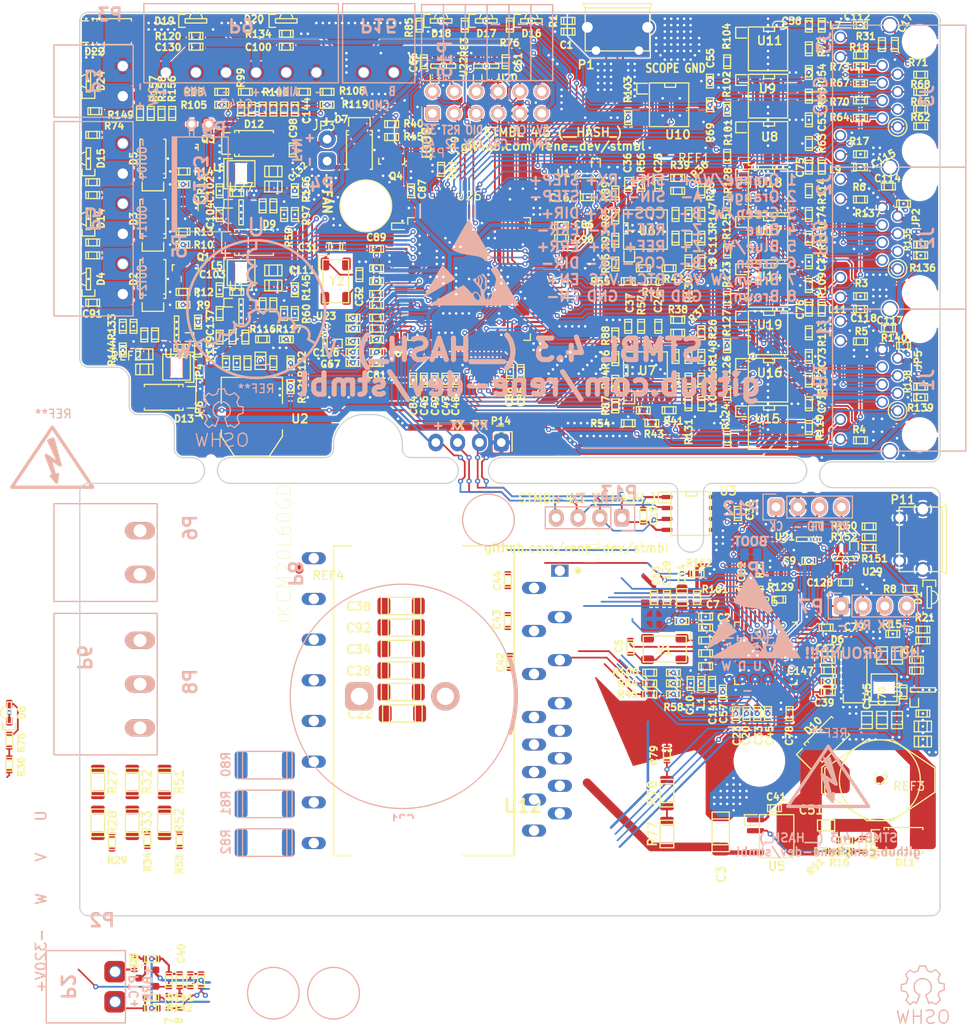
<source format=kicad_pcb>
(kicad_pcb (version 20171130) (host pcbnew "(5.1.5)-3")
  (layers (0 F.Cu signal) (31 B.Cu signal) (34 B.Paste user hide) (35 F.Paste user hide) (36 B.SilkS user) (37 F.SilkS user) (38 B.Mask user) (39 F.Mask user) (44 Edge.Cuts user))
  (net 0 "")
  (net 1 "Net-(C1-Pad1)")
  (net 2 GND)
  (net 3 +3.3VP)
  (net 4 GNDPWR)
  (net 5 "Net-(C5-Pad1)")
  (net 6 "Net-(C6-Pad1)")
  (net 7 +5V)
  (net 8 /hv/f3/A_U)
  (net 9 "Net-(C15-Pad2)")
  (net 10 +3V3)
  (net 11 /hv/f3/A_V)
  (net 12 VPP)
  (net 13 /hv/f3/A_W)
  (net 14 "Net-(C24-Pad1)")
  (net 15 "Net-(C24-Pad2)")
  (net 16 "Net-(C25-Pad1)")
  (net 17 "Net-(C25-Pad2)")
  (net 18 "Net-(C26-Pad1)")
  (net 19 "Net-(C26-Pad2)")
  (net 20 "Net-(C27-Pad1)")
  (net 21 "Net-(C27-Pad2)")
  (net 22 "Net-(C31-Pad1)")
  (net 23 "Net-(C32-Pad1)")
  (net 24 /hv/cur/A_IU)
  (net 25 /hv/f3/A_HV)
  (net 26 "Net-(C41-Pad1)")
  (net 27 /hv/back-emf/W)
  (net 28 "Net-(C42-Pad2)")
  (net 29 /hv/back-emf/V)
  (net 30 "Net-(C43-Pad2)")
  (net 31 /hv/back-emf/U)
  (net 32 "Net-(C44-Pad2)")
  (net 33 /hv/cur/A_IV)
  (net 34 /ctrl/FB1/A12)
  (net 35 /ctrl/FB0/A12)
  (net 36 /ctrl/FB0/A35)
  (net 37 /ctrl/FB1/A35)
  (net 38 /hv/cur/A_IW)
  (net 39 +15V)
  (net 40 "Net-(C88-Pad1)")
  (net 41 "Net-(C90-Pad1)")
  (net 42 "Net-(D1-Pad2)")
  (net 43 "Net-(D1-Pad1)")
  (net 44 +24V)
  (net 45 "Net-(D2-Pad2)")
  (net 46 "Net-(D3-Pad2)")
  (net 47 "Net-(D5-Pad2)")
  (net 48 "Net-(D7-Pad2)")
  (net 49 "Net-(D8-Pad2)")
  (net 50 /ctrl/RX)
  (net 51 "Net-(Q1-Pad1)")
  (net 52 "Net-(Q2-Pad1)")
  (net 53 "Net-(Q3-Pad1)")
  (net 54 "Net-(Q4-Pad1)")
  (net 55 "Net-(JP1-Pad2)")
  (net 56 "Net-(R27-Pad2)")
  (net 57 "Net-(R32-Pad2)")
  (net 58 "Net-(J2-Pad3)")
  (net 59 "Net-(J1-Pad3)")
  (net 60 "Net-(J1-Pad6)")
  (net 61 "Net-(J2-Pad6)")
  (net 62 "Net-(J1-Pad1)")
  (net 63 "Net-(J2-Pad1)")
  (net 64 "Net-(J1-Pad2)")
  (net 65 "Net-(J2-Pad2)")
  (net 66 /hv/driver/CUH)
  (net 67 "Net-(R51-Pad2)")
  (net 68 "Net-(R54-Pad1)")
  (net 69 "Net-(R55-Pad1)")
  (net 70 "Net-(R56-Pad1)")
  (net 71 "Net-(R57-Pad1)")
  (net 72 "Net-(JP9-Pad2)")
  (net 73 "Net-(J3-Pad1)")
  (net 74 "Net-(J3-Pad2)")
  (net 75 "Net-(J3-Pad3)")
  (net 76 "Net-(J3-Pad6)")
  (net 77 "Net-(J3-Pad5)")
  (net 78 "Net-(J3-Pad4)")
  (net 79 "Net-(J3-Pad7)")
  (net 80 "Net-(J3-Pad8)")
  (net 81 /hv/f3/HV_RX)
  (net 82 "Net-(R77-Pad2)")
  (net 83 /hv/driver/CVH)
  (net 84 /hv/driver/CWH)
  (net 85 /ctrl/f4/CMD_12E)
  (net 86 /ctrl/f4/CMD_36E)
  (net 87 /ctrl/f4/CMD_45E)
  (net 88 /ctrl/f4/CMD_78E)
  (net 89 "Net-(J1-Pad5)")
  (net 90 "Net-(J1-Pad4)")
  (net 91 "Net-(J2-Pad5)")
  (net 92 "Net-(J2-Pad4)")
  (net 93 /hv/f3/A_T_HV)
  (net 94 /ctrl/FB0/E12)
  (net 95 /ctrl/FB1/E12)
  (net 96 /ctrl/FB0/E36)
  (net 97 /ctrl/FB1/E36)
  (net 98 /ctrl/FB1/E45)
  (net 99 /ctrl/FB0/E45)
  (net 100 /hv/f3/HV_EN)
  (net 101 "Net-(T1-Pad1)")
  (net 102 /hv/f3/HV_TX)
  (net 103 /ctrl/f4/CMD_12)
  (net 104 /ctrl/f4/CMD_36)
  (net 105 /ctrl/f4/CMD_45)
  (net 106 /ctrl/f4/CMD_78)
  (net 107 /ctrl/FB1/D12)
  (net 108 /ctrl/FB0/D12)
  (net 109 /ctrl/FB1/D36)
  (net 110 /ctrl/FB0/D36)
  (net 111 /ctrl/FB0/D45)
  (net 112 /ctrl/FB1/D45)
  (net 113 "Net-(T44-Pad1)")
  (net 114 "Net-(T45-Pad1)")
  (net 115 "Net-(T46-Pad1)")
  (net 116 "Net-(P1-Pad3)")
  (net 117 "Net-(P1-Pad2)")
  (net 118 "Net-(R129-Pad2)")
  (net 119 "Net-(C15-Pad1)")
  (net 120 "Net-(C53-Pad1)")
  (net 121 "Net-(C119-Pad2)")
  (net 122 "Net-(C71-Pad1)")
  (net 123 "Net-(C72-Pad1)")
  (net 124 "Net-(C105-Pad1)")
  (net 125 "Net-(C105-Pad2)")
  (net 126 "Net-(C106-Pad1)")
  (net 127 "Net-(C106-Pad2)")
  (net 128 +12V)
  (net 129 "Net-(R19-Pad1)")
  (net 130 "Net-(R131-Pad2)")
  (net 131 "Net-(R130-Pad2)")
  (net 132 "Net-(R30-Pad2)")
  (net 133 "Net-(R35-Pad1)")
  (net 134 /ctrl/TX)
  (net 135 /ctrl/IO/NRST)
  (net 136 +5F)
  (net 137 "Net-(C114-Pad1)")
  (net 138 "Net-(C117-Pad1)")
  (net 139 "Net-(C121-Pad1)")
  (net 140 "Net-(C121-Pad2)")
  (net 141 "Net-(R132-Pad1)")
  (net 142 /ctrl/FB0/A78)
  (net 143 /ctrl/FB1/A78)
  (net 144 /ctrl/f4/IO_AIN0)
  (net 145 /ctrl/f4/IO_AIN1)
  (net 146 "Net-(P9-Pad5)")
  (net 147 "Net-(P9-Pad2)")
  (net 148 /hv/f3/NRST)
  (net 149 "Net-(C36-Pad2)")
  (net 150 "Net-(C37-Pad2)")
  (net 151 /hv/f3/A_T_MOT)
  (net 152 "Net-(P2-Pad1)")
  (net 153 /hv/f3/SWCLK)
  (net 154 /hv/f3/SWDIO)
  (net 155 "Net-(R59-Pad1)")
  (net 156 GNDD)
  (net 157 "Net-(R15-Pad1)")
  (net 158 "Net-(R16-Pad1)")
  (net 159 "Net-(D4-Pad1)")
  (net 160 "Net-(D14-Pad1)")
  (net 161 "Net-(D15-Pad1)")
  (net 162 "Net-(D16-Pad1)")
  (net 163 "Net-(D17-Pad1)")
  (net 164 "Net-(D18-Pad1)")
  (net 165 "Net-(D19-Pad1)")
  (net 166 "Net-(D20-Pad1)")
  (net 167 /ctrl/IO/SWDIO)
  (net 168 /ctrl/IO/CAN_TX)
  (net 169 /ctrl/IO/CAN_RX)
  (net 170 /ctrl/IO/SWCK)
  (net 171 "Net-(R147-Pad2)")
  (net 172 "Net-(R148-Pad2)")
  (net 173 "Net-(R145-Pad2)")
  (net 174 "Net-(R143-Pad2)")
  (net 175 "Net-(R146-Pad2)")
  (net 176 "Net-(R133-Pad1)")
  (net 177 "Net-(C12-Pad1)")
  (net 178 "Net-(C13-Pad1)")
  (net 179 "Net-(C98-Pad1)")
  (net 180 /ctrl/IO/IO_RED)
  (net 181 /ctrl/IO/IO_YELLOW)
  (net 182 /ctrl/IO/IO_GREEN)
  (net 183 /ctrl/IO/IO_L0)
  (net 184 /ctrl/IO/IO_L1)
  (net 185 "Net-(D24-Pad1)")
  (net 186 /ctrl/f4/FB0_L1)
  (net 187 /ctrl/f4/FB1_L1)
  (net 188 /ctrl/f4/FB1_L2)
  (net 189 /ctrl/f4/FB0_L2)
  (net 190 /ctrl/IO/IO_OUT0)
  (net 191 /ctrl/IO/IO_OUT1)
  (net 192 /ctrl/f4/CMD_L1)
  (net 193 /ctrl/f4/CMD_L2)
  (net 194 /ctrl/IO/IO_FAN)
  (net 195 /hv/f3/IO_TX)
  (net 196 /hv/f3/IO_RX)
  (net 197 /hv/f3/USB_DM)
  (net 198 /hv/f3/USB_DP)
  (net 199 /ctrl/f4/EN_5V)
  (net 200 /ctrl/f4/A_24V)
  (net 201 /ctrl/f4/A_5V)
  (net 202 "Net-(P11-Pad2)")
  (net 203 "Net-(P11-Pad3)")
  (net 204 "Net-(R118-Pad1)")
  (net 205 "Net-(R153-Pad1)")
  (net 206 /ctrl/IO/IO_OUT2)
  (net 207 "Net-(J1-Pad9)")
  (net 208 "Net-(J1-Pad11)")
  (net 209 "Net-(J2-Pad9)")
  (net 210 "Net-(J2-Pad11)")
  (net 211 "Net-(J3-Pad9)")
  (net 212 "Net-(J3-Pad11)")
  (net 213 +5VA)
  (net 214 "Net-(C139-Pad1)")
  (net 215 "Net-(C101-Pad1)")
  (net 216 /hv/driver/itirp)
  (net 217 /hv/driver/LV)
  (net 218 /hv/driver/HW)
  (net 219 /hv/driver/LW)
  (net 220 /hv/driver/LU)
  (net 221 /hv/driver/HV)
  (net 222 /hv/driver/HU)
  (net 223 "Net-(R143-Pad1)")
  (net 224 "Net-(C41-Pad2)")
  (net 225 "Net-(C51-Pad1)")
  (net 226 "Net-(C141-Pad2)")
  (net 227 "Net-(Q5-Pad1)")
  (net 228 /hv/f3/BRK)
  (net 229 "Net-(P2-Pad2)")
  (net 230 "Net-(Q5-Pad3)")
  (net 231 "Net-(P1-Pad1)")
  (net 232 "Net-(P1-Pad4)")
  (net 233 "Net-(P11-Pad1)")
  (net 234 "Net-(P11-Pad4)")
  (net 235 "Net-(U1-Pad4)")
  (net 236 "Net-(U1-Pad6)")
  (net 237 "Net-(U4-Pad3)")
  (net 238 "Net-(U7-Pad8)")
  (net 239 "Net-(U13-Pad3)")
  (net 240 "Net-(U21-Pad4)")
  (net 241 "Net-(U27-Pad3)")
  (net 242 "Net-(C42-Pad1)")
  (net 243 "Net-(C43-Pad1)")
  (net 244 "Net-(C44-Pad1)")
  (module stmbl:C_Radial_D26_L45_P10 (layer B.Cu) (at 135.5 129.25)
    (fp_text reference C21 (at 0 14.3) (layer B.SilkS) (effects (font (thickness 0.2)) (justify mirror)))
    (fp_text value 270µ)
    (pad 1 thru_hole roundrect (at -5 0) (size 3.3 3.3) (drill 2) (layers *.Cu *.Mask B.SilkS) (net 12 VPP))
    (pad 2 thru_hole circle (at 5 0) (size 3.3 3.3) (drill 2) (layers *.Cu *.Mask B.SilkS) (net 4 GNDPWR))
  )
  (module stmbl:R_2512 (layer B.Cu) (at 119.5 141.75 180)
    (fp_text reference R81 (at 4.518 0.09 -90) (layer B.SilkS) (effects (font (thickness 0.2)) (justify mirror)))
    (fp_text value 0.003)
    (pad 1 smd roundrect (at -2.75 0 180) (size 1.5 3.2) (layers B.Cu B.Paste B.Mask) (net 83 /hv/driver/CVH))
    (pad 2 smd roundrect (at 2.75 0 180) (size 1.5 3.2) (layers B.Cu B.Paste B.Mask) (net 4 GNDPWR))
  )
  (module stmbl:R_2512 (layer B.Cu) (at 119.5 137.25 180)
    (fp_text reference R80 (at 4.518 0.09 -90) (layer B.SilkS) (effects (font (thickness 0.2)) (justify mirror)))
    (fp_text value 0.003)
    (pad 1 smd roundrect (at -2.75 0 180) (size 1.5 3.2) (layers B.Cu B.Paste B.Mask) (net 66 /hv/driver/CUH))
    (pad 2 smd roundrect (at 2.75 0 180) (size 1.5 3.2) (layers B.Cu B.Paste B.Mask) (net 4 GNDPWR))
  )
  (module stmbl:R_2512 (layer B.Cu) (at 119.5 146.25 180)
    (fp_text reference R82 (at 4.518 0.09 -90) (layer B.SilkS) (effects (font (thickness 0.2)) (justify mirror)))
    (fp_text value 0.003)
    (pad 1 smd roundrect (at -2.75 0 180) (size 1.5 3.2) (layers B.Cu B.Paste B.Mask) (net 84 /hv/driver/CWH))
    (pad 2 smd roundrect (at 2.75 0 180) (size 1.5 3.2) (layers B.Cu B.Paste B.Mask) (net 4 GNDPWR))
  )
  (module stmbl:C_0603 (layer F.Cu) (at 147.75 120.5 270)
    (fp_text reference C43 (at -0.182 1.274 270) (layer F.SilkS) (effects (font (size 0.8 0.8) (thickness 0.2))))
    (fp_text value 2.2µ)
    (pad 2 smd roundrect (at 0.75 0 270) (size 0.59 0.8) (layers F.Cu F.Paste F.Mask) (net 30 "Net-(C43-Pad2)"))
    (pad 1 smd roundrect (at -0.75 0 270) (size 0.59 0.8) (layers F.Cu F.Paste F.Mask) (net 243 "Net-(C43-Pad1)"))
  )
  (module stmbl:C_0603 (layer F.Cu) (at 148 125.25 270)
    (fp_text reference C42 (at 0.072 1.1 270) (layer F.SilkS) (effects (font (size 0.8 0.8) (thickness 0.2))))
    (fp_text value 2.2µ)
    (pad 2 smd roundrect (at 0.75 0 270) (size 0.59 0.8) (layers F.Cu F.Paste F.Mask) (net 28 "Net-(C42-Pad2)"))
    (pad 1 smd roundrect (at -0.75 0 270) (size 0.59 0.8) (layers F.Cu F.Paste F.Mask) (net 242 "Net-(C42-Pad1)"))
  )
  (module stmbl:C_0603 (layer F.Cu) (at 147.75 115.75 270)
    (fp_text reference C44 (at 0.072 1.194 270) (layer F.SilkS) (effects (font (size 0.8 0.8) (thickness 0.2))))
    (fp_text value 2.2µ)
    (pad 2 smd roundrect (at 0.75 0 270) (size 0.59 0.8) (layers F.Cu F.Paste F.Mask) (net 32 "Net-(C44-Pad2)"))
    (pad 1 smd roundrect (at -0.75 0 270) (size 0.59 0.8) (layers F.Cu F.Paste F.Mask) (net 244 "Net-(C44-Pad1)"))
  )
  (module stmbl:C_1808 (layer F.Cu) (at 135.35 121.25)
    (fp_text reference C92 (at -4.936 0.05) (layer F.SilkS) (effects (font (thickness 0.2))))
    (fp_text value 150n)
    (pad 1 smd roundrect (at -2 0) (size 1.5 2) (layers F.Cu F.Paste F.Mask) (net 12 VPP))
    (pad 2 smd roundrect (at 2 0) (size 1.5 2) (layers F.Cu F.Paste F.Mask) (net 4 GNDPWR))
  )
  (module stmbl:C_1808 (layer F.Cu) (at 135.35 126.25)
    (fp_text reference C28 (at -4.936 0.05) (layer F.SilkS) (effects (font (thickness 0.2))))
    (fp_text value 150n)
    (pad 1 smd roundrect (at -2 0) (size 1.5 2) (layers F.Cu F.Paste F.Mask) (net 12 VPP))
    (pad 2 smd roundrect (at 2 0) (size 1.5 2) (layers F.Cu F.Paste F.Mask) (net 4 GNDPWR))
  )
  (module stmbl:C_1808 (layer F.Cu) (at 135.35 123.75)
    (fp_text reference C34 (at -4.936 0.05) (layer F.SilkS) (effects (font (thickness 0.2))))
    (fp_text value 150n)
    (pad 1 smd roundrect (at -2 0) (size 1.5 2) (layers F.Cu F.Paste F.Mask) (net 12 VPP))
    (pad 2 smd roundrect (at 2 0) (size 1.5 2) (layers F.Cu F.Paste F.Mask) (net 4 GNDPWR))
  )
  (module stmbl:C_1808 (layer F.Cu) (at 135.35 128.75)
    (fp_text reference C93 (at -4.936 0.05) (layer F.SilkS) (effects (font (thickness 0.2))))
    (fp_text value 150n)
    (pad 1 smd roundrect (at -2 0) (size 1.5 2) (layers F.Cu F.Paste F.Mask) (net 12 VPP))
    (pad 2 smd roundrect (at 2 0) (size 1.5 2) (layers F.Cu F.Paste F.Mask) (net 4 GNDPWR))
  )
  (module stmbl:C_1808 (layer F.Cu) (at 135.35 118.75)
    (fp_text reference C38 (at -4.936 0.05) (layer F.SilkS) (effects (font (thickness 0.2))))
    (fp_text value 150n)
    (pad 1 smd roundrect (at -2 0) (size 1.5 2) (layers F.Cu F.Paste F.Mask) (net 12 VPP))
    (pad 2 smd roundrect (at 2 0) (size 1.5 2) (layers F.Cu F.Paste F.Mask) (net 4 GNDPWR))
  )
  (module stmbl:C_1808 (layer F.Cu) (at 135.5 131.25)
    (fp_text reference C22 (at -4.936 0.05) (layer F.SilkS) (effects (font (thickness 0.2))))
    (fp_text value 150n)
    (pad 1 smd roundrect (at -2 0) (size 1.5 2) (layers F.Cu F.Paste F.Mask) (net 12 VPP))
    (pad 2 smd roundrect (at 2 0) (size 1.5 2) (layers F.Cu F.Paste F.Mask) (net 4 GNDPWR))
  )
  (module stmbl:INF-CIPOS_MINI (layer F.Cu) (at 139.5 129.75 270)
    (fp_text reference U12 (at -18.086 -18.07 90) (layer F.SilkS) (effects (font (size 1.6 1.6) (thickness 0.05))))
    (fp_text value IKCM20L60GD (at -17.07 17.744 90) (layer F.SilkS) (effects (font (size 1.6 1.6) (thickness 0.05))))
    (fp_poly (pts (xy -15.8 -13.6015) (xy -14.4 -13.6015) (xy -14.4 -13.3) (xy -15.8 -13.3)) (layer F.Cu) (width 0))
    (fp_poly (pts (xy -15.8 -13.6015) (xy -14.4 -13.6015) (xy -14.4 -13.3) (xy -15.8 -13.3)) (layer B.Cu) (width 0))
    (fp_poly (pts (xy -15.8 -15.3) (xy -14.4 -15.3) (xy -14.4 -14.9985) (xy -15.8 -14.9985)) (layer F.Cu) (width 0))
    (fp_poly (pts (xy -15.8 -15.3) (xy -14.4 -15.3) (xy -14.4 -14.9985) (xy -15.8 -14.9985)) (layer B.Cu) (width 0))
    (pad "" np_thru_hole circle (at 16.9 3.5 270) (size 6.5 6.5) (drill 6.5) (layers *.Cu *.Mask) (clearance 1.25))
    (pad "" np_thru_hole circle (at -16.9 3.5 270) (size 6.5 6.5) (drill 6.5) (layers *.Cu *.Mask) (clearance 1.25))
    (pad 24 thru_hole oval (at -16.555 14.3) (size 2.794 1.397) (drill 1.2) (layers *.Cu *.Mask))
    (pad 23 thru_hole oval (at -11.825 14.3) (size 2.794 1.397) (drill 1.2) (layers *.Cu *.Mask) (net 12 VPP))
    (pad 22 thru_hole oval (at -7.095 14.3) (size 2.794 1.397) (drill 1.2) (layers *.Cu *.Mask) (net 31 /hv/back-emf/U))
    (pad 21 thru_hole oval (at -2.365 14.3) (size 2.794 1.397) (drill 1.2) (layers *.Cu *.Mask) (net 29 /hv/back-emf/V))
    (pad 20 thru_hole oval (at 2.365 14.3) (size 2.794 1.397) (drill 1.2) (layers *.Cu *.Mask) (net 27 /hv/back-emf/W))
    (pad 19 thru_hole oval (at 7.095 14.3) (size 2.794 1.397) (drill 1.2) (layers *.Cu *.Mask) (net 66 /hv/driver/CUH))
    (pad 18 thru_hole oval (at 11.825 14.3) (size 2.794 1.397) (drill 1.2) (layers *.Cu *.Mask) (net 83 /hv/driver/CVH))
    (pad 17 thru_hole oval (at 16.555 14.3) (size 2.794 1.397) (drill 1.2) (layers *.Cu *.Mask) (net 84 /hv/driver/CWH))
    (pad 16 thru_hole oval (at 15.1 -11.3) (size 2.794 1.397) (drill 1.2) (layers *.Cu *.Mask) (net 4 GNDPWR))
    (pad 15 thru_hole oval (at 13.1 -14.3) (size 2.794 1.397) (drill 1.2) (layers *.Cu *.Mask) (net 216 /hv/driver/itirp))
    (pad 14 thru_hole oval (at 11.5 -11.3) (size 2.794 1.397) (drill 1.2) (layers *.Cu *.Mask) (net 93 /hv/f3/A_T_HV))
    (pad 13 thru_hole oval (at 9.9 -14.3) (size 2.794 1.397) (drill 1.2) (layers *.Cu *.Mask) (net 39 +15V))
    (pad 12 thru_hole oval (at 8.3 -11.3) (size 2.794 1.397) (drill 1.2) (layers *.Cu *.Mask) (net 219 /hv/driver/LW))
    (pad 11 thru_hole oval (at 6.7 -14.3) (size 2.794 1.397) (drill 1.2) (layers *.Cu *.Mask) (net 217 /hv/driver/LV))
    (pad 10 thru_hole oval (at 5.1 -11.3) (size 2.794 1.397) (drill 1.2) (layers *.Cu *.Mask) (net 220 /hv/driver/LU))
    (pad 9 thru_hole oval (at 3.5 -14.3) (size 2.794 1.397) (drill 1.2) (layers *.Cu *.Mask) (net 218 /hv/driver/HW))
    (pad 8 thru_hole oval (at 1.9 -11.3) (size 2.794 1.397) (drill 1.2) (layers *.Cu *.Mask) (net 221 /hv/driver/HV))
    (pad 7 thru_hole oval (at 0.3 -14.3) (size 2.794 1.397) (drill 1.2) (layers *.Cu *.Mask) (net 222 /hv/driver/HU))
    (pad 6 thru_hole oval (at -3.1 -11.3) (size 2.794 1.397) (drill 1.2) (layers *.Cu *.Mask) (net 28 "Net-(C42-Pad2)"))
    (pad 5 thru_hole oval (at -4.7 -14.3) (size 2.794 1.397) (drill 1.2) (layers *.Cu *.Mask) (net 242 "Net-(C42-Pad1)"))
    (pad 4 thru_hole oval (at -8.1 -11.3) (size 2.794 1.397) (drill 1.2) (layers *.Cu *.Mask) (net 30 "Net-(C43-Pad2)"))
    (pad 3 thru_hole oval (at -9.7 -14.3) (size 2.794 1.397) (drill 1.2) (layers *.Cu *.Mask) (net 243 "Net-(C43-Pad1)"))
    (pad 2 thru_hole oval (at -13.1 -11.3) (size 2.794 1.397) (drill 1.2) (layers *.Cu *.Mask) (net 32 "Net-(C44-Pad2)"))
    (pad 1 thru_hole rect (at -15.1 -14.3) (size 1.397 1.397) (drill 1.2) (layers *.Cu *.Mask) (net 244 "Net-(C44-Pad1)"))
  )
  (module stmbl:R_0603 (layer F.Cu) (at 89.8 134.4 90)
    (fp_text reference R75 (at -0.26 1.43 90) (layer F.SilkS) (effects (font (size 0.8 0.8) (thickness 0.2))))
    (fp_text value 1k)
    (pad 2 smd roundrect (at 0.75 0 90) (size 0.59 0.8) (layers F.Cu F.Paste F.Mask) (net 49 "Net-(D8-Pad2)"))
    (pad 1 smd roundrect (at -0.75 0 90) (size 0.59 0.8) (layers F.Cu F.Paste F.Mask) (net 132 "Net-(R30-Pad2)"))
  )
  (module stmbl:R_0603 (layer F.Cu) (at 89.8 137.15 90)
    (fp_text reference R30 (at -0.304 1.43 90) (layer F.SilkS) (effects (font (size 0.8 0.8) (thickness 0.2))))
    (fp_text value 1k)
    (pad 2 smd roundrect (at 0.75 0 90) (size 0.59 0.8) (layers F.Cu F.Paste F.Mask) (net 132 "Net-(R30-Pad2)"))
    (pad 1 smd roundrect (at -0.75 0 90) (size 0.59 0.8) (layers F.Cu F.Paste F.Mask) (net 39 +15V))
  )
  (module stmbl:LED-0805-SIDE (layer F.Cu) (at 89.8 131.15 90)
    (fp_text reference D8 (at 0.012 1.464 90) (layer F.SilkS) (effects (font (size 0.8 0.8) (thickness 0.2))))
    (fp_text value green)
    (pad 2 smd roundrect (at 1 0 270) (size 1 0.75) (layers F.Cu F.Paste F.Mask) (net 49 "Net-(D8-Pad2)"))
    (pad 1 smd roundrect (at -1 0 270) (size 1 0.75) (layers F.Cu F.Paste F.Mask) (net 4 GNDPWR))
  )
  (module stmbl:RM5.08_1x2 (layer B.Cu) (at 105 110 270)
    (fp_text reference P6 (at -0.34 -5.848 270) (layer B.SilkS) (effects (font (size 1.5 1.5) (thickness 0.3)) (justify mirror)))
    (fp_text value CONN_01X02)
    (pad 2 thru_hole oval (at 5.08 0 270) (size 2 3.5) (drill 1.5) (layers *.Cu *.Mask B.SilkS) (net 12 VPP))
    (pad 1 thru_hole oval (at 0 0 270) (size 2 3.5) (drill 1.5) (layers *.Cu *.Mask B.SilkS) (net 4 GNDPWR))
  )
  (module stmbl:esd (layer B.Cu) (at 176 120 180)
    (fp_text reference G*** hide)
    (fp_text value LOGO hide)
  )
  (module stmbl:Symbol_HighVoltage_Type2_Top_VerySmall (layer B.Cu) (at 94.8 102.15 180)
    (fp_text reference REF** (at -0.127 5.715 180) (layer B.SilkS) (effects (justify mirror)))
    (fp_text value Symbol_HighVoltage_Type2_Top_VerySmall)
  )
  (module stmbl:Pin_Header_Angled_1x04 (layer F.Cu) (at 147 99.75 270)
    (fp_text reference P14 (at -2.502 0.054) (layer F.SilkS) (effects (font (size 0.8 0.8) (thickness 0.2))))
    (fp_text value CONN_01X04)
    (pad 4 thru_hole oval (at 0 7.62 270) (size 2.032 1.7272) (drill 1.016) (layers *.Cu *.Mask F.CrtYd) (net 10 +3V3))
    (pad 3 thru_hole oval (at 0 5.08 270) (size 2.032 1.7272) (drill 1.016) (layers *.Cu *.Mask F.CrtYd) (net 134 /ctrl/TX))
    (pad 2 thru_hole oval (at 0 2.54 270) (size 2.032 1.7272) (drill 1.016) (layers *.Cu *.Mask F.CrtYd) (net 50 /ctrl/RX))
    (pad 1 thru_hole roundrect (at 0 0 270) (size 2.032 1.7272) (drill 1.016) (layers *.Cu *.Mask) (net 2 GND))
  )
  (module stmbl:C_Radial_D6.5_L11_P2.5 (layer B.Cu) (at 113 62.75 180)
    (fp_text reference C143 (at -3.212 2.332 180) (layer B.SilkS) (effects (justify mirror)))
    (fp_text value 22µ)
    (pad 2 thru_hole circle (at 2 0 180) (size 1.3 1.3) (drill 0.8) (layers *.Cu *.Mask B.SilkS) (net 2 GND))
    (pad 1 thru_hole roundrect (at 0 0 180) (size 1.3 1.3) (drill 0.8) (layers *.Cu *.Mask B.SilkS) (net 44 +24V))
  )
  (module stmbl:Fiducial_1mm_Outer_CopperTop (layer F.Cu) (at 123.5 114.5)
    (fp_text reference REF4 (at 3.4 0.7) (layer F.SilkS))
    (fp_text value Fiducial_1mm_Dia_2.54mm_Outer_CopperTop)
    (pad ~ smd circle (at 0 0) (size 1 1) (layers F.Cu F.Mask) (clearance 0.65))
  )
  (module stmbl:Fiducial_1mm_Outer_CopperTop (layer F.Cu) (at 166 66)
    (fp_text reference REF1 (at 3.4 0.7) (layer F.SilkS))
    (fp_text value Fiducial_1mm_Dia_2.54mm_Outer_CopperTop)
    (pad ~ smd circle (at 0 0) (size 1 1) (layers F.Cu F.Mask) (clearance 0.65))
  )
  (module stmbl:Fiducial_1mm_Outer_CopperTop (layer F.Cu) (at 100 89)
    (fp_text reference REF2 (at 3.4 0.7) (layer F.SilkS))
    (fp_text value Fiducial_1mm_Dia_2.54mm_Outer_CopperTop)
    (pad ~ smd circle (at 0 0) (size 1 1) (layers F.Cu F.Mask) (clearance 0.65))
  )
  (module stmbl:Fiducial_1mm_Outer_CopperTop (layer F.Cu) (at 191 139)
    (fp_text reference REF3 (at 3.4 0.7) (layer F.SilkS))
    (fp_text value Fiducial_1mm_Dia_2.54mm_Outer_CopperTop)
    (pad ~ smd circle (at 0 0) (size 1 1) (layers F.Cu F.Mask) (clearance 0.65))
  )
  (module stmbl:SOLDER_JUMPER (layer F.Cu) (at 140 65 270)
    (fp_text reference JP9 (at 0.244 -1.612 270) (layer F.SilkS) (effects (font (size 0.8 0.8) (thickness 0.2))))
    (fp_text value Jumper_NO_Small)
    (fp_line (start -0.75 0) (end -0.2 0) (layer F.Cu) (width 0.25))
    (fp_line (start 0.75 0) (end 0.2 0) (layer F.Cu) (width 0.25))
    (pad 1 smd roundrect (at -0.75 0 270) (size 1 1.5) (layers F.Cu F.Paste F.Mask) (net 10 +3V3))
    (pad 2 smd roundrect (at 0.75 0 270) (size 1 1.5) (layers F.Cu F.Paste F.Mask) (net 72 "Net-(JP9-Pad2)"))
  )
  (module stmbl:SOLDER_JUMPER (layer F.Cu) (at 113.25 92 90)
    (fp_text reference JP4 (at 0.34 -1.356 90) (layer F.SilkS) (effects (font (size 0.8 0.8) (thickness 0.2))))
    (fp_text value Jumper_NO_Small)
    (fp_line (start -0.75 0) (end -0.2 0) (layer F.Cu) (width 0.25))
    (fp_line (start 0.75 0) (end 0.2 0) (layer F.Cu) (width 0.25))
    (pad 1 smd roundrect (at -0.75 0 90) (size 1 1.5) (layers F.Cu F.Paste F.Mask) (net 136 +5F))
    (pad 2 smd roundrect (at 0.75 0 90) (size 1 1.5) (layers F.Cu F.Paste F.Mask) (net 7 +5V))
  )
  (module stmbl:SOLDER_JUMPER (layer B.Cu) (at 176 112.75)
    (fp_text reference JP1 (at 0.156 1.77) (layer B.SilkS) (effects (font (size 1.5 1.5) (thickness 0.3)) (justify mirror)))
    (fp_text value Jumper_NO_Small)
    (fp_line (start -0.75 0) (end -0.2 0) (layer B.Cu) (width 0.25))
    (fp_line (start 0.75 0) (end 0.2 0) (layer B.Cu) (width 0.25))
    (pad 1 smd roundrect (at -0.75 0) (size 1 1.5) (layers B.Cu B.Paste B.Mask) (net 3 +3.3VP))
    (pad 2 smd roundrect (at 0.75 0) (size 1 1.5) (layers B.Cu B.Paste B.Mask) (net 55 "Net-(JP1-Pad2)"))
  )
  (module stmbl:SOIC-7 (layer F.Cu) (at 179 145.5)
    (fp_text reference U5 (at 0 3.5) (layer F.SilkS) (effects (font (thickness 0.2))))
    (fp_text value LNK304D)
    (pad 8 smd roundrect (at 2.45 -1.905 270) (size 0.6 2) (layers F.Cu F.Paste F.Mask) (net 224 "Net-(C41-Pad2)"))
    (pad 7 smd roundrect (at 2.45 -0.635 270) (size 0.6 2) (layers F.Cu F.Paste F.Mask) (net 224 "Net-(C41-Pad2)"))
    (pad 6 smd roundrect (at 2.45 0.635 270) (size 0.6 2) (layers F.Cu F.Paste F.Mask) (net 224 "Net-(C41-Pad2)"))
    (pad 5 smd roundrect (at 2.45 1.905 270) (size 0.6 2) (layers F.Cu F.Paste F.Mask) (net 224 "Net-(C41-Pad2)"))
    (pad 4 smd roundrect (at -2.45 1.905 270) (size 0.6 2) (layers F.Cu F.Paste F.Mask) (net 12 VPP))
    (pad 2 smd roundrect (at -2.45 -0.635 270) (size 0.6 2) (layers F.Cu F.Paste F.Mask) (net 223 "Net-(R143-Pad1)"))
    (pad 1 smd roundrect (at -2.45 -1.905 270) (size 0.6 2) (layers F.Cu F.Paste F.Mask) (net 26 "Net-(C41-Pad1)"))
  )
  (module stmbl:AC (layer B.Cu) (at 118.5 84.25 180)
    (fp_text reference REF** (at 0 -9.25 180) (layer B.SilkS) (effects (justify mirror)))
    (fp_text value AC)
    (fp_text user V (at -8.5 -4.75 180) (layer B.SilkS) (effects (font (size 2 2) (thickness 0.3)) (justify mirror)))
    (fp_text user U (at 0 9.5 180) (layer B.SilkS) (effects (font (size 2 2) (thickness 0.3)) (justify mirror)))
    (fp_text user W (at 8.5 -4.75 180) (layer B.SilkS) (effects (font (size 2 2) (thickness 0.3)) (justify mirror)))
  )
  (module stmbl:Symbol_OSHW-Logo_SilkScreen (layer B.Cu) (at 114.5 96 180)
    (fp_text reference LOGO1 hide)
    (fp_text value OPEN_HARDWARE_1)
  )
  (module stmbl:LED-0805-SIDE (layer F.Cu) (at 99 80.75 90)
    (fp_text reference D4 (at 0.012 1.464 90) (layer F.SilkS) (effects (font (size 0.8 0.8) (thickness 0.2))))
    (fp_text value green)
    (pad 2 smd roundrect (at 1 0 270) (size 1 0.75) (layers F.Cu F.Paste F.Mask) (net 44 +24V))
    (pad 1 smd roundrect (at -1 0 270) (size 1 0.75) (layers F.Cu F.Paste F.Mask) (net 159 "Net-(D4-Pad1)"))
  )
  (module stmbl:LED-0805-SIDE (layer F.Cu) (at 99 73.75 90)
    (fp_text reference D14 (at 0.012 1.464 90) (layer F.SilkS) (effects (font (size 0.8 0.8) (thickness 0.2))))
    (fp_text value green)
    (pad 2 smd roundrect (at 1 0 270) (size 1 0.75) (layers F.Cu F.Paste F.Mask) (net 44 +24V))
    (pad 1 smd roundrect (at -1 0 270) (size 1 0.75) (layers F.Cu F.Paste F.Mask) (net 160 "Net-(D14-Pad1)"))
  )
  (module stmbl:LED-0805-SIDE (layer F.Cu) (at 99 66.75 90)
    (fp_text reference D15 (at 0.012 1.464 90) (layer F.SilkS) (effects (font (size 0.8 0.8) (thickness 0.2))))
    (fp_text value green)
    (pad 2 smd roundrect (at 1 0 270) (size 1 0.75) (layers F.Cu F.Paste F.Mask) (net 44 +24V))
    (pad 1 smd roundrect (at -1 0 270) (size 1 0.75) (layers F.Cu F.Paste F.Mask) (net 161 "Net-(D15-Pad1)"))
  )
  (module stmbl:LED-0805-SIDE (layer F.Cu) (at 150.5 50.75)
    (fp_text reference D16 (at 0.012 1.464) (layer F.SilkS) (effects (font (size 0.8 0.8) (thickness 0.2))))
    (fp_text value red)
    (pad 2 smd roundrect (at 1 0 180) (size 1 0.75) (layers F.Cu F.Paste F.Mask) (net 180 /ctrl/IO/IO_RED))
    (pad 1 smd roundrect (at -1 0 180) (size 1 0.75) (layers F.Cu F.Paste F.Mask) (net 162 "Net-(D16-Pad1)"))
  )
  (module stmbl:LED-0805-SIDE (layer F.Cu) (at 145.25 50.75)
    (fp_text reference D17 (at 0.012 1.464) (layer F.SilkS) (effects (font (size 0.8 0.8) (thickness 0.2))))
    (fp_text value yellow)
    (pad 2 smd roundrect (at 1 0 180) (size 1 0.75) (layers F.Cu F.Paste F.Mask) (net 181 /ctrl/IO/IO_YELLOW))
    (pad 1 smd roundrect (at -1 0 180) (size 1 0.75) (layers F.Cu F.Paste F.Mask) (net 163 "Net-(D17-Pad1)"))
  )
  (module stmbl:LED-0805-SIDE (layer F.Cu) (at 140 50.75)
    (fp_text reference D18 (at 0.012 1.464) (layer F.SilkS) (effects (font (size 0.8 0.8) (thickness 0.2))))
    (fp_text value green)
    (pad 2 smd roundrect (at 1 0 180) (size 1 0.75) (layers F.Cu F.Paste F.Mask) (net 182 /ctrl/IO/IO_GREEN))
    (pad 1 smd roundrect (at -1 0 180) (size 1 0.75) (layers F.Cu F.Paste F.Mask) (net 164 "Net-(D18-Pad1)"))
  )
  (module stmbl:LED-0805-SIDE (layer F.Cu) (at 111.5 50.75)
    (fp_text reference D19 (at -3.67 0.016) (layer F.SilkS) (effects (font (size 0.8 0.8) (thickness 0.2))))
    (fp_text value green)
    (pad 2 smd roundrect (at 1 0 180) (size 1 0.75) (layers F.Cu F.Paste F.Mask) (net 183 /ctrl/IO/IO_L0))
    (pad 1 smd roundrect (at -1 0 180) (size 1 0.75) (layers F.Cu F.Paste F.Mask) (net 165 "Net-(D19-Pad1)"))
  )
  (module stmbl:LED-0805-SIDE (layer F.Cu) (at 122 50.75)
    (fp_text reference D20 (at -3.756 -0.238) (layer F.SilkS) (effects (font (size 0.8 0.8) (thickness 0.2))))
    (fp_text value green)
    (pad 2 smd roundrect (at 1 0 180) (size 1 0.75) (layers F.Cu F.Paste F.Mask) (net 184 /ctrl/IO/IO_L1))
    (pad 1 smd roundrect (at -1 0 180) (size 1 0.75) (layers F.Cu F.Paste F.Mask) (net 166 "Net-(D20-Pad1)"))
  )
  (module stmbl:LED-0805-SIDE (layer F.Cu) (at 99 57.75 90)
    (fp_text reference D24 (at 0.012 1.464 90) (layer F.SilkS) (effects (font (size 0.8 0.8) (thickness 0.2))))
    (fp_text value green)
    (pad 2 smd roundrect (at 1 0 270) (size 1 0.75) (layers F.Cu F.Paste F.Mask) (net 44 +24V))
    (pad 1 smd roundrect (at -1 0 270) (size 1 0.75) (layers F.Cu F.Paste F.Mask) (net 185 "Net-(D24-Pad1)"))
  )
  (module stmbl:LED-0805-SIDE (layer F.Cu) (at 196.75 117.75 270)
    (fp_text reference D1 (at 0.072 1.29 270) (layer F.SilkS) (effects (font (size 0.8 0.8) (thickness 0.2))))
    (fp_text value red)
    (pad 2 smd roundrect (at 1 0 90) (size 1 0.75) (layers F.Cu F.Paste F.Mask) (net 42 "Net-(D1-Pad2)"))
    (pad 1 smd roundrect (at -1 0 90) (size 1 0.75) (layers F.Cu F.Paste F.Mask) (net 43 "Net-(D1-Pad1)"))
  )
  (module stmbl:SOT-223 (layer F.Cu) (at 118 96.75 270)
    (fp_text reference U2 (at 0.244 -5.578) (layer F.SilkS) (effects (font (thickness 0.2))))
    (fp_text value zldo1117)
    (pad 2 smd roundrect (at 3.25 0 180) (size 3.5 2) (layers F.Cu F.Paste F.Mask) (net 10 +3V3))
    (pad 2 smd roundrect (at -3.25 0 180) (size 1 2) (layers F.Cu F.Paste F.Mask) (net 10 +3V3))
    (pad 3 smd roundrect (at -3.25 2.25 180) (size 1 2) (layers F.Cu F.Paste F.Mask) (net 7 +5V))
    (pad 1 smd roundrect (at -3.25 -2.25 180) (size 1 2) (layers F.Cu F.Paste F.Mask) (net 2 GND))
  )
  (module stmbl:LQFP-100_14x14mm_Pitch0.5mm (layer F.Cu) (at 143.25 80.75)
    (fp_text reference U26 (at 0 -9.65) (layer F.SilkS))
    (fp_text value STM32F405VG)
    (pad 1 smd roundrect (at -7.9 -6) (size 1.5 0.25) (layers F.Cu F.Paste F.Mask) (net 2 GND))
    (pad 2 smd roundrect (at -7.9 -5.5) (size 1.5 0.25) (layers F.Cu F.Paste F.Mask) (net 194 /ctrl/IO/IO_FAN))
    (pad 3 smd roundrect (at -7.9 -5) (size 1.5 0.25) (layers F.Cu F.Paste F.Mask) (net 190 /ctrl/IO/IO_OUT0))
    (pad 4 smd roundrect (at -7.9 -4.5) (size 1.5 0.25) (layers F.Cu F.Paste F.Mask) (net 191 /ctrl/IO/IO_OUT1))
    (pad 5 smd roundrect (at -7.9 -4) (size 1.5 0.25) (layers F.Cu F.Paste F.Mask) (net 206 /ctrl/IO/IO_OUT2))
    (pad 6 smd roundrect (at -7.9 -3.5) (size 1.5 0.25) (layers F.Cu F.Paste F.Mask) (net 10 +3V3))
    (pad 7 smd roundrect (at -7.9 -3) (size 1.5 0.25) (layers F.Cu F.Paste F.Mask) (net 199 /ctrl/f4/EN_5V))
    (pad 8 smd roundrect (at -7.9 -2.5) (size 1.5 0.25) (layers F.Cu F.Paste F.Mask) (net 2 GND))
    (pad 9 smd roundrect (at -7.9 -2) (size 1.5 0.25) (layers F.Cu F.Paste F.Mask) (net 2 GND))
    (pad 10 smd roundrect (at -7.9 -1.5) (size 1.5 0.25) (layers F.Cu F.Paste F.Mask) (net 2 GND))
    (pad 11 smd roundrect (at -7.9 -1) (size 1.5 0.25) (layers F.Cu F.Paste F.Mask) (net 10 +3V3))
    (pad 12 smd roundrect (at -7.9 -0.5) (size 1.5 0.25) (layers F.Cu F.Paste F.Mask) (net 22 "Net-(C31-Pad1)"))
    (pad 13 smd roundrect (at -7.9 0) (size 1.5 0.25) (layers F.Cu F.Paste F.Mask) (net 205 "Net-(R153-Pad1)"))
    (pad 14 smd roundrect (at -7.9 0.5) (size 1.5 0.25) (layers F.Cu F.Paste F.Mask) (net 135 /ctrl/IO/NRST))
    (pad 15 smd roundrect (at -7.9 1) (size 1.5 0.25) (layers F.Cu F.Paste F.Mask) (net 144 /ctrl/f4/IO_AIN0))
    (pad 16 smd roundrect (at -7.9 1.5) (size 1.5 0.25) (layers F.Cu F.Paste F.Mask) (net 145 /ctrl/f4/IO_AIN1))
    (pad 17 smd roundrect (at -7.9 2) (size 1.5 0.25) (layers F.Cu F.Paste F.Mask) (net 142 /ctrl/FB0/A78))
    (pad 18 smd roundrect (at -7.9 2.5) (size 1.5 0.25) (layers F.Cu F.Paste F.Mask) (net 143 /ctrl/FB1/A78))
    (pad 19 smd roundrect (at -7.9 3) (size 1.5 0.25) (layers F.Cu F.Paste F.Mask) (net 10 +3V3))
    (pad 20 smd roundrect (at -7.9 3.5) (size 1.5 0.25) (layers F.Cu F.Paste F.Mask) (net 2 GND))
    (pad 21 smd roundrect (at -7.9 4) (size 1.5 0.25) (layers F.Cu F.Paste F.Mask) (net 121 "Net-(C119-Pad2)"))
    (pad 22 smd roundrect (at -7.9 4.5) (size 1.5 0.25) (layers F.Cu F.Paste F.Mask) (net 121 "Net-(C119-Pad2)"))
    (pad 23 smd roundrect (at -7.9 5) (size 1.5 0.25) (layers F.Cu F.Paste F.Mask) (net 104 /ctrl/f4/CMD_36))
    (pad 24 smd roundrect (at -7.9 5.5) (size 1.5 0.25) (layers F.Cu F.Paste F.Mask) (net 201 /ctrl/f4/A_5V))
    (pad 25 smd roundrect (at -7.9 6) (size 1.5 0.25) (layers F.Cu F.Paste F.Mask) (net 134 /ctrl/TX))
    (pad 26 smd roundrect (at -6 7.9 90) (size 1.5 0.25) (layers F.Cu F.Paste F.Mask) (net 50 /ctrl/RX))
    (pad 27 smd roundrect (at -5.5 7.9 90) (size 1.5 0.25) (layers F.Cu F.Paste F.Mask) (net 2 GND))
    (pad 28 smd roundrect (at -5 7.9 90) (size 1.5 0.25) (layers F.Cu F.Paste F.Mask) (net 10 +3V3))
    (pad 29 smd roundrect (at -4.5 7.9 90) (size 1.5 0.25) (layers F.Cu F.Paste F.Mask) (net 34 /ctrl/FB1/A12))
    (pad 30 smd roundrect (at -4 7.9 90) (size 1.5 0.25) (layers F.Cu F.Paste F.Mask) (net 37 /ctrl/FB1/A35))
    (pad 31 smd roundrect (at -3.5 7.9 90) (size 1.5 0.25) (layers F.Cu F.Paste F.Mask) (net 35 /ctrl/FB0/A12))
    (pad 32 smd roundrect (at -3 7.9 90) (size 1.5 0.25) (layers F.Cu F.Paste F.Mask) (net 36 /ctrl/FB0/A35))
    (pad 33 smd roundrect (at -2.5 7.9 90) (size 1.5 0.25) (layers F.Cu F.Paste F.Mask) (net 2 GND))
    (pad 34 smd roundrect (at -2 7.9 90) (size 1.5 0.25) (layers F.Cu F.Paste F.Mask) (net 2 GND))
    (pad 35 smd roundrect (at -1.5 7.9 90) (size 1.5 0.25) (layers F.Cu F.Paste F.Mask) (net 2 GND))
    (pad 36 smd roundrect (at -1 7.9 90) (size 1.5 0.25) (layers F.Cu F.Paste F.Mask) (net 200 /ctrl/f4/A_24V))
    (pad 37 smd roundrect (at -0.5 7.9 90) (size 1.5 0.25) (layers F.Cu F.Paste F.Mask) (net 88 /ctrl/f4/CMD_78E))
    (pad 38 smd roundrect (at 0 7.9 90) (size 1.5 0.25) (layers F.Cu F.Paste F.Mask) (net 187 /ctrl/f4/FB1_L1))
    (pad 39 smd roundrect (at 0.5 7.9 90) (size 1.5 0.25) (layers F.Cu F.Paste F.Mask) (net 188 /ctrl/f4/FB1_L2))
    (pad 40 smd roundrect (at 1 7.9 90) (size 1.5 0.25) (layers F.Cu F.Paste F.Mask) (net 107 /ctrl/FB1/D12))
    (pad 41 smd roundrect (at 1.5 7.9 90) (size 1.5 0.25) (layers F.Cu F.Paste F.Mask) (net 95 /ctrl/FB1/E12))
    (pad 42 smd roundrect (at 2 7.9 90) (size 1.5 0.25) (layers F.Cu F.Paste F.Mask) (net 109 /ctrl/FB1/D36))
    (pad 43 smd roundrect (at 2.5 7.9 90) (size 1.5 0.25) (layers F.Cu F.Paste F.Mask) (net 97 /ctrl/FB1/E36))
    (pad 44 smd roundrect (at 3 7.9 90) (size 1.5 0.25) (layers F.Cu F.Paste F.Mask) (net 112 /ctrl/FB1/D45))
    (pad 45 smd roundrect (at 3.5 7.9 90) (size 1.5 0.25) (layers F.Cu F.Paste F.Mask) (net 98 /ctrl/FB1/E45))
    (pad 46 smd roundrect (at 4 7.9 90) (size 1.5 0.25) (layers F.Cu F.Paste F.Mask) (net 2 GND))
    (pad 47 smd roundrect (at 4.5 7.9 90) (size 1.5 0.25) (layers F.Cu F.Paste F.Mask) (net 112 /ctrl/FB1/D45))
    (pad 48 smd roundrect (at 5 7.9 90) (size 1.5 0.25) (layers F.Cu F.Paste F.Mask) (net 107 /ctrl/FB1/D12))
    (pad 49 smd roundrect (at 5.5 7.9 90) (size 1.5 0.25) (layers F.Cu F.Paste F.Mask) (net 40 "Net-(C88-Pad1)"))
    (pad 50 smd roundrect (at 6 7.9 90) (size 1.5 0.25) (layers F.Cu F.Paste F.Mask) (net 10 +3V3))
    (pad 51 smd roundrect (at 7.9 6) (size 1.5 0.25) (layers F.Cu F.Paste F.Mask) (net 109 /ctrl/FB1/D36))
    (pad 52 smd roundrect (at 7.9 5.5) (size 1.5 0.25) (layers F.Cu F.Paste F.Mask) (net 109 /ctrl/FB1/D36))
    (pad 53 smd roundrect (at 7.9 5) (size 1.5 0.25) (layers F.Cu F.Paste F.Mask) (net 107 /ctrl/FB1/D12))
    (pad 54 smd roundrect (at 7.9 4.5) (size 1.5 0.25) (layers F.Cu F.Paste F.Mask) (net 112 /ctrl/FB1/D45))
    (pad 55 smd roundrect (at 7.9 4) (size 1.5 0.25) (layers F.Cu F.Paste F.Mask) (net 186 /ctrl/f4/FB0_L1))
    (pad 56 smd roundrect (at 7.9 3.5) (size 1.5 0.25) (layers F.Cu F.Paste F.Mask) (net 189 /ctrl/f4/FB0_L2))
    (pad 57 smd roundrect (at 7.9 3) (size 1.5 0.25) (layers F.Cu F.Paste F.Mask) (net 96 /ctrl/FB0/E36))
    (pad 58 smd roundrect (at 7.9 2.5) (size 1.5 0.25) (layers F.Cu F.Paste F.Mask) (net 94 /ctrl/FB0/E12))
    (pad 59 smd roundrect (at 7.9 2) (size 1.5 0.25) (layers F.Cu F.Paste F.Mask) (net 108 /ctrl/FB0/D12))
    (pad 60 smd roundrect (at 7.9 1.5) (size 1.5 0.25) (layers F.Cu F.Paste F.Mask) (net 110 /ctrl/FB0/D36))
    (pad 61 smd roundrect (at 7.9 1) (size 1.5 0.25) (layers F.Cu F.Paste F.Mask) (net 111 /ctrl/FB0/D45))
    (pad 62 smd roundrect (at 7.9 0.5) (size 1.5 0.25) (layers F.Cu F.Paste F.Mask) (net 99 /ctrl/FB0/E45))
    (pad 63 smd roundrect (at 7.9 0) (size 1.5 0.25) (layers F.Cu F.Paste F.Mask) (net 111 /ctrl/FB0/D45))
    (pad 64 smd roundrect (at 7.9 -0.5) (size 1.5 0.25) (layers F.Cu F.Paste F.Mask) (net 108 /ctrl/FB0/D12))
    (pad 65 smd roundrect (at 7.9 -1) (size 1.5 0.25) (layers F.Cu F.Paste F.Mask) (net 110 /ctrl/FB0/D36))
    (pad 66 smd roundrect (at 7.9 -1.5) (size 1.5 0.25) (layers F.Cu F.Paste F.Mask) (net 2 GND))
    (pad 67 smd roundrect (at 7.9 -2) (size 1.5 0.25) (layers F.Cu F.Paste F.Mask) (net 104 /ctrl/f4/CMD_36))
    (pad 68 smd roundrect (at 7.9 -2.5) (size 1.5 0.25) (layers F.Cu F.Paste F.Mask) (net 105 /ctrl/f4/CMD_45))
    (pad 69 smd roundrect (at 7.9 -3) (size 1.5 0.25) (layers F.Cu F.Paste F.Mask) (net 103 /ctrl/f4/CMD_12))
    (pad 70 smd roundrect (at 7.9 -3.5) (size 1.5 0.25) (layers F.Cu F.Paste F.Mask) (net 117 "Net-(P1-Pad2)"))
    (pad 71 smd roundrect (at 7.9 -4) (size 1.5 0.25) (layers F.Cu F.Paste F.Mask) (net 116 "Net-(P1-Pad3)"))
    (pad 72 smd roundrect (at 7.9 -4.5) (size 1.5 0.25) (layers F.Cu F.Paste F.Mask) (net 167 /ctrl/IO/SWDIO))
    (pad 73 smd roundrect (at 7.9 -5) (size 1.5 0.25) (layers F.Cu F.Paste F.Mask) (net 41 "Net-(C90-Pad1)"))
    (pad 74 smd roundrect (at 7.9 -5.5) (size 1.5 0.25) (layers F.Cu F.Paste F.Mask) (net 2 GND))
    (pad 75 smd roundrect (at 7.9 -6) (size 1.5 0.25) (layers F.Cu F.Paste F.Mask) (net 10 +3V3))
    (pad 76 smd roundrect (at 6 -7.9 90) (size 1.5 0.25) (layers F.Cu F.Paste F.Mask) (net 170 /ctrl/IO/SWCK))
    (pad 77 smd roundrect (at 5.5 -7.9 90) (size 1.5 0.25) (layers F.Cu F.Paste F.Mask) (net 103 /ctrl/f4/CMD_12))
    (pad 78 smd roundrect (at 5 -7.9 90) (size 1.5 0.25) (layers F.Cu F.Paste F.Mask) (net 110 /ctrl/FB0/D36))
    (pad 79 smd roundrect (at 4.5 -7.9 90) (size 1.5 0.25) (layers F.Cu F.Paste F.Mask) (net 108 /ctrl/FB0/D12))
    (pad 80 smd roundrect (at 4 -7.9 90) (size 1.5 0.25) (layers F.Cu F.Paste F.Mask) (net 111 /ctrl/FB0/D45))
    (pad 81 smd roundrect (at 3.5 -7.9 90) (size 1.5 0.25) (layers F.Cu F.Paste F.Mask) (net 169 /ctrl/IO/CAN_RX))
    (pad 82 smd roundrect (at 3 -7.9 90) (size 1.5 0.25) (layers F.Cu F.Paste F.Mask) (net 168 /ctrl/IO/CAN_TX))
    (pad 83 smd roundrect (at 2.5 -7.9 90) (size 1.5 0.25) (layers F.Cu F.Paste F.Mask) (net 2 GND))
    (pad 84 smd roundrect (at 2 -7.9 90) (size 1.5 0.25) (layers F.Cu F.Paste F.Mask) (net 180 /ctrl/IO/IO_RED))
    (pad 85 smd roundrect (at 1.5 -7.9 90) (size 1.5 0.25) (layers F.Cu F.Paste F.Mask) (net 181 /ctrl/IO/IO_YELLOW))
    (pad 86 smd roundrect (at 1 -7.9 90) (size 1.5 0.25) (layers F.Cu F.Paste F.Mask) (net 182 /ctrl/IO/IO_GREEN))
    (pad 87 smd roundrect (at 0.5 -7.9 90) (size 1.5 0.25) (layers F.Cu F.Paste F.Mask) (net 193 /ctrl/f4/CMD_L2))
    (pad 88 smd roundrect (at 0 -7.9 90) (size 1.5 0.25) (layers F.Cu F.Paste F.Mask) (net 192 /ctrl/f4/CMD_L1))
    (pad 89 smd roundrect (at -0.5 -7.9 90) (size 1.5 0.25) (layers F.Cu F.Paste F.Mask) (net 104 /ctrl/f4/CMD_36))
    (pad 90 smd roundrect (at -1 -7.9 90) (size 1.5 0.25) (layers F.Cu F.Paste F.Mask) (net 103 /ctrl/f4/CMD_12))
    (pad 91 smd roundrect (at -1.5 -7.9 90) (size 1.5 0.25) (layers F.Cu F.Paste F.Mask) (net 105 /ctrl/f4/CMD_45))
    (pad 92 smd roundrect (at -2 -7.9 90) (size 1.5 0.25) (layers F.Cu F.Paste F.Mask) (net 85 /ctrl/f4/CMD_12E))
    (pad 93 smd roundrect (at -2.5 -7.9 90) (size 1.5 0.25) (layers F.Cu F.Paste F.Mask) (net 86 /ctrl/f4/CMD_36E))
    (pad 94 smd roundrect (at -3 -7.9 90) (size 1.5 0.25) (layers F.Cu F.Paste F.Mask) (net 72 "Net-(JP9-Pad2)"))
    (pad 95 smd roundrect (at -3.5 -7.9 90) (size 1.5 0.25) (layers F.Cu F.Paste F.Mask) (net 106 /ctrl/f4/CMD_78))
    (pad 96 smd roundrect (at -4 -7.9 90) (size 1.5 0.25) (layers F.Cu F.Paste F.Mask) (net 87 /ctrl/f4/CMD_45E))
    (pad 97 smd roundrect (at -4.5 -7.9 90) (size 1.5 0.25) (layers F.Cu F.Paste F.Mask) (net 184 /ctrl/IO/IO_L1))
    (pad 98 smd roundrect (at -5 -7.9 90) (size 1.5 0.25) (layers F.Cu F.Paste F.Mask) (net 183 /ctrl/IO/IO_L0))
    (pad 99 smd roundrect (at -5.5 -7.9 90) (size 1.5 0.25) (layers F.Cu F.Paste F.Mask) (net 2 GND))
    (pad 100 smd roundrect (at -6 -7.9 90) (size 1.5 0.25) (layers F.Cu F.Paste F.Mask) (net 10 +3V3))
  )
  (module stmbl:SOT-23-6 (layer F.Cu) (at 187 113.25 270)
    (fp_text reference U29 (at 1.524 -3.126) (layer F.SilkS) (effects (font (size 0.8 0.8) (thickness 0.2))))
    (fp_text value USBLC6-4SC6)
    (pad 1 smd roundrect (at -1.2 -0.95 270) (size 1 0.475) (layers F.Cu F.Paste F.Mask) (net 197 /hv/f3/USB_DM))
    (pad 2 smd roundrect (at -1.2 0 270) (size 1 0.475) (layers F.Cu F.Paste F.Mask) (net 4 GNDPWR))
    (pad 3 smd roundrect (at -1.2 0.95 270) (size 1 0.475) (layers F.Cu F.Paste F.Mask) (net 198 /hv/f3/USB_DP))
    (pad 4 smd roundrect (at 1.2 0.95 270) (size 1 0.475) (layers F.Cu F.Paste F.Mask) (net 196 /hv/f3/IO_RX))
    (pad 6 smd roundrect (at 1.2 -0.95 270) (size 1 0.475) (layers F.Cu F.Paste F.Mask) (net 195 /hv/f3/IO_TX))
    (pad 5 smd roundrect (at 1.2 0 270) (size 1 0.475) (layers F.Cu F.Paste F.Mask) (net 3 +3.3VP))
  )
  (module stmbl:SOT-23-6 (layer F.Cu) (at 126.5 87.25 180)
    (fp_text reference U23 (at -0.126 2.194 180) (layer F.SilkS) (effects (font (size 0.8 0.8) (thickness 0.2))))
    (fp_text value USBLC6-4SC6)
    (pad 1 smd roundrect (at -1.2 -0.95 180) (size 1 0.475) (layers F.Cu F.Paste F.Mask) (net 142 /ctrl/FB0/A78))
    (pad 2 smd roundrect (at -1.2 0 180) (size 1 0.475) (layers F.Cu F.Paste F.Mask) (net 2 GND))
    (pad 3 smd roundrect (at -1.2 0.95 180) (size 1 0.475) (layers F.Cu F.Paste F.Mask) (net 145 /ctrl/f4/IO_AIN1))
    (pad 4 smd roundrect (at 1.2 0.95 180) (size 1 0.475) (layers F.Cu F.Paste F.Mask) (net 144 /ctrl/f4/IO_AIN0))
    (pad 6 smd roundrect (at 1.2 -0.95 180) (size 1 0.475) (layers F.Cu F.Paste F.Mask) (net 143 /ctrl/FB1/A78))
    (pad 5 smd roundrect (at 1.2 0 180) (size 1 0.475) (layers F.Cu F.Paste F.Mask) (net 10 +3V3))
  )
  (module stmbl:SOT-23-6 (layer F.Cu) (at 140.25 56 90)
    (fp_text reference U22 (at -0.1 2.378 90) (layer F.SilkS) (effects (font (size 0.8 0.8) (thickness 0.2))))
    (fp_text value USBLC6-4SC6)
    (pad 1 smd roundrect (at -1.2 -0.95 90) (size 1 0.475) (layers F.Cu F.Paste F.Mask) (net 104 /ctrl/f4/CMD_36))
    (pad 2 smd roundrect (at -1.2 0 90) (size 1 0.475) (layers F.Cu F.Paste F.Mask) (net 2 GND))
    (pad 3 smd roundrect (at -1.2 0.95 90) (size 1 0.475) (layers F.Cu F.Paste F.Mask) (net 135 /ctrl/IO/NRST))
    (pad 4 smd roundrect (at 1.2 0.95 90) (size 1 0.475) (layers F.Cu F.Paste F.Mask) (net 103 /ctrl/f4/CMD_12))
    (pad 6 smd roundrect (at 1.2 -0.95 90) (size 1 0.475) (layers F.Cu F.Paste F.Mask) (net 105 /ctrl/f4/CMD_45))
    (pad 5 smd roundrect (at 1.2 0 90) (size 1 0.475) (layers F.Cu F.Paste F.Mask) (net 7 +5V))
  )
  (module stmbl:SOT-23-6 (layer F.Cu) (at 182.75 111 270)
    (fp_text reference U21 (at -0.29 2.784) (layer F.SilkS) (effects (font (size 0.8 0.8) (thickness 0.2))))
    (fp_text value USBLC6-4SC6)
    (pad 1 smd roundrect (at -1.2 -0.95 270) (size 1 0.475) (layers F.Cu F.Paste F.Mask) (net 154 /hv/f3/SWDIO))
    (pad 2 smd roundrect (at -1.2 0 270) (size 1 0.475) (layers F.Cu F.Paste F.Mask) (net 4 GNDPWR))
    (pad 3 smd roundrect (at -1.2 0.95 270) (size 1 0.475) (layers F.Cu F.Paste F.Mask) (net 153 /hv/f3/SWCLK))
    (pad 4 smd roundrect (at 1.2 0.95 270) (size 1 0.475) (layers F.Cu F.Paste F.Mask) (net 240 "Net-(U21-Pad4)"))
    (pad 6 smd roundrect (at 1.2 -0.95 270) (size 1 0.475) (layers F.Cu F.Paste F.Mask) (net 148 /hv/f3/NRST))
    (pad 5 smd roundrect (at 1.2 0 270) (size 1 0.475) (layers F.Cu F.Paste F.Mask) (net 3 +3.3VP))
  )
  (module stmbl:SOT-23-6 (layer F.Cu) (at 145.25 56 90)
    (fp_text reference U20 (at -1.37 2.458 -180) (layer F.SilkS) (effects (font (size 0.8 0.8) (thickness 0.2))))
    (fp_text value USBLC6-4SC6)
    (pad 1 smd roundrect (at -1.2 -0.95 90) (size 1 0.475) (layers F.Cu F.Paste F.Mask) (net 167 /ctrl/IO/SWDIO))
    (pad 2 smd roundrect (at -1.2 0 90) (size 1 0.475) (layers F.Cu F.Paste F.Mask) (net 2 GND))
    (pad 3 smd roundrect (at -1.2 0.95 90) (size 1 0.475) (layers F.Cu F.Paste F.Mask) (net 169 /ctrl/IO/CAN_RX))
    (pad 4 smd roundrect (at 1.2 0.95 90) (size 1 0.475) (layers F.Cu F.Paste F.Mask) (net 170 /ctrl/IO/SWCK))
    (pad 6 smd roundrect (at 1.2 -0.95 90) (size 1 0.475) (layers F.Cu F.Paste F.Mask) (net 168 /ctrl/IO/CAN_TX))
    (pad 5 smd roundrect (at 1.2 0 90) (size 1 0.475) (layers F.Cu F.Paste F.Mask) (net 7 +5V))
  )
  (module stmbl:SOT-23-6 (layer F.Cu) (at 157 68.75 270)
    (fp_text reference U1 (at -0.29 2.784) (layer F.SilkS) (effects (font (size 0.8 0.8) (thickness 0.2))))
    (fp_text value USBLC6-4SC6)
    (pad 1 smd roundrect (at -1.2 -0.95 270) (size 1 0.475) (layers F.Cu F.Paste F.Mask) (net 117 "Net-(P1-Pad2)"))
    (pad 2 smd roundrect (at -1.2 0 270) (size 1 0.475) (layers F.Cu F.Paste F.Mask) (net 2 GND))
    (pad 3 smd roundrect (at -1.2 0.95 270) (size 1 0.475) (layers F.Cu F.Paste F.Mask) (net 116 "Net-(P1-Pad3)"))
    (pad 4 smd roundrect (at 1.2 0.95 270) (size 1 0.475) (layers F.Cu F.Paste F.Mask) (net 235 "Net-(U1-Pad4)"))
    (pad 6 smd roundrect (at 1.2 -0.95 270) (size 1 0.475) (layers F.Cu F.Paste F.Mask) (net 236 "Net-(U1-Pad6)"))
    (pad 5 smd roundrect (at 1.2 0 270) (size 1 0.475) (layers F.Cu F.Paste F.Mask) (net 10 +3V3))
  )
  (module stmbl:SOT-23-6 (layer F.Cu) (at 196 128.5 90)
    (fp_text reference U4 (at 0 -2.9 90) (layer F.SilkS))
    (fp_text value ACT4088)
    (pad 1 smd roundrect (at -1.2 -0.95 90) (size 1 0.475) (layers F.Cu F.Paste F.Mask) (net 9 "Net-(C15-Pad2)"))
    (pad 2 smd roundrect (at -1.2 0 90) (size 1 0.475) (layers F.Cu F.Paste F.Mask) (net 39 +15V))
    (pad 3 smd roundrect (at -1.2 0.95 90) (size 1 0.475) (layers F.Cu F.Paste F.Mask) (net 237 "Net-(U4-Pad3)"))
    (pad 4 smd roundrect (at 1.2 0.95 90) (size 1 0.475) (layers F.Cu F.Paste F.Mask) (net 129 "Net-(R19-Pad1)"))
    (pad 6 smd roundrect (at 1.2 -0.95 90) (size 1 0.475) (layers F.Cu F.Paste F.Mask) (net 119 "Net-(C15-Pad1)"))
    (pad 5 smd roundrect (at 1.2 0 90) (size 1 0.475) (layers F.Cu F.Paste F.Mask) (net 4 GNDPWR))
  )
  (module stmbl:SOT-23-6 (layer F.Cu) (at 116.75 84.5)
    (fp_text reference U13 (at 0 -2.9) (layer F.SilkS))
    (fp_text value ACT4088)
    (pad 1 smd roundrect (at -1.2 -0.95) (size 1 0.475) (layers F.Cu F.Paste F.Mask) (net 125 "Net-(C105-Pad2)"))
    (pad 2 smd roundrect (at -1.2 0) (size 1 0.475) (layers F.Cu F.Paste F.Mask) (net 44 +24V))
    (pad 3 smd roundrect (at -1.2 0.95) (size 1 0.475) (layers F.Cu F.Paste F.Mask) (net 239 "Net-(U13-Pad3)"))
    (pad 4 smd roundrect (at 1.2 0.95) (size 1 0.475) (layers F.Cu F.Paste F.Mask) (net 133 "Net-(R35-Pad1)"))
    (pad 6 smd roundrect (at 1.2 -0.95) (size 1 0.475) (layers F.Cu F.Paste F.Mask) (net 124 "Net-(C105-Pad1)"))
    (pad 5 smd roundrect (at 1.2 0) (size 1 0.475) (layers F.Cu F.Paste F.Mask) (net 2 GND))
  )
  (module stmbl:SOT-23-6 (layer F.Cu) (at 116.75 73)
    (fp_text reference U27 (at 0 -2.9) (layer F.SilkS))
    (fp_text value ACT4088)
    (pad 1 smd roundrect (at -1.2 -0.95) (size 1 0.475) (layers F.Cu F.Paste F.Mask) (net 127 "Net-(C106-Pad2)"))
    (pad 2 smd roundrect (at -1.2 0) (size 1 0.475) (layers F.Cu F.Paste F.Mask) (net 44 +24V))
    (pad 3 smd roundrect (at -1.2 0.95) (size 1 0.475) (layers F.Cu F.Paste F.Mask) (net 241 "Net-(U27-Pad3)"))
    (pad 4 smd roundrect (at 1.2 0.95) (size 1 0.475) (layers F.Cu F.Paste F.Mask) (net 155 "Net-(R59-Pad1)"))
    (pad 6 smd roundrect (at 1.2 -0.95) (size 1 0.475) (layers F.Cu F.Paste F.Mask) (net 126 "Net-(C106-Pad1)"))
    (pad 5 smd roundrect (at 1.2 0) (size 1 0.475) (layers F.Cu F.Paste F.Mask) (net 2 GND))
  )
  (module stmbl:SOT-23-6 (layer F.Cu) (at 109.25 86.5 180)
    (fp_text reference U28 (at 0 -2.9 180) (layer F.SilkS))
    (fp_text value ACT4088)
    (pad 1 smd roundrect (at -1.2 -0.95 180) (size 1 0.475) (layers F.Cu F.Paste F.Mask) (net 140 "Net-(C121-Pad2)"))
    (pad 2 smd roundrect (at -1.2 0 180) (size 1 0.475) (layers F.Cu F.Paste F.Mask) (net 44 +24V))
    (pad 3 smd roundrect (at -1.2 0.95 180) (size 1 0.475) (layers F.Cu F.Paste F.Mask) (net 199 /ctrl/f4/EN_5V))
    (pad 4 smd roundrect (at 1.2 0.95 180) (size 1 0.475) (layers F.Cu F.Paste F.Mask) (net 141 "Net-(R132-Pad1)"))
    (pad 6 smd roundrect (at 1.2 -0.95 180) (size 1 0.475) (layers F.Cu F.Paste F.Mask) (net 139 "Net-(C121-Pad1)"))
    (pad 5 smd roundrect (at 1.2 0 180) (size 1 0.475) (layers F.Cu F.Paste F.Mask) (net 2 GND))
  )
  (module stmbl:NPI31W (layer F.Cu) (at 191 139)
    (fp_text reference L2 (at 0.142 -0.096) (layer F.SilkS) (effects (font (thickness 0.2))))
    (fp_text value "1m 250mA")
    (pad 2 smd roundrect (at 5 0) (size 3 2.8) (layers F.Cu F.Paste F.Mask) (net 39 +15V))
    (pad 1 smd roundrect (at -5 0) (size 3 2.8) (layers F.Cu F.Paste F.Mask) (net 224 "Net-(C41-Pad2)"))
  )
  (module stmbl:SMD_INDUCTOR_32x25 (layer F.Cu) (at 116.75 80)
    (fp_text reference L5 (at -2.824 -0.786) (layer F.SilkS) (effects (font (size 0.8 0.8) (thickness 0.2))))
    (fp_text value "4.7µH 1.5A")
    (pad 1 smd roundrect (at -1.2 0 90) (size 2.5 1) (layers F.Cu F.Paste F.Mask) (net 125 "Net-(C105-Pad2)"))
    (pad 2 smd roundrect (at 1.2 0 90) (size 2.5 1) (layers F.Cu F.Paste F.Mask) (net 7 +5V))
  )
  (module stmbl:SMD_INDUCTOR_32x25 (layer F.Cu) (at 116.75 68.5)
    (fp_text reference L6 (at -2.57 -0.712) (layer F.SilkS) (effects (font (size 0.8 0.8) (thickness 0.2))))
    (fp_text value "10µH 1A")
    (pad 1 smd roundrect (at -1.2 0 90) (size 2.5 1) (layers F.Cu F.Paste F.Mask) (net 127 "Net-(C106-Pad2)"))
    (pad 2 smd roundrect (at 1.2 0 90) (size 2.5 1) (layers F.Cu F.Paste F.Mask) (net 128 +12V))
  )
  (module stmbl:SMD_INDUCTOR_32x25 (layer F.Cu) (at 109.25 91 180)
    (fp_text reference L12 hide)
    (fp_text value "4.7µH 1.5A")
    (pad 1 smd roundrect (at -1.2 0 270) (size 2.5 1) (layers F.Cu F.Paste F.Mask) (net 140 "Net-(C121-Pad2)"))
    (pad 2 smd roundrect (at 1.2 0 270) (size 2.5 1) (layers F.Cu F.Paste F.Mask) (net 136 +5F))
  )
  (module stmbl:SMD_INDUCTOR_32x25 (layer F.Cu) (at 191.5 128.25 90)
    (fp_text reference L4 hide)
    (fp_text value "10µH 1A")
    (pad 1 smd roundrect (at -1.2 0 180) (size 2.5 1) (layers F.Cu F.Paste F.Mask) (net 9 "Net-(C15-Pad2)"))
    (pad 2 smd roundrect (at 1.2 0 180) (size 2.5 1) (layers F.Cu F.Paste F.Mask) (net 3 +3.3VP))
  )
  (module stmbl:SOLDER_JUMPER_3_NC (layer F.Cu) (at 113.25 96 270)
    (fp_text reference JP6 (at -0.022 1.356 270) (layer F.SilkS) (effects (font (size 0.8 0.8) (thickness 0.2))))
    (fp_text value JUMPER3_NC)
    (fp_line (start 1.5 0) (end 0.95 0) (layer F.Cu) (width 0.25))
    (fp_line (start 0 0) (end 0.55 0) (layer F.Cu) (width 0.25))
    (fp_line (start -1.5 0) (end 0 0) (layer F.Cu) (width 0.25))
    (pad 3 smd roundrect (at 1.5 0 270) (size 1 1.5) (layers F.Cu F.Mask) (net 10 +3V3))
    (pad 2 smd roundrect (at 0 0 270) (size 1 1.5) (layers F.Cu F.Mask) (net 213 +5VA))
    (pad 1 smd roundrect (at -1.5 0 270) (size 1 1.5) (layers F.Cu F.Mask) (net 7 +5V))
  )
  (module stmbl:SOLDER_JUMPER_3_NC (layer F.Cu) (at 196.75 90.25 270)
    (fp_text reference JP5 (at -0.114 1.29 270) (layer F.SilkS) (effects (font (size 0.8 0.8) (thickness 0.2))))
    (fp_text value JUMPER3_NC)
    (fp_line (start 1.5 0) (end 0.95 0) (layer F.Cu) (width 0.25))
    (fp_line (start 0 0) (end 0.55 0) (layer F.Cu) (width 0.25))
    (fp_line (start -1.5 0) (end 0 0) (layer F.Cu) (width 0.25))
    (pad 3 smd roundrect (at 1.5 0 270) (size 1 1.5) (layers F.Cu F.Mask) (net 128 +12V))
    (pad 2 smd roundrect (at 0 0 270) (size 1 1.5) (layers F.Cu F.Mask) (net 138 "Net-(C117-Pad1)"))
    (pad 1 smd roundrect (at -1.5 0 270) (size 1 1.5) (layers F.Cu F.Mask) (net 136 +5F))
  )
  (module stmbl:SOLDER_JUMPER_3_NC (layer F.Cu) (at 124.25 65 90)
    (fp_text reference JP3 (at 2.042 2.122 180) (layer F.SilkS))
    (fp_text value JUMPER3_NC)
    (fp_line (start 1.5 0) (end 0.95 0) (layer F.Cu) (width 0.25))
    (fp_line (start 0 0) (end 0.55 0) (layer F.Cu) (width 0.25))
    (fp_line (start -1.5 0) (end 0 0) (layer F.Cu) (width 0.25))
    (pad 3 smd roundrect (at 1.5 0 90) (size 1 1.5) (layers F.Cu F.Mask) (net 44 +24V))
    (pad 2 smd roundrect (at 0 0 90) (size 1 1.5) (layers F.Cu F.Mask) (net 179 "Net-(C98-Pad1)"))
    (pad 1 smd roundrect (at -1.5 0 90) (size 1 1.5) (layers F.Cu F.Mask) (net 128 +12V))
  )
  (module stmbl:SOLDER_JUMPER_3_NC (layer F.Cu) (at 196.75 73.75 270)
    (fp_text reference JP2 (at -0.124 1.544 270) (layer F.SilkS) (effects (font (size 0.8 0.8) (thickness 0.2))))
    (fp_text value JUMPER3_NC)
    (fp_line (start 1.5 0) (end 0.95 0) (layer F.Cu) (width 0.25))
    (fp_line (start 0 0) (end 0.55 0) (layer F.Cu) (width 0.25))
    (fp_line (start -1.5 0) (end 0 0) (layer F.Cu) (width 0.25))
    (pad 3 smd roundrect (at 1.5 0 270) (size 1 1.5) (layers F.Cu F.Mask) (net 128 +12V))
    (pad 2 smd roundrect (at 0 0 270) (size 1 1.5) (layers F.Cu F.Mask) (net 137 "Net-(C114-Pad1)"))
    (pad 1 smd roundrect (at -1.5 0 270) (size 1 1.5) (layers F.Cu F.Mask) (net 136 +5F))
  )
  (module stmbl:Crystal_SMD_0503_4Pads (layer F.Cu) (at 127.75 81)
    (fp_text reference Y2 (at 0.146 0) (layer F.SilkS) (effects (font (thickness 0.2))))
    (fp_text value 8M)
    (pad 1 smd roundrect (at -1.25 -2 270) (size 1.5 1) (layers F.Cu F.Paste F.Mask) (net 22 "Net-(C31-Pad1)"))
    (pad 3 smd roundrect (at -1.25 2 270) (size 1.5 1) (layers F.Cu F.Paste F.Mask))
    (pad 2 smd roundrect (at 1.25 2 270) (size 1.5 1) (layers F.Cu F.Paste F.Mask) (net 23 "Net-(C32-Pad1)"))
    (pad 3 smd roundrect (at 1.25 -2 270) (size 1.5 1) (layers F.Cu F.Paste F.Mask))
  )
  (module stmbl:Crystal_SMD_0503_4Pads (layer F.Cu) (at 166 123.75 270)
    (fp_text reference Y1 (at 0.168 0) (layer F.SilkS) (effects (font (thickness 0.2))))
    (fp_text value 8M)
    (pad 1 smd roundrect (at -1.25 -2 180) (size 1.5 1) (layers F.Cu F.Paste F.Mask) (net 5 "Net-(C5-Pad1)"))
    (pad 3 smd roundrect (at -1.25 2 180) (size 1.5 1) (layers F.Cu F.Paste F.Mask))
    (pad 2 smd roundrect (at 1.25 2 180) (size 1.5 1) (layers F.Cu F.Paste F.Mask) (net 6 "Net-(C6-Pad1)"))
    (pad 3 smd roundrect (at 1.25 -2 180) (size 1.5 1) (layers F.Cu F.Paste F.Mask))
  )
  (module stmbl:SOT-23 (layer F.Cu) (at 110.25 65.75 90)
    (fp_text reference Q3 (at 1.268 2.66 180) (layer F.SilkS) (effects (font (size 0.8 0.8) (thickness 0.2))))
    (fp_text value IRLML6344)
    (pad 3 smd roundrect (at 0.99822 0) (size 0.8001 0.8001) (layers F.Cu F.Paste F.Mask) (net 47 "Net-(D5-Pad2)"))
    (pad 2 smd roundrect (at -1.00076 0.95) (size 0.8001 0.8001) (layers F.Cu F.Paste F.Mask) (net 2 GND))
    (pad 1 smd roundrect (at -1.00076 -0.95) (size 0.8001 0.8001) (layers F.Cu F.Paste F.Mask) (net 53 "Net-(Q3-Pad1)"))
  )
  (module stmbl:SOT-23 (layer F.Cu) (at 110.25 79.75 90)
    (fp_text reference Q1 (at 1.552 2.152 180) (layer F.SilkS) (effects (font (size 0.8 0.8) (thickness 0.2))))
    (fp_text value IRLML6344)
    (pad 3 smd roundrect (at 0.99822 0) (size 0.8001 0.8001) (layers F.Cu F.Paste F.Mask) (net 45 "Net-(D2-Pad2)"))
    (pad 2 smd roundrect (at -1.00076 0.95) (size 0.8001 0.8001) (layers F.Cu F.Paste F.Mask) (net 2 GND))
    (pad 1 smd roundrect (at -1.00076 -0.95) (size 0.8001 0.8001) (layers F.Cu F.Paste F.Mask) (net 51 "Net-(Q1-Pad1)"))
  )
  (module stmbl:SOT-23 (layer F.Cu) (at 110.25 72.75 90)
    (fp_text reference Q2 (at 1.156 1.644 180) (layer F.SilkS) (effects (font (size 0.8 0.8) (thickness 0.2))))
    (fp_text value IRLML6344)
    (pad 3 smd roundrect (at 0.99822 0) (size 0.8001 0.8001) (layers F.Cu F.Paste F.Mask) (net 46 "Net-(D3-Pad2)"))
    (pad 2 smd roundrect (at -1.00076 0.95) (size 0.8001 0.8001) (layers F.Cu F.Paste F.Mask) (net 2 GND))
    (pad 1 smd roundrect (at -1.00076 -0.95) (size 0.8001 0.8001) (layers F.Cu F.Paste F.Mask) (net 52 "Net-(Q2-Pad1)"))
  )
  (module stmbl:SOT-23 (layer F.Cu) (at 134.25 66.75 270)
    (fp_text reference Q4 (at 2.05 -0.504) (layer F.SilkS) (effects (font (size 0.8 0.8) (thickness 0.2))))
    (fp_text value IRLML6344)
    (pad 3 smd roundrect (at 0.99822 0 180) (size 0.8001 0.8001) (layers F.Cu F.Paste F.Mask) (net 48 "Net-(D7-Pad2)"))
    (pad 2 smd roundrect (at -1.00076 0.95 180) (size 0.8001 0.8001) (layers F.Cu F.Paste F.Mask) (net 2 GND))
    (pad 1 smd roundrect (at -1.00076 -0.95 180) (size 0.8001 0.8001) (layers F.Cu F.Paste F.Mask) (net 54 "Net-(Q4-Pad1)"))
  )
  (module stmbl:SMA_Standard (layer F.Cu) (at 184.836508 134.25 45)
    (fp_text reference D10 (at 0 -2.25 45) (layer F.SilkS) (effects (font (size 0.8 0.8) (thickness 0.2))))
    (fp_text value "ES1J R2")
    (pad 1 smd roundrect (at -2.000001 0 45) (size 2.5 1.75) (layers F.Cu F.Paste F.Mask) (net 224 "Net-(C41-Pad2)"))
    (pad 2 smd roundrect (at 2.000001 0 45) (size 2.5 1.75) (layers F.Cu F.Paste F.Mask) (net 4 GNDPWR))
  )
  (module stmbl:SMA_Standard (layer F.Cu) (at 193.75 146)
    (fp_text reference D11 (at 0.186 2.556) (layer F.SilkS) (effects (font (size 0.8 0.8) (thickness 0.2))))
    (fp_text value "ES1J R2")
    (pad 1 smd roundrect (at -2 0) (size 2.5 1.75) (layers F.Cu F.Paste F.Mask) (net 225 "Net-(C51-Pad1)"))
    (pad 2 smd roundrect (at 2 0) (size 2.5 1.75) (layers F.Cu F.Paste F.Mask) (net 39 +15V))
  )
  (module stmbl:SMA_Standard (layer F.Cu) (at 188 126.25 90)
    (fp_text reference D6 (at 3.602 -1.938 180) (layer F.SilkS) (effects (font (size 0.8 0.8) (thickness 0.2))))
    (fp_text value SS34A)
    (pad 1 smd roundrect (at -2 0 90) (size 2.5 1.75) (layers F.Cu F.Paste F.Mask) (net 9 "Net-(C15-Pad2)"))
    (pad 2 smd roundrect (at 2 0 90) (size 2.5 1.75) (layers F.Cu F.Paste F.Mask) (net 4 GNDPWR))
  )
  (module stmbl:SMA_Standard (layer F.Cu) (at 118.25 76.5)
    (fp_text reference D9 (at 1.772 -2.112) (layer F.SilkS) (effects (font (size 0.8 0.8) (thickness 0.2))))
    (fp_text value SS34A)
    (pad 1 smd roundrect (at -2 0) (size 2.5 1.75) (layers F.Cu F.Paste F.Mask) (net 125 "Net-(C105-Pad2)"))
    (pad 2 smd roundrect (at 2 0) (size 2.5 1.75) (layers F.Cu F.Paste F.Mask) (net 2 GND))
  )
  (module stmbl:SMA_Standard (layer F.Cu) (at 118.25 65)
    (fp_text reference D12 (at 0 -2.25) (layer F.SilkS) (effects (font (size 0.8 0.8) (thickness 0.2))))
    (fp_text value SS34A)
    (pad 1 smd roundrect (at -2 0) (size 2.5 1.75) (layers F.Cu F.Paste F.Mask) (net 127 "Net-(C106-Pad2)"))
    (pad 2 smd roundrect (at 2 0) (size 2.5 1.75) (layers F.Cu F.Paste F.Mask) (net 2 GND))
  )
  (module stmbl:SMA_Standard (layer F.Cu) (at 107.75 94.5 180)
    (fp_text reference D13 (at -2.366 -2.494 180) (layer F.SilkS) (effects (font (size 0.8 0.8) (thickness 0.2))))
    (fp_text value SS34A)
    (pad 1 smd roundrect (at -2 0 180) (size 2.5 1.75) (layers F.Cu F.Paste F.Mask) (net 140 "Net-(C121-Pad2)"))
    (pad 2 smd roundrect (at 2 0 180) (size 2.5 1.75) (layers F.Cu F.Paste F.Mask) (net 2 GND))
  )
  (module stmbl:SMA_Standard (layer F.Cu) (at 106.5 80.75 90)
    (fp_text reference D2 (at 0 -2.25 90) (layer F.SilkS) (effects (font (size 0.8 0.8) (thickness 0.2))))
    (fp_text value "ES1J R2")
    (pad 1 smd roundrect (at -2 0 90) (size 2.5 1.75) (layers F.Cu F.Paste F.Mask) (net 44 +24V))
    (pad 2 smd roundrect (at 2 0 90) (size 2.5 1.75) (layers F.Cu F.Paste F.Mask) (net 45 "Net-(D2-Pad2)"))
  )
  (module stmbl:SMA_Standard (layer F.Cu) (at 106.5 73.75 90)
    (fp_text reference D3 (at 0 -2.25 90) (layer F.SilkS) (effects (font (size 0.8 0.8) (thickness 0.2))))
    (fp_text value "ES1J R2")
    (pad 1 smd roundrect (at -2 0 90) (size 2.5 1.75) (layers F.Cu F.Paste F.Mask) (net 44 +24V))
    (pad 2 smd roundrect (at 2 0 90) (size 2.5 1.75) (layers F.Cu F.Paste F.Mask) (net 46 "Net-(D3-Pad2)"))
  )
  (module stmbl:SMA_Standard (layer F.Cu) (at 106.5 66.75 90)
    (fp_text reference D5 (at 0 -2.25 90) (layer F.SilkS) (effects (font (size 0.8 0.8) (thickness 0.2))))
    (fp_text value "ES1J R2")
    (pad 1 smd roundrect (at -2 0 90) (size 2.5 1.75) (layers F.Cu F.Paste F.Mask) (net 44 +24V))
    (pad 2 smd roundrect (at 2 0 90) (size 2.5 1.75) (layers F.Cu F.Paste F.Mask) (net 47 "Net-(D5-Pad2)"))
  )
  (module stmbl:SMA_Standard (layer F.Cu) (at 130.5 65.75 270)
    (fp_text reference D7 (at -3.554 2.096) (layer F.SilkS) (effects (font (size 0.8 0.8) (thickness 0.2))))
    (fp_text value "ES1J R2")
    (pad 1 smd roundrect (at -2 0 270) (size 2.5 1.75) (layers F.Cu F.Paste F.Mask) (net 179 "Net-(C98-Pad1)"))
    (pad 2 smd roundrect (at 2 0 270) (size 2.5 1.75) (layers F.Cu F.Paste F.Mask) (net 48 "Net-(D7-Pad2)"))
  )
  (module stmbl:SMA_Standard (layer F.Cu) (at 101.75 52)
    (fp_text reference D22 (at -2.048 2.322) (layer F.SilkS) (effects (font (size 0.8 0.8) (thickness 0.2))))
    (fp_text value "SMAJ24A TVS 24V")
    (pad 1 smd roundrect (at -2 0) (size 2.5 1.75) (layers F.Cu F.Paste F.Mask) (net 44 +24V))
    (pad 2 smd roundrect (at 2 0) (size 2.5 1.75) (layers F.Cu F.Paste F.Mask) (net 2 GND))
  )
  (module stmbl:SOIC-8-N (layer F.Cu) (at 178 59.5)
    (fp_text reference U9 (at -0.066 -0.86) (layer F.SilkS) (effects (font (thickness 0.2))))
    (fp_text value SN65176B)
    (pad 8 smd roundrect (at 2.75 -1.905 270) (size 0.5 1.25) (layers F.Cu F.Paste F.Mask) (net 120 "Net-(C53-Pad1)"))
    (pad 7 smd roundrect (at 2.75 -0.635 270) (size 0.5 1.25) (layers F.Cu F.Paste F.Mask) (net 76 "Net-(J3-Pad6)"))
    (pad 6 smd roundrect (at 2.75 0.635 270) (size 0.5 1.25) (layers F.Cu F.Paste F.Mask) (net 75 "Net-(J3-Pad3)"))
    (pad 5 smd roundrect (at 2.75 1.905 270) (size 0.5 1.25) (layers F.Cu F.Paste F.Mask) (net 2 GND))
    (pad 4 smd roundrect (at -2.75 1.905 270) (size 0.5 1.25) (layers F.Cu F.Paste F.Mask) (net 104 /ctrl/f4/CMD_36))
    (pad 3 smd roundrect (at -2.75 0.635 270) (size 0.5 1.25) (layers F.Cu F.Paste F.Mask) (net 86 /ctrl/f4/CMD_36E))
    (pad 2 smd roundrect (at -2.75 -0.635 270) (size 0.5 1.25) (layers F.Cu F.Paste F.Mask) (net 86 /ctrl/f4/CMD_36E))
    (pad 1 smd roundrect (at -2.75 -1.905 270) (size 0.5 1.25) (layers F.Cu F.Paste F.Mask) (net 104 /ctrl/f4/CMD_36))
  )
  (module stmbl:SOIC-8-N (layer F.Cu) (at 178 76)
    (fp_text reference U17 (at 0.188 -0.85) (layer F.SilkS) (effects (font (thickness 0.2))))
    (fp_text value SN65176B)
    (pad 8 smd roundrect (at 2.75 -1.905 270) (size 0.5 1.25) (layers F.Cu F.Paste F.Mask) (net 123 "Net-(C72-Pad1)"))
    (pad 7 smd roundrect (at 2.75 -0.635 270) (size 0.5 1.25) (layers F.Cu F.Paste F.Mask) (net 61 "Net-(J2-Pad6)"))
    (pad 6 smd roundrect (at 2.75 0.635 270) (size 0.5 1.25) (layers F.Cu F.Paste F.Mask) (net 58 "Net-(J2-Pad3)"))
    (pad 5 smd roundrect (at 2.75 1.905 270) (size 0.5 1.25) (layers F.Cu F.Paste F.Mask) (net 2 GND))
    (pad 4 smd roundrect (at -2.75 1.905 270) (size 0.5 1.25) (layers F.Cu F.Paste F.Mask) (net 110 /ctrl/FB0/D36))
    (pad 3 smd roundrect (at -2.75 0.635 270) (size 0.5 1.25) (layers F.Cu F.Paste F.Mask) (net 96 /ctrl/FB0/E36))
    (pad 2 smd roundrect (at -2.75 -0.635 270) (size 0.5 1.25) (layers F.Cu F.Paste F.Mask) (net 96 /ctrl/FB0/E36))
    (pad 1 smd roundrect (at -2.75 -1.905 270) (size 0.5 1.25) (layers F.Cu F.Paste F.Mask) (net 110 /ctrl/FB0/D36))
  )
  (module stmbl:SOIC-8-N (layer F.Cu) (at 169 108)
    (fp_text reference U3 (at 4.362 -2.624) (layer F.SilkS) (effects (font (thickness 0.2))))
    (fp_text value SI8621)
    (pad 8 smd roundrect (at 2.75 -1.905 270) (size 0.5 1.25) (layers F.Cu F.Paste F.Mask) (net 3 +3.3VP))
    (pad 7 smd roundrect (at 2.75 -0.635 270) (size 0.5 1.25) (layers F.Cu F.Paste F.Mask) (net 81 /hv/f3/HV_RX))
    (pad 6 smd roundrect (at 2.75 0.635 270) (size 0.5 1.25) (layers F.Cu F.Paste F.Mask) (net 102 /hv/f3/HV_TX))
    (pad 5 smd roundrect (at 2.75 1.905 270) (size 0.5 1.25) (layers F.Cu F.Paste F.Mask) (net 4 GNDPWR))
    (pad 4 smd roundrect (at -2.75 1.905 270) (size 0.5 1.25) (layers F.Cu F.Paste F.Mask) (net 2 GND))
    (pad 3 smd roundrect (at -2.75 0.635 270) (size 0.5 1.25) (layers F.Cu F.Paste F.Mask) (net 50 /ctrl/RX))
    (pad 2 smd roundrect (at -2.75 -0.635 270) (size 0.5 1.25) (layers F.Cu F.Paste F.Mask) (net 134 /ctrl/TX))
    (pad 1 smd roundrect (at -2.75 -1.905 270) (size 0.5 1.25) (layers F.Cu F.Paste F.Mask) (net 10 +3V3))
  )
  (module stmbl:SOIC-8-N (layer F.Cu) (at 163.75 75 90)
    (fp_text reference U6 (at -0.15 0.214 180) (layer F.SilkS) (effects (font (thickness 0.2))))
    (fp_text value LM358)
    (pad 8 smd roundrect (at 2.75 -1.905) (size 0.5 1.25) (layers F.Cu F.Paste F.Mask) (net 149 "Net-(C36-Pad2)"))
    (pad 7 smd roundrect (at 2.75 -0.635) (size 0.5 1.25) (layers F.Cu F.Paste F.Mask) (net 70 "Net-(R56-Pad1)"))
    (pad 6 smd roundrect (at 2.75 0.635) (size 0.5 1.25) (layers F.Cu F.Paste F.Mask) (net 17 "Net-(C25-Pad2)"))
    (pad 5 smd roundrect (at 2.75 1.905) (size 0.5 1.25) (layers F.Cu F.Paste F.Mask) (net 16 "Net-(C25-Pad1)"))
    (pad 4 smd roundrect (at -2.75 1.905) (size 0.5 1.25) (layers F.Cu F.Paste F.Mask) (net 2 GND))
    (pad 3 smd roundrect (at -2.75 0.635) (size 0.5 1.25) (layers F.Cu F.Paste F.Mask) (net 20 "Net-(C27-Pad1)"))
    (pad 2 smd roundrect (at -2.75 -0.635) (size 0.5 1.25) (layers F.Cu F.Paste F.Mask) (net 21 "Net-(C27-Pad2)"))
    (pad 1 smd roundrect (at -2.75 -1.905) (size 0.5 1.25) (layers F.Cu F.Paste F.Mask) (net 69 "Net-(R55-Pad1)"))
  )
  (module stmbl:SOIC-8-N (layer F.Cu) (at 163.75 91.5 90)
    (fp_text reference U7 (at 0.094 0.214 180) (layer F.SilkS) (effects (font (thickness 0.2))))
    (fp_text value LM358)
    (pad 8 smd roundrect (at 2.75 -1.905) (size 0.5 1.25) (layers F.Cu F.Paste F.Mask) (net 238 "Net-(U7-Pad8)"))
    (pad 7 smd roundrect (at 2.75 -0.635) (size 0.5 1.25) (layers F.Cu F.Paste F.Mask) (net 71 "Net-(R57-Pad1)"))
    (pad 6 smd roundrect (at 2.75 0.635) (size 0.5 1.25) (layers F.Cu F.Paste F.Mask) (net 15 "Net-(C24-Pad2)"))
    (pad 5 smd roundrect (at 2.75 1.905) (size 0.5 1.25) (layers F.Cu F.Paste F.Mask) (net 14 "Net-(C24-Pad1)"))
    (pad 4 smd roundrect (at -2.75 1.905) (size 0.5 1.25) (layers F.Cu F.Paste F.Mask) (net 2 GND))
    (pad 3 smd roundrect (at -2.75 0.635) (size 0.5 1.25) (layers F.Cu F.Paste F.Mask) (net 18 "Net-(C26-Pad1)"))
    (pad 2 smd roundrect (at -2.75 -0.635) (size 0.5 1.25) (layers F.Cu F.Paste F.Mask) (net 19 "Net-(C26-Pad2)"))
    (pad 1 smd roundrect (at -2.75 -1.905) (size 0.5 1.25) (layers F.Cu F.Paste F.Mask) (net 68 "Net-(R54-Pad1)"))
  )
  (module stmbl:SOIC-8-N (layer F.Cu) (at 178 65)
    (fp_text reference U8 (at 0.188 -0.772) (layer F.SilkS) (effects (font (thickness 0.2))))
    (fp_text value SN65176B)
    (pad 8 smd roundrect (at 2.75 -1.905 270) (size 0.5 1.25) (layers F.Cu F.Paste F.Mask) (net 120 "Net-(C53-Pad1)"))
    (pad 7 smd roundrect (at 2.75 -0.635 270) (size 0.5 1.25) (layers F.Cu F.Paste F.Mask) (net 74 "Net-(J3-Pad2)"))
    (pad 6 smd roundrect (at 2.75 0.635 270) (size 0.5 1.25) (layers F.Cu F.Paste F.Mask) (net 73 "Net-(J3-Pad1)"))
    (pad 5 smd roundrect (at 2.75 1.905 270) (size 0.5 1.25) (layers F.Cu F.Paste F.Mask) (net 2 GND))
    (pad 4 smd roundrect (at -2.75 1.905 270) (size 0.5 1.25) (layers F.Cu F.Paste F.Mask) (net 103 /ctrl/f4/CMD_12))
    (pad 3 smd roundrect (at -2.75 0.635 270) (size 0.5 1.25) (layers F.Cu F.Paste F.Mask) (net 85 /ctrl/f4/CMD_12E))
    (pad 2 smd roundrect (at -2.75 -0.635 270) (size 0.5 1.25) (layers F.Cu F.Paste F.Mask) (net 85 /ctrl/f4/CMD_12E))
    (pad 1 smd roundrect (at -2.75 -1.905 270) (size 0.5 1.25) (layers F.Cu F.Paste F.Mask) (net 103 /ctrl/f4/CMD_12))
  )
  (module stmbl:SOIC-8-N (layer F.Cu) (at 166.5 60.5)
    (fp_text reference U10 (at 1.02 3.474) (layer F.SilkS) (effects (font (thickness 0.2))))
    (fp_text value SN65176B)
    (pad 8 smd roundrect (at 2.75 -1.905 270) (size 0.5 1.25) (layers F.Cu F.Paste F.Mask) (net 120 "Net-(C53-Pad1)"))
    (pad 7 smd roundrect (at 2.75 -0.635 270) (size 0.5 1.25) (layers F.Cu F.Paste F.Mask) (net 78 "Net-(J3-Pad4)"))
    (pad 6 smd roundrect (at 2.75 0.635 270) (size 0.5 1.25) (layers F.Cu F.Paste F.Mask) (net 77 "Net-(J3-Pad5)"))
    (pad 5 smd roundrect (at 2.75 1.905 270) (size 0.5 1.25) (layers F.Cu F.Paste F.Mask) (net 2 GND))
    (pad 4 smd roundrect (at -2.75 1.905 270) (size 0.5 1.25) (layers F.Cu F.Paste F.Mask) (net 105 /ctrl/f4/CMD_45))
    (pad 3 smd roundrect (at -2.75 0.635 270) (size 0.5 1.25) (layers F.Cu F.Paste F.Mask) (net 87 /ctrl/f4/CMD_45E))
    (pad 2 smd roundrect (at -2.75 -0.635 270) (size 0.5 1.25) (layers F.Cu F.Paste F.Mask) (net 87 /ctrl/f4/CMD_45E))
    (pad 1 smd roundrect (at -2.75 -1.905 270) (size 0.5 1.25) (layers F.Cu F.Paste F.Mask) (net 105 /ctrl/f4/CMD_45))
  )
  (module stmbl:SOIC-8-N (layer F.Cu) (at 178 54)
    (fp_text reference U11 (at 0.188 -0.948) (layer F.SilkS) (effects (font (thickness 0.2))))
    (fp_text value SN65176B)
    (pad 8 smd roundrect (at 2.75 -1.905 270) (size 0.5 1.25) (layers F.Cu F.Paste F.Mask) (net 120 "Net-(C53-Pad1)"))
    (pad 7 smd roundrect (at 2.75 -0.635 270) (size 0.5 1.25) (layers F.Cu F.Paste F.Mask) (net 80 "Net-(J3-Pad8)"))
    (pad 6 smd roundrect (at 2.75 0.635 270) (size 0.5 1.25) (layers F.Cu F.Paste F.Mask) (net 79 "Net-(J3-Pad7)"))
    (pad 5 smd roundrect (at 2.75 1.905 270) (size 0.5 1.25) (layers F.Cu F.Paste F.Mask) (net 2 GND))
    (pad 4 smd roundrect (at -2.75 1.905 270) (size 0.5 1.25) (layers F.Cu F.Paste F.Mask) (net 106 /ctrl/f4/CMD_78))
    (pad 3 smd roundrect (at -2.75 0.635 270) (size 0.5 1.25) (layers F.Cu F.Paste F.Mask) (net 88 /ctrl/f4/CMD_78E))
    (pad 2 smd roundrect (at -2.75 -0.635 270) (size 0.5 1.25) (layers F.Cu F.Paste F.Mask) (net 88 /ctrl/f4/CMD_78E))
    (pad 1 smd roundrect (at -2.75 -1.905 270) (size 0.5 1.25) (layers F.Cu F.Paste F.Mask) (net 106 /ctrl/f4/CMD_78))
  )
  (module stmbl:SOIC-8-N (layer F.Cu) (at 178 81.5)
    (fp_text reference U14 (at 0.188 -1.016) (layer F.SilkS) (effects (font (thickness 0.2))))
    (fp_text value SN65176B)
    (pad 8 smd roundrect (at 2.75 -1.905 270) (size 0.5 1.25) (layers F.Cu F.Paste F.Mask) (net 123 "Net-(C72-Pad1)"))
    (pad 7 smd roundrect (at 2.75 -0.635 270) (size 0.5 1.25) (layers F.Cu F.Paste F.Mask) (net 65 "Net-(J2-Pad2)"))
    (pad 6 smd roundrect (at 2.75 0.635 270) (size 0.5 1.25) (layers F.Cu F.Paste F.Mask) (net 63 "Net-(J2-Pad1)"))
    (pad 5 smd roundrect (at 2.75 1.905 270) (size 0.5 1.25) (layers F.Cu F.Paste F.Mask) (net 2 GND))
    (pad 4 smd roundrect (at -2.75 1.905 270) (size 0.5 1.25) (layers F.Cu F.Paste F.Mask) (net 108 /ctrl/FB0/D12))
    (pad 3 smd roundrect (at -2.75 0.635 270) (size 0.5 1.25) (layers F.Cu F.Paste F.Mask) (net 94 /ctrl/FB0/E12))
    (pad 2 smd roundrect (at -2.75 -0.635 270) (size 0.5 1.25) (layers F.Cu F.Paste F.Mask) (net 94 /ctrl/FB0/E12))
    (pad 1 smd roundrect (at -2.75 -1.905 270) (size 0.5 1.25) (layers F.Cu F.Paste F.Mask) (net 108 /ctrl/FB0/D12))
  )
  (module stmbl:SOIC-8-N (layer F.Cu) (at 178 98)
    (fp_text reference U15 (at -0.066 -1.006) (layer F.SilkS) (effects (font (thickness 0.2))))
    (fp_text value SN65176B)
    (pad 8 smd roundrect (at 2.75 -1.905 270) (size 0.5 1.25) (layers F.Cu F.Paste F.Mask) (net 122 "Net-(C71-Pad1)"))
    (pad 7 smd roundrect (at 2.75 -0.635 270) (size 0.5 1.25) (layers F.Cu F.Paste F.Mask) (net 64 "Net-(J1-Pad2)"))
    (pad 6 smd roundrect (at 2.75 0.635 270) (size 0.5 1.25) (layers F.Cu F.Paste F.Mask) (net 62 "Net-(J1-Pad1)"))
    (pad 5 smd roundrect (at 2.75 1.905 270) (size 0.5 1.25) (layers F.Cu F.Paste F.Mask) (net 2 GND))
    (pad 4 smd roundrect (at -2.75 1.905 270) (size 0.5 1.25) (layers F.Cu F.Paste F.Mask) (net 107 /ctrl/FB1/D12))
    (pad 3 smd roundrect (at -2.75 0.635 270) (size 0.5 1.25) (layers F.Cu F.Paste F.Mask) (net 95 /ctrl/FB1/E12))
    (pad 2 smd roundrect (at -2.75 -0.635 270) (size 0.5 1.25) (layers F.Cu F.Paste F.Mask) (net 95 /ctrl/FB1/E12))
    (pad 1 smd roundrect (at -2.75 -1.905 270) (size 0.5 1.25) (layers F.Cu F.Paste F.Mask) (net 107 /ctrl/FB1/D12))
  )
  (module stmbl:SOIC-8-N (layer F.Cu) (at 178 92.5)
    (fp_text reference U16 (at 0.188 -0.84) (layer F.SilkS) (effects (font (thickness 0.2))))
    (fp_text value SN65176B)
    (pad 8 smd roundrect (at 2.75 -1.905 270) (size 0.5 1.25) (layers F.Cu F.Paste F.Mask) (net 122 "Net-(C71-Pad1)"))
    (pad 7 smd roundrect (at 2.75 -0.635 270) (size 0.5 1.25) (layers F.Cu F.Paste F.Mask) (net 60 "Net-(J1-Pad6)"))
    (pad 6 smd roundrect (at 2.75 0.635 270) (size 0.5 1.25) (layers F.Cu F.Paste F.Mask) (net 59 "Net-(J1-Pad3)"))
    (pad 5 smd roundrect (at 2.75 1.905 270) (size 0.5 1.25) (layers F.Cu F.Paste F.Mask) (net 2 GND))
    (pad 4 smd roundrect (at -2.75 1.905 270) (size 0.5 1.25) (layers F.Cu F.Paste F.Mask) (net 109 /ctrl/FB1/D36))
    (pad 3 smd roundrect (at -2.75 0.635 270) (size 0.5 1.25) (layers F.Cu F.Paste F.Mask) (net 97 /ctrl/FB1/E36))
    (pad 2 smd roundrect (at -2.75 -0.635 270) (size 0.5 1.25) (layers F.Cu F.Paste F.Mask) (net 97 /ctrl/FB1/E36))
    (pad 1 smd roundrect (at -2.75 -1.905 270) (size 0.5 1.25) (layers F.Cu F.Paste F.Mask) (net 109 /ctrl/FB1/D36))
  )
  (module stmbl:SOIC-8-N (layer F.Cu) (at 178 70.5)
    (fp_text reference U18 (at 0.188 -0.938) (layer F.SilkS) (effects (font (thickness 0.2))))
    (fp_text value SN65176B)
    (pad 8 smd roundrect (at 2.75 -1.905 270) (size 0.5 1.25) (layers F.Cu F.Paste F.Mask) (net 123 "Net-(C72-Pad1)"))
    (pad 7 smd roundrect (at 2.75 -0.635 270) (size 0.5 1.25) (layers F.Cu F.Paste F.Mask) (net 92 "Net-(J2-Pad4)"))
    (pad 6 smd roundrect (at 2.75 0.635 270) (size 0.5 1.25) (layers F.Cu F.Paste F.Mask) (net 91 "Net-(J2-Pad5)"))
    (pad 5 smd roundrect (at 2.75 1.905 270) (size 0.5 1.25) (layers F.Cu F.Paste F.Mask) (net 2 GND))
    (pad 4 smd roundrect (at -2.75 1.905 270) (size 0.5 1.25) (layers F.Cu F.Paste F.Mask) (net 111 /ctrl/FB0/D45))
    (pad 3 smd roundrect (at -2.75 0.635 270) (size 0.5 1.25) (layers F.Cu F.Paste F.Mask) (net 99 /ctrl/FB0/E45))
    (pad 2 smd roundrect (at -2.75 -0.635 270) (size 0.5 1.25) (layers F.Cu F.Paste F.Mask) (net 99 /ctrl/FB0/E45))
    (pad 1 smd roundrect (at -2.75 -1.905 270) (size 0.5 1.25) (layers F.Cu F.Paste F.Mask) (net 111 /ctrl/FB0/D45))
  )
  (module stmbl:SOIC-8-N (layer F.Cu) (at 178 87)
    (fp_text reference U19 (at 0.188 -0.928) (layer F.SilkS) (effects (font (thickness 0.2))))
    (fp_text value SN65176B)
    (pad 8 smd roundrect (at 2.75 -1.905 270) (size 0.5 1.25) (layers F.Cu F.Paste F.Mask) (net 122 "Net-(C71-Pad1)"))
    (pad 7 smd roundrect (at 2.75 -0.635 270) (size 0.5 1.25) (layers F.Cu F.Paste F.Mask) (net 90 "Net-(J1-Pad4)"))
    (pad 6 smd roundrect (at 2.75 0.635 270) (size 0.5 1.25) (layers F.Cu F.Paste F.Mask) (net 89 "Net-(J1-Pad5)"))
    (pad 5 smd roundrect (at 2.75 1.905 270) (size 0.5 1.25) (layers F.Cu F.Paste F.Mask) (net 2 GND))
    (pad 4 smd roundrect (at -2.75 1.905 270) (size 0.5 1.25) (layers F.Cu F.Paste F.Mask) (net 112 /ctrl/FB1/D45))
    (pad 3 smd roundrect (at -2.75 0.635 270) (size 0.5 1.25) (layers F.Cu F.Paste F.Mask) (net 98 /ctrl/FB1/E45))
    (pad 2 smd roundrect (at -2.75 -0.635 270) (size 0.5 1.25) (layers F.Cu F.Paste F.Mask) (net 98 /ctrl/FB1/E45))
    (pad 1 smd roundrect (at -2.75 -1.905 270) (size 0.5 1.25) (layers F.Cu F.Paste F.Mask) (net 112 /ctrl/FB1/D45))
  )
  (module stmbl:USB_Micro-B (layer F.Cu) (at 196 111 270)
    (fp_text reference P11 (at -4.608 2.318 180) (layer F.SilkS) (effects (font (thickness 0.2))))
    (fp_text value USB_OTG)
    (pad 1 smd roundrect (at 1.3 2.75 180) (size 1.35 0.4) (layers F.Cu F.Paste F.Mask) (net 233 "Net-(P11-Pad1)"))
    (pad 2 smd roundrect (at 0.65 2.75 180) (size 1.35 0.4) (layers F.Cu F.Paste F.Mask) (net 202 "Net-(P11-Pad2)"))
    (pad 3 smd roundrect (at 0 2.75 180) (size 1.35 0.4) (layers F.Cu F.Paste F.Mask) (net 203 "Net-(P11-Pad3)"))
    (pad 4 smd roundrect (at -0.65 2.75 180) (size 1.35 0.4) (layers F.Cu F.Paste F.Mask) (net 234 "Net-(P11-Pad4)"))
    (pad 5 smd roundrect (at -1.3 2.75 180) (size 1.35 0.4) (layers F.Cu F.Paste F.Mask) (net 4 GNDPWR))
    (pad 6 thru_hole circle (at 2.5 2.7 180) (size 1.5 1.5) (drill 1) (layers *.Cu *.Mask F.Paste) (net 4 GNDPWR))
    (pad 6 thru_hole circle (at -2.5 2.7 180) (size 1.5 1.5) (drill 1) (layers *.Cu *.Mask F.Paste) (net 4 GNDPWR))
    (pad 6 thru_hole circle (at 3.5 0 180) (size 1.75 1.75) (drill 1.25) (layers *.Cu *.Mask F.Paste) (net 4 GNDPWR))
    (pad 6 thru_hole circle (at -3.5 0 180) (size 1.75 1.75) (drill 1.25) (layers *.Cu *.Mask F.Paste) (net 4 GNDPWR))
    (pad 6 smd roundrect (at 0 0 270) (size 2.75 2.25) (layers F.Cu F.Paste F.Mask) (net 4 GNDPWR))
  )
  (module stmbl:USB_Micro-B (layer F.Cu) (at 160.5 51.5)
    (fp_text reference P1 (at -3.648 4.346) (layer F.SilkS) (effects (font (thickness 0.2))))
    (fp_text value USB_OTG)
    (pad 1 smd roundrect (at 1.3 2.75 270) (size 1.35 0.4) (layers F.Cu F.Paste F.Mask) (net 231 "Net-(P1-Pad1)"))
    (pad 2 smd roundrect (at 0.65 2.75 270) (size 1.35 0.4) (layers F.Cu F.Paste F.Mask) (net 117 "Net-(P1-Pad2)"))
    (pad 3 smd roundrect (at 0 2.75 270) (size 1.35 0.4) (layers F.Cu F.Paste F.Mask) (net 116 "Net-(P1-Pad3)"))
    (pad 4 smd roundrect (at -0.65 2.75 270) (size 1.35 0.4) (layers F.Cu F.Paste F.Mask) (net 232 "Net-(P1-Pad4)"))
    (pad 5 smd roundrect (at -1.3 2.75 270) (size 1.35 0.4) (layers F.Cu F.Paste F.Mask) (net 2 GND))
    (pad 6 thru_hole circle (at 2.5 2.7 270) (size 1.5 1.5) (drill 1) (layers *.Cu *.Mask F.Paste) (net 1 "Net-(C1-Pad1)"))
    (pad 6 thru_hole circle (at -2.5 2.7 270) (size 1.5 1.5) (drill 1) (layers *.Cu *.Mask F.Paste) (net 1 "Net-(C1-Pad1)"))
    (pad 6 thru_hole circle (at 3.5 0 270) (size 1.75 1.75) (drill 1.25) (layers *.Cu *.Mask F.Paste) (net 1 "Net-(C1-Pad1)"))
    (pad 6 thru_hole circle (at -3.5 0 270) (size 1.75 1.75) (drill 1.25) (layers *.Cu *.Mask F.Paste) (net 1 "Net-(C1-Pad1)"))
    (pad 6 smd roundrect (at 0 0) (size 2.75 2.25) (layers F.Cu F.Paste F.Mask) (net 1 "Net-(C1-Pad1)"))
  )
  (module stmbl:R_1206 (layer F.Cu) (at 100.1 139.2 270)
    (fp_text reference R27 (at 0 -1.7 270) (layer F.SilkS) (effects (font (thickness 0.2))))
    (fp_text value 249k)
    (pad 1 smd roundrect (at -1.5 0 270) (size 1 1.6) (layers F.Cu F.Paste F.Mask) (net 31 /hv/back-emf/U))
    (pad 2 smd roundrect (at 1.5 0 270) (size 1 1.6) (layers F.Cu F.Paste F.Mask) (net 56 "Net-(R27-Pad2)"))
  )
  (module stmbl:R_1206 (layer F.Cu) (at 100.1 143.95 270)
    (fp_text reference R28 (at 0 -1.7 270) (layer F.SilkS) (effects (font (thickness 0.2))))
    (fp_text value 249k)
    (pad 1 smd roundrect (at -1.5 0 270) (size 1 1.6) (layers F.Cu F.Paste F.Mask) (net 56 "Net-(R27-Pad2)"))
    (pad 2 smd roundrect (at 1.5 0 270) (size 1 1.6) (layers F.Cu F.Paste F.Mask) (net 8 /hv/f3/A_U))
  )
  (module stmbl:R_1206 (layer F.Cu) (at 104.1 139.2 270)
    (fp_text reference R32 (at 0 -1.7 270) (layer F.SilkS) (effects (font (thickness 0.2))))
    (fp_text value 249k)
    (pad 1 smd roundrect (at -1.5 0 270) (size 1 1.6) (layers F.Cu F.Paste F.Mask) (net 29 /hv/back-emf/V))
    (pad 2 smd roundrect (at 1.5 0 270) (size 1 1.6) (layers F.Cu F.Paste F.Mask) (net 57 "Net-(R32-Pad2)"))
  )
  (module stmbl:R_1206 (layer F.Cu) (at 104.1 143.95 270)
    (fp_text reference R33 (at 0 -1.7 270) (layer F.SilkS) (effects (font (thickness 0.2))))
    (fp_text value 249k)
    (pad 1 smd roundrect (at -1.5 0 270) (size 1 1.6) (layers F.Cu F.Paste F.Mask) (net 57 "Net-(R32-Pad2)"))
    (pad 2 smd roundrect (at 1.5 0 270) (size 1 1.6) (layers F.Cu F.Paste F.Mask) (net 11 /hv/f3/A_V))
  )
  (module stmbl:R_1206 (layer F.Cu) (at 107.85 139.2 270)
    (fp_text reference R51 (at 0 -1.7 270) (layer F.SilkS) (effects (font (thickness 0.2))))
    (fp_text value 249k)
    (pad 1 smd roundrect (at -1.5 0 270) (size 1 1.6) (layers F.Cu F.Paste F.Mask) (net 27 /hv/back-emf/W))
    (pad 2 smd roundrect (at 1.5 0 270) (size 1 1.6) (layers F.Cu F.Paste F.Mask) (net 67 "Net-(R51-Pad2)"))
  )
  (module stmbl:R_1206 (layer F.Cu) (at 107.85 143.95 270)
    (fp_text reference R52 (at -0.276 -1.726 270) (layer F.SilkS) (effects (font (thickness 0.2))))
    (fp_text value 249k)
    (pad 1 smd roundrect (at -1.5 0 270) (size 1 1.6) (layers F.Cu F.Paste F.Mask) (net 67 "Net-(R51-Pad2)"))
    (pad 2 smd roundrect (at 1.5 0 270) (size 1 1.6) (layers F.Cu F.Paste F.Mask) (net 13 /hv/f3/A_W))
  )
  (module stmbl:R_1206 (layer F.Cu) (at 166.25 145.25 90)
    (fp_text reference R77 (at 0 -1.7 90) (layer F.SilkS) (effects (font (thickness 0.2))))
    (fp_text value 249k)
    (pad 1 smd roundrect (at -1.5 0 90) (size 1 1.6) (layers F.Cu F.Paste F.Mask) (net 12 VPP))
    (pad 2 smd roundrect (at 1.5 0 90) (size 1 1.6) (layers F.Cu F.Paste F.Mask) (net 82 "Net-(R77-Pad2)"))
  )
  (module stmbl:R_1206 (layer F.Cu) (at 166.25 140.5 90)
    (fp_text reference R78 (at 0 -1.7 90) (layer F.SilkS) (effects (font (thickness 0.2))))
    (fp_text value 249k)
    (pad 1 smd roundrect (at -1.5 0 90) (size 1 1.6) (layers F.Cu F.Paste F.Mask) (net 82 "Net-(R77-Pad2)"))
    (pad 2 smd roundrect (at 1.5 0 90) (size 1 1.6) (layers F.Cu F.Paste F.Mask) (net 25 /hv/f3/A_HV))
  )
  (module stmbl:C_1808 (layer F.Cu) (at 172.5 145 90)
    (fp_text reference C3 (at -4.936 0.05 90) (layer F.SilkS) (effects (font (thickness 0.2))))
    (fp_text value 150n)
    (pad 1 smd roundrect (at -2 0 90) (size 1.5 2) (layers F.Cu F.Paste F.Mask) (net 12 VPP))
    (pad 2 smd roundrect (at 2 0 90) (size 1.5 2) (layers F.Cu F.Paste F.Mask) (net 4 GNDPWR))
  )
  (module stmbl:C_0805 (layer F.Cu) (at 193 124.5 90)
    (fp_text reference C4 (at 0.582 1.444 180) (layer F.SilkS) (effects (font (size 0.8 0.8) (thickness 0.2))))
    (fp_text value 10µ)
    (pad 1 smd roundrect (at -1 0 90) (size 1 1.25) (layers F.Cu F.Paste F.Mask) (net 3 +3.3VP))
    (pad 2 smd roundrect (at 1 0 90) (size 1 1.25) (layers F.Cu F.Paste F.Mask) (net 4 GNDPWR))
  )
  (module stmbl:C_0805 (layer F.Cu) (at 191.25 124.5 90)
    (fp_text reference C35 hide)
    (fp_text value 10µ)
    (pad 1 smd roundrect (at -1 0 90) (size 1 1.25) (layers F.Cu F.Paste F.Mask) (net 3 +3.3VP))
    (pad 2 smd roundrect (at 1 0 90) (size 1 1.25) (layers F.Cu F.Paste F.Mask) (net 4 GNDPWR))
  )
  (module stmbl:C_0805 (layer F.Cu) (at 184.75 144.25 180)
    (fp_text reference C51 (at 1.736 1.798 180) (layer F.SilkS) (effects (font (thickness 0.2))))
    (fp_text value 10µ)
    (pad 1 smd roundrect (at -1 0 180) (size 1 1.25) (layers F.Cu F.Paste F.Mask) (net 225 "Net-(C51-Pad1)"))
    (pad 2 smd roundrect (at 1 0 180) (size 1 1.25) (layers F.Cu F.Paste F.Mask) (net 224 "Net-(C41-Pad2)"))
  )
  (module stmbl:C_0805 (layer F.Cu) (at 196 132.75)
    (fp_text reference C68 hide)
    (fp_text value 10µ)
    (pad 1 smd roundrect (at -1 0) (size 1 1.25) (layers F.Cu F.Paste F.Mask) (net 39 +15V))
    (pad 2 smd roundrect (at 1 0) (size 1 1.25) (layers F.Cu F.Paste F.Mask) (net 4 GNDPWR))
  )
  (module stmbl:C_0805 (layer F.Cu) (at 193 132 90)
    (fp_text reference C69 hide)
    (fp_text value 10µ)
    (pad 1 smd roundrect (at -1 0 90) (size 1 1.25) (layers F.Cu F.Paste F.Mask) (net 39 +15V))
    (pad 2 smd roundrect (at 1 0 90) (size 1 1.25) (layers F.Cu F.Paste F.Mask) (net 4 GNDPWR))
  )
  (module stmbl:C_0805 (layer F.Cu) (at 120.5 81.5)
    (fp_text reference C109 hide)
    (fp_text value 10µ)
    (pad 1 smd roundrect (at -1 0) (size 1 1.25) (layers F.Cu F.Paste F.Mask) (net 7 +5V))
    (pad 2 smd roundrect (at 1 0) (size 1 1.25) (layers F.Cu F.Paste F.Mask) (net 2 GND))
  )
  (module stmbl:C_0805 (layer F.Cu) (at 120.5 68.25)
    (fp_text reference C110 hide)
    (fp_text value 10µ)
    (pad 1 smd roundrect (at -1 0) (size 1 1.25) (layers F.Cu F.Paste F.Mask) (net 128 +12V))
    (pad 2 smd roundrect (at 1 0) (size 1 1.25) (layers F.Cu F.Paste F.Mask) (net 2 GND))
  )
  (module stmbl:C_0805 (layer F.Cu) (at 120.5 79.75)
    (fp_text reference C111 (at 3.332 -0.028) (layer F.SilkS) (effects (font (size 0.8 0.8) (thickness 0.2))))
    (fp_text value 10µ)
    (pad 1 smd roundrect (at -1 0) (size 1 1.25) (layers F.Cu F.Paste F.Mask) (net 7 +5V))
    (pad 2 smd roundrect (at 1 0) (size 1 1.25) (layers F.Cu F.Paste F.Mask) (net 2 GND))
  )
  (module stmbl:C_0805 (layer F.Cu) (at 105.5 89.5 180)
    (fp_text reference C123 hide)
    (fp_text value 10µ)
    (pad 1 smd roundrect (at -1 0 180) (size 1 1.25) (layers F.Cu F.Paste F.Mask) (net 136 +5F))
    (pad 2 smd roundrect (at 1 0 180) (size 1 1.25) (layers F.Cu F.Paste F.Mask) (net 2 GND))
  )
  (module stmbl:C_0805 (layer F.Cu) (at 105.5 91.25 180)
    (fp_text reference C124 hide)
    (fp_text value 10µ)
    (pad 1 smd roundrect (at -1 0 180) (size 1 1.25) (layers F.Cu F.Paste F.Mask) (net 136 +5F))
    (pad 2 smd roundrect (at 1 0 180) (size 1 1.25) (layers F.Cu F.Paste F.Mask) (net 2 GND))
  )
  (module stmbl:C_0805 (layer F.Cu) (at 119 90.25 90)
    (fp_text reference C131 hide)
    (fp_text value 10µ)
    (pad 1 smd roundrect (at -1 0 90) (size 1 1.25) (layers F.Cu F.Paste F.Mask) (net 10 +3V3))
    (pad 2 smd roundrect (at 1 0 90) (size 1 1.25) (layers F.Cu F.Paste F.Mask) (net 2 GND))
  )
  (module stmbl:C_0805 (layer F.Cu) (at 120.5 70)
    (fp_text reference C132 (at 2.824 -1.708 45) (layer F.SilkS) (effects (font (size 0.7 0.7) (thickness 0.175))))
    (fp_text value 10µ)
    (pad 1 smd roundrect (at -1 0) (size 1 1.25) (layers F.Cu F.Paste F.Mask) (net 128 +12V))
    (pad 2 smd roundrect (at 1 0) (size 1 1.25) (layers F.Cu F.Paste F.Mask) (net 2 GND))
  )
  (module stmbl:C_0805 (layer F.Cu) (at 168 117.75 90)
    (fp_text reference C14 (at 2.75 0 90) (layer F.SilkS) (effects (font (size 0.8 0.8) (thickness 0.2))))
    (fp_text value 10µ)
    (pad 1 smd roundrect (at -1 0 90) (size 1 1.25) (layers F.Cu F.Paste F.Mask) (net 4 GNDPWR))
    (pad 2 smd roundrect (at 1 0 90) (size 1 1.25) (layers F.Cu F.Paste F.Mask) (net 39 +15V))
  )
  (module stmbl:C_0805 (layer F.Cu) (at 196 134.5)
    (fp_text reference C97 hide)
    (fp_text value 10µ)
    (pad 1 smd roundrect (at -1 0) (size 1 1.25) (layers F.Cu F.Paste F.Mask) (net 39 +15V))
    (pad 2 smd roundrect (at 1 0) (size 1 1.25) (layers F.Cu F.Paste F.Mask) (net 4 GNDPWR))
  )
  (module stmbl:C_0603 (layer F.Cu) (at 174.25 131.25 270)
    (fp_text reference C23 (at 2.574 -0.128 270) (layer F.SilkS) (effects (font (size 0.8 0.8) (thickness 0.2))))
    (fp_text value 18p)
    (pad 2 smd roundrect (at 0.75 0 270) (size 0.59 0.8) (layers F.Cu F.Paste F.Mask) (net 4 GNDPWR))
    (pad 1 smd roundrect (at -0.75 0 270) (size 0.59 0.8) (layers F.Cu F.Paste F.Mask) (net 13 /hv/f3/A_W))
  )
  (module stmbl:C_0603 (layer F.Cu) (at 182.75 51.25 90)
    (fp_text reference C56 (at 0.484 -2.022 180) (layer F.SilkS) (effects (font (size 0.8 0.8) (thickness 0.2))))
    (fp_text value 100n)
    (pad 2 smd roundrect (at 0.75 0 90) (size 0.59 0.8) (layers F.Cu F.Paste F.Mask) (net 2 GND))
    (pad 1 smd roundrect (at -0.75 0 90) (size 0.59 0.8) (layers F.Cu F.Paste F.Mask) (net 120 "Net-(C53-Pad1)"))
  )
  (module stmbl:C_0603 (layer F.Cu) (at 123 61 90)
    (fp_text reference C144 (at -0.18 1.34 90) (layer F.SilkS) (effects (font (size 0.8 0.8) (thickness 0.2))))
    (fp_text value 2.2µ)
    (pad 2 smd roundrect (at 0.75 0 90) (size 0.59 0.8) (layers F.Cu F.Paste F.Mask) (net 2 GND))
    (pad 1 smd roundrect (at -0.75 0 90) (size 0.59 0.8) (layers F.Cu F.Paste F.Mask) (net 214 "Net-(C139-Pad1)"))
  )
  (module stmbl:C_0603 (layer F.Cu) (at 119.25 61 90)
    (fp_text reference C142 hide)
    (fp_text value 2.2µ)
    (pad 2 smd roundrect (at 0.75 0 90) (size 0.59 0.8) (layers F.Cu F.Paste F.Mask) (net 2 GND))
    (pad 1 smd roundrect (at -0.75 0 90) (size 0.59 0.8) (layers F.Cu F.Paste F.Mask) (net 214 "Net-(C139-Pad1)"))
  )
  (module stmbl:C_0603 (layer F.Cu) (at 120.5 61 90)
    (fp_text reference C140 hide)
    (fp_text value 2.2µ)
    (pad 2 smd roundrect (at 0.75 0 90) (size 0.59 0.8) (layers F.Cu F.Paste F.Mask) (net 2 GND))
    (pad 1 smd roundrect (at -0.75 0 90) (size 0.59 0.8) (layers F.Cu F.Paste F.Mask) (net 214 "Net-(C139-Pad1)"))
  )
  (module stmbl:C_0603 (layer F.Cu) (at 121.75 61 90)
    (fp_text reference C139 hide)
    (fp_text value 2.2µ)
    (pad 2 smd roundrect (at 0.75 0 90) (size 0.59 0.8) (layers F.Cu F.Paste F.Mask) (net 2 GND))
    (pad 1 smd roundrect (at -0.75 0 90) (size 0.59 0.8) (layers F.Cu F.Paste F.Mask) (net 214 "Net-(C139-Pad1)"))
  )
  (module stmbl:C_0603 (layer F.Cu) (at 115.75 87.5 90)
    (fp_text reference C62 hide)
    (fp_text value 2.2µ)
    (pad 2 smd roundrect (at 0.75 0 90) (size 0.59 0.8) (layers F.Cu F.Paste F.Mask) (net 2 GND))
    (pad 1 smd roundrect (at -0.75 0 90) (size 0.59 0.8) (layers F.Cu F.Paste F.Mask) (net 215 "Net-(C101-Pad1)"))
  )
  (module stmbl:C_0603 (layer F.Cu) (at 109.6 164.75 270)
    (fp_text reference C138 (at 3.336 0.064 270) (layer F.SilkS) (effects (font (size 0.8 0.8) (thickness 0.2))))
    (fp_text value 100n)
    (pad 2 smd roundrect (at 0.75 0 270) (size 0.59 0.8) (layers F.Cu F.Paste F.Mask) (net 151 /hv/f3/A_T_MOT))
    (pad 1 smd roundrect (at -0.75 0 270) (size 0.59 0.8) (layers F.Cu F.Paste F.Mask) (net 4 GNDPWR))
  )
  (module stmbl:C_0603 (layer F.Cu) (at 114.25 84.75 270)
    (fp_text reference C137 (at 1.068 1.086 270) (layer F.SilkS) (effects (font (size 0.8 0.8) (thickness 0.2))))
    (fp_text value 2.2µ)
    (pad 2 smd roundrect (at 0.75 0 270) (size 0.59 0.8) (layers F.Cu F.Paste F.Mask) (net 2 GND))
    (pad 1 smd roundrect (at -0.75 0 270) (size 0.59 0.8) (layers F.Cu F.Paste F.Mask) (net 44 +24V))
  )
  (module stmbl:C_0603 (layer F.Cu) (at 120.5 72.25 270)
    (fp_text reference C136 hide)
    (fp_text value 2.2µ)
    (pad 2 smd roundrect (at 0.75 0 270) (size 0.59 0.8) (layers F.Cu F.Paste F.Mask) (net 2 GND))
    (pad 1 smd roundrect (at -0.75 0 270) (size 0.59 0.8) (layers F.Cu F.Paste F.Mask) (net 128 +12V))
  )
  (module stmbl:C_0603 (layer F.Cu) (at 120.5 83.75 270)
    (fp_text reference C135 hide)
    (fp_text value 2.2µ)
    (pad 2 smd roundrect (at 0.75 0 270) (size 0.59 0.8) (layers F.Cu F.Paste F.Mask) (net 2 GND))
    (pad 1 smd roundrect (at -0.75 0 270) (size 0.59 0.8) (layers F.Cu F.Paste F.Mask) (net 7 +5V))
  )
  (module stmbl:C_0603 (layer F.Cu) (at 105.5 87.25 90)
    (fp_text reference C134 hide)
    (fp_text value 2.2µ)
    (pad 2 smd roundrect (at 0.75 0 90) (size 0.59 0.8) (layers F.Cu F.Paste F.Mask) (net 2 GND))
    (pad 1 smd roundrect (at -0.75 0 90) (size 0.59 0.8) (layers F.Cu F.Paste F.Mask) (net 136 +5F))
  )
  (module stmbl:C_0603 (layer F.Cu) (at 111.75 85.75 90)
    (fp_text reference C133 hide)
    (fp_text value 2.2µ)
    (pad 2 smd roundrect (at 0.75 0 90) (size 0.59 0.8) (layers F.Cu F.Paste F.Mask) (net 2 GND))
    (pad 1 smd roundrect (at -0.75 0 90) (size 0.59 0.8) (layers F.Cu F.Paste F.Mask) (net 44 +24V))
  )
  (module stmbl:C_0603 (layer F.Cu) (at 195.25 125)
    (fp_text reference C50 hide)
    (fp_text value 2.2µ)
    (pad 2 smd roundrect (at 0.75 0) (size 0.59 0.8) (layers F.Cu F.Paste F.Mask) (net 4 GNDPWR))
    (pad 1 smd roundrect (at -0.75 0) (size 0.59 0.8) (layers F.Cu F.Paste F.Mask) (net 3 +3.3VP))
  )
  (module stmbl:C_0603 (layer F.Cu) (at 120.5 90.5 90)
    (fp_text reference C18 hide)
    (fp_text value 2.2µ)
    (pad 2 smd roundrect (at 0.75 0 90) (size 0.59 0.8) (layers F.Cu F.Paste F.Mask) (net 2 GND))
    (pad 1 smd roundrect (at -0.75 0 90) (size 0.59 0.8) (layers F.Cu F.Paste F.Mask) (net 10 +3V3))
  )
  (module stmbl:C_0603 (layer F.Cu) (at 116.25 90.5 90)
    (fp_text reference C8 hide)
    (fp_text value 2.2µ)
    (pad 2 smd roundrect (at 0.75 0 90) (size 0.59 0.8) (layers F.Cu F.Paste F.Mask) (net 2 GND))
    (pad 1 smd roundrect (at -0.75 0 90) (size 0.59 0.8) (layers F.Cu F.Paste F.Mask) (net 7 +5V))
  )
  (module stmbl:C_0603 (layer F.Cu) (at 111.5 53.75)
    (fp_text reference C130 (at -3.248 0.064) (layer F.SilkS) (effects (font (size 0.8 0.8) (thickness 0.2))))
    (fp_text value 100n)
    (pad 2 smd roundrect (at 0.75 0) (size 0.59 0.8) (layers F.Cu F.Paste F.Mask) (net 2 GND))
    (pad 1 smd roundrect (at -0.75 0) (size 0.59 0.8) (layers F.Cu F.Paste F.Mask) (net 44 +24V))
  )
  (module stmbl:C_0603 (layer F.Cu) (at 99.5 69.5 180)
    (fp_text reference C95 hide)
    (fp_text value 100n)
    (pad 2 smd roundrect (at 0.75 0 180) (size 0.59 0.8) (layers F.Cu F.Paste F.Mask) (net 2 GND))
    (pad 1 smd roundrect (at -0.75 0 180) (size 0.59 0.8) (layers F.Cu F.Paste F.Mask) (net 44 +24V))
  )
  (module stmbl:C_0603 (layer F.Cu) (at 99.5 76.5 180)
    (fp_text reference C94 hide)
    (fp_text value 100n)
    (pad 2 smd roundrect (at 0.75 0 180) (size 0.59 0.8) (layers F.Cu F.Paste F.Mask) (net 2 GND))
    (pad 1 smd roundrect (at -0.75 0 180) (size 0.59 0.8) (layers F.Cu F.Paste F.Mask) (net 44 +24V))
  )
  (module stmbl:C_0603 (layer F.Cu) (at 99.5 83.5 180)
    (fp_text reference C91 (at 0.052 -1.302 180) (layer F.SilkS) (effects (font (size 0.8 0.8) (thickness 0.2))))
    (fp_text value 100n)
    (pad 2 smd roundrect (at 0.75 0 180) (size 0.59 0.8) (layers F.Cu F.Paste F.Mask) (net 2 GND))
    (pad 1 smd roundrect (at -0.75 0 180) (size 0.59 0.8) (layers F.Cu F.Paste F.Mask) (net 44 +24V))
  )
  (module stmbl:C_0603 (layer F.Cu) (at 147.5 55.5 270)
    (fp_text reference C61 (at 0.092 -1.478 270) (layer F.SilkS) (effects (font (size 0.8 0.8) (thickness 0.2))))
    (fp_text value 100n)
    (pad 2 smd roundrect (at 0.75 0 270) (size 0.59 0.8) (layers F.Cu F.Paste F.Mask) (net 2 GND))
    (pad 1 smd roundrect (at -0.75 0 270) (size 0.59 0.8) (layers F.Cu F.Paste F.Mask) (net 7 +5V))
  )
  (module stmbl:C_0603 (layer F.Cu) (at 109.6 162.25 90)
    (fp_text reference C40 (at 3.082 0.186 90) (layer F.SilkS) (effects (font (size 0.8 0.8) (thickness 0.2))))
    (fp_text value 100n)
    (pad 2 smd roundrect (at 0.75 0 90) (size 0.59 0.8) (layers F.Cu F.Paste F.Mask) (net 39 +15V))
    (pad 1 smd roundrect (at -0.75 0 90) (size 0.59 0.8) (layers F.Cu F.Paste F.Mask) (net 4 GNDPWR))
  )
  (module stmbl:C_0603 (layer F.Cu) (at 166.25 117.75 270)
    (fp_text reference C129 (at -2.75 0 270) (layer F.SilkS) (effects (font (size 0.8 0.8) (thickness 0.2))))
    (fp_text value 2.2µ)
    (pad 2 smd roundrect (at 0.75 0 270) (size 0.59 0.8) (layers F.Cu F.Paste F.Mask) (net 4 GNDPWR))
    (pad 1 smd roundrect (at -0.75 0 270) (size 0.59 0.8) (layers F.Cu F.Paste F.Mask) (net 39 +15V))
  )
  (module stmbl:C_0603 (layer F.Cu) (at 187 116)
    (fp_text reference C128 (at -2.97 0.044) (layer F.SilkS) (effects (font (size 0.8 0.8) (thickness 0.2))))
    (fp_text value 100n)
    (pad 2 smd roundrect (at 0.75 0) (size 0.59 0.8) (layers F.Cu F.Paste F.Mask) (net 4 GNDPWR))
    (pad 1 smd roundrect (at -0.75 0) (size 0.59 0.8) (layers F.Cu F.Paste F.Mask) (net 3 +3.3VP))
  )
  (module stmbl:C_0603 (layer F.Cu) (at 185 125 180)
    (fp_text reference C127 (at -0.042 1.328 180) (layer F.SilkS) (effects (font (size 0.8 0.8) (thickness 0.2))))
    (fp_text value 100n)
    (pad 2 smd roundrect (at 0.75 0 180) (size 0.59 0.8) (layers F.Cu F.Paste F.Mask) (net 151 /hv/f3/A_T_MOT))
    (pad 1 smd roundrect (at -0.75 0 180) (size 0.59 0.8) (layers F.Cu F.Paste F.Mask) (net 4 GNDPWR))
  )
  (module stmbl:C_0603 (layer F.Cu) (at 106.75 87.25 90)
    (fp_text reference C122 hide)
    (fp_text value 100n)
    (pad 2 smd roundrect (at 0.75 0 90) (size 0.59 0.8) (layers F.Cu F.Paste F.Mask) (net 2 GND))
    (pad 1 smd roundrect (at -0.75 0 90) (size 0.59 0.8) (layers F.Cu F.Paste F.Mask) (net 136 +5F))
  )
  (module stmbl:C_0603 (layer F.Cu) (at 109.75 88.75)
    (fp_text reference C121 hide)
    (fp_text value 100n)
    (pad 2 smd roundrect (at 0.75 0) (size 0.59 0.8) (layers F.Cu F.Paste F.Mask) (net 140 "Net-(C121-Pad2)"))
    (pad 1 smd roundrect (at -0.75 0) (size 0.59 0.8) (layers F.Cu F.Paste F.Mask) (net 139 "Net-(C121-Pad1)"))
  )
  (module stmbl:C_0603 (layer F.Cu) (at 111.75 89 270)
    (fp_text reference C120 hide)
    (fp_text value 100n)
    (pad 2 smd roundrect (at 0.75 0 270) (size 0.59 0.8) (layers F.Cu F.Paste F.Mask) (net 2 GND))
    (pad 1 smd roundrect (at -0.75 0 270) (size 0.59 0.8) (layers F.Cu F.Paste F.Mask) (net 44 +24V))
  )
  (module stmbl:C_0603 (layer F.Cu) (at 132.5 85.25)
    (fp_text reference C119 hide)
    (fp_text value 100n)
    (pad 2 smd roundrect (at 0.75 0) (size 0.59 0.8) (layers F.Cu F.Paste F.Mask) (net 121 "Net-(C119-Pad2)"))
    (pad 1 smd roundrect (at -0.75 0) (size 0.59 0.8) (layers F.Cu F.Paste F.Mask) (net 2 GND))
  )
  (module stmbl:C_0603 (layer F.Cu) (at 188.75 51.25)
    (fp_text reference C112 (at -0.402 -0.992) (layer F.SilkS) (effects (font (size 0.8 0.8) (thickness 0.2))))
    (fp_text value 100n)
    (pad 2 smd roundrect (at 0.75 0) (size 0.59 0.8) (layers F.Cu F.Paste F.Mask) (net 2 GND))
    (pad 1 smd roundrect (at -0.75 0) (size 0.59 0.8) (layers F.Cu F.Paste F.Mask) (net 136 +5F))
  )
  (module stmbl:C_0603 (layer F.Cu) (at 119.25 72.25 270)
    (fp_text reference C108 hide)
    (fp_text value 100n)
    (pad 2 smd roundrect (at 0.75 0 270) (size 0.59 0.8) (layers F.Cu F.Paste F.Mask) (net 2 GND))
    (pad 1 smd roundrect (at -0.75 0 270) (size 0.59 0.8) (layers F.Cu F.Paste F.Mask) (net 128 +12V))
  )
  (module stmbl:C_0603 (layer F.Cu) (at 119.25 83.75 270)
    (fp_text reference C107 hide)
    (fp_text value 100n)
    (pad 2 smd roundrect (at 0.75 0 270) (size 0.59 0.8) (layers F.Cu F.Paste F.Mask) (net 2 GND))
    (pad 1 smd roundrect (at -0.75 0 270) (size 0.59 0.8) (layers F.Cu F.Paste F.Mask) (net 7 +5V))
  )
  (module stmbl:C_0603 (layer F.Cu) (at 116.25 70.75 180)
    (fp_text reference C106 hide)
    (fp_text value 100n)
    (pad 2 smd roundrect (at 0.75 0 180) (size 0.59 0.8) (layers F.Cu F.Paste F.Mask) (net 127 "Net-(C106-Pad2)"))
    (pad 1 smd roundrect (at -0.75 0 180) (size 0.59 0.8) (layers F.Cu F.Paste F.Mask) (net 126 "Net-(C106-Pad1)"))
  )
  (module stmbl:C_0603 (layer F.Cu) (at 116.25 82.25 180)
    (fp_text reference C105 hide)
    (fp_text value 100n)
    (pad 2 smd roundrect (at 0.75 0 180) (size 0.59 0.8) (layers F.Cu F.Paste F.Mask) (net 125 "Net-(C105-Pad2)"))
    (pad 1 smd roundrect (at -0.75 0 180) (size 0.59 0.8) (layers F.Cu F.Paste F.Mask) (net 124 "Net-(C105-Pad1)"))
  )
  (module stmbl:C_0603 (layer F.Cu) (at 114.25 73.25 270)
    (fp_text reference C104 (at 0.122 1.086 270) (layer F.SilkS) (effects (font (size 0.8 0.8) (thickness 0.2))))
    (fp_text value 100n)
    (pad 2 smd roundrect (at 0.75 0 270) (size 0.59 0.8) (layers F.Cu F.Paste F.Mask) (net 2 GND))
    (pad 1 smd roundrect (at -0.75 0 270) (size 0.59 0.8) (layers F.Cu F.Paste F.Mask) (net 44 +24V))
  )
  (module stmbl:C_0603 (layer F.Cu) (at 114.25 82 90)
    (fp_text reference C103 (at 1.77 -0.832 180) (layer F.SilkS) (effects (font (size 0.8 0.8) (thickness 0.2))))
    (fp_text value 100n)
    (pad 2 smd roundrect (at 0.75 0 90) (size 0.59 0.8) (layers F.Cu F.Paste F.Mask) (net 2 GND))
    (pad 1 smd roundrect (at -0.75 0 90) (size 0.59 0.8) (layers F.Cu F.Paste F.Mask) (net 44 +24V))
  )
  (module stmbl:C_0603 (layer F.Cu) (at 114.25 70.5 90)
    (fp_text reference C102 (at 0.176 -1.086 90) (layer F.SilkS) (effects (font (size 0.8 0.8) (thickness 0.2))))
    (fp_text value 2.2µ)
    (pad 2 smd roundrect (at 0.75 0 90) (size 0.59 0.8) (layers F.Cu F.Paste F.Mask) (net 2 GND))
    (pad 1 smd roundrect (at -0.75 0 90) (size 0.59 0.8) (layers F.Cu F.Paste F.Mask) (net 44 +24V))
  )
  (module stmbl:C_0603 (layer F.Cu) (at 117.25 87.5 90)
    (fp_text reference C101 hide)
    (fp_text value 2.2µ)
    (pad 2 smd roundrect (at 0.75 0 90) (size 0.59 0.8) (layers F.Cu F.Paste F.Mask) (net 2 GND))
    (pad 1 smd roundrect (at -0.75 0 90) (size 0.59 0.8) (layers F.Cu F.Paste F.Mask) (net 215 "Net-(C101-Pad1)"))
  )
  (module stmbl:C_0603 (layer F.Cu) (at 122 53.75)
    (fp_text reference C100 (at -3.248 0.064) (layer F.SilkS) (effects (font (size 0.8 0.8) (thickness 0.2))))
    (fp_text value 100n)
    (pad 2 smd roundrect (at 0.75 0) (size 0.59 0.8) (layers F.Cu F.Paste F.Mask) (net 2 GND))
    (pad 1 smd roundrect (at -0.75 0) (size 0.59 0.8) (layers F.Cu F.Paste F.Mask) (net 44 +24V))
  )
  (module stmbl:C_0603 (layer F.Cu) (at 117.5 90.5 90)
    (fp_text reference C99 hide)
    (fp_text value 100n)
    (pad 2 smd roundrect (at 0.75 0 90) (size 0.59 0.8) (layers F.Cu F.Paste F.Mask) (net 2 GND))
    (pad 1 smd roundrect (at -0.75 0 90) (size 0.59 0.8) (layers F.Cu F.Paste F.Mask) (net 10 +3V3))
  )
  (module stmbl:C_0603 (layer F.Cu) (at 122.75 65.75 270)
    (fp_text reference C98 (at -2.538 -0.066 270) (layer F.SilkS) (effects (font (size 0.8 0.8) (thickness 0.2))))
    (fp_text value 100n)
    (pad 2 smd roundrect (at 0.75 0 270) (size 0.59 0.8) (layers F.Cu F.Paste F.Mask) (net 2 GND))
    (pad 1 smd roundrect (at -0.75 0 270) (size 0.59 0.8) (layers F.Cu F.Paste F.Mask) (net 179 "Net-(C98-Pad1)"))
  )
  (module stmbl:C_0603 (layer F.Cu) (at 115 90.5 90)
    (fp_text reference C96 hide)
    (fp_text value 100n)
    (pad 2 smd roundrect (at 0.75 0 90) (size 0.59 0.8) (layers F.Cu F.Paste F.Mask) (net 2 GND))
    (pad 1 smd roundrect (at -0.75 0 90) (size 0.59 0.8) (layers F.Cu F.Paste F.Mask) (net 7 +5V))
  )
  (module stmbl:C_0603 (layer F.Cu) (at 154 76)
    (fp_text reference C90 (at 2.598 0.166) (layer F.SilkS) (effects (font (size 0.8 0.8) (thickness 0.2))))
    (fp_text value 2.2µ)
    (pad 2 smd roundrect (at 0.75 0) (size 0.59 0.8) (layers F.Cu F.Paste F.Mask) (net 2 GND))
    (pad 1 smd roundrect (at -0.75 0) (size 0.59 0.8) (layers F.Cu F.Paste F.Mask) (net 41 "Net-(C90-Pad1)"))
  )
  (module stmbl:C_0603 (layer F.Cu) (at 132.5 77.25)
    (fp_text reference C89 (at -0.032 -1.338) (layer F.SilkS) (effects (font (size 0.8 0.8) (thickness 0.2))))
    (fp_text value 100n)
    (pad 2 smd roundrect (at 0.75 0) (size 0.59 0.8) (layers F.Cu F.Paste F.Mask) (net 10 +3V3))
    (pad 1 smd roundrect (at -0.75 0) (size 0.59 0.8) (layers F.Cu F.Paste F.Mask) (net 2 GND))
  )
  (module stmbl:C_0603 (layer F.Cu) (at 148 91.5 270)
    (fp_text reference C88 (at 2.954 0.064 270) (layer F.SilkS) (effects (font (size 0.8 0.8) (thickness 0.2))))
    (fp_text value 2.2µ)
    (pad 2 smd roundrect (at 0.75 0 270) (size 0.59 0.8) (layers F.Cu F.Paste F.Mask) (net 2 GND))
    (pad 1 smd roundrect (at -0.75 0 270) (size 0.59 0.8) (layers F.Cu F.Paste F.Mask) (net 40 "Net-(C88-Pad1)"))
  )
  (module stmbl:C_0603 (layer F.Cu) (at 136.5 70.5 270)
    (fp_text reference C87 (at -0.176 -1.302 270) (layer F.SilkS) (effects (font (size 0.8 0.8) (thickness 0.2))))
    (fp_text value 100n)
    (pad 2 smd roundrect (at 0.75 0 270) (size 0.59 0.8) (layers F.Cu F.Paste F.Mask) (net 10 +3V3))
    (pad 1 smd roundrect (at -0.75 0 270) (size 0.59 0.8) (layers F.Cu F.Paste F.Mask) (net 2 GND))
  )
  (module stmbl:C_0603 (layer F.Cu) (at 154 74.5 180)
    (fp_text reference C86 (at -2.598 0.064 180) (layer F.SilkS) (effects (font (size 0.8 0.8) (thickness 0.2))))
    (fp_text value 100n)
    (pad 2 smd roundrect (at 0.75 0 180) (size 0.59 0.8) (layers F.Cu F.Paste F.Mask) (net 10 +3V3))
    (pad 1 smd roundrect (at -0.75 0 180) (size 0.59 0.8) (layers F.Cu F.Paste F.Mask) (net 2 GND))
  )
  (module stmbl:C_0603 (layer F.Cu) (at 149.25 91.5 90)
    (fp_text reference C85 (at -2.954 0.064 90) (layer F.SilkS) (effects (font (size 0.8 0.8) (thickness 0.2))))
    (fp_text value 100n)
    (pad 2 smd roundrect (at 0.75 0 90) (size 0.59 0.8) (layers F.Cu F.Paste F.Mask) (net 10 +3V3))
    (pad 1 smd roundrect (at -0.75 0 90) (size 0.59 0.8) (layers F.Cu F.Paste F.Mask) (net 2 GND))
  )
  (module stmbl:C_0603 (layer F.Cu) (at 136.75 92.5 90)
    (fp_text reference C84 (at -2.97 0.036 90) (layer F.SilkS) (effects (font (size 0.8 0.8) (thickness 0.2))))
    (fp_text value 100n)
    (pad 2 smd roundrect (at 0.75 0 90) (size 0.59 0.8) (layers F.Cu F.Paste F.Mask) (net 10 +3V3))
    (pad 1 smd roundrect (at -0.75 0 90) (size 0.59 0.8) (layers F.Cu F.Paste F.Mask) (net 2 GND))
  )
  (module stmbl:C_0603 (layer F.Cu) (at 170.75 125.75)
    (fp_text reference C83 hide)
    (fp_text value 100n)
    (pad 2 smd roundrect (at 0.75 0) (size 0.59 0.8) (layers F.Cu F.Paste F.Mask) (net 226 "Net-(C141-Pad2)"))
    (pad 1 smd roundrect (at -0.75 0) (size 0.59 0.8) (layers F.Cu F.Paste F.Mask) (net 4 GNDPWR))
  )
  (module stmbl:C_0603 (layer F.Cu) (at 175 117.25 270)
    (fp_text reference C82 (at -2.476 0.064 270) (layer F.SilkS) (effects (font (size 0.8 0.8) (thickness 0.2))))
    (fp_text value 100n)
    (pad 2 smd roundrect (at 0.75 0 270) (size 0.59 0.8) (layers F.Cu F.Paste F.Mask) (net 3 +3.3VP))
    (pad 1 smd roundrect (at -0.75 0 270) (size 0.59 0.8) (layers F.Cu F.Paste F.Mask) (net 4 GNDPWR))
  )
  (module stmbl:C_0603 (layer F.Cu) (at 132.5 90.5 180)
    (fp_text reference C81 (at 0.032 -1.414 180) (layer F.SilkS) (effects (font (size 0.8 0.8) (thickness 0.2))))
    (fp_text value 1n)
    (pad 2 smd roundrect (at 0.75 0 180) (size 0.59 0.8) (layers F.Cu F.Paste F.Mask) (net 2 GND))
    (pad 1 smd roundrect (at -0.75 0 180) (size 0.59 0.8) (layers F.Cu F.Paste F.Mask) (net 201 /ctrl/f4/A_5V))
  )
  (module stmbl:C_0603 (layer F.Cu) (at 132.5 83.75)
    (fp_text reference C80 hide)
    (fp_text value 100n)
    (pad 2 smd roundrect (at 0.75 0) (size 0.59 0.8) (layers F.Cu F.Paste F.Mask) (net 10 +3V3))
    (pad 1 smd roundrect (at -0.75 0) (size 0.59 0.8) (layers F.Cu F.Paste F.Mask) (net 2 GND))
  )
  (module stmbl:C_0603 (layer F.Cu) (at 184.75 121.25 180)
    (fp_text reference C79 (at -3.248 0.064 180) (layer F.SilkS) (effects (font (size 0.8 0.8) (thickness 0.2))))
    (fp_text value 100n)
    (pad 2 smd roundrect (at 0.75 0 180) (size 0.59 0.8) (layers F.Cu F.Paste F.Mask) (net 3 +3.3VP))
    (pad 1 smd roundrect (at -0.75 0 180) (size 0.59 0.8) (layers F.Cu F.Paste F.Mask) (net 4 GNDPWR))
  )
  (module stmbl:C_0603 (layer F.Cu) (at 180.5 131.25 90)
    (fp_text reference C78 (at -2.578 -0.026 90) (layer F.SilkS) (effects (font (size 0.8 0.8) (thickness 0.2))))
    (fp_text value 100n)
    (pad 2 smd roundrect (at 0.75 0 90) (size 0.59 0.8) (layers F.Cu F.Paste F.Mask) (net 3 +3.3VP))
    (pad 1 smd roundrect (at -0.75 0 90) (size 0.59 0.8) (layers F.Cu F.Paste F.Mask) (net 4 GNDPWR))
  )
  (module stmbl:C_0603 (layer F.Cu) (at 132.5 79.5)
    (fp_text reference C77 hide)
    (fp_text value 100n)
    (pad 2 smd roundrect (at 0.75 0) (size 0.59 0.8) (layers F.Cu F.Paste F.Mask) (net 10 +3V3))
    (pad 1 smd roundrect (at -0.75 0) (size 0.59 0.8) (layers F.Cu F.Paste F.Mask) (net 2 GND))
  )
  (module stmbl:C_0603 (layer F.Cu) (at 129.75 90.5)
    (fp_text reference C67 (at -2.616 0.144) (layer F.SilkS) (effects (font (size 0.8 0.8) (thickness 0.2))))
    (fp_text value 100n)
    (pad 2 smd roundrect (at 0.75 0) (size 0.59 0.8) (layers F.Cu F.Paste F.Mask) (net 2 GND))
    (pad 1 smd roundrect (at -0.75 0) (size 0.59 0.8) (layers F.Cu F.Paste F.Mask) (net 10 +3V3))
  )
  (module stmbl:C_0603 (layer F.Cu) (at 138 55.5 270)
    (fp_text reference C66 (at 0.092 1.214 270) (layer F.SilkS) (effects (font (size 0.8 0.8) (thickness 0.2))))
    (fp_text value 100n)
    (pad 2 smd roundrect (at 0.75 0 270) (size 0.59 0.8) (layers F.Cu F.Paste F.Mask) (net 2 GND))
    (pad 1 smd roundrect (at -0.75 0 270) (size 0.59 0.8) (layers F.Cu F.Paste F.Mask) (net 7 +5V))
  )
  (module stmbl:C_0603 (layer F.Cu) (at 132.5 86.5)
    (fp_text reference C65 hide)
    (fp_text value 2.2µ)
    (pad 2 smd roundrect (at 0.75 0) (size 0.59 0.8) (layers F.Cu F.Paste F.Mask) (net 121 "Net-(C119-Pad2)"))
    (pad 1 smd roundrect (at -0.75 0) (size 0.59 0.8) (layers F.Cu F.Paste F.Mask) (net 2 GND))
  )
  (module stmbl:C_0603 (layer F.Cu) (at 132.5 89.25 180)
    (fp_text reference C64 (at -2.508 -0.124 180) (layer F.SilkS) (effects (font (size 0.8 0.8) (thickness 0.2))))
    (fp_text value 1n)
    (pad 2 smd roundrect (at 0.75 0 180) (size 0.59 0.8) (layers F.Cu F.Paste F.Mask) (net 2 GND))
    (pad 1 smd roundrect (at -0.75 0 180) (size 0.59 0.8) (layers F.Cu F.Paste F.Mask) (net 200 /ctrl/f4/A_24V))
  )
  (module stmbl:C_0603 (layer F.Cu) (at 164.75 117.75 270)
    (fp_text reference C63 (at -2.5 -0.25 270) (layer F.SilkS) (effects (font (size 0.8 0.8) (thickness 0.2))))
    (fp_text value 100n)
    (pad 2 smd roundrect (at 0.75 0 270) (size 0.59 0.8) (layers F.Cu F.Paste F.Mask) (net 4 GNDPWR))
    (pad 1 smd roundrect (at -0.75 0 270) (size 0.59 0.8) (layers F.Cu F.Paste F.Mask) (net 39 +15V))
  )
  (module stmbl:C_0603 (layer F.Cu) (at 195.25 126.25)
    (fp_text reference C60 hide)
    (fp_text value 100n)
    (pad 2 smd roundrect (at 0.75 0) (size 0.59 0.8) (layers F.Cu F.Paste F.Mask) (net 4 GNDPWR))
    (pad 1 smd roundrect (at -0.75 0) (size 0.59 0.8) (layers F.Cu F.Paste F.Mask) (net 3 +3.3VP))
  )
  (module stmbl:C_0603 (layer F.Cu) (at 129.75 86.5)
    (fp_text reference C59 hide)
    (fp_text value 1n)
    (pad 2 smd roundrect (at 0.75 0) (size 0.59 0.8) (layers F.Cu F.Paste F.Mask) (net 2 GND))
    (pad 1 smd roundrect (at -0.75 0) (size 0.59 0.8) (layers F.Cu F.Paste F.Mask) (net 145 /ctrl/f4/IO_AIN1))
  )
  (module stmbl:C_0603 (layer F.Cu) (at 196 131.25)
    (fp_text reference C58 hide)
    (fp_text value 100n)
    (pad 2 smd roundrect (at 0.75 0) (size 0.59 0.8) (layers F.Cu F.Paste F.Mask) (net 4 GNDPWR))
    (pad 1 smd roundrect (at -0.75 0) (size 0.59 0.8) (layers F.Cu F.Paste F.Mask) (net 39 +15V))
  )
  (module stmbl:C_0603 (layer F.Cu) (at 172.75 128.75 270)
    (fp_text reference C57 (at 2.518 -0.084 270) (layer F.SilkS) (effects (font (size 0.8 0.8) (thickness 0.2))))
    (fp_text value 18p)
    (pad 2 smd roundrect (at 0.75 0 270) (size 0.59 0.8) (layers F.Cu F.Paste F.Mask) (net 4 GNDPWR))
    (pad 1 smd roundrect (at -0.75 0 270) (size 0.59 0.8) (layers F.Cu F.Paste F.Mask) (net 38 /hv/cur/A_IW))
  )
  (module stmbl:C_0603 (layer F.Cu) (at 171.25 57.75 90)
    (fp_text reference C55 (at 2.666 0.064 90) (layer F.SilkS) (effects (font (size 0.8 0.8) (thickness 0.2))))
    (fp_text value 100n)
    (pad 2 smd roundrect (at 0.75 0 90) (size 0.59 0.8) (layers F.Cu F.Paste F.Mask) (net 2 GND))
    (pad 1 smd roundrect (at -0.75 0 90) (size 0.59 0.8) (layers F.Cu F.Paste F.Mask) (net 120 "Net-(C53-Pad1)"))
  )
  (module stmbl:C_0603 (layer F.Cu) (at 182.75 56.75 90)
    (fp_text reference C54 (at -0.112 1.534 90) (layer F.SilkS) (effects (font (size 0.8 0.8) (thickness 0.2))))
    (fp_text value 100n)
    (pad 2 smd roundrect (at 0.75 0 90) (size 0.59 0.8) (layers F.Cu F.Paste F.Mask) (net 2 GND))
    (pad 1 smd roundrect (at -0.75 0 90) (size 0.59 0.8) (layers F.Cu F.Paste F.Mask) (net 120 "Net-(C53-Pad1)"))
  )
  (module stmbl:C_0603 (layer F.Cu) (at 182.75 62.25 90)
    (fp_text reference C53 (at -0.2 1.534 90) (layer F.SilkS) (effects (font (size 0.8 0.8) (thickness 0.2))))
    (fp_text value 100n)
    (pad 2 smd roundrect (at 0.75 0 90) (size 0.59 0.8) (layers F.Cu F.Paste F.Mask) (net 2 GND))
    (pad 1 smd roundrect (at -0.75 0 90) (size 0.59 0.8) (layers F.Cu F.Paste F.Mask) (net 120 "Net-(C53-Pad1)"))
  )
  (module stmbl:C_0603 (layer F.Cu) (at 178 131.25 270)
    (fp_text reference C45 (at 2.574 -0.188 270) (layer F.SilkS) (effects (font (size 0.8 0.8) (thickness 0.2))))
    (fp_text value 18p)
    (pad 2 smd roundrect (at 0.75 0 270) (size 0.59 0.8) (layers F.Cu F.Paste F.Mask) (net 4 GNDPWR))
    (pad 1 smd roundrect (at -0.75 0 270) (size 0.59 0.8) (layers F.Cu F.Paste F.Mask) (net 33 /hv/cur/A_IV))
  )
  (module stmbl:C_0603 (layer F.Cu) (at 178.75 142.25)
    (fp_text reference C41 (at 0.2 -1.314) (layer F.SilkS) (effects (font (size 0.8 0.8) (thickness 0.2))))
    (fp_text value 100n)
    (pad 2 smd roundrect (at 0.75 0) (size 0.59 0.8) (layers F.Cu F.Paste F.Mask) (net 224 "Net-(C41-Pad2)"))
    (pad 1 smd roundrect (at -0.75 0) (size 0.59 0.8) (layers F.Cu F.Paste F.Mask) (net 26 "Net-(C41-Pad1)"))
  )
  (module stmbl:C_0603 (layer F.Cu) (at 185 128.75)
    (fp_text reference C39 (at -0.466 1.252) (layer F.SilkS) (effects (font (size 0.8 0.8) (thickness 0.2))))
    (fp_text value 18p)
    (pad 2 smd roundrect (at 0.75 0) (size 0.59 0.8) (layers F.Cu F.Paste F.Mask) (net 4 GNDPWR))
    (pad 1 smd roundrect (at -0.75 0) (size 0.59 0.8) (layers F.Cu F.Paste F.Mask) (net 25 /hv/f3/A_HV))
  )
  (module stmbl:C_0603 (layer F.Cu) (at 176.75 131.25 270)
    (fp_text reference C33 (at 2.574 -0.168 270) (layer F.SilkS) (effects (font (size 0.8 0.8) (thickness 0.2))))
    (fp_text value 18p)
    (pad 2 smd roundrect (at 0.75 0 270) (size 0.59 0.8) (layers F.Cu F.Paste F.Mask) (net 4 GNDPWR))
    (pad 1 smd roundrect (at -0.75 0 270) (size 0.59 0.8) (layers F.Cu F.Paste F.Mask) (net 24 /hv/cur/A_IU))
  )
  (module stmbl:C_0603 (layer F.Cu) (at 130.5 80.25 90)
    (fp_text reference C32 (at -2.528 0 90) (layer F.SilkS) (effects (font (size 0.8 0.8) (thickness 0.2))))
    (fp_text value 18p)
    (pad 2 smd roundrect (at 0.75 0 90) (size 0.59 0.8) (layers F.Cu F.Paste F.Mask) (net 2 GND))
    (pad 1 smd roundrect (at -0.75 0 90) (size 0.59 0.8) (layers F.Cu F.Paste F.Mask) (net 23 "Net-(C32-Pad1)"))
  )
  (module stmbl:C_0603 (layer F.Cu) (at 127.75 77)
    (fp_text reference C31 (at -3.248 0.064) (layer F.SilkS) (effects (font (size 0.8 0.8) (thickness 0.2))))
    (fp_text value 18p)
    (pad 2 smd roundrect (at 0.75 0) (size 0.59 0.8) (layers F.Cu F.Paste F.Mask) (net 2 GND))
    (pad 1 smd roundrect (at -0.75 0) (size 0.59 0.8) (layers F.Cu F.Paste F.Mask) (net 22 "Net-(C31-Pad1)"))
  )
  (module stmbl:C_0603 (layer F.Cu) (at 174.5 108 90)
    (fp_text reference C30 (at 0.338 1.402 90) (layer F.SilkS) (effects (font (size 0.8 0.8) (thickness 0.2))))
    (fp_text value 100n)
    (pad 2 smd roundrect (at 0.75 0 90) (size 0.59 0.8) (layers F.Cu F.Paste F.Mask) (net 3 +3.3VP))
    (pad 1 smd roundrect (at -0.75 0 90) (size 0.59 0.8) (layers F.Cu F.Paste F.Mask) (net 4 GNDPWR))
  )
  (module stmbl:C_0603 (layer F.Cu) (at 132.5 82.5)
    (fp_text reference C29 hide)
    (fp_text value 100n)
    (pad 2 smd roundrect (at 0.75 0) (size 0.59 0.8) (layers F.Cu F.Paste F.Mask) (net 135 /ctrl/IO/NRST))
    (pad 1 smd roundrect (at -0.75 0) (size 0.59 0.8) (layers F.Cu F.Paste F.Mask) (net 2 GND))
  )
  (module stmbl:C_0603 (layer F.Cu) (at 175.5 131.25 270)
    (fp_text reference C20 (at 2.574 0.064 270) (layer F.SilkS) (effects (font (size 0.8 0.8) (thickness 0.2))))
    (fp_text value 18p)
    (pad 2 smd roundrect (at 0.75 0 270) (size 0.59 0.8) (layers F.Cu F.Paste F.Mask) (net 4 GNDPWR))
    (pad 1 smd roundrect (at -0.75 0 270) (size 0.59 0.8) (layers F.Cu F.Paste F.Mask) (net 11 /hv/f3/A_V))
  )
  (module stmbl:C_0603 (layer F.Cu) (at 163.5 108.25 270)
    (fp_text reference C19 (at 0 -1.25 270) (layer F.SilkS) (effects (font (size 0.8 0.8) (thickness 0.2))))
    (fp_text value 100n)
    (pad 2 smd roundrect (at 0.75 0 270) (size 0.59 0.8) (layers F.Cu F.Paste F.Mask) (net 2 GND))
    (pad 1 smd roundrect (at -0.75 0 270) (size 0.59 0.8) (layers F.Cu F.Paste F.Mask) (net 10 +3V3))
  )
  (module stmbl:C_0603 (layer F.Cu) (at 192.75 53.5 270)
    (fp_text reference C17 (at -2.48 -1.186 240) (layer F.SilkS) (effects (font (size 0.8 0.8) (thickness 0.2))))
    (fp_text value 100n)
    (pad 2 smd roundrect (at 0.75 0 270) (size 0.59 0.8) (layers F.Cu F.Paste F.Mask) (net 2 GND))
    (pad 1 smd roundrect (at -0.75 0 270) (size 0.59 0.8) (layers F.Cu F.Paste F.Mask) (net 156 GNDD))
  )
  (module stmbl:C_0603 (layer F.Cu) (at 157 71.25)
    (fp_text reference C16 (at -3.248 0.064) (layer F.SilkS) (effects (font (size 0.8 0.8) (thickness 0.2))))
    (fp_text value 100n)
    (pad 2 smd roundrect (at 0.75 0) (size 0.59 0.8) (layers F.Cu F.Paste F.Mask) (net 10 +3V3))
    (pad 1 smd roundrect (at -0.75 0) (size 0.59 0.8) (layers F.Cu F.Paste F.Mask) (net 2 GND))
  )
  (module stmbl:C_0603 (layer F.Cu) (at 193.75 128.75 270)
    (fp_text reference C15 hide)
    (fp_text value 100n)
    (pad 2 smd roundrect (at 0.75 0 270) (size 0.59 0.8) (layers F.Cu F.Paste F.Mask) (net 9 "Net-(C15-Pad2)"))
    (pad 1 smd roundrect (at -0.75 0 270) (size 0.59 0.8) (layers F.Cu F.Paste F.Mask) (net 119 "Net-(C15-Pad1)"))
  )
  (module stmbl:C_0603 (layer F.Cu) (at 185 127.5)
    (fp_text reference C11 hide)
    (fp_text value 18p)
    (pad 2 smd roundrect (at 0.75 0) (size 0.59 0.8) (layers F.Cu F.Paste F.Mask) (net 4 GNDPWR))
    (pad 1 smd roundrect (at -0.75 0) (size 0.59 0.8) (layers F.Cu F.Paste F.Mask) (net 8 /hv/f3/A_U))
  )
  (module stmbl:C_0603 (layer F.Cu) (at 169 127.75 270)
    (fp_text reference C10 (at 2.518 0.064 270) (layer F.SilkS) (effects (font (size 0.8 0.8) (thickness 0.2))))
    (fp_text value 100n)
    (pad 2 smd roundrect (at 0.75 0 270) (size 0.59 0.8) (layers F.Cu F.Paste F.Mask) (net 3 +3.3VP))
    (pad 1 smd roundrect (at -0.75 0 270) (size 0.59 0.8) (layers F.Cu F.Paste F.Mask) (net 4 GNDPWR))
  )
  (module stmbl:C_0603 (layer F.Cu) (at 182.75 113.5 180)
    (fp_text reference C9 (at 2.276 -0.004 180) (layer F.SilkS) (effects (font (size 0.8 0.8) (thickness 0.2))))
    (fp_text value 100n)
    (pad 2 smd roundrect (at 0.75 0 180) (size 0.59 0.8) (layers F.Cu F.Paste F.Mask) (net 4 GNDPWR))
    (pad 1 smd roundrect (at -0.75 0 180) (size 0.59 0.8) (layers F.Cu F.Paste F.Mask) (net 3 +3.3VP))
  )
  (module stmbl:C_0603 (layer F.Cu) (at 170.75 120 180)
    (fp_text reference C7 (at -0.834 1.416 180) (layer F.SilkS) (effects (font (size 0.8 0.8) (thickness 0.2))))
    (fp_text value 100n)
    (pad 2 smd roundrect (at 0.75 0 180) (size 0.59 0.8) (layers F.Cu F.Paste F.Mask) (net 4 GNDPWR))
    (pad 1 smd roundrect (at -0.75 0 180) (size 0.59 0.8) (layers F.Cu F.Paste F.Mask) (net 148 /hv/f3/NRST))
  )
  (module stmbl:C_0603 (layer F.Cu) (at 162 123.5 90)
    (fp_text reference C6 (at 0.09 -1.338 90) (layer F.SilkS) (effects (font (size 0.8 0.8) (thickness 0.2))))
    (fp_text value 18p)
    (pad 2 smd roundrect (at 0.75 0 90) (size 0.59 0.8) (layers F.Cu F.Paste F.Mask) (net 4 GNDPWR))
    (pad 1 smd roundrect (at -0.75 0 90) (size 0.59 0.8) (layers F.Cu F.Paste F.Mask) (net 6 "Net-(C6-Pad1)"))
  )
  (module stmbl:C_0603 (layer F.Cu) (at 170.75 122.75)
    (fp_text reference C5 hide)
    (fp_text value 18p)
    (pad 2 smd roundrect (at 0.75 0) (size 0.59 0.8) (layers F.Cu F.Paste F.Mask) (net 4 GNDPWR))
    (pad 1 smd roundrect (at -0.75 0) (size 0.59 0.8) (layers F.Cu F.Paste F.Mask) (net 5 "Net-(C5-Pad1)"))
  )
  (module stmbl:C_0603 (layer F.Cu) (at 170.75 121.25 180)
    (fp_text reference C2 (at -2.104 1.142 180) (layer F.SilkS) (effects (font (size 0.8 0.8) (thickness 0.2))))
    (fp_text value 100n)
    (pad 2 smd roundrect (at 0.75 0 180) (size 0.59 0.8) (layers F.Cu F.Paste F.Mask) (net 4 GNDPWR))
    (pad 1 smd roundrect (at -0.75 0 180) (size 0.59 0.8) (layers F.Cu F.Paste F.Mask) (net 3 +3.3VP))
  )
  (module stmbl:C_0603 (layer F.Cu) (at 154.75 52 180)
    (fp_text reference C1 (at 0.184 -1.56 180) (layer F.SilkS) (effects (font (size 0.8 0.8) (thickness 0.2))))
    (fp_text value 100n)
    (pad 2 smd roundrect (at 0.75 0 180) (size 0.59 0.8) (layers F.Cu F.Paste F.Mask) (net 2 GND))
    (pad 1 smd roundrect (at -0.75 0 180) (size 0.59 0.8) (layers F.Cu F.Paste F.Mask) (net 1 "Net-(C1-Pad1)"))
  )
  (module stmbl:C_0603 (layer F.Cu) (at 129.75 89.25)
    (fp_text reference C126 (at -3.124 0.064) (layer F.SilkS) (effects (font (size 0.8 0.8) (thickness 0.2))))
    (fp_text value 100n)
    (pad 2 smd roundrect (at 0.75 0) (size 0.59 0.8) (layers F.Cu F.Paste F.Mask) (net 2 GND))
    (pad 1 smd roundrect (at -0.75 0) (size 0.59 0.8) (layers F.Cu F.Paste F.Mask) (net 143 /ctrl/FB1/A78))
  )
  (module stmbl:C_0603 (layer F.Cu) (at 188.75 84.25 180)
    (fp_text reference C118 (at -0.36 -1.06 180) (layer F.SilkS) (effects (font (size 0.8 0.8) (thickness 0.2))))
    (fp_text value 100n)
    (pad 2 smd roundrect (at 0.75 0 180) (size 0.59 0.8) (layers F.Cu F.Paste F.Mask) (net 136 +5F))
    (pad 1 smd roundrect (at -0.75 0 180) (size 0.59 0.8) (layers F.Cu F.Paste F.Mask) (net 2 GND))
  )
  (module stmbl:C_0603 (layer F.Cu) (at 192 86.5 180)
    (fp_text reference C117 (at -0.158 0.936 180) (layer F.SilkS) (effects (font (size 0.8 0.8) (thickness 0.2))))
    (fp_text value 100n)
    (pad 2 smd roundrect (at 0.75 0 180) (size 0.59 0.8) (layers F.Cu F.Paste F.Mask) (net 2 GND))
    (pad 1 smd roundrect (at -0.75 0 180) (size 0.59 0.8) (layers F.Cu F.Paste F.Mask) (net 138 "Net-(C117-Pad1)"))
  )
  (module stmbl:C_0603 (layer F.Cu) (at 170.25 92.5 270)
    (fp_text reference C116 (at -0.078 -1.334 270) (layer F.SilkS) (effects (font (size 0.8 0.8) (thickness 0.2))))
    (fp_text value 100n)
    (pad 2 smd roundrect (at 0.75 0 270) (size 0.59 0.8) (layers F.Cu F.Paste F.Mask) (net 213 +5VA))
    (pad 1 smd roundrect (at -0.75 0 270) (size 0.59 0.8) (layers F.Cu F.Paste F.Mask) (net 2 GND))
  )
  (module stmbl:C_0603 (layer F.Cu) (at 188.75 67.75 180)
    (fp_text reference C115 (at -2.646 0.982 210) (layer F.SilkS) (effects (font (size 0.8 0.8) (thickness 0.2))))
    (fp_text value 100n)
    (pad 2 smd roundrect (at 0.75 0 180) (size 0.59 0.8) (layers F.Cu F.Paste F.Mask) (net 136 +5F))
    (pad 1 smd roundrect (at -0.75 0 180) (size 0.59 0.8) (layers F.Cu F.Paste F.Mask) (net 2 GND))
  )
  (module stmbl:C_0603 (layer F.Cu) (at 192 70 180)
    (fp_text reference C114 (at 0.096 0.946 180) (layer F.SilkS) (effects (font (size 0.8 0.8) (thickness 0.2))))
    (fp_text value 100n)
    (pad 2 smd roundrect (at 0.75 0 180) (size 0.59 0.8) (layers F.Cu F.Paste F.Mask) (net 2 GND))
    (pad 1 smd roundrect (at -0.75 0 180) (size 0.59 0.8) (layers F.Cu F.Paste F.Mask) (net 137 "Net-(C114-Pad1)"))
  )
  (module stmbl:C_0603 (layer F.Cu) (at 170.25 76 270)
    (fp_text reference C113 (at 0.42 -1.334 270) (layer F.SilkS) (effects (font (size 0.8 0.8) (thickness 0.2))))
    (fp_text value 100n)
    (pad 2 smd roundrect (at 0.75 0 270) (size 0.59 0.8) (layers F.Cu F.Paste F.Mask) (net 213 +5VA))
    (pad 1 smd roundrect (at -0.75 0 270) (size 0.59 0.8) (layers F.Cu F.Paste F.Mask) (net 2 GND))
  )
  (module stmbl:C_0603 (layer F.Cu) (at 182.75 84.25 90)
    (fp_text reference C76 (at -0.044 -1.006 90) (layer F.SilkS) (effects (font (size 0.8 0.8) (thickness 0.2))))
    (fp_text value 100n)
    (pad 2 smd roundrect (at 0.75 0 90) (size 0.59 0.8) (layers F.Cu F.Paste F.Mask) (net 2 GND))
    (pad 1 smd roundrect (at -0.75 0 90) (size 0.59 0.8) (layers F.Cu F.Paste F.Mask) (net 122 "Net-(C71-Pad1)"))
  )
  (module stmbl:C_0603 (layer F.Cu) (at 182.75 67.75 90)
    (fp_text reference C75 (at -0.034 -1.006 90) (layer F.SilkS) (effects (font (size 0.8 0.8) (thickness 0.2))))
    (fp_text value 100n)
    (pad 2 smd roundrect (at 0.75 0 90) (size 0.59 0.8) (layers F.Cu F.Paste F.Mask) (net 2 GND))
    (pad 1 smd roundrect (at -0.75 0 90) (size 0.59 0.8) (layers F.Cu F.Paste F.Mask) (net 123 "Net-(C72-Pad1)"))
  )
  (module stmbl:C_0603 (layer F.Cu) (at 182.75 73.25 90)
    (fp_text reference C74 (at -0.122 1.534 90) (layer F.SilkS) (effects (font (size 0.8 0.8) (thickness 0.2))))
    (fp_text value 100n)
    (pad 2 smd roundrect (at 0.75 0 90) (size 0.59 0.8) (layers F.Cu F.Paste F.Mask) (net 2 GND))
    (pad 1 smd roundrect (at -0.75 0 90) (size 0.59 0.8) (layers F.Cu F.Paste F.Mask) (net 123 "Net-(C72-Pad1)"))
  )
  (module stmbl:C_0603 (layer F.Cu) (at 182.75 89.75 90)
    (fp_text reference C73 (at -0.132 1.534 90) (layer F.SilkS) (effects (font (size 0.8 0.8) (thickness 0.2))))
    (fp_text value 100n)
    (pad 2 smd roundrect (at 0.75 0 90) (size 0.59 0.8) (layers F.Cu F.Paste F.Mask) (net 2 GND))
    (pad 1 smd roundrect (at -0.75 0 90) (size 0.59 0.8) (layers F.Cu F.Paste F.Mask) (net 122 "Net-(C71-Pad1)"))
  )
  (module stmbl:C_0603 (layer F.Cu) (at 182.75 78.75 90)
    (fp_text reference C72 (at 0.044 1.534 90) (layer F.SilkS) (effects (font (size 0.8 0.8) (thickness 0.2))))
    (fp_text value 100n)
    (pad 2 smd roundrect (at 0.75 0 90) (size 0.59 0.8) (layers F.Cu F.Paste F.Mask) (net 2 GND))
    (pad 1 smd roundrect (at -0.75 0 90) (size 0.59 0.8) (layers F.Cu F.Paste F.Mask) (net 123 "Net-(C72-Pad1)"))
  )
  (module stmbl:C_0603 (layer F.Cu) (at 182.75 95.25 90)
    (fp_text reference C71 (at 0.034 1.534 90) (layer F.SilkS) (effects (font (size 0.8 0.8) (thickness 0.2))))
    (fp_text value 100n)
    (pad 2 smd roundrect (at 0.75 0 90) (size 0.59 0.8) (layers F.Cu F.Paste F.Mask) (net 2 GND))
    (pad 1 smd roundrect (at -0.75 0 90) (size 0.59 0.8) (layers F.Cu F.Paste F.Mask) (net 122 "Net-(C71-Pad1)"))
  )
  (module stmbl:C_0603 (layer F.Cu) (at 139.25 92.5 270)
    (fp_text reference C49 (at 2.97 -0.076 270) (layer F.SilkS) (effects (font (size 0.8 0.8) (thickness 0.2))))
    (fp_text value 1n)
    (pad 2 smd roundrect (at 0.75 0 270) (size 0.59 0.8) (layers F.Cu F.Paste F.Mask) (net 2 GND))
    (pad 1 smd roundrect (at -0.75 0 270) (size 0.59 0.8) (layers F.Cu F.Paste F.Mask) (net 37 /ctrl/FB1/A35))
  )
  (module stmbl:C_0603 (layer F.Cu) (at 141.75 92.5 270)
    (fp_text reference C48 (at 2.97 0.064 270) (layer F.SilkS) (effects (font (size 0.8 0.8) (thickness 0.2))))
    (fp_text value 1n)
    (pad 2 smd roundrect (at 0.75 0 270) (size 0.59 0.8) (layers F.Cu F.Paste F.Mask) (net 2 GND))
    (pad 1 smd roundrect (at -0.75 0 270) (size 0.59 0.8) (layers F.Cu F.Paste F.Mask) (net 36 /ctrl/FB0/A35))
  )
  (module stmbl:C_0603 (layer F.Cu) (at 140.5 92.5 270)
    (fp_text reference C47 (at 2.97 -0.096 270) (layer F.SilkS) (effects (font (size 0.8 0.8) (thickness 0.2))))
    (fp_text value 1n)
    (pad 2 smd roundrect (at 0.75 0 270) (size 0.59 0.8) (layers F.Cu F.Paste F.Mask) (net 2 GND))
    (pad 1 smd roundrect (at -0.75 0 270) (size 0.59 0.8) (layers F.Cu F.Paste F.Mask) (net 35 /ctrl/FB0/A12))
  )
  (module stmbl:C_0603 (layer F.Cu) (at 138 92.5 270)
    (fp_text reference C46 (at 2.97 -0.056 270) (layer F.SilkS) (effects (font (size 0.8 0.8) (thickness 0.2))))
    (fp_text value 1n)
    (pad 2 smd roundrect (at 0.75 0 270) (size 0.59 0.8) (layers F.Cu F.Paste F.Mask) (net 2 GND))
    (pad 1 smd roundrect (at -0.75 0 270) (size 0.59 0.8) (layers F.Cu F.Paste F.Mask) (net 34 /ctrl/FB1/A12))
  )
  (module stmbl:C_0603 (layer F.Cu) (at 161.75 69.75 270)
    (fp_text reference C36 (at -2.5 0.064 270) (layer F.SilkS) (effects (font (size 0.8 0.8) (thickness 0.2))))
    (fp_text value 100n)
    (pad 2 smd roundrect (at 0.75 0 270) (size 0.59 0.8) (layers F.Cu F.Paste F.Mask) (net 149 "Net-(C36-Pad2)"))
    (pad 1 smd roundrect (at -0.75 0 270) (size 0.59 0.8) (layers F.Cu F.Paste F.Mask) (net 2 GND))
  )
  (module stmbl:C_0603 (layer F.Cu) (at 163.5 79.5 180)
    (fp_text reference C27 hide)
    (fp_text value 18p)
    (pad 2 smd roundrect (at 0.75 0 180) (size 0.59 0.8) (layers F.Cu F.Paste F.Mask) (net 21 "Net-(C27-Pad2)"))
    (pad 1 smd roundrect (at -0.75 0 180) (size 0.59 0.8) (layers F.Cu F.Paste F.Mask) (net 20 "Net-(C27-Pad1)"))
  )
  (module stmbl:C_0603 (layer F.Cu) (at 163.5 96 180)
    (fp_text reference C26 hide)
    (fp_text value 18p)
    (pad 2 smd roundrect (at 0.75 0 180) (size 0.59 0.8) (layers F.Cu F.Paste F.Mask) (net 19 "Net-(C26-Pad2)"))
    (pad 1 smd roundrect (at -0.75 0 180) (size 0.59 0.8) (layers F.Cu F.Paste F.Mask) (net 18 "Net-(C26-Pad1)"))
  )
  (module stmbl:C_0603 (layer F.Cu) (at 165.25 69.75 90)
    (fp_text reference C25 (at 2.5 -0.016 90) (layer F.SilkS) (effects (font (size 0.8 0.8) (thickness 0.2))))
    (fp_text value 18p)
    (pad 2 smd roundrect (at 0.75 0 90) (size 0.59 0.8) (layers F.Cu F.Paste F.Mask) (net 17 "Net-(C25-Pad2)"))
    (pad 1 smd roundrect (at -0.75 0 90) (size 0.59 0.8) (layers F.Cu F.Paste F.Mask) (net 16 "Net-(C25-Pad1)"))
  )
  (module stmbl:C_0603 (layer F.Cu) (at 165.25 86.25 90)
    (fp_text reference C24 (at 2.718 -0.016 90) (layer F.SilkS) (effects (font (size 0.8 0.8) (thickness 0.2))))
    (fp_text value 18p)
    (pad 2 smd roundrect (at 0.75 0 90) (size 0.59 0.8) (layers F.Cu F.Paste F.Mask) (net 15 "Net-(C24-Pad2)"))
    (pad 1 smd roundrect (at -0.75 0 90) (size 0.59 0.8) (layers F.Cu F.Paste F.Mask) (net 14 "Net-(C24-Pad1)"))
  )
  (module stmbl:C_0603 (layer F.Cu) (at 168.75 73.25 90)
    (fp_text reference C13 hide)
    (fp_text value 100n)
    (pad 2 smd roundrect (at 0.75 0 90) (size 0.59 0.8) (layers F.Cu F.Paste F.Mask) (net 2 GND))
    (pad 1 smd roundrect (at -0.75 0 90) (size 0.59 0.8) (layers F.Cu F.Paste F.Mask) (net 178 "Net-(C13-Pad1)"))
  )
  (module stmbl:C_0603 (layer F.Cu) (at 168.75 89.75 90)
    (fp_text reference C12 hide)
    (fp_text value 100n)
    (pad 2 smd roundrect (at 0.75 0 90) (size 0.59 0.8) (layers F.Cu F.Paste F.Mask) (net 2 GND))
    (pad 1 smd roundrect (at -0.75 0 90) (size 0.59 0.8) (layers F.Cu F.Paste F.Mask) (net 177 "Net-(C12-Pad1)"))
  )
  (module stmbl:C_0603 (layer F.Cu) (at 161.75 86.25 270)
    (fp_text reference C37 (at -2.718 -0.182 270) (layer F.SilkS) (effects (font (size 0.8 0.8) (thickness 0.2))))
    (fp_text value 100n)
    (pad 2 smd roundrect (at 0.75 0 270) (size 0.59 0.8) (layers F.Cu F.Paste F.Mask) (net 150 "Net-(C37-Pad2)"))
    (pad 1 smd roundrect (at -0.75 0 270) (size 0.59 0.8) (layers F.Cu F.Paste F.Mask) (net 2 GND))
  )
  (module stmbl:C_0603 (layer F.Cu) (at 129.75 85.25)
    (fp_text reference C52 hide)
    (fp_text value 1n)
    (pad 2 smd roundrect (at 0.75 0) (size 0.59 0.8) (layers F.Cu F.Paste F.Mask) (net 2 GND))
    (pad 1 smd roundrect (at -0.75 0) (size 0.59 0.8) (layers F.Cu F.Paste F.Mask) (net 144 /ctrl/f4/IO_AIN0))
  )
  (module stmbl:C_0603 (layer F.Cu) (at 129.75 88)
    (fp_text reference C125 hide)
    (fp_text value 100n)
    (pad 2 smd roundrect (at 0.75 0) (size 0.59 0.8) (layers F.Cu F.Paste F.Mask) (net 2 GND))
    (pad 1 smd roundrect (at -0.75 0) (size 0.59 0.8) (layers F.Cu F.Paste F.Mask) (net 142 /ctrl/FB0/A78))
  )
  (module stmbl:C_0603 (layer F.Cu) (at 185 126.25)
    (fp_text reference C147 (at -3.248 0.064) (layer F.SilkS) (effects (font (size 0.8 0.8) (thickness 0.2))))
    (fp_text value 100n)
    (pad 2 smd roundrect (at 0.75 0) (size 0.59 0.8) (layers F.Cu F.Paste F.Mask) (net 4 GNDPWR))
    (pad 1 smd roundrect (at -0.75 0) (size 0.59 0.8) (layers F.Cu F.Paste F.Mask) (net 93 /hv/f3/A_T_HV))
  )
  (module stmbl:C_0603 (layer F.Cu) (at 171.5 127.75 90)
    (fp_text reference C141 (at -3.248 0.064 90) (layer F.SilkS) (effects (font (size 0.8 0.8) (thickness 0.2))))
    (fp_text value 2.2µ)
    (pad 2 smd roundrect (at 0.75 0 90) (size 0.59 0.8) (layers F.Cu F.Paste F.Mask) (net 226 "Net-(C141-Pad2)"))
    (pad 1 smd roundrect (at -0.75 0 90) (size 0.59 0.8) (layers F.Cu F.Paste F.Mask) (net 4 GNDPWR))
  )
  (module stmbl:R_0603 (layer F.Cu) (at 182.75 92.5 90)
    (fp_text reference R112 (at -0.176 1.534 90) (layer F.SilkS) (effects (font (size 0.8 0.8) (thickness 0.2))))
    (fp_text value 120)
    (pad 2 smd roundrect (at 0.75 0 90) (size 0.59 0.8) (layers F.Cu F.Paste F.Mask) (net 60 "Net-(J1-Pad6)"))
    (pad 1 smd roundrect (at -0.75 0 90) (size 0.59 0.8) (layers F.Cu F.Paste F.Mask) (net 59 "Net-(J1-Pad3)"))
  )
  (module stmbl:R_0603 (layer F.Cu) (at 184.25 51.25 90)
    (fp_text reference L7 (at -0.024 1.558 180) (layer F.SilkS) (effects (font (size 0.8 0.8) (thickness 0.2))))
    (fp_text value "220r 700mA")
    (pad 2 smd roundrect (at 0.75 0 90) (size 0.59 0.8) (layers F.Cu F.Paste F.Mask) (net 136 +5F))
    (pad 1 smd roundrect (at -0.75 0 90) (size 0.59 0.8) (layers F.Cu F.Paste F.Mask) (net 120 "Net-(C53-Pad1)"))
  )
  (module stmbl:R_0603 (layer F.Cu) (at 182.75 54 90)
    (fp_text reference R72 (at 0.186 1.534 90) (layer F.SilkS) (effects (font (size 0.8 0.8) (thickness 0.2))))
    (fp_text value 1k)
    (pad 2 smd roundrect (at 0.75 0 90) (size 0.59 0.8) (layers F.Cu F.Paste F.Mask) (net 80 "Net-(J3-Pad8)"))
    (pad 1 smd roundrect (at -0.75 0 90) (size 0.59 0.8) (layers F.Cu F.Paste F.Mask) (net 79 "Net-(J3-Pad7)"))
  )
  (module stmbl:R_0603 (layer F.Cu) (at 169.75 115)
    (fp_text reference R162 (at 0.25 -1.242) (layer F.SilkS) (effects (font (size 0.8 0.8) (thickness 0.2))))
    (fp_text value 1k)
    (pad 2 smd roundrect (at 0.75 0) (size 0.59 0.8) (layers F.Cu F.Paste F.Mask) (net 4 GNDPWR))
    (pad 1 smd roundrect (at -0.75 0) (size 0.59 0.8) (layers F.Cu F.Paste F.Mask) (net 216 /hv/driver/itirp))
  )
  (module stmbl:R_0603 (layer F.Cu) (at 169.75 117.75 270)
    (fp_text reference R161 (at -0.944 -2.088) (layer F.SilkS) (effects (font (size 0.8 0.8) (thickness 0.2))))
    (fp_text value 3.9k)
    (pad 2 smd roundrect (at 0.75 0 270) (size 0.59 0.8) (layers F.Cu F.Paste F.Mask) (net 4 GNDPWR))
    (pad 1 smd roundrect (at -0.75 0 270) (size 0.59 0.8) (layers F.Cu F.Paste F.Mask) (net 39 +15V))
  )
  (module stmbl:R_0603 (layer F.Cu) (at 118 61 90)
    (fp_text reference R160 hide)
    (fp_text value 22)
    (pad 2 smd roundrect (at 0.75 0 90) (size 0.59 0.8) (layers F.Cu F.Paste F.Mask) (net 214 "Net-(C139-Pad1)"))
    (pad 1 smd roundrect (at -0.75 0 90) (size 0.59 0.8) (layers F.Cu F.Paste F.Mask) (net 44 +24V))
  )
  (module stmbl:R_0603 (layer F.Cu) (at 114.25 87.5 270)
    (fp_text reference R159 (at 1.366 1.086 270) (layer F.SilkS) (effects (font (size 0.8 0.8) (thickness 0.2))))
    (fp_text value 22)
    (pad 2 smd roundrect (at 0.75 0 270) (size 0.59 0.8) (layers F.Cu F.Paste F.Mask) (net 215 "Net-(C101-Pad1)"))
    (pad 1 smd roundrect (at -0.75 0 270) (size 0.59 0.8) (layers F.Cu F.Paste F.Mask) (net 44 +24V))
  )
  (module stmbl:R_0603 (layer F.Cu) (at 107.5 61.5 270)
    (fp_text reference R158 (at -2.86 -0.076 270) (layer F.SilkS) (effects (font (size 0.8 0.8) (thickness 0.2))))
    (fp_text value 10k)
    (pad 2 smd roundrect (at 0.75 0 270) (size 0.59 0.8) (layers F.Cu F.Paste F.Mask) (net 2 GND))
    (pad 1 smd roundrect (at -0.75 0 270) (size 0.59 0.8) (layers F.Cu F.Paste F.Mask) (net 44 +24V))
  )
  (module stmbl:R_0603 (layer F.Cu) (at 106.25 61.5 270)
    (fp_text reference R157 (at -2.86 -0.31 270) (layer F.SilkS) (effects (font (size 0.8 0.8) (thickness 0.2))))
    (fp_text value 10k)
    (pad 2 smd roundrect (at 0.75 0 270) (size 0.59 0.8) (layers F.Cu F.Paste F.Mask) (net 2 GND))
    (pad 1 smd roundrect (at -0.75 0 270) (size 0.59 0.8) (layers F.Cu F.Paste F.Mask) (net 44 +24V))
  )
  (module stmbl:R_0603 (layer F.Cu) (at 108.75 61.5 270)
    (fp_text reference R156 (at -2.86 0.04 270) (layer F.SilkS) (effects (font (size 0.8 0.8) (thickness 0.2))))
    (fp_text value 10k)
    (pad 2 smd roundrect (at 0.75 0 270) (size 0.59 0.8) (layers F.Cu F.Paste F.Mask) (net 2 GND))
    (pad 1 smd roundrect (at -0.75 0 270) (size 0.59 0.8) (layers F.Cu F.Paste F.Mask) (net 44 +24V))
  )
  (module stmbl:R_0603 (layer F.Cu) (at 105 61.5 270)
    (fp_text reference R155 hide)
    (fp_text value 10k)
    (pad 2 smd roundrect (at 0.75 0 270) (size 0.59 0.8) (layers F.Cu F.Paste F.Mask) (net 2 GND))
    (pad 1 smd roundrect (at -0.75 0 270) (size 0.59 0.8) (layers F.Cu F.Paste F.Mask) (net 44 +24V))
  )
  (module stmbl:R_0603 (layer F.Cu) (at 116.75 61 90)
    (fp_text reference R154 hide)
    (fp_text value 22)
    (pad 2 smd roundrect (at 0.75 0 90) (size 0.59 0.8) (layers F.Cu F.Paste F.Mask) (net 214 "Net-(C139-Pad1)"))
    (pad 1 smd roundrect (at -0.75 0 90) (size 0.59 0.8) (layers F.Cu F.Paste F.Mask) (net 44 +24V))
  )
  (module stmbl:R_0603 (layer F.Cu) (at 132.5 81 180)
    (fp_text reference R153 hide)
    (fp_text value 1k)
    (pad 2 smd roundrect (at 0.75 0 180) (size 0.59 0.8) (layers F.Cu F.Paste F.Mask) (net 23 "Net-(C32-Pad1)"))
    (pad 1 smd roundrect (at -0.75 0 180) (size 0.59 0.8) (layers F.Cu F.Paste F.Mask) (net 205 "Net-(R153-Pad1)"))
  )
  (module stmbl:R_0603 (layer F.Cu) (at 170.75 124.25 180)
    (fp_text reference R118 hide)
    (fp_text value 1k)
    (pad 2 smd roundrect (at 0.75 0 180) (size 0.59 0.8) (layers F.Cu F.Paste F.Mask) (net 6 "Net-(C6-Pad1)"))
    (pad 1 smd roundrect (at -0.75 0 180) (size 0.59 0.8) (layers F.Cu F.Paste F.Mask) (net 204 "Net-(R118-Pad1)"))
  )
  (module stmbl:R_0603 (layer F.Cu) (at 189.75 110.75)
    (fp_text reference R152 (at -2.926 -0.04) (layer F.SilkS) (effects (font (size 0.8 0.8) (thickness 0.2))))
    (fp_text value 22)
    (pad 2 smd roundrect (at 0.75 0) (size 0.59 0.8) (layers F.Cu F.Paste F.Mask) (net 203 "Net-(P11-Pad3)"))
    (pad 1 smd roundrect (at -0.75 0) (size 0.59 0.8) (layers F.Cu F.Paste F.Mask) (net 198 /hv/f3/USB_DP))
  )
  (module stmbl:R_0603 (layer F.Cu) (at 189.75 112)
    (fp_text reference R151 (at 0.63 1.25) (layer F.SilkS) (effects (font (size 0.8 0.8) (thickness 0.2))))
    (fp_text value 22)
    (pad 2 smd roundrect (at 0.75 0) (size 0.59 0.8) (layers F.Cu F.Paste F.Mask) (net 202 "Net-(P11-Pad2)"))
    (pad 1 smd roundrect (at -0.75 0) (size 0.59 0.8) (layers F.Cu F.Paste F.Mask) (net 197 /hv/f3/USB_DM))
  )
  (module stmbl:R_0603 (layer F.Cu) (at 189.75 109.5 180)
    (fp_text reference R150 (at 2.926 0.06 180) (layer F.SilkS) (effects (font (size 0.8 0.8) (thickness 0.2))))
    (fp_text value 1.5k)
    (pad 2 smd roundrect (at 0.75 0 180) (size 0.59 0.8) (layers F.Cu F.Paste F.Mask) (net 3 +3.3VP))
    (pad 1 smd roundrect (at -0.75 0 180) (size 0.59 0.8) (layers F.Cu F.Paste F.Mask) (net 203 "Net-(P11-Pad3)"))
  )
  (module stmbl:R_0603 (layer F.Cu) (at 99.75 61.25)
    (fp_text reference R149 (at 3 0.438) (layer F.SilkS) (effects (font (size 0.8 0.8) (thickness 0.2))))
    (fp_text value 3.9k)
    (pad 2 smd roundrect (at 0.75 0) (size 0.59 0.8) (layers F.Cu F.Paste F.Mask) (net 2 GND))
    (pad 1 smd roundrect (at -0.75 0) (size 0.59 0.8) (layers F.Cu F.Paste F.Mask) (net 185 "Net-(D24-Pad1)"))
  )
  (module stmbl:R_0603 (layer F.Cu) (at 170.25 89.75 90)
    (fp_text reference R148 (at 0.376 1.334 90) (layer F.SilkS) (effects (font (size 0.8 0.8) (thickness 0.2))))
    (fp_text value 22)
    (pad 2 smd roundrect (at 0.75 0 90) (size 0.59 0.8) (layers F.Cu F.Paste F.Mask) (net 172 "Net-(R148-Pad2)"))
    (pad 1 smd roundrect (at -0.75 0 90) (size 0.59 0.8) (layers F.Cu F.Paste F.Mask) (net 177 "Net-(C12-Pad1)"))
  )
  (module stmbl:R_0603 (layer F.Cu) (at 170.25 73.25 90)
    (fp_text reference R147 (at -0.122 1.334 90) (layer F.SilkS) (effects (font (size 0.8 0.8) (thickness 0.2))))
    (fp_text value 22)
    (pad 2 smd roundrect (at 0.75 0 90) (size 0.59 0.8) (layers F.Cu F.Paste F.Mask) (net 171 "Net-(R147-Pad2)"))
    (pad 1 smd roundrect (at -0.75 0 90) (size 0.59 0.8) (layers F.Cu F.Paste F.Mask) (net 178 "Net-(C13-Pad1)"))
  )
  (module stmbl:R_0603 (layer F.Cu) (at 123 70.5 270)
    (fp_text reference R146 (at -0.176 -1.34 270) (layer F.SilkS) (effects (font (size 0.8 0.8) (thickness 0.2))))
    (fp_text value 3.9k)
    (pad 2 smd roundrect (at 0.75 0 270) (size 0.59 0.8) (layers F.Cu F.Paste F.Mask) (net 175 "Net-(R146-Pad2)"))
    (pad 1 smd roundrect (at -0.75 0 270) (size 0.59 0.8) (layers F.Cu F.Paste F.Mask) (net 128 +12V))
  )
  (module stmbl:R_0603 (layer F.Cu) (at 123 82 270)
    (fp_text reference R145 (at -0.246 -1.34 270) (layer F.SilkS) (effects (font (size 0.8 0.8) (thickness 0.2))))
    (fp_text value 1k)
    (pad 2 smd roundrect (at 0.75 0 270) (size 0.59 0.8) (layers F.Cu F.Paste F.Mask) (net 173 "Net-(R145-Pad2)"))
    (pad 1 smd roundrect (at -0.75 0 270) (size 0.59 0.8) (layers F.Cu F.Paste F.Mask) (net 7 +5V))
  )
  (module stmbl:R_0603 (layer F.Cu) (at 103 89 90)
    (fp_text reference R144 (at -0.374 -1.266 90) (layer F.SilkS) (effects (font (size 0.8 0.8) (thickness 0.2))))
    (fp_text value 3.9k)
    (pad 2 smd roundrect (at 0.75 0 90) (size 0.59 0.8) (layers F.Cu F.Paste F.Mask) (net 176 "Net-(R133-Pad1)"))
    (pad 1 smd roundrect (at -0.75 0 90) (size 0.59 0.8) (layers F.Cu F.Paste F.Mask) (net 136 +5F))
  )
  (module stmbl:R_0603 (layer F.Cu) (at 189 146.5 90)
    (fp_text reference R143 (at -0.152 1.306 90) (layer F.SilkS) (effects (font (size 0.8 0.8) (thickness 0.2))))
    (fp_text value 1.5k)
    (pad 2 smd roundrect (at 0.75 0 90) (size 0.59 0.8) (layers F.Cu F.Paste F.Mask) (net 174 "Net-(R143-Pad2)"))
    (pad 1 smd roundrect (at -0.75 0 90) (size 0.59 0.8) (layers F.Cu F.Paste F.Mask) (net 223 "Net-(R143-Pad1)"))
  )
  (module stmbl:R_0603 (layer F.Cu) (at 122 52.25)
    (fp_text reference R134 (at -3.248 0.04) (layer F.SilkS) (effects (font (size 0.8 0.8) (thickness 0.2))))
    (fp_text value 470)
    (pad 2 smd roundrect (at 0.75 0) (size 0.59 0.8) (layers F.Cu F.Paste F.Mask) (net 2 GND))
    (pad 1 smd roundrect (at -0.75 0) (size 0.59 0.8) (layers F.Cu F.Paste F.Mask) (net 166 "Net-(D20-Pad1)"))
  )
  (module stmbl:R_0603 (layer F.Cu) (at 111.5 52.5)
    (fp_text reference R120 (at -3.248 0.04) (layer F.SilkS) (effects (font (size 0.8 0.8) (thickness 0.2))))
    (fp_text value 470)
    (pad 2 smd roundrect (at 0.75 0) (size 0.59 0.8) (layers F.Cu F.Paste F.Mask) (net 2 GND))
    (pad 1 smd roundrect (at -0.75 0) (size 0.59 0.8) (layers F.Cu F.Paste F.Mask) (net 165 "Net-(D19-Pad1)"))
  )
  (module stmbl:R_0603 (layer F.Cu) (at 137.5 51.25 270)
    (fp_text reference R85 (at 0.278 1.222 270) (layer F.SilkS) (effects (font (size 0.8 0.8) (thickness 0.2))))
    (fp_text value 470)
    (pad 2 smd roundrect (at 0.75 0 270) (size 0.59 0.8) (layers F.Cu F.Paste F.Mask) (net 2 GND))
    (pad 1 smd roundrect (at -0.75 0 270) (size 0.59 0.8) (layers F.Cu F.Paste F.Mask) (net 164 "Net-(D18-Pad1)"))
  )
  (module stmbl:R_0603 (layer F.Cu) (at 142.75 51.25 270)
    (fp_text reference R83 (at 2.564 0.04 270) (layer F.SilkS) (effects (font (size 0.8 0.8) (thickness 0.2))))
    (fp_text value 470)
    (pad 2 smd roundrect (at 0.75 0 270) (size 0.59 0.8) (layers F.Cu F.Paste F.Mask) (net 2 GND))
    (pad 1 smd roundrect (at -0.75 0 270) (size 0.59 0.8) (layers F.Cu F.Paste F.Mask) (net 163 "Net-(D17-Pad1)"))
  )
  (module stmbl:R_0603 (layer F.Cu) (at 148 51.25 270)
    (fp_text reference R76 (at 2.056 0.038) (layer F.SilkS) (effects (font (size 0.8 0.8) (thickness 0.2))))
    (fp_text value 470)
    (pad 2 smd roundrect (at 0.75 0 270) (size 0.59 0.8) (layers F.Cu F.Paste F.Mask) (net 2 GND))
    (pad 1 smd roundrect (at -0.75 0 270) (size 0.59 0.8) (layers F.Cu F.Paste F.Mask) (net 162 "Net-(D16-Pad1)"))
  )
  (module stmbl:R_0603 (layer F.Cu) (at 99.5 64)
    (fp_text reference R74 (at 2.488 -1.042) (layer F.SilkS) (effects (font (size 0.8 0.8) (thickness 0.2))))
    (fp_text value 3.9k)
    (pad 2 smd roundrect (at 0.75 0) (size 0.59 0.8) (layers F.Cu F.Paste F.Mask) (net 47 "Net-(D5-Pad2)"))
    (pad 1 smd roundrect (at -0.75 0) (size 0.59 0.8) (layers F.Cu F.Paste F.Mask) (net 161 "Net-(D15-Pad1)"))
  )
  (module stmbl:R_0603 (layer F.Cu) (at 99.5 71)
    (fp_text reference R22 hide)
    (fp_text value 3.9k)
    (pad 2 smd roundrect (at 0.75 0) (size 0.59 0.8) (layers F.Cu F.Paste F.Mask) (net 46 "Net-(D3-Pad2)"))
    (pad 1 smd roundrect (at -0.75 0) (size 0.59 0.8) (layers F.Cu F.Paste F.Mask) (net 160 "Net-(D14-Pad1)"))
  )
  (module stmbl:R_0603 (layer F.Cu) (at 99.5 78)
    (fp_text reference R20 hide)
    (fp_text value 3.9k)
    (pad 2 smd roundrect (at 0.75 0) (size 0.59 0.8) (layers F.Cu F.Paste F.Mask) (net 45 "Net-(D2-Pad2)"))
    (pad 1 smd roundrect (at -0.75 0) (size 0.59 0.8) (layers F.Cu F.Paste F.Mask) (net 159 "Net-(D4-Pad1)"))
  )
  (module stmbl:R_0603 (layer F.Cu) (at 106.35 165.5 180)
    (fp_text reference R142 (at -3.248 0.04 180) (layer F.SilkS) (effects (font (size 0.8 0.8) (thickness 0.2))))
    (fp_text value 10k)
    (pad 1 smd roundrect (at -0.75 0 180) (size 0.59 0.8) (layers F.Cu F.Paste F.Mask) (net 39 +15V))
    (pad 2 smd roundrect (at 0.75 0 180) (size 0.59 0.8) (layers F.Cu F.Paste F.Mask) (net 152 "Net-(P2-Pad1)"))
  )
  (module stmbl:R_0603 (layer F.Cu) (at 106.35 164.25)
    (fp_text reference R141 (at 3.336 0.004) (layer F.SilkS) (effects (font (size 0.8 0.8) (thickness 0.2))))
    (fp_text value 51k)
    (pad 2 smd roundrect (at 0.75 0) (size 0.59 0.8) (layers F.Cu F.Paste F.Mask) (net 151 /hv/f3/A_T_MOT))
    (pad 1 smd roundrect (at -0.75 0) (size 0.59 0.8) (layers F.Cu F.Paste F.Mask) (net 152 "Net-(P2-Pad1)"))
  )
  (module stmbl:R_0603 (layer F.Cu) (at 193.75 88.5)
    (fp_text reference R140 (at -1.084 -0.904) (layer F.SilkS) (effects (font (size 0.8 0.8) (thickness 0.2))))
    (fp_text value 10k)
    (pad 2 smd roundrect (at 0.75 0) (size 0.59 0.8) (layers F.Cu F.Paste F.Mask) (net 136 +5F))
    (pad 1 smd roundrect (at -0.75 0) (size 0.59 0.8) (layers F.Cu F.Paste F.Mask) (net 138 "Net-(C117-Pad1)"))
  )
  (module stmbl:R_0603 (layer F.Cu) (at 195.75 94.5 180)
    (fp_text reference R139 (at 0.036 -1.224 180) (layer F.SilkS) (effects (font (size 0.8 0.8) (thickness 0.2))))
    (fp_text value 1k)
    (pad 2 smd roundrect (at 0.75 0 180) (size 0.59 0.8) (layers F.Cu F.Paste F.Mask) (net 2 GND))
    (pad 1 smd roundrect (at -0.75 0 180) (size 0.59 0.8) (layers F.Cu F.Paste F.Mask) (net 143 /ctrl/FB1/A78))
  )
  (module stmbl:R_0603 (layer F.Cu) (at 195.75 93.25)
    (fp_text reference R138 (at -1.56 -0.574 90) (layer F.SilkS) (effects (font (size 0.8 0.7) (thickness 0.175))))
    (fp_text value 10k)
    (pad 2 smd roundrect (at 0.75 0) (size 0.59 0.8) (layers F.Cu F.Paste F.Mask) (net 143 /ctrl/FB1/A78))
    (pad 1 smd roundrect (at -0.75 0) (size 0.59 0.8) (layers F.Cu F.Paste F.Mask) (net 138 "Net-(C117-Pad1)"))
  )
  (module stmbl:R_0603 (layer F.Cu) (at 193.75 72)
    (fp_text reference R137 (at -4.132 1.118) (layer F.SilkS) (effects (font (size 0.8 0.8) (thickness 0.2))))
    (fp_text value 10k)
    (pad 2 smd roundrect (at 0.75 0) (size 0.59 0.8) (layers F.Cu F.Paste F.Mask) (net 136 +5F))
    (pad 1 smd roundrect (at -0.75 0) (size 0.59 0.8) (layers F.Cu F.Paste F.Mask) (net 137 "Net-(C114-Pad1)"))
  )
  (module stmbl:R_0603 (layer F.Cu) (at 195.75 78 180)
    (fp_text reference R136 (at -0.218 -1.468 180) (layer F.SilkS) (effects (font (size 0.8 0.8) (thickness 0.2))))
    (fp_text value 1k)
    (pad 2 smd roundrect (at 0.75 0 180) (size 0.59 0.8) (layers F.Cu F.Paste F.Mask) (net 2 GND))
    (pad 1 smd roundrect (at -0.75 0 180) (size 0.59 0.8) (layers F.Cu F.Paste F.Mask) (net 142 /ctrl/FB0/A78))
  )
  (module stmbl:R_0603 (layer F.Cu) (at 195.75 76.75)
    (fp_text reference R135 (at -1.56 -0.584 90) (layer F.SilkS) (effects (font (size 0.7 0.7) (thickness 0.175))))
    (fp_text value 10k)
    (pad 2 smd roundrect (at 0.75 0) (size 0.59 0.8) (layers F.Cu F.Paste F.Mask) (net 142 /ctrl/FB0/A78))
    (pad 1 smd roundrect (at -0.75 0) (size 0.59 0.8) (layers F.Cu F.Paste F.Mask) (net 137 "Net-(C114-Pad1)"))
  )
  (module stmbl:R_0603 (layer F.Cu) (at 103 86.25 90)
    (fp_text reference R133 (at -0.076 -1.266 90) (layer F.SilkS) (effects (font (size 0.8 0.8) (thickness 0.2))))
    (fp_text value 51k)
    (pad 2 smd roundrect (at 0.75 0 90) (size 0.59 0.8) (layers F.Cu F.Paste F.Mask) (net 141 "Net-(R132-Pad1)"))
    (pad 1 smd roundrect (at -0.75 0 90) (size 0.59 0.8) (layers F.Cu F.Paste F.Mask) (net 176 "Net-(R133-Pad1)"))
  )
  (module stmbl:R_0603 (layer F.Cu) (at 104.25 86.25 270)
    (fp_text reference R132 hide)
    (fp_text value 10k)
    (pad 2 smd roundrect (at 0.75 0 270) (size 0.59 0.8) (layers F.Cu F.Paste F.Mask) (net 2 GND))
    (pad 1 smd roundrect (at -0.75 0 270) (size 0.59 0.8) (layers F.Cu F.Paste F.Mask) (net 141 "Net-(R132-Pad1)"))
  )
  (module stmbl:R_0603 (layer F.Cu) (at 168.75 95.25 90)
    (fp_text reference R131 (at -3.248 0.04 90) (layer F.SilkS) (effects (font (size 0.8 0.8) (thickness 0.2))))
    (fp_text value 120)
    (pad 2 smd roundrect (at 0.75 0 90) (size 0.59 0.8) (layers F.Cu F.Paste F.Mask) (net 130 "Net-(R131-Pad2)"))
    (pad 1 smd roundrect (at -0.75 0 90) (size 0.59 0.8) (layers F.Cu F.Paste F.Mask) (net 150 "Net-(C37-Pad2)"))
  )
  (module stmbl:R_0603 (layer F.Cu) (at 168.75 78.75 90)
    (fp_text reference R130 (at -3.248 0.04 90) (layer F.SilkS) (effects (font (size 0.8 0.8) (thickness 0.2))))
    (fp_text value 120)
    (pad 2 smd roundrect (at 0.75 0 90) (size 0.59 0.8) (layers F.Cu F.Paste F.Mask) (net 131 "Net-(R130-Pad2)"))
    (pad 1 smd roundrect (at -0.75 0 90) (size 0.59 0.8) (layers F.Cu F.Paste F.Mask) (net 149 "Net-(C36-Pad2)"))
  )
  (module stmbl:R_0603 (layer F.Cu) (at 179.25 118)
    (fp_text reference R129 (at 0.208 -1.448) (layer F.SilkS) (effects (font (size 0.8 0.8) (thickness 0.2))))
    (fp_text value 1k)
    (pad 2 smd roundrect (at 0.75 0) (size 0.59 0.8) (layers F.Cu F.Paste F.Mask) (net 118 "Net-(R129-Pad2)"))
    (pad 1 smd roundrect (at -0.75 0) (size 0.59 0.8) (layers F.Cu F.Paste F.Mask) (net 100 /hv/f3/HV_EN))
  )
  (module stmbl:R_0603 (layer F.Cu) (at 173.25 72 270)
    (fp_text reference R128 (at -2.692 -0.112 270) (layer F.SilkS) (effects (font (size 0.8 0.8) (thickness 0.2))))
    (fp_text value 1k)
    (pad 2 smd roundrect (at 0.75 0 270) (size 0.59 0.8) (layers F.Cu F.Paste F.Mask) (net 2 GND))
    (pad 1 smd roundrect (at -0.75 0 270) (size 0.59 0.8) (layers F.Cu F.Paste F.Mask) (net 99 /ctrl/FB0/E45))
  )
  (module stmbl:R_0603 (layer F.Cu) (at 173.25 88.5 270)
    (fp_text reference R127 (at -2.682 0.04 270) (layer F.SilkS) (effects (font (size 0.8 0.8) (thickness 0.2))))
    (fp_text value 1k)
    (pad 2 smd roundrect (at 0.75 0 270) (size 0.59 0.8) (layers F.Cu F.Paste F.Mask) (net 2 GND))
    (pad 1 smd roundrect (at -0.75 0 270) (size 0.59 0.8) (layers F.Cu F.Paste F.Mask) (net 98 /ctrl/FB1/E45))
  )
  (module stmbl:R_0603 (layer F.Cu) (at 173.25 94 270)
    (fp_text reference R126 (at -2.848 0.04 270) (layer F.SilkS) (effects (font (size 0.8 0.8) (thickness 0.2))))
    (fp_text value 1k)
    (pad 2 smd roundrect (at 0.75 0 270) (size 0.59 0.8) (layers F.Cu F.Paste F.Mask) (net 2 GND))
    (pad 1 smd roundrect (at -0.75 0 270) (size 0.59 0.8) (layers F.Cu F.Paste F.Mask) (net 97 /ctrl/FB1/E36))
  )
  (module stmbl:R_0603 (layer F.Cu) (at 173.25 77.5 270)
    (fp_text reference R125 (at -2.858 0.04 270) (layer F.SilkS) (effects (font (size 0.8 0.8) (thickness 0.2))))
    (fp_text value 1k)
    (pad 2 smd roundrect (at 0.75 0 270) (size 0.59 0.8) (layers F.Cu F.Paste F.Mask) (net 2 GND))
    (pad 1 smd roundrect (at -0.75 0 270) (size 0.59 0.8) (layers F.Cu F.Paste F.Mask) (net 96 /ctrl/FB0/E36))
  )
  (module stmbl:R_0603 (layer F.Cu) (at 173.25 99.25 270)
    (fp_text reference R124 (at -2.51 0.142 270) (layer F.SilkS) (effects (font (size 0.8 0.8) (thickness 0.2))))
    (fp_text value 1k)
    (pad 2 smd roundrect (at 0.75 0 270) (size 0.59 0.8) (layers F.Cu F.Paste F.Mask) (net 2 GND))
    (pad 1 smd roundrect (at -0.75 0 270) (size 0.59 0.8) (layers F.Cu F.Paste F.Mask) (net 95 /ctrl/FB1/E12))
  )
  (module stmbl:R_0603 (layer F.Cu) (at 173.25 83 270)
    (fp_text reference R123 (at -2.77 0.04 270) (layer F.SilkS) (effects (font (size 0.8 0.8) (thickness 0.2))))
    (fp_text value 1k)
    (pad 2 smd roundrect (at 0.75 0 270) (size 0.59 0.8) (layers F.Cu F.Paste F.Mask) (net 2 GND))
    (pad 1 smd roundrect (at -0.75 0 270) (size 0.59 0.8) (layers F.Cu F.Paste F.Mask) (net 94 /ctrl/FB0/E12))
  )
  (module stmbl:R_0603 (layer F.Cu) (at 122.5 90.5 90)
    (fp_text reference R122 (at -0.144 1.332 90) (layer F.SilkS) (effects (font (size 0.8 0.8) (thickness 0.2))))
    (fp_text value 1k)
    (pad 2 smd roundrect (at 0.75 0 90) (size 0.59 0.8) (layers F.Cu F.Paste F.Mask) (net 2 GND))
    (pad 1 smd roundrect (at -0.75 0 90) (size 0.59 0.8) (layers F.Cu F.Paste F.Mask) (net 201 /ctrl/f4/A_5V))
  )
  (module stmbl:R_0603 (layer F.Cu) (at 122.5 93.25 90)
    (fp_text reference R121 (at -0.442 1.332 90) (layer F.SilkS) (effects (font (size 0.8 0.8) (thickness 0.2))))
    (fp_text value 1k)
    (pad 2 smd roundrect (at 0.75 0 90) (size 0.59 0.8) (layers F.Cu F.Paste F.Mask) (net 201 /ctrl/f4/A_5V))
    (pad 1 smd roundrect (at -0.75 0 90) (size 0.59 0.8) (layers F.Cu F.Paste F.Mask) (net 213 +5VA))
  )
  (module stmbl:R_0603 (layer F.Cu) (at 126.75 60.5 180)
    (fp_text reference R119 (at -3.248 0.04 180) (layer F.SilkS) (effects (font (size 0.8 0.8) (thickness 0.2))))
    (fp_text value 1k)
    (pad 2 smd roundrect (at 0.75 0 180) (size 0.59 0.8) (layers F.Cu F.Paste F.Mask) (net 145 /ctrl/f4/IO_AIN1))
    (pad 1 smd roundrect (at -0.75 0 180) (size 0.59 0.8) (layers F.Cu F.Paste F.Mask) (net 10 +3V3))
  )
  (module stmbl:R_0603 (layer F.Cu) (at 122 87.75)
    (fp_text reference R117 (at 0.308 -1.17) (layer F.SilkS) (effects (font (size 0.8 0.8) (thickness 0.2))))
    (fp_text value 1k)
    (pad 2 smd roundrect (at 0.75 0) (size 0.59 0.8) (layers F.Cu F.Paste F.Mask) (net 2 GND))
    (pad 1 smd roundrect (at -0.75 0) (size 0.59 0.8) (layers F.Cu F.Paste F.Mask) (net 200 /ctrl/f4/A_24V))
  )
  (module stmbl:R_0603 (layer F.Cu) (at 119.25 87.75)
    (fp_text reference R116 (at 0.01 -1.17) (layer F.SilkS) (effects (font (size 0.8 0.8) (thickness 0.2))))
    (fp_text value 10k)
    (pad 2 smd roundrect (at 0.75 0) (size 0.59 0.8) (layers F.Cu F.Paste F.Mask) (net 200 /ctrl/f4/A_24V))
    (pad 1 smd roundrect (at -0.75 0) (size 0.59 0.8) (layers F.Cu F.Paste F.Mask) (net 44 +24V))
  )
  (module stmbl:R_0603 (layer F.Cu) (at 168 120.5 180)
    (fp_text reference R115 hide)
    (fp_text value 10k)
    (pad 2 smd roundrect (at 0.75 0 180) (size 0.59 0.8) (layers F.Cu F.Paste F.Mask) (net 93 /hv/f3/A_T_HV))
    (pad 1 smd roundrect (at -0.75 0 180) (size 0.59 0.8) (layers F.Cu F.Paste F.Mask) (net 3 +3.3VP))
  )
  (module stmbl:R_0603 (layer F.Cu) (at 182.75 70.5 90)
    (fp_text reference R114 (at -0.078 1.534 90) (layer F.SilkS) (effects (font (size 0.8 0.8) (thickness 0.2))))
    (fp_text value 120)
    (pad 2 smd roundrect (at 0.75 0 90) (size 0.59 0.8) (layers F.Cu F.Paste F.Mask) (net 92 "Net-(J2-Pad4)"))
    (pad 1 smd roundrect (at -0.75 0 90) (size 0.59 0.8) (layers F.Cu F.Paste F.Mask) (net 91 "Net-(J2-Pad5)"))
  )
  (module stmbl:R_0603 (layer F.Cu) (at 182.75 87 90)
    (fp_text reference R113 (at -0.088 1.534 90) (layer F.SilkS) (effects (font (size 0.8 0.8) (thickness 0.2))))
    (fp_text value 120)
    (pad 2 smd roundrect (at 0.75 0 90) (size 0.59 0.8) (layers F.Cu F.Paste F.Mask) (net 90 "Net-(J1-Pad4)"))
    (pad 1 smd roundrect (at -0.75 0 90) (size 0.59 0.8) (layers F.Cu F.Paste F.Mask) (net 89 "Net-(J1-Pad5)"))
  )
  (module stmbl:R_0603 (layer F.Cu) (at 182.75 76 90)
    (fp_text reference R111 (at 0.088 1.534 90) (layer F.SilkS) (effects (font (size 0.8 0.8) (thickness 0.2))))
    (fp_text value 120)
    (pad 2 smd roundrect (at 0.75 0 90) (size 0.59 0.8) (layers F.Cu F.Paste F.Mask) (net 61 "Net-(J2-Pad6)"))
    (pad 1 smd roundrect (at -0.75 0 90) (size 0.59 0.8) (layers F.Cu F.Paste F.Mask) (net 58 "Net-(J2-Pad3)"))
  )
  (module stmbl:R_0603 (layer F.Cu) (at 182.75 98 90)
    (fp_text reference R110 (at -0.01 1.28 90) (layer F.SilkS) (effects (font (size 0.8 0.8) (thickness 0.2))))
    (fp_text value 120)
    (pad 2 smd roundrect (at 0.75 0 90) (size 0.59 0.8) (layers F.Cu F.Paste F.Mask) (net 64 "Net-(J1-Pad2)"))
    (pad 1 smd roundrect (at -0.75 0 90) (size 0.59 0.8) (layers F.Cu F.Paste F.Mask) (net 62 "Net-(J1-Pad1)"))
  )
  (module stmbl:R_0603 (layer F.Cu) (at 182.75 81.5 90)
    (fp_text reference R109 (at 0 1.534 90) (layer F.SilkS) (effects (font (size 0.8 0.8) (thickness 0.2))))
    (fp_text value 120)
    (pad 2 smd roundrect (at 0.75 0 90) (size 0.59 0.8) (layers F.Cu F.Paste F.Mask) (net 65 "Net-(J2-Pad2)"))
    (pad 1 smd roundrect (at -0.75 0 90) (size 0.59 0.8) (layers F.Cu F.Paste F.Mask) (net 63 "Net-(J2-Pad1)"))
  )
  (module stmbl:R_0603 (layer F.Cu) (at 126.75 59)
    (fp_text reference R108 (at 2.924 -0.106) (layer F.SilkS) (effects (font (size 0.8 0.8) (thickness 0.2))))
    (fp_text value 1k)
    (pad 2 smd roundrect (at 0.75 0) (size 0.59 0.8) (layers F.Cu F.Paste F.Mask) (net 2 GND))
    (pad 1 smd roundrect (at -0.75 0) (size 0.59 0.8) (layers F.Cu F.Paste F.Mask) (net 145 /ctrl/f4/IO_AIN1))
  )
  (module stmbl:R_0603 (layer F.Cu) (at 167 126.5)
    (fp_text reference R107 hide)
    (fp_text value 15k)
    (pad 2 smd roundrect (at 0.75 0) (size 0.59 0.8) (layers F.Cu F.Paste F.Mask) (net 3 +3.3VP))
    (pad 1 smd roundrect (at -0.75 0) (size 0.59 0.8) (layers F.Cu F.Paste F.Mask) (net 38 /hv/cur/A_IW))
  )
  (module stmbl:R_0603 (layer F.Cu) (at 124 59)
    (fp_text reference R106 (at -3.248 0.04) (layer F.SilkS) (effects (font (size 0.8 0.8) (thickness 0.2))))
    (fp_text value 10k)
    (pad 2 smd roundrect (at 0.75 0) (size 0.59 0.8) (layers F.Cu F.Paste F.Mask) (net 145 /ctrl/f4/IO_AIN1))
    (pad 1 smd roundrect (at -0.75 0) (size 0.59 0.8) (layers F.Cu F.Paste F.Mask) (net 146 "Net-(P9-Pad5)"))
  )
  (module stmbl:R_0603 (layer F.Cu) (at 114.5 60.5)
    (fp_text reference R105 (at -3.248 0.04) (layer F.SilkS) (effects (font (size 0.8 0.8) (thickness 0.2))))
    (fp_text value 1k)
    (pad 2 smd roundrect (at 0.75 0) (size 0.59 0.8) (layers F.Cu F.Paste F.Mask) (net 144 /ctrl/f4/IO_AIN0))
    (pad 1 smd roundrect (at -0.75 0) (size 0.59 0.8) (layers F.Cu F.Paste F.Mask) (net 10 +3V3))
  )
  (module stmbl:R_0603 (layer F.Cu) (at 173.25 55.5 270)
    (fp_text reference R104 (at -2.956 0.04 270) (layer F.SilkS) (effects (font (size 0.8 0.8) (thickness 0.2))))
    (fp_text value 1k)
    (pad 2 smd roundrect (at 0.75 0 270) (size 0.59 0.8) (layers F.Cu F.Paste F.Mask) (net 2 GND))
    (pad 1 smd roundrect (at -0.75 0 270) (size 0.59 0.8) (layers F.Cu F.Paste F.Mask) (net 88 /ctrl/f4/CMD_78E))
  )
  (module stmbl:R_0603 (layer F.Cu) (at 161.75 62 270)
    (fp_text reference R103 (at -3.248 0.04 270) (layer F.SilkS) (effects (font (size 0.8 0.8) (thickness 0.2))))
    (fp_text value 1k)
    (pad 2 smd roundrect (at 0.75 0 270) (size 0.59 0.8) (layers F.Cu F.Paste F.Mask) (net 2 GND))
    (pad 1 smd roundrect (at -0.75 0 270) (size 0.59 0.8) (layers F.Cu F.Paste F.Mask) (net 87 /ctrl/f4/CMD_45E))
  )
  (module stmbl:R_0603 (layer F.Cu) (at 173.25 61 270)
    (fp_text reference R102 (at -2.868 0.04 270) (layer F.SilkS) (effects (font (size 0.8 0.8) (thickness 0.2))))
    (fp_text value 1k)
    (pad 2 smd roundrect (at 0.75 0 270) (size 0.59 0.8) (layers F.Cu F.Paste F.Mask) (net 2 GND))
    (pad 1 smd roundrect (at -0.75 0 270) (size 0.59 0.8) (layers F.Cu F.Paste F.Mask) (net 86 /ctrl/f4/CMD_36E))
  )
  (module stmbl:R_0603 (layer F.Cu) (at 173.25 66.5 270)
    (fp_text reference R101 (at -2.78 -0.112 270) (layer F.SilkS) (effects (font (size 0.8 0.8) (thickness 0.2))))
    (fp_text value 1k)
    (pad 2 smd roundrect (at 0.75 0 270) (size 0.59 0.8) (layers F.Cu F.Paste F.Mask) (net 2 GND))
    (pad 1 smd roundrect (at -0.75 0 270) (size 0.59 0.8) (layers F.Cu F.Paste F.Mask) (net 85 /ctrl/f4/CMD_12E))
  )
  (module stmbl:R_0603 (layer F.Cu) (at 164.25 126.5 180)
    (fp_text reference R100 (at 2.826 0.042 180) (layer F.SilkS) (effects (font (size 0.8 0.8) (thickness 0.2))))
    (fp_text value 470)
    (pad 2 smd roundrect (at 0.75 0 180) (size 0.59 0.8) (layers F.Cu F.Paste F.Mask) (net 84 /hv/driver/CWH))
    (pad 1 smd roundrect (at -0.75 0 180) (size 0.59 0.8) (layers F.Cu F.Paste F.Mask) (net 38 /hv/cur/A_IW))
  )
  (module stmbl:R_0603 (layer F.Cu) (at 117.25 59)
    (fp_text reference R99 (at -0.53 -1.63 90) (layer F.SilkS) (effects (font (size 0.8 0.8) (thickness 0.2))))
    (fp_text value 1k)
    (pad 2 smd roundrect (at 0.75 0) (size 0.59 0.8) (layers F.Cu F.Paste F.Mask) (net 2 GND))
    (pad 1 smd roundrect (at -0.75 0) (size 0.59 0.8) (layers F.Cu F.Paste F.Mask) (net 144 /ctrl/f4/IO_AIN0))
  )
  (module stmbl:R_0603 (layer F.Cu) (at 114.5 59)
    (fp_text reference R98 (at -3.248 0.04) (layer F.SilkS) (effects (font (size 0.8 0.8) (thickness 0.2))))
    (fp_text value 10k)
    (pad 2 smd roundrect (at 0.75 0) (size 0.59 0.8) (layers F.Cu F.Paste F.Mask) (net 144 /ctrl/f4/IO_AIN0))
    (pad 1 smd roundrect (at -0.75 0) (size 0.59 0.8) (layers F.Cu F.Paste F.Mask) (net 147 "Net-(P9-Pad2)"))
  )
  (module stmbl:R_0603 (layer F.Cu) (at 123 73.25 270)
    (fp_text reference R97 (at 0.122 -1.34 270) (layer F.SilkS) (effects (font (size 0.8 0.8) (thickness 0.2))))
    (fp_text value 51k)
    (pad 2 smd roundrect (at 0.75 0 270) (size 0.59 0.8) (layers F.Cu F.Paste F.Mask) (net 155 "Net-(R59-Pad1)"))
    (pad 1 smd roundrect (at -0.75 0 270) (size 0.59 0.8) (layers F.Cu F.Paste F.Mask) (net 175 "Net-(R146-Pad2)"))
  )
  (module stmbl:R_0603 (layer F.Cu) (at 160.25 90 270)
    (fp_text reference R96 (at 0.136 1.112 270) (layer F.SilkS) (effects (font (size 0.8 0.8) (thickness 0.2))))
    (fp_text value 470)
    (pad 2 smd roundrect (at 0.75 0 270) (size 0.59 0.8) (layers F.Cu F.Paste F.Mask) (net 2 GND))
    (pad 1 smd roundrect (at -0.75 0 270) (size 0.59 0.8) (layers F.Cu F.Paste F.Mask) (net 37 /ctrl/FB1/A35))
  )
  (module stmbl:R_0603 (layer F.Cu) (at 160.25 73.5 270)
    (fp_text reference R95 (at 0.126 1.112 270) (layer F.SilkS) (effects (font (size 0.8 0.8) (thickness 0.2))))
    (fp_text value 470)
    (pad 2 smd roundrect (at 0.75 0 270) (size 0.59 0.8) (layers F.Cu F.Paste F.Mask) (net 2 GND))
    (pad 1 smd roundrect (at -0.75 0 270) (size 0.59 0.8) (layers F.Cu F.Paste F.Mask) (net 36 /ctrl/FB0/A35))
  )
  (module stmbl:R_0603 (layer F.Cu) (at 160.25 92.75 90)
    (fp_text reference R94 (at 0.328 -1.112 90) (layer F.SilkS) (effects (font (size 0.8 0.8) (thickness 0.2))))
    (fp_text value 470)
    (pad 2 smd roundrect (at 0.75 0 90) (size 0.59 0.8) (layers F.Cu F.Paste F.Mask) (net 2 GND))
    (pad 1 smd roundrect (at -0.75 0 90) (size 0.59 0.8) (layers F.Cu F.Paste F.Mask) (net 34 /ctrl/FB1/A12))
  )
  (module stmbl:R_0603 (layer F.Cu) (at 160.25 76.25 90)
    (fp_text reference R93 (at 0.084 -1.112 90) (layer F.SilkS) (effects (font (size 0.8 0.8) (thickness 0.2))))
    (fp_text value 470)
    (pad 2 smd roundrect (at 0.75 0 90) (size 0.59 0.8) (layers F.Cu F.Paste F.Mask) (net 2 GND))
    (pad 1 smd roundrect (at -0.75 0 90) (size 0.59 0.8) (layers F.Cu F.Paste F.Mask) (net 35 /ctrl/FB0/A12))
  )
  (module stmbl:R_0603 (layer F.Cu) (at 187 146 180)
    (fp_text reference R92 (at 0.504 -1.414 180) (layer F.SilkS) (effects (font (size 0.8 0.8) (thickness 0.2))))
    (fp_text value 15k)
    (pad 2 smd roundrect (at 0.75 0 180) (size 0.59 0.8) (layers F.Cu F.Paste F.Mask) (net 225 "Net-(C51-Pad1)"))
    (pad 1 smd roundrect (at -0.75 0 180) (size 0.59 0.8) (layers F.Cu F.Paste F.Mask) (net 174 "Net-(R143-Pad2)"))
  )
  (module stmbl:R_0603 (layer F.Cu) (at 184.25 147.25)
    (fp_text reference R91 (at -0.728 1.794 45) (layer F.SilkS) (effects (font (size 0.8 0.8) (thickness 0.2))))
    (fp_text value 1k)
    (pad 2 smd roundrect (at 0.75 0) (size 0.59 0.8) (layers F.Cu F.Paste F.Mask) (net 158 "Net-(R16-Pad1)"))
    (pad 1 smd roundrect (at -0.75 0) (size 0.59 0.8) (layers F.Cu F.Paste F.Mask) (net 224 "Net-(C41-Pad2)"))
  )
  (module stmbl:R_0603 (layer F.Cu) (at 167 127.75)
    (fp_text reference R90 hide)
    (fp_text value 15k)
    (pad 2 smd roundrect (at 0.75 0) (size 0.59 0.8) (layers F.Cu F.Paste F.Mask) (net 3 +3.3VP))
    (pad 1 smd roundrect (at -0.75 0) (size 0.59 0.8) (layers F.Cu F.Paste F.Mask) (net 33 /hv/cur/A_IV))
  )
  (module stmbl:R_0603 (layer F.Cu) (at 160.25 70.75 90)
    (fp_text reference R89 (at 0.172 -1.112 90) (layer F.SilkS) (effects (font (size 0.8 0.8) (thickness 0.2))))
    (fp_text value 22)
    (pad 2 smd roundrect (at 0.75 0 90) (size 0.59 0.8) (layers F.Cu F.Paste F.Mask) (net 70 "Net-(R56-Pad1)"))
    (pad 1 smd roundrect (at -0.75 0 90) (size 0.59 0.8) (layers F.Cu F.Paste F.Mask) (net 36 /ctrl/FB0/A35))
  )
  (module stmbl:R_0603 (layer F.Cu) (at 160.25 87.25 90)
    (fp_text reference R88 (at -0.092 -1.112 90) (layer F.SilkS) (effects (font (size 0.8 0.8) (thickness 0.2))))
    (fp_text value 22)
    (pad 2 smd roundrect (at 0.75 0 90) (size 0.59 0.8) (layers F.Cu F.Paste F.Mask) (net 71 "Net-(R57-Pad1)"))
    (pad 1 smd roundrect (at -0.75 0 90) (size 0.59 0.8) (layers F.Cu F.Paste F.Mask) (net 37 /ctrl/FB1/A35))
  )
  (module stmbl:R_0603 (layer F.Cu) (at 160.25 95.5 270)
    (fp_text reference R87 (at -0.03 1.112 270) (layer F.SilkS) (effects (font (size 0.8 0.8) (thickness 0.2))))
    (fp_text value 22)
    (pad 2 smd roundrect (at 0.75 0 270) (size 0.59 0.8) (layers F.Cu F.Paste F.Mask) (net 68 "Net-(R54-Pad1)"))
    (pad 1 smd roundrect (at -0.75 0 270) (size 0.59 0.8) (layers F.Cu F.Paste F.Mask) (net 34 /ctrl/FB1/A12))
  )
  (module stmbl:R_0603 (layer F.Cu) (at 160.25 79 270)
    (fp_text reference R86 (at -0.04 1.112 270) (layer F.SilkS) (effects (font (size 0.8 0.8) (thickness 0.2))))
    (fp_text value 22)
    (pad 2 smd roundrect (at 0.75 0 270) (size 0.59 0.8) (layers F.Cu F.Paste F.Mask) (net 69 "Net-(R55-Pad1)"))
    (pad 1 smd roundrect (at -0.75 0 270) (size 0.59 0.8) (layers F.Cu F.Paste F.Mask) (net 35 /ctrl/FB0/A12))
  )
  (module stmbl:R_0603 (layer F.Cu) (at 164.25 127.75 180)
    (fp_text reference R84 (at 2.572 0.022 180) (layer F.SilkS) (effects (font (size 0.8 0.8) (thickness 0.2))))
    (fp_text value 470)
    (pad 2 smd roundrect (at 0.75 0 180) (size 0.59 0.8) (layers F.Cu F.Paste F.Mask) (net 83 /hv/driver/CVH))
    (pad 1 smd roundrect (at -0.75 0 180) (size 0.59 0.8) (layers F.Cu F.Paste F.Mask) (net 33 /hv/cur/A_IV))
  )
  (module stmbl:R_0603 (layer F.Cu) (at 166.25 136 90)
    (fp_text reference R79 (at -0.11 -1.524 90) (layer F.SilkS) (effects (font (size 0.8 0.8) (thickness 0.2))))
    (fp_text value 3.9k)
    (pad 2 smd roundrect (at 0.75 0 90) (size 0.59 0.8) (layers F.Cu F.Paste F.Mask) (net 4 GNDPWR))
    (pad 1 smd roundrect (at -0.75 0 90) (size 0.59 0.8) (layers F.Cu F.Paste F.Mask) (net 25 /hv/f3/A_HV))
  )
  (module stmbl:R_0603 (layer F.Cu) (at 188.75 56 180)
    (fp_text reference R73 (at 2.434 -0.1 180) (layer F.SilkS) (effects (font (size 0.8 0.8) (thickness 0.2))))
    (fp_text value 10k)
    (pad 2 smd roundrect (at 0.75 0 180) (size 0.59 0.8) (layers F.Cu F.Paste F.Mask) (net 2 GND))
    (pad 1 smd roundrect (at -0.75 0 180) (size 0.59 0.8) (layers F.Cu F.Paste F.Mask) (net 80 "Net-(J3-Pad8)"))
  )
  (module stmbl:R_0603 (layer F.Cu) (at 195.75 57 180)
    (fp_text reference R71 (at 0.29 1.408 180) (layer F.SilkS) (effects (font (size 0.8 0.8) (thickness 0.2))))
    (fp_text value 10k)
    (pad 2 smd roundrect (at 0.75 0 180) (size 0.59 0.8) (layers F.Cu F.Paste F.Mask) (net 79 "Net-(J3-Pad7)"))
    (pad 1 smd roundrect (at -0.75 0 180) (size 0.59 0.8) (layers F.Cu F.Paste F.Mask) (net 120 "Net-(C53-Pad1)"))
  )
  (module stmbl:R_0603 (layer F.Cu) (at 188.75 60 180)
    (fp_text reference R70 (at 2.434 -0.164 180) (layer F.SilkS) (effects (font (size 0.8 0.8) (thickness 0.2))))
    (fp_text value 10k)
    (pad 2 smd roundrect (at 0.75 0 180) (size 0.59 0.8) (layers F.Cu F.Paste F.Mask) (net 2 GND))
    (pad 1 smd roundrect (at -0.75 0 180) (size 0.59 0.8) (layers F.Cu F.Paste F.Mask) (net 78 "Net-(J3-Pad4)"))
  )
  (module stmbl:R_0603 (layer F.Cu) (at 171.25 60.5 90)
    (fp_text reference R69 (at -3.248 0.04 90) (layer F.SilkS) (effects (font (size 0.8 0.8) (thickness 0.2))))
    (fp_text value 1k)
    (pad 2 smd roundrect (at 0.75 0 90) (size 0.59 0.8) (layers F.Cu F.Paste F.Mask) (net 78 "Net-(J3-Pad4)"))
    (pad 1 smd roundrect (at -0.75 0 90) (size 0.59 0.8) (layers F.Cu F.Paste F.Mask) (net 77 "Net-(J3-Pad5)"))
  )
  (module stmbl:R_0603 (layer F.Cu) (at 195.75 59 180)
    (fp_text reference R68 (at 0.036 0.868 180) (layer F.SilkS) (effects (font (size 0.8 0.8) (thickness 0.2))))
    (fp_text value 10k)
    (pad 2 smd roundrect (at 0.75 0 180) (size 0.59 0.8) (layers F.Cu F.Paste F.Mask) (net 77 "Net-(J3-Pad5)"))
    (pad 1 smd roundrect (at -0.75 0 180) (size 0.59 0.8) (layers F.Cu F.Paste F.Mask) (net 120 "Net-(C53-Pad1)"))
  )
  (module stmbl:R_0603 (layer F.Cu) (at 188.75 58 180)
    (fp_text reference R67 (at 2.434 0.04 180) (layer F.SilkS) (effects (font (size 0.8 0.8) (thickness 0.2))))
    (fp_text value 10k)
    (pad 2 smd roundrect (at 0.75 0 180) (size 0.59 0.8) (layers F.Cu F.Paste F.Mask) (net 2 GND))
    (pad 1 smd roundrect (at -0.75 0 180) (size 0.59 0.8) (layers F.Cu F.Paste F.Mask) (net 76 "Net-(J3-Pad6)"))
  )
  (module stmbl:R_0603 (layer F.Cu) (at 182.75 59.5 90)
    (fp_text reference R66 (at -0.156 1.534 90) (layer F.SilkS) (effects (font (size 0.8 0.8) (thickness 0.2))))
    (fp_text value 1k)
    (pad 2 smd roundrect (at 0.75 0 90) (size 0.59 0.8) (layers F.Cu F.Paste F.Mask) (net 76 "Net-(J3-Pad6)"))
    (pad 1 smd roundrect (at -0.75 0 90) (size 0.59 0.8) (layers F.Cu F.Paste F.Mask) (net 75 "Net-(J3-Pad3)"))
  )
  (module stmbl:R_0603 (layer F.Cu) (at 195.75 61 180)
    (fp_text reference R65 (at 0.036 0.836 180) (layer F.SilkS) (effects (font (size 0.8 0.8) (thickness 0.2))))
    (fp_text value 10k)
    (pad 2 smd roundrect (at 0.75 0 180) (size 0.59 0.8) (layers F.Cu F.Paste F.Mask) (net 75 "Net-(J3-Pad3)"))
    (pad 1 smd roundrect (at -0.75 0 180) (size 0.59 0.8) (layers F.Cu F.Paste F.Mask) (net 120 "Net-(C53-Pad1)"))
  )
  (module stmbl:R_0603 (layer F.Cu) (at 188.75 62 180)
    (fp_text reference R64 (at 2.434 0.04 180) (layer F.SilkS) (effects (font (size 0.8 0.8) (thickness 0.2))))
    (fp_text value 10k)
    (pad 2 smd roundrect (at 0.75 0 180) (size 0.59 0.8) (layers F.Cu F.Paste F.Mask) (net 2 GND))
    (pad 1 smd roundrect (at -0.75 0 180) (size 0.59 0.8) (layers F.Cu F.Paste F.Mask) (net 74 "Net-(J3-Pad2)"))
  )
  (module stmbl:R_0603 (layer F.Cu) (at 182.75 65 90)
    (fp_text reference R63 (at 0.01 1.534 90) (layer F.SilkS) (effects (font (size 0.8 0.8) (thickness 0.2))))
    (fp_text value 1k)
    (pad 2 smd roundrect (at 0.75 0 90) (size 0.59 0.8) (layers F.Cu F.Paste F.Mask) (net 74 "Net-(J3-Pad2)"))
    (pad 1 smd roundrect (at -0.75 0 90) (size 0.59 0.8) (layers F.Cu F.Paste F.Mask) (net 73 "Net-(J3-Pad1)"))
  )
  (module stmbl:R_0603 (layer F.Cu) (at 195.75 63 180)
    (fp_text reference R62 (at 0.036 1.058 180) (layer F.SilkS) (effects (font (size 0.8 0.8) (thickness 0.2))))
    (fp_text value 10k)
    (pad 2 smd roundrect (at 0.75 0 180) (size 0.59 0.8) (layers F.Cu F.Paste F.Mask) (net 73 "Net-(J3-Pad1)"))
    (pad 1 smd roundrect (at -0.75 0 180) (size 0.59 0.8) (layers F.Cu F.Paste F.Mask) (net 120 "Net-(C53-Pad1)"))
  )
  (module stmbl:R_0603 (layer F.Cu) (at 140 68 270)
    (fp_text reference R61 (at 0.038 -1.358 270) (layer F.SilkS) (effects (font (size 0.8 0.8) (thickness 0.2))))
    (fp_text value 1k)
    (pad 2 smd roundrect (at 0.75 0 270) (size 0.59 0.8) (layers F.Cu F.Paste F.Mask) (net 72 "Net-(JP9-Pad2)"))
    (pad 1 smd roundrect (at -0.75 0 270) (size 0.59 0.8) (layers F.Cu F.Paste F.Mask) (net 2 GND))
  )
  (module stmbl:R_0603 (layer F.Cu) (at 123 84.75 270)
    (fp_text reference R60 (at 0.052 -1.34 270) (layer F.SilkS) (effects (font (size 0.8 0.8) (thickness 0.2))))
    (fp_text value 51k)
    (pad 2 smd roundrect (at 0.75 0 270) (size 0.59 0.8) (layers F.Cu F.Paste F.Mask) (net 133 "Net-(R35-Pad1)"))
    (pad 1 smd roundrect (at -0.75 0 270) (size 0.59 0.8) (layers F.Cu F.Paste F.Mask) (net 173 "Net-(R145-Pad2)"))
  )
  (module stmbl:R_0603 (layer F.Cu) (at 121.75 73.25 90)
    (fp_text reference R59 (at -2.662 0.558 90) (layer F.SilkS) (effects (font (size 0.8 0.8) (thickness 0.2))))
    (fp_text value 3.9k)
    (pad 2 smd roundrect (at 0.75 0 90) (size 0.59 0.8) (layers F.Cu F.Paste F.Mask) (net 2 GND))
    (pad 1 smd roundrect (at -0.75 0 90) (size 0.59 0.8) (layers F.Cu F.Paste F.Mask) (net 155 "Net-(R59-Pad1)"))
  )
  (module stmbl:R_0603 (layer F.Cu) (at 167 129)
    (fp_text reference R58 (at 0.012 1.522) (layer F.SilkS) (effects (font (size 0.8 0.8) (thickness 0.2))))
    (fp_text value 15k)
    (pad 2 smd roundrect (at 0.75 0) (size 0.59 0.8) (layers F.Cu F.Paste F.Mask) (net 3 +3.3VP))
    (pad 1 smd roundrect (at -0.75 0) (size 0.59 0.8) (layers F.Cu F.Paste F.Mask) (net 24 /hv/cur/A_IU))
  )
  (module stmbl:R_0603 (layer F.Cu) (at 163.25 86.25 90)
    (fp_text reference R57 (at 2.464 0.04 90) (layer F.SilkS) (effects (font (size 0.8 0.8) (thickness 0.2))))
    (fp_text value 15k)
    (pad 2 smd roundrect (at 0.75 0 90) (size 0.59 0.8) (layers F.Cu F.Paste F.Mask) (net 15 "Net-(C24-Pad2)"))
    (pad 1 smd roundrect (at -0.75 0 90) (size 0.59 0.8) (layers F.Cu F.Paste F.Mask) (net 71 "Net-(R57-Pad1)"))
  )
  (module stmbl:R_0603 (layer F.Cu) (at 163.25 69.75 90)
    (fp_text reference R56 (at 2.5 0 90) (layer F.SilkS) (effects (font (size 0.8 0.8) (thickness 0.2))))
    (fp_text value 15k)
    (pad 2 smd roundrect (at 0.75 0 90) (size 0.59 0.8) (layers F.Cu F.Paste F.Mask) (net 17 "Net-(C25-Pad2)"))
    (pad 1 smd roundrect (at -0.75 0 90) (size 0.59 0.8) (layers F.Cu F.Paste F.Mask) (net 70 "Net-(R56-Pad1)"))
  )
  (module stmbl:R_0603 (layer F.Cu) (at 161.75 81)
    (fp_text reference R55 (at -3.248 0.04) (layer F.SilkS) (effects (font (size 0.8 0.8) (thickness 0.2))))
    (fp_text value 15k)
    (pad 2 smd roundrect (at 0.75 0) (size 0.59 0.8) (layers F.Cu F.Paste F.Mask) (net 21 "Net-(C27-Pad2)"))
    (pad 1 smd roundrect (at -0.75 0) (size 0.59 0.8) (layers F.Cu F.Paste F.Mask) (net 69 "Net-(R55-Pad1)"))
  )
  (module stmbl:R_0603 (layer F.Cu) (at 161.75 97.5)
    (fp_text reference R54 (at -3.248 0.04) (layer F.SilkS) (effects (font (size 0.8 0.8) (thickness 0.2))))
    (fp_text value 15k)
    (pad 2 smd roundrect (at 0.75 0) (size 0.59 0.8) (layers F.Cu F.Paste F.Mask) (net 19 "Net-(C26-Pad2)"))
    (pad 1 smd roundrect (at -0.75 0) (size 0.59 0.8) (layers F.Cu F.Paste F.Mask) (net 68 "Net-(R54-Pad1)"))
  )
  (module stmbl:R_0603 (layer F.Cu) (at 109.6 145.95 270)
    (fp_text reference R53 (at 2.812 0.04 270) (layer F.SilkS) (effects (font (size 0.8 0.8) (thickness 0.2))))
    (fp_text value 3.9k)
    (pad 2 smd roundrect (at 0.75 0 270) (size 0.59 0.8) (layers F.Cu F.Paste F.Mask) (net 4 GNDPWR))
    (pad 1 smd roundrect (at -0.75 0 270) (size 0.59 0.8) (layers F.Cu F.Paste F.Mask) (net 13 /hv/f3/A_W))
  )
  (module stmbl:R_0603 (layer F.Cu) (at 167.25 73.25 90)
    (fp_text reference R50 hide)
    (fp_text value 15k)
    (pad 2 smd roundrect (at 0.75 0 90) (size 0.59 0.8) (layers F.Cu F.Paste F.Mask) (net 16 "Net-(C25-Pad1)"))
    (pad 1 smd roundrect (at -0.75 0 90) (size 0.59 0.8) (layers F.Cu F.Paste F.Mask) (net 178 "Net-(C13-Pad1)"))
  )
  (module stmbl:R_0603 (layer F.Cu) (at 167.25 89.75 90)
    (fp_text reference R49 hide)
    (fp_text value 15k)
    (pad 2 smd roundrect (at 0.75 0 90) (size 0.59 0.8) (layers F.Cu F.Paste F.Mask) (net 14 "Net-(C24-Pad1)"))
    (pad 1 smd roundrect (at -0.75 0 90) (size 0.59 0.8) (layers F.Cu F.Paste F.Mask) (net 177 "Net-(C12-Pad1)"))
  )
  (module stmbl:R_0603 (layer F.Cu) (at 167.25 92.5 270)
    (fp_text reference R48 hide)
    (fp_text value 15k)
    (pad 2 smd roundrect (at 0.75 0 270) (size 0.59 0.8) (layers F.Cu F.Paste F.Mask) (net 18 "Net-(C26-Pad1)"))
    (pad 1 smd roundrect (at -0.75 0 270) (size 0.59 0.8) (layers F.Cu F.Paste F.Mask) (net 177 "Net-(C12-Pad1)"))
  )
  (module stmbl:R_0603 (layer F.Cu) (at 167.25 76 270)
    (fp_text reference R47 hide)
    (fp_text value 15k)
    (pad 2 smd roundrect (at 0.75 0 270) (size 0.59 0.8) (layers F.Cu F.Paste F.Mask) (net 20 "Net-(C27-Pad1)"))
    (pad 1 smd roundrect (at -0.75 0 270) (size 0.59 0.8) (layers F.Cu F.Paste F.Mask) (net 178 "Net-(C13-Pad1)"))
  )
  (module stmbl:R_0603 (layer F.Cu) (at 164.25 129 180)
    (fp_text reference R46 (at 2.572 0.002 180) (layer F.SilkS) (effects (font (size 0.8 0.8) (thickness 0.2))))
    (fp_text value 470)
    (pad 2 smd roundrect (at 0.75 0 180) (size 0.59 0.8) (layers F.Cu F.Paste F.Mask) (net 66 /hv/driver/CUH))
    (pad 1 smd roundrect (at -0.75 0 180) (size 0.59 0.8) (layers F.Cu F.Paste F.Mask) (net 24 /hv/cur/A_IU))
  )
  (module stmbl:R_0603 (layer F.Cu) (at 134.25 64.25 180)
    (fp_text reference R45 (at -2.536 0.04 180) (layer F.SilkS) (effects (font (size 0.8 0.8) (thickness 0.2))))
    (fp_text value 1k)
    (pad 2 smd roundrect (at 0.75 0 180) (size 0.59 0.8) (layers F.Cu F.Paste F.Mask) (net 2 GND))
    (pad 1 smd roundrect (at -0.75 0 180) (size 0.59 0.8) (layers F.Cu F.Paste F.Mask) (net 54 "Net-(Q4-Pad1)"))
  )
  (module stmbl:R_0603 (layer F.Cu) (at 164.5 81)
    (fp_text reference R44 (at -0.028 1.262) (layer F.SilkS) (effects (font (size 0.8 0.8) (thickness 0.2))))
    (fp_text value 10k)
    (pad 2 smd roundrect (at 0.75 0) (size 0.59 0.8) (layers F.Cu F.Paste F.Mask) (net 65 "Net-(J2-Pad2)"))
    (pad 1 smd roundrect (at -0.75 0) (size 0.59 0.8) (layers F.Cu F.Paste F.Mask) (net 21 "Net-(C27-Pad2)"))
  )
  (module stmbl:R_0603 (layer F.Cu) (at 164.5 97.5)
    (fp_text reference R43 (at 0.226 1.272) (layer F.SilkS) (effects (font (size 0.8 0.8) (thickness 0.2))))
    (fp_text value 10k)
    (pad 2 smd roundrect (at 0.75 0) (size 0.59 0.8) (layers F.Cu F.Paste F.Mask) (net 64 "Net-(J1-Pad2)"))
    (pad 1 smd roundrect (at -0.75 0) (size 0.59 0.8) (layers F.Cu F.Paste F.Mask) (net 19 "Net-(C26-Pad2)"))
  )
  (module stmbl:R_0603 (layer F.Cu) (at 166.5 79.5)
    (fp_text reference R42 (at 0.512 1.238) (layer F.SilkS) (effects (font (size 0.8 0.8) (thickness 0.2))))
    (fp_text value 10k)
    (pad 2 smd roundrect (at 0.75 0) (size 0.59 0.8) (layers F.Cu F.Paste F.Mask) (net 63 "Net-(J2-Pad1)"))
    (pad 1 smd roundrect (at -0.75 0) (size 0.59 0.8) (layers F.Cu F.Paste F.Mask) (net 20 "Net-(C27-Pad1)"))
  )
  (module stmbl:R_0603 (layer F.Cu) (at 166.5 96)
    (fp_text reference R41 (at 0.512 1.248) (layer F.SilkS) (effects (font (size 0.8 0.8) (thickness 0.2))))
    (fp_text value 10k)
    (pad 2 smd roundrect (at 0.75 0) (size 0.59 0.8) (layers F.Cu F.Paste F.Mask) (net 62 "Net-(J1-Pad1)"))
    (pad 1 smd roundrect (at -0.75 0) (size 0.59 0.8) (layers F.Cu F.Paste F.Mask) (net 18 "Net-(C26-Pad1)"))
  )
  (module stmbl:R_0603 (layer F.Cu) (at 134.25 62.75 180)
    (fp_text reference R40 (at -2.536 0.046 180) (layer F.SilkS) (effects (font (size 0.8 0.8) (thickness 0.2))))
    (fp_text value 22)
    (pad 2 smd roundrect (at 0.75 0 180) (size 0.59 0.8) (layers F.Cu F.Paste F.Mask) (net 194 /ctrl/IO/IO_FAN))
    (pad 1 smd roundrect (at -0.75 0 180) (size 0.59 0.8) (layers F.Cu F.Paste F.Mask) (net 54 "Net-(Q4-Pad1)"))
  )
  (module stmbl:R_0603 (layer F.Cu) (at 167.5 69)
    (fp_text reference R39 (at 0.274 -1.47) (layer F.SilkS) (effects (font (size 0.8 0.8) (thickness 0.2))))
    (fp_text value 10k)
    (pad 2 smd roundrect (at 0.75 0) (size 0.59 0.8) (layers F.Cu F.Paste F.Mask) (net 61 "Net-(J2-Pad6)"))
    (pad 1 smd roundrect (at -0.75 0) (size 0.59 0.8) (layers F.Cu F.Paste F.Mask) (net 17 "Net-(C25-Pad2)"))
  )
  (module stmbl:R_0603 (layer F.Cu) (at 167.5 85.5)
    (fp_text reference R38 (at 0.02 -1.206) (layer F.SilkS) (effects (font (size 0.8 0.8) (thickness 0.2))))
    (fp_text value 10k)
    (pad 2 smd roundrect (at 0.75 0) (size 0.59 0.8) (layers F.Cu F.Paste F.Mask) (net 60 "Net-(J1-Pad6)"))
    (pad 1 smd roundrect (at -0.75 0) (size 0.59 0.8) (layers F.Cu F.Paste F.Mask) (net 15 "Net-(C24-Pad2)"))
  )
  (module stmbl:R_0603 (layer F.Cu) (at 167.5 87)
    (fp_text reference R37 (at 2.306 -2.198 45) (layer F.SilkS) (effects (font (size 0.8 0.8) (thickness 0.2))))
    (fp_text value 10k)
    (pad 2 smd roundrect (at 0.75 0) (size 0.59 0.8) (layers F.Cu F.Paste F.Mask) (net 59 "Net-(J1-Pad3)"))
    (pad 1 smd roundrect (at -0.75 0) (size 0.59 0.8) (layers F.Cu F.Paste F.Mask) (net 14 "Net-(C24-Pad1)"))
  )
  (module stmbl:R_0603 (layer F.Cu) (at 167.5 70.5)
    (fp_text reference R36 (at 2.56 -2.462 45) (layer F.SilkS) (effects (font (size 0.8 0.8) (thickness 0.2))))
    (fp_text value 10k)
    (pad 2 smd roundrect (at 0.75 0) (size 0.59 0.8) (layers F.Cu F.Paste F.Mask) (net 58 "Net-(J2-Pad3)"))
    (pad 1 smd roundrect (at -0.75 0) (size 0.59 0.8) (layers F.Cu F.Paste F.Mask) (net 16 "Net-(C25-Pad1)"))
  )
  (module stmbl:R_0603 (layer F.Cu) (at 121.75 84.75 90)
    (fp_text reference R35 hide)
    (fp_text value 10k)
    (pad 2 smd roundrect (at 0.75 0 90) (size 0.59 0.8) (layers F.Cu F.Paste F.Mask) (net 2 GND))
    (pad 1 smd roundrect (at -0.75 0 90) (size 0.59 0.8) (layers F.Cu F.Paste F.Mask) (net 133 "Net-(R35-Pad1)"))
  )
  (module stmbl:R_0603 (layer F.Cu) (at 105.85 145.95 270)
    (fp_text reference R34 (at 2.558 -0.056 270) (layer F.SilkS) (effects (font (size 0.8 0.8) (thickness 0.2))))
    (fp_text value 3.9k)
    (pad 2 smd roundrect (at 0.75 0 270) (size 0.59 0.8) (layers F.Cu F.Paste F.Mask) (net 4 GNDPWR))
    (pad 1 smd roundrect (at -0.75 0 270) (size 0.59 0.8) (layers F.Cu F.Paste F.Mask) (net 11 /hv/f3/A_V))
  )
  (module stmbl:R_0603 (layer F.Cu) (at 191.25 53.5 270)
    (fp_text reference R31 (at -0.956 1.886) (layer F.SilkS) (effects (font (size 0.8 0.8) (thickness 0.2))))
    (fp_text value 120)
    (pad 2 smd roundrect (at 0.75 0 270) (size 0.59 0.8) (layers F.Cu F.Paste F.Mask) (net 2 GND))
    (pad 1 smd roundrect (at -0.75 0 270) (size 0.59 0.8) (layers F.Cu F.Paste F.Mask) (net 156 GNDD))
  )
  (module stmbl:R_0603 (layer F.Cu) (at 101.75 146.25 270)
    (fp_text reference R29 (at 2.05 -0.588) (layer F.SilkS) (effects (font (size 0.8 0.8) (thickness 0.2))))
    (fp_text value 3.9k)
    (pad 2 smd roundrect (at 0.75 0 270) (size 0.59 0.8) (layers F.Cu F.Paste F.Mask) (net 4 GNDPWR))
    (pad 1 smd roundrect (at -0.75 0 270) (size 0.59 0.8) (layers F.Cu F.Paste F.Mask) (net 8 /hv/f3/A_U))
  )
  (module stmbl:R_0603 (layer F.Cu) (at 170.25 87 90)
    (fp_text reference R26 (at 0.42 1.334 90) (layer F.SilkS) (effects (font (size 0.8 0.8) (thickness 0.2))))
    (fp_text value 120)
    (pad 2 smd roundrect (at 0.75 0 90) (size 0.59 0.8) (layers F.Cu F.Paste F.Mask) (net 2 GND))
    (pad 1 smd roundrect (at -0.75 0 90) (size 0.59 0.8) (layers F.Cu F.Paste F.Mask) (net 172 "Net-(R148-Pad2)"))
  )
  (module stmbl:R_0603 (layer F.Cu) (at 170.25 70.5 90)
    (fp_text reference R25 (at -0.078 1.08 90) (layer F.SilkS) (effects (font (size 0.8 0.8) (thickness 0.2))))
    (fp_text value 120)
    (pad 2 smd roundrect (at 0.75 0 90) (size 0.59 0.8) (layers F.Cu F.Paste F.Mask) (net 2 GND))
    (pad 1 smd roundrect (at -0.75 0 90) (size 0.59 0.8) (layers F.Cu F.Paste F.Mask) (net 171 "Net-(R147-Pad2)"))
  )
  (module stmbl:R_0603 (layer F.Cu) (at 168.75 76 90)
    (fp_text reference R24 hide)
    (fp_text value 120)
    (pad 2 smd roundrect (at 0.75 0 90) (size 0.59 0.8) (layers F.Cu F.Paste F.Mask) (net 178 "Net-(C13-Pad1)"))
    (pad 1 smd roundrect (at -0.75 0 90) (size 0.59 0.8) (layers F.Cu F.Paste F.Mask) (net 131 "Net-(R130-Pad2)"))
  )
  (module stmbl:R_0603 (layer F.Cu) (at 168.75 92.5 90)
    (fp_text reference R23 hide)
    (fp_text value 120)
    (pad 2 smd roundrect (at 0.75 0 90) (size 0.59 0.8) (layers F.Cu F.Paste F.Mask) (net 177 "Net-(C12-Pad1)"))
    (pad 1 smd roundrect (at -0.75 0 90) (size 0.59 0.8) (layers F.Cu F.Paste F.Mask) (net 130 "Net-(R131-Pad2)"))
  )
  (module stmbl:R_0603 (layer F.Cu) (at 196 121.5)
    (fp_text reference R21 (at 0.222 -1.392) (layer F.SilkS) (effects (font (size 0.8 0.8) (thickness 0.2))))
    (fp_text value 51k)
    (pad 2 smd roundrect (at 0.75 0) (size 0.59 0.8) (layers F.Cu F.Paste F.Mask) (net 129 "Net-(R19-Pad1)"))
    (pad 1 smd roundrect (at -0.75 0) (size 0.59 0.8) (layers F.Cu F.Paste F.Mask) (net 3 +3.3VP))
  )
  (module stmbl:R_0603 (layer F.Cu) (at 196 122.75 180)
    (fp_text reference R19 hide)
    (fp_text value 15k)
    (pad 2 smd roundrect (at 0.75 0 180) (size 0.59 0.8) (layers F.Cu F.Paste F.Mask) (net 157 "Net-(R15-Pad1)"))
    (pad 1 smd roundrect (at -0.75 0 180) (size 0.59 0.8) (layers F.Cu F.Paste F.Mask) (net 129 "Net-(R19-Pad1)"))
  )
  (module stmbl:R_0603 (layer F.Cu) (at 188.75 54.75)
    (fp_text reference R18 (at -0.148 -0.936) (layer F.SilkS) (effects (font (size 0.8 0.8) (thickness 0.2))))
    (fp_text value 470)
    (pad 2 smd roundrect (at 0.75 0) (size 0.59 0.8) (layers F.Cu F.Paste F.Mask) (net 2 GND))
    (pad 1 smd roundrect (at -0.75 0) (size 0.59 0.8) (layers F.Cu F.Paste F.Mask) (net 211 "Net-(J3-Pad9)"))
  )
  (module stmbl:R_0603 (layer F.Cu) (at 188.75 66.25)
    (fp_text reference R17 (at -0.148 -1.514) (layer F.SilkS) (effects (font (size 0.8 0.8) (thickness 0.2))))
    (fp_text value 470)
    (pad 2 smd roundrect (at 0.75 0) (size 0.59 0.8) (layers F.Cu F.Paste F.Mask) (net 2 GND))
    (pad 1 smd roundrect (at -0.75 0) (size 0.59 0.8) (layers F.Cu F.Paste F.Mask) (net 212 "Net-(J3-Pad11)"))
  )
  (module stmbl:R_0603 (layer F.Cu) (at 187 147.25)
    (fp_text reference R16 (at -0.704 1.306) (layer F.SilkS) (effects (font (size 0.8 0.8) (thickness 0.2))))
    (fp_text value 1k)
    (pad 2 smd roundrect (at 0.75 0) (size 0.59 0.8) (layers F.Cu F.Paste F.Mask) (net 223 "Net-(R143-Pad1)"))
    (pad 1 smd roundrect (at -0.75 0) (size 0.59 0.8) (layers F.Cu F.Paste F.Mask) (net 158 "Net-(R16-Pad1)"))
  )
  (module stmbl:R_0603 (layer F.Cu) (at 192.5 122 180)
    (fp_text reference R15 (at 0.088 1.13 180) (layer F.SilkS) (effects (font (size 0.8 0.8) (thickness 0.2))))
    (fp_text value 1k)
    (pad 2 smd roundrect (at 0.75 0 180) (size 0.59 0.8) (layers F.Cu F.Paste F.Mask) (net 4 GNDPWR))
    (pad 1 smd roundrect (at -0.75 0 180) (size 0.59 0.8) (layers F.Cu F.Paste F.Mask) (net 157 "Net-(R15-Pad1)"))
  )
  (module stmbl:R_0603 (layer F.Cu) (at 110 68.25)
    (fp_text reference R14 (at 2.402 0.042) (layer F.SilkS) (effects (font (size 0.8 0.8) (thickness 0.2))))
    (fp_text value 1k)
    (pad 2 smd roundrect (at 0.75 0) (size 0.59 0.8) (layers F.Cu F.Paste F.Mask) (net 2 GND))
    (pad 1 smd roundrect (at -0.75 0) (size 0.59 0.8) (layers F.Cu F.Paste F.Mask) (net 53 "Net-(Q3-Pad1)"))
  )
  (module stmbl:R_0603 (layer F.Cu) (at 110 75.25)
    (fp_text reference R13 (at 2.402 0.04) (layer F.SilkS) (effects (font (size 0.8 0.8) (thickness 0.2))))
    (fp_text value 1k)
    (pad 2 smd roundrect (at 0.75 0) (size 0.59 0.8) (layers F.Cu F.Paste F.Mask) (net 2 GND))
    (pad 1 smd roundrect (at -0.75 0) (size 0.59 0.8) (layers F.Cu F.Paste F.Mask) (net 52 "Net-(Q2-Pad1)"))
  )
  (module stmbl:R_0603 (layer F.Cu) (at 110 82.25)
    (fp_text reference R12 (at 2.402 0.04) (layer F.SilkS) (effects (font (size 0.8 0.8) (thickness 0.2))))
    (fp_text value 1k)
    (pad 2 smd roundrect (at 0.75 0) (size 0.59 0.8) (layers F.Cu F.Paste F.Mask) (net 2 GND))
    (pad 1 smd roundrect (at -0.75 0) (size 0.59 0.8) (layers F.Cu F.Paste F.Mask) (net 51 "Net-(Q1-Pad1)"))
  )
  (module stmbl:R_0603 (layer F.Cu) (at 110 69.75)
    (fp_text reference R11 (at 2.148 0.066 90) (layer F.SilkS) (effects (font (size 0.8 0.8) (thickness 0.2))))
    (fp_text value 22)
    (pad 2 smd roundrect (at 0.75 0) (size 0.59 0.8) (layers F.Cu F.Paste F.Mask) (net 190 /ctrl/IO/IO_OUT0))
    (pad 1 smd roundrect (at -0.75 0) (size 0.59 0.8) (layers F.Cu F.Paste F.Mask) (net 53 "Net-(Q3-Pad1)"))
  )
  (module stmbl:R_0603 (layer F.Cu) (at 110 76.75)
    (fp_text reference R10 (at 2.402 0.04) (layer F.SilkS) (effects (font (size 0.8 0.8) (thickness 0.2))))
    (fp_text value 22)
    (pad 2 smd roundrect (at 0.75 0) (size 0.59 0.8) (layers F.Cu F.Paste F.Mask) (net 191 /ctrl/IO/IO_OUT1))
    (pad 1 smd roundrect (at -0.75 0) (size 0.59 0.8) (layers F.Cu F.Paste F.Mask) (net 52 "Net-(Q2-Pad1)"))
  )
  (module stmbl:R_0603 (layer F.Cu) (at 110 83.75)
    (fp_text reference R9 (at 2.402 0.04) (layer F.SilkS) (effects (font (size 0.8 0.8) (thickness 0.2))))
    (fp_text value 22)
    (pad 2 smd roundrect (at 0.75 0) (size 0.59 0.8) (layers F.Cu F.Paste F.Mask) (net 206 /ctrl/IO/IO_OUT2))
    (pad 1 smd roundrect (at -0.75 0) (size 0.59 0.8) (layers F.Cu F.Paste F.Mask) (net 51 "Net-(Q1-Pad1)"))
  )
  (module stmbl:R_0603 (layer F.Cu) (at 194.5 116.75)
    (fp_text reference R8 (at -2.342 0.04) (layer F.SilkS) (effects (font (size 0.8 0.8) (thickness 0.2))))
    (fp_text value 470)
    (pad 2 smd roundrect (at 0.75 0) (size 0.59 0.8) (layers F.Cu F.Paste F.Mask) (net 43 "Net-(D1-Pad1)"))
    (pad 1 smd roundrect (at -0.75 0) (size 0.59 0.8) (layers F.Cu F.Paste F.Mask) (net 4 GNDPWR))
  )
  (module stmbl:R_0603 (layer F.Cu) (at 108.35 164.75 270)
    (fp_text reference R7 (at 2.574 -0.02 270) (layer F.SilkS) (effects (font (size 0.8 0.8) (thickness 0.2))))
    (fp_text value 10k)
    (pad 2 smd roundrect (at 0.75 0 270) (size 0.59 0.8) (layers F.Cu F.Paste F.Mask) (net 151 /hv/f3/A_T_MOT))
    (pad 1 smd roundrect (at -0.75 0 270) (size 0.59 0.8) (layers F.Cu F.Paste F.Mask) (net 4 GNDPWR))
  )
  (module stmbl:R_0603 (layer F.Cu) (at 188.75 71.5)
    (fp_text reference R6 (at -0.148 -1.43) (layer F.SilkS) (effects (font (size 0.8 0.8) (thickness 0.2))))
    (fp_text value 470)
    (pad 2 smd roundrect (at 0.75 0) (size 0.59 0.8) (layers F.Cu F.Paste F.Mask) (net 2 GND))
    (pad 1 smd roundrect (at -0.75 0) (size 0.59 0.8) (layers F.Cu F.Paste F.Mask) (net 209 "Net-(J2-Pad9)"))
  )
  (module stmbl:R_0603 (layer F.Cu) (at 188.75 88)
    (fp_text reference R5 (at 0.106 -1.166) (layer F.SilkS) (effects (font (size 0.8 0.8) (thickness 0.2))))
    (fp_text value 470)
    (pad 2 smd roundrect (at 0.75 0) (size 0.59 0.8) (layers F.Cu F.Paste F.Mask) (net 2 GND))
    (pad 1 smd roundrect (at -0.75 0) (size 0.59 0.8) (layers F.Cu F.Paste F.Mask) (net 207 "Net-(J1-Pad9)"))
  )
  (module stmbl:R_0603 (layer F.Cu) (at 188.75 99.5)
    (fp_text reference R4 (at -0.148 -1.236) (layer F.SilkS) (effects (font (size 0.8 0.8) (thickness 0.2))))
    (fp_text value 470)
    (pad 2 smd roundrect (at 0.75 0) (size 0.59 0.8) (layers F.Cu F.Paste F.Mask) (net 2 GND))
    (pad 1 smd roundrect (at -0.75 0) (size 0.59 0.8) (layers F.Cu F.Paste F.Mask) (net 208 "Net-(J1-Pad11)"))
  )
  (module stmbl:R_0603 (layer F.Cu) (at 188.75 82.75)
    (fp_text reference R3 (at 0.106 -1.504) (layer F.SilkS) (effects (font (size 0.8 0.8) (thickness 0.2))))
    (fp_text value 470)
    (pad 2 smd roundrect (at 0.75 0) (size 0.59 0.8) (layers F.Cu F.Paste F.Mask) (net 2 GND))
    (pad 1 smd roundrect (at -0.75 0) (size 0.59 0.8) (layers F.Cu F.Paste F.Mask) (net 210 "Net-(J2-Pad11)"))
  )
  (module stmbl:R_0603 (layer F.Cu) (at 177 117.25 90)
    (fp_text reference R2 (at 2.476 0.04 90) (layer F.SilkS) (effects (font (size 0.8 0.8) (thickness 0.2))))
    (fp_text value 1k)
    (pad 2 smd roundrect (at 0.75 0 90) (size 0.59 0.8) (layers F.Cu F.Paste F.Mask) (net 4 GNDPWR))
    (pad 1 smd roundrect (at -0.75 0 90) (size 0.59 0.8) (layers F.Cu F.Paste F.Mask) (net 55 "Net-(JP1-Pad2)"))
  )
  (module stmbl:R_0603 (layer F.Cu) (at 154.75 50.75 180)
    (fp_text reference R1 (at 1.708 -0.016 270) (layer F.SilkS) (effects (font (size 0.8 0.8) (thickness 0.2))))
    (fp_text value 120)
    (pad 2 smd roundrect (at 0.75 0 180) (size 0.59 0.8) (layers F.Cu F.Paste F.Mask) (net 2 GND))
    (pad 1 smd roundrect (at -0.75 0 180) (size 0.59 0.8) (layers F.Cu F.Paste F.Mask) (net 1 "Net-(C1-Pad1)"))
  )
  (module stmbl:R_0603 (layer F.Cu) (at 184.25 84.25 270)
    (fp_text reference L11 (at 0.044 -1.812) (layer F.SilkS) (effects (font (size 0.8 0.8) (thickness 0.2))))
    (fp_text value "220r 700mA")
    (pad 2 smd roundrect (at 0.75 0 270) (size 0.59 0.8) (layers F.Cu F.Paste F.Mask) (net 122 "Net-(C71-Pad1)"))
    (pad 1 smd roundrect (at -0.75 0 270) (size 0.59 0.8) (layers F.Cu F.Paste F.Mask) (net 136 +5F))
  )
  (module stmbl:R_0603 (layer F.Cu) (at 170.25 95.25 270)
    (fp_text reference L10 (at -0.034 -1.334 270) (layer F.SilkS) (effects (font (size 0.8 0.8) (thickness 0.2))))
    (fp_text value "220r 700mA")
    (pad 2 smd roundrect (at 0.75 0 270) (size 0.59 0.8) (layers F.Cu F.Paste F.Mask) (net 150 "Net-(C37-Pad2)"))
    (pad 1 smd roundrect (at -0.75 0 270) (size 0.59 0.8) (layers F.Cu F.Paste F.Mask) (net 213 +5VA))
  )
  (module stmbl:R_0603 (layer F.Cu) (at 184.25 67.75 270)
    (fp_text reference L9 (at 0.288 -1.558) (layer F.SilkS) (effects (font (size 0.8 0.8) (thickness 0.2))))
    (fp_text value "220r 700mA")
    (pad 2 smd roundrect (at 0.75 0 270) (size 0.59 0.8) (layers F.Cu F.Paste F.Mask) (net 123 "Net-(C72-Pad1)"))
    (pad 1 smd roundrect (at -0.75 0 270) (size 0.59 0.8) (layers F.Cu F.Paste F.Mask) (net 136 +5F))
  )
  (module stmbl:R_0603 (layer F.Cu) (at 170.25 78.75 270)
    (fp_text reference L8 (at 0.21 -1.334 270) (layer F.SilkS) (effects (font (size 0.8 0.8) (thickness 0.2))))
    (fp_text value "220r 700mA")
    (pad 2 smd roundrect (at 0.75 0 270) (size 0.59 0.8) (layers F.Cu F.Paste F.Mask) (net 149 "Net-(C36-Pad2)"))
    (pad 1 smd roundrect (at -0.75 0 270) (size 0.59 0.8) (layers F.Cu F.Paste F.Mask) (net 213 +5VA))
  )
  (module stmbl:R_0603 (layer F.Cu) (at 132.5 87.75 180)
    (fp_text reference L3 hide)
    (fp_text value "220r 700mA")
    (pad 2 smd roundrect (at 0.75 0 180) (size 0.59 0.8) (layers F.Cu F.Paste F.Mask) (net 10 +3V3))
    (pad 1 smd roundrect (at -0.75 0 180) (size 0.59 0.8) (layers F.Cu F.Paste F.Mask) (net 121 "Net-(C119-Pad2)"))
  )
  (module stmbl:R_0603 (layer F.Cu) (at 170.25 127.75 270)
    (fp_text reference L1 (at 2.264 0.04 270) (layer F.SilkS) (effects (font (size 0.8 0.8) (thickness 0.2))))
    (fp_text value "220r 700mA")
    (pad 2 smd roundrect (at 0.75 0 270) (size 0.59 0.8) (layers F.Cu F.Paste F.Mask) (net 3 +3.3VP))
    (pad 1 smd roundrect (at -0.75 0 270) (size 0.59 0.8) (layers F.Cu F.Paste F.Mask) (net 226 "Net-(C141-Pad2)"))
  )
  (module stmbl:Measurement_Point_Round-SMD-Pad_Small (layer B.Cu) (at 178 127.25)
    (fp_text reference T1 (at 0.188 -4.332 90) (layer B.SilkS) (effects (font (thickness 0.2)) (justify mirror)))
    (fp_text value testpoint)
    (pad 1 smd circle (at 0 0) (size 1 1) (layers B.Cu B.Mask) (net 101 "Net-(T1-Pad1)"))
  )
  (module stmbl:Measurement_Point_Round-SMD-Pad_Small (layer B.Cu) (at 173.5 127.25)
    (fp_text reference T44 (at 0 -3.824 90) (layer B.SilkS) (effects (font (thickness 0.2)) (justify mirror)))
    (fp_text value testpoint)
    (pad 1 smd circle (at 0 0) (size 1 1) (layers B.Cu B.Mask) (net 113 "Net-(T44-Pad1)"))
  )
  (module stmbl:Measurement_Point_Round-SMD-Pad_Small (layer B.Cu) (at 175 127.25)
    (fp_text reference T45 (at 0 -3.824 90) (layer B.SilkS) (effects (font (thickness 0.2)) (justify mirror)))
    (fp_text value testpoint)
    (pad 1 smd circle (at 0 0) (size 1 1) (layers B.Cu B.Mask) (net 114 "Net-(T45-Pad1)"))
  )
  (module stmbl:Measurement_Point_Round-SMD-Pad_Small (layer B.Cu) (at 176.5 127.25)
    (fp_text reference T46 (at 0.164 -3.824 90) (layer B.SilkS) (effects (font (thickness 0.2)) (justify mirror)))
    (fp_text value testpoint)
    (pad 1 smd circle (at 0 0) (size 1 1) (layers B.Cu B.Mask) (net 115 "Net-(T46-Pad1)"))
  )
  (module stmbl:RM5.08_1x3 (layer B.Cu) (at 105 122.75 270)
    (fp_text reference P8 (at 4.806 -5.848 270) (layer B.SilkS) (effects (font (size 1.5 1.5) (thickness 0.3)) (justify mirror)))
    (fp_text value CONN_01X03)
    (pad 3 thru_hole oval (at 10.16 0 270) (size 2 3.5) (drill 1.5) (layers *.Cu *.Mask B.SilkS) (net 27 /hv/back-emf/W))
    (pad 2 thru_hole oval (at 5.08 0 270) (size 2 3.5) (drill 1.5) (layers *.Cu *.Mask B.SilkS) (net 29 /hv/back-emf/V))
    (pad 1 thru_hole oval (at 0 0 270) (size 2 3.5) (drill 1.5) (layers *.Cu *.Mask B.SilkS) (net 31 /hv/back-emf/U))
  )
  (module stmbl:Pin_Header_Angled_1x02 (layer B.Cu) (at 126.75 67.04)
    (fp_text reference P4 (at -0.632 2.776) (layer B.SilkS) (effects (font (size 1.5 1.5) (thickness 0.3)) (justify mirror)))
    (fp_text value CONN_01X02)
    (pad 1 thru_hole roundrect (at 0 0) (size 2.032 2.032) (drill 1.016) (layers *.Cu *.Mask) (net 48 "Net-(D7-Pad2)"))
    (pad 2 thru_hole oval (at 0 -2.54) (size 2.032 2.032) (drill 1.016) (layers *.Cu *.Mask B.CrtYd) (net 179 "Net-(C98-Pad1)"))
  )
  (module stmbl:RJ45_LED (layer B.Cu) (at 201 76 90)
    (fp_text reference J2 (at 6.194 -16.462 90) (layer B.SilkS) (effects (font (size 1.5 1.5) (thickness 0.3)) (justify mirror)))
    (fp_text value RJ45_LED)
    (pad "" np_thru_hole circle (at 6.35 -5.4 90) (size 3.1 3.1) (drill 3.1) (layers *.Cu *.Mask) (clearance 0.5))
    (pad "" np_thru_hole circle (at -6.35 -5.4 90) (size 3.1 3.1) (drill 3.1) (layers *.Cu *.Mask) (clearance 0.5))
    (pad 13 thru_hole circle (at 8.25 -8.83 90) (size 1.9 1.9) (drill 1.5) (layers *.Cu *.Mask) (net 156 GNDD))
    (pad 13 thru_hole circle (at -8.25 -8.83 90) (size 1.9 1.9) (drill 1.5) (layers *.Cu *.Mask) (net 156 GNDD))
    (pad 1 thru_hole circle (at -3.57 -7.94 90) (size 1.3 1.3) (drill 0.9) (layers *.Cu *.Mask) (net 63 "Net-(J2-Pad1)"))
    (pad 2 thru_hole circle (at -2.55 -9.72 90) (size 1.3 1.3) (drill 0.9) (layers *.Cu *.Mask) (net 65 "Net-(J2-Pad2)"))
    (pad 3 thru_hole circle (at -1.53 -7.94 90) (size 1.3 1.3) (drill 0.9) (layers *.Cu *.Mask) (net 58 "Net-(J2-Pad3)"))
    (pad 4 thru_hole circle (at -0.51 -9.72 90) (size 1.3 1.3) (drill 0.9) (layers *.Cu *.Mask) (net 92 "Net-(J2-Pad4)"))
    (pad 5 thru_hole circle (at 0.51 -7.94 90) (size 1.3 1.3) (drill 0.9) (layers *.Cu *.Mask) (net 91 "Net-(J2-Pad5)"))
    (pad 6 thru_hole circle (at 1.53 -9.72 90) (size 1.3 1.3) (drill 0.9) (layers *.Cu *.Mask) (net 61 "Net-(J2-Pad6)"))
    (pad 7 thru_hole circle (at 2.55 -7.94 90) (size 1.3 1.3) (drill 0.9) (layers *.Cu *.Mask) (net 137 "Net-(C114-Pad1)"))
    (pad 8 thru_hole circle (at 3.57 -9.72 90) (size 1.3 1.3) (drill 0.9) (layers *.Cu *.Mask) (net 2 GND))
    (pad 10 thru_hole circle (at 6.86 -14.58 90) (size 1.3 1.3) (drill 0.9) (layers *.Cu *.Mask) (net 189 /ctrl/f4/FB0_L2))
    (pad 9 thru_hole circle (at 4.57 -14.58 90) (size 1.3 1.3) (drill 0.9) (layers *.Cu *.Mask) (net 209 "Net-(J2-Pad9)"))
    (pad 12 thru_hole circle (at -4.57 -14.58 90) (size 1.3 1.3) (drill 0.9) (layers *.Cu *.Mask) (net 186 /ctrl/f4/FB0_L1))
    (pad 11 thru_hole circle (at -6.86 -14.58 90) (size 1.3 1.3) (drill 0.9) (layers *.Cu *.Mask) (net 210 "Net-(J2-Pad11)"))
  )
  (module stmbl:RJ45_LED (layer B.Cu) (at 201 59.5 90)
    (fp_text reference J3 (at 6.194 -16.462 90) (layer B.SilkS) (effects (font (size 1.5 1.5) (thickness 0.3)) (justify mirror)))
    (fp_text value RJ45_LED)
    (pad "" np_thru_hole circle (at 6.35 -5.4 90) (size 3.1 3.1) (drill 3.1) (layers *.Cu *.Mask) (clearance 0.5))
    (pad "" np_thru_hole circle (at -6.35 -5.4 90) (size 3.1 3.1) (drill 3.1) (layers *.Cu *.Mask) (clearance 0.5))
    (pad 13 thru_hole circle (at 8.25 -8.83 90) (size 1.9 1.9) (drill 1.5) (layers *.Cu *.Mask) (net 156 GNDD))
    (pad 13 thru_hole circle (at -8.25 -8.83 90) (size 1.9 1.9) (drill 1.5) (layers *.Cu *.Mask) (net 156 GNDD))
    (pad 1 thru_hole circle (at -3.57 -7.94 90) (size 1.3 1.3) (drill 0.9) (layers *.Cu *.Mask) (net 73 "Net-(J3-Pad1)"))
    (pad 2 thru_hole circle (at -2.55 -9.72 90) (size 1.3 1.3) (drill 0.9) (layers *.Cu *.Mask) (net 74 "Net-(J3-Pad2)"))
    (pad 3 thru_hole circle (at -1.53 -7.94 90) (size 1.3 1.3) (drill 0.9) (layers *.Cu *.Mask) (net 75 "Net-(J3-Pad3)"))
    (pad 4 thru_hole circle (at -0.51 -9.72 90) (size 1.3 1.3) (drill 0.9) (layers *.Cu *.Mask) (net 78 "Net-(J3-Pad4)"))
    (pad 5 thru_hole circle (at 0.51 -7.94 90) (size 1.3 1.3) (drill 0.9) (layers *.Cu *.Mask) (net 77 "Net-(J3-Pad5)"))
    (pad 6 thru_hole circle (at 1.53 -9.72 90) (size 1.3 1.3) (drill 0.9) (layers *.Cu *.Mask) (net 76 "Net-(J3-Pad6)"))
    (pad 7 thru_hole circle (at 2.55 -7.94 90) (size 1.3 1.3) (drill 0.9) (layers *.Cu *.Mask) (net 79 "Net-(J3-Pad7)"))
    (pad 8 thru_hole circle (at 3.57 -9.72 90) (size 1.3 1.3) (drill 0.9) (layers *.Cu *.Mask) (net 80 "Net-(J3-Pad8)"))
    (pad 10 thru_hole circle (at 6.86 -14.58 90) (size 1.3 1.3) (drill 0.9) (layers *.Cu *.Mask) (net 193 /ctrl/f4/CMD_L2))
    (pad 9 thru_hole circle (at 4.57 -14.58 90) (size 1.3 1.3) (drill 0.9) (layers *.Cu *.Mask) (net 211 "Net-(J3-Pad9)"))
    (pad 12 thru_hole circle (at -4.57 -14.58 90) (size 1.3 1.3) (drill 0.9) (layers *.Cu *.Mask) (net 192 /ctrl/f4/CMD_L1))
    (pad 11 thru_hole circle (at -6.86 -14.58 90) (size 1.3 1.3) (drill 0.9) (layers *.Cu *.Mask) (net 212 "Net-(J3-Pad11)"))
  )
  (module stmbl:RJ45_LED (layer B.Cu) (at 201 92.5 90)
    (fp_text reference J1 (at 6.194 -16.462 90) (layer B.SilkS) (effects (font (size 1.5 1.5) (thickness 0.3)) (justify mirror)))
    (fp_text value RJ45_LED)
    (pad "" np_thru_hole circle (at 6.35 -5.4 90) (size 3.1 3.1) (drill 3.1) (layers *.Cu *.Mask) (clearance 0.5))
    (pad "" np_thru_hole circle (at -6.35 -5.4 90) (size 3.1 3.1) (drill 3.1) (layers *.Cu *.Mask) (clearance 0.5))
    (pad 13 thru_hole circle (at 8.25 -8.83 90) (size 1.9 1.9) (drill 1.5) (layers *.Cu *.Mask) (net 156 GNDD))
    (pad 13 thru_hole circle (at -8.25 -8.83 90) (size 1.9 1.9) (drill 1.5) (layers *.Cu *.Mask) (net 156 GNDD))
    (pad 1 thru_hole circle (at -3.57 -7.94 90) (size 1.3 1.3) (drill 0.9) (layers *.Cu *.Mask) (net 62 "Net-(J1-Pad1)"))
    (pad 2 thru_hole circle (at -2.55 -9.72 90) (size 1.3 1.3) (drill 0.9) (layers *.Cu *.Mask) (net 64 "Net-(J1-Pad2)"))
    (pad 3 thru_hole circle (at -1.53 -7.94 90) (size 1.3 1.3) (drill 0.9) (layers *.Cu *.Mask) (net 59 "Net-(J1-Pad3)"))
    (pad 4 thru_hole circle (at -0.51 -9.72 90) (size 1.3 1.3) (drill 0.9) (layers *.Cu *.Mask) (net 90 "Net-(J1-Pad4)"))
    (pad 5 thru_hole circle (at 0.51 -7.94 90) (size 1.3 1.3) (drill 0.9) (layers *.Cu *.Mask) (net 89 "Net-(J1-Pad5)"))
    (pad 6 thru_hole circle (at 1.53 -9.72 90) (size 1.3 1.3) (drill 0.9) (layers *.Cu *.Mask) (net 60 "Net-(J1-Pad6)"))
    (pad 7 thru_hole circle (at 2.55 -7.94 90) (size 1.3 1.3) (drill 0.9) (layers *.Cu *.Mask) (net 138 "Net-(C117-Pad1)"))
    (pad 8 thru_hole circle (at 3.57 -9.72 90) (size 1.3 1.3) (drill 0.9) (layers *.Cu *.Mask) (net 2 GND))
    (pad 10 thru_hole circle (at 6.86 -14.58 90) (size 1.3 1.3) (drill 0.9) (layers *.Cu *.Mask) (net 188 /ctrl/f4/FB1_L2))
    (pad 9 thru_hole circle (at 4.57 -14.58 90) (size 1.3 1.3) (drill 0.9) (layers *.Cu *.Mask) (net 207 "Net-(J1-Pad9)"))
    (pad 12 thru_hole circle (at -4.57 -14.58 90) (size 1.3 1.3) (drill 0.9) (layers *.Cu *.Mask) (net 187 /ctrl/f4/FB1_L1))
    (pad 11 thru_hole circle (at -6.86 -14.58 90) (size 1.3 1.3) (drill 0.9) (layers *.Cu *.Mask) (net 208 "Net-(J1-Pad11)"))
  )
  (module stmbl:non_plated_3mm (layer B.Cu) (at 120.5 163.75)
    (fp_text reference U24 hide)
    (fp_text value non_plated)
    (pad "" np_thru_hole circle (at 0 0) (size 3.5 3.5) (drill 3.5) (layers *.Cu *.Mask) (clearance 1.25))
  )
  (module stmbl:non_plated_3mm (layer B.Cu) (at 145.5 108.75)
    (fp_text reference U30 hide)
    (fp_text value non_plated)
    (pad "" np_thru_hole circle (at 0 0) (size 3.5 3.5) (drill 3.5) (layers *.Cu *.Mask) (clearance 1.25))
  )
  (module stmbl:non_plated_3mm (layer B.Cu) (at 127.5 163.75)
    (fp_text reference U31 hide)
    (fp_text value non_plated)
    (pad "" np_thru_hole circle (at 0 0) (size 3.5 3.5) (drill 3.5) (layers *.Cu *.Mask) (clearance 1.25))
  )
  (module stmbl:non_plated_3mm (layer F.Cu) (at 131.25 72.25)
    (fp_text reference U32 hide)
    (fp_text value non_plated)
    (pad "" np_thru_hole circle (at 0 0) (size 3.5 3.5) (drill 3.5) (layers *.Cu *.Mask) (clearance 1.25))
  )
  (module stmbl:Measurement_Point_Round-SMD-Pad_Small (layer B.Cu) (at 174.25 128.5)
    (fp_text reference T2 (at 0 2.54) (layer B.SilkS) (effects (justify mirror)))
    (fp_text value testpoint)
    (pad 1 smd circle (at 0 0) (size 1 1) (layers B.Cu B.Mask) (net 4 GNDPWR))
  )
  (module stmbl:non_plated_1mm (layer F.Cu) (at 112.5 104.75)
    (fp_text reference U33 hide)
    (fp_text value heatsink)
    (pad "" np_thru_hole circle (at 0 0) (size 1 1) (drill 1) (layers *.Cu *.Mask))
  )
  (module stmbl:non_plated_1mm (layer F.Cu) (at 114 104.75)
    (fp_text reference U34 hide)
    (fp_text value fan)
    (pad "" np_thru_hole circle (at 0 0) (size 1 1) (drill 1) (layers *.Cu *.Mask))
  )
  (module stmbl:non_plated_1mm (layer F.Cu) (at 182.25 105)
    (fp_text reference U35 hide)
    (fp_text value non_plated)
    (pad "" np_thru_hole circle (at 0 0) (size 1 1) (drill 1) (layers *.Cu *.Mask))
  )
  (module stmbl:non_plated_1mm (layer F.Cu) (at 113.25 101.75)
    (fp_text reference U36 hide)
    (fp_text value non_plated)
    (pad "" np_thru_hole circle (at 0 0) (size 1 1) (drill 1) (layers *.Cu *.Mask))
  )
  (module stmbl:non_plated_1mm (layer F.Cu) (at 183.25 102)
    (fp_text reference U37 hide)
    (fp_text value non_plated)
    (pad "" np_thru_hole circle (at 0 0) (size 1 1) (drill 1) (layers *.Cu *.Mask))
  )
  (module stmbl:non_plated_1mm (layer F.Cu) (at 183.75 105)
    (fp_text reference U39 hide)
    (fp_text value non_plated)
    (pad "" np_thru_hole circle (at 0 0) (size 1 1) (drill 1) (layers *.Cu *.Mask))
  )
  (module stmbl:Symbol_OSHW-Logo_SilkScreen (layer B.Cu) (at 196 163.05 180)
    (fp_text reference LOGO1 hide)
    (fp_text value OPEN_HARDWARE_1)
  )
  (module stmbl:Pin_Header_Straight_1x04 (layer B.Cu) (at 186.5 118.75 270)
    (fp_text reference P7 (at 0.088 3.486 180) (layer B.SilkS) (effects (font (size 1.5 1.5) (thickness 0.3)) (justify mirror)))
    (fp_text value CONN_01X04)
    (pad 1 thru_hole roundrect (at 0 0 270) (size 2.032 1.7272) (drill 1.016) (layers *.Cu *.Mask B.SilkS) (net 4 GNDPWR))
    (pad 2 thru_hole oval (at 0 -2.54 270) (size 2.032 1.7272) (drill 1.016) (layers *.Cu *.Mask B.SilkS) (net 196 /hv/f3/IO_RX))
    (pad 3 thru_hole oval (at 0 -5.08 270) (size 2.032 1.7272) (drill 1.016) (layers *.Cu *.Mask B.SilkS) (net 195 /hv/f3/IO_TX))
    (pad 4 thru_hole oval (at 0 -7.62 270) (size 2.032 1.7272) (drill 1.016) (layers *.Cu *.Mask B.SilkS) (net 3 +3.3VP))
  )
  (module stmbl:Socket_Strip_Angled_2x06 (layer B.Cu) (at 139 61.5)
    (fp_text reference P10 (at 0 4.6) (layer B.SilkS) (effects (justify mirror)))
    (fp_text value CONN_02X06)
    (pad 1 thru_hole roundrect (at 0 0) (size 1.7272 1.7272) (drill 1.016) (layers *.Cu *.Mask B.SilkS) (net 105 /ctrl/f4/CMD_45))
    (pad 2 thru_hole oval (at 0 -2.54) (size 1.7272 1.7272) (drill 1.016) (layers *.Cu *.Mask B.SilkS) (net 104 /ctrl/f4/CMD_36))
    (pad 3 thru_hole oval (at 2.54 0) (size 1.7272 1.7272) (drill 1.016) (layers *.Cu *.Mask B.SilkS) (net 103 /ctrl/f4/CMD_12))
    (pad 4 thru_hole oval (at 2.54 -2.54) (size 1.7272 1.7272) (drill 1.016) (layers *.Cu *.Mask B.SilkS) (net 135 /ctrl/IO/NRST))
    (pad 5 thru_hole oval (at 5.08 0) (size 1.7272 1.7272) (drill 1.016) (layers *.Cu *.Mask B.SilkS) (net 168 /ctrl/IO/CAN_TX))
    (pad 6 thru_hole oval (at 5.08 -2.54) (size 1.7272 1.7272) (drill 1.016) (layers *.Cu *.Mask B.SilkS) (net 167 /ctrl/IO/SWDIO))
    (pad 7 thru_hole oval (at 7.62 0) (size 1.7272 1.7272) (drill 1.016) (layers *.Cu *.Mask B.SilkS) (net 169 /ctrl/IO/CAN_RX))
    (pad 8 thru_hole oval (at 7.62 -2.54) (size 1.7272 1.7272) (drill 1.016) (layers *.Cu *.Mask B.SilkS) (net 2 GND))
    (pad 9 thru_hole oval (at 10.16 0) (size 1.7272 1.7272) (drill 1.016) (layers *.Cu *.Mask B.SilkS) (net 2 GND))
    (pad 10 thru_hole oval (at 10.16 -2.54) (size 1.7272 1.7272) (drill 1.016) (layers *.Cu *.Mask B.SilkS) (net 170 /ctrl/IO/SWCK))
    (pad 11 thru_hole oval (at 12.7 0) (size 1.7272 1.7272) (drill 1.016) (layers *.Cu *.Mask B.SilkS) (net 44 +24V))
    (pad 12 thru_hole oval (at 12.7 -2.54) (size 1.7272 1.7272) (drill 1.016) (layers *.Cu *.Mask B.SilkS) (net 7 +5V))
  )
  (module stmbl:Pin_Header_Straight_1x04 (layer B.Cu) (at 178.92 107.25 270)
    (fp_text reference P12 (at 0.158 4.034) (layer B.SilkS) (effects (font (size 1.5 1.5) (thickness 0.3)) (justify mirror)))
    (fp_text value CONN_01X04)
    (pad 1 thru_hole roundrect (at 0 0 270) (size 2.032 1.7272) (drill 1.016) (layers *.Cu *.Mask B.SilkS) (net 153 /hv/f3/SWCLK))
    (pad 2 thru_hole oval (at 0 -2.54 270) (size 2.032 1.7272) (drill 1.016) (layers *.Cu *.Mask B.SilkS) (net 4 GNDPWR))
    (pad 3 thru_hole oval (at 0 -5.08 270) (size 2.032 1.7272) (drill 1.016) (layers *.Cu *.Mask B.SilkS) (net 154 /hv/f3/SWDIO))
    (pad 4 thru_hole oval (at 0 -7.62 270) (size 2.032 1.7272) (drill 1.016) (layers *.Cu *.Mask B.SilkS) (net 148 /hv/f3/NRST))
  )
  (module stmbl:Socket_Strip_Straight_1x04 (layer B.Cu) (at 161 108.5 180)
    (fp_text reference P13 (at 0.338 2.87 180) (layer B.SilkS) (effects (font (size 1.5 1.5) (thickness 0.3)) (justify mirror)))
    (fp_text value CONN_01X04)
    (pad 1 thru_hole roundrect (at 0 0 180) (size 1.7272 2.032) (drill 1.016) (layers *.Cu *.Mask B.SilkS) (net 2 GND))
    (pad 2 thru_hole oval (at 2.54 0 180) (size 1.7272 2.032) (drill 1.016) (layers *.Cu *.Mask B.SilkS) (net 50 /ctrl/RX))
    (pad 3 thru_hole oval (at 5.08 0 180) (size 1.7272 2.032) (drill 1.016) (layers *.Cu *.Mask B.SilkS) (net 134 /ctrl/TX))
    (pad 4 thru_hole oval (at 7.62 0 180) (size 1.7272 2.032) (drill 1.016) (layers *.Cu *.Mask B.SilkS) (net 10 +3V3))
  )
  (module stmbl:LQFP-48_7x7mm_Pitch0.5mm (layer F.Cu) (at 177.75 124.25)
    (fp_text reference U25 (at 0 -6) (layer F.SilkS))
    (fp_text value STM32F303CBTx)
    (pad 1 smd roundrect (at -4.35 -2.75) (size 1.3 0.25) (layers F.Cu F.Paste F.Mask) (net 3 +3.3VP))
    (pad 2 smd roundrect (at -4.35 -2.25) (size 1.3 0.25) (layers F.Cu F.Paste F.Mask) (net 3 +3.3VP))
    (pad 3 smd roundrect (at -4.35 -1.75) (size 1.3 0.25) (layers F.Cu F.Paste F.Mask) (net 3 +3.3VP))
    (pad 4 smd roundrect (at -4.35 -1.25) (size 1.3 0.25) (layers F.Cu F.Paste F.Mask) (net 3 +3.3VP))
    (pad 5 smd roundrect (at -4.35 -0.75) (size 1.3 0.25) (layers F.Cu F.Paste F.Mask) (net 5 "Net-(C5-Pad1)"))
    (pad 6 smd roundrect (at -4.35 -0.25) (size 1.3 0.25) (layers F.Cu F.Paste F.Mask) (net 204 "Net-(R118-Pad1)"))
    (pad 7 smd roundrect (at -4.35 0.25) (size 1.3 0.25) (layers F.Cu F.Paste F.Mask) (net 148 /hv/f3/NRST))
    (pad 8 smd roundrect (at -4.35 0.75) (size 1.3 0.25) (layers F.Cu F.Paste F.Mask) (net 4 GNDPWR))
    (pad 9 smd roundrect (at -4.35 1.25) (size 1.3 0.25) (layers F.Cu F.Paste F.Mask) (net 226 "Net-(C141-Pad2)"))
    (pad 10 smd roundrect (at -4.35 1.75) (size 1.3 0.25) (layers F.Cu F.Paste F.Mask) (net 4 GNDPWR))
    (pad 11 smd roundrect (at -4.35 2.25) (size 1.3 0.25) (layers F.Cu F.Paste F.Mask) (net 38 /hv/cur/A_IW))
    (pad 12 smd roundrect (at -4.35 2.75) (size 1.3 0.25) (layers F.Cu F.Paste F.Mask) (net 113 "Net-(T44-Pad1)"))
    (pad 13 smd roundrect (at -2.75 4.35 90) (size 1.3 0.25) (layers F.Cu F.Paste F.Mask) (net 13 /hv/f3/A_W))
    (pad 14 smd roundrect (at -2.25 4.35 90) (size 1.3 0.25) (layers F.Cu F.Paste F.Mask) (net 114 "Net-(T45-Pad1)"))
    (pad 15 smd roundrect (at -1.75 4.35 90) (size 1.3 0.25) (layers F.Cu F.Paste F.Mask) (net 11 /hv/f3/A_V))
    (pad 16 smd roundrect (at -1.25 4.35 90) (size 1.3 0.25) (layers F.Cu F.Paste F.Mask) (net 115 "Net-(T46-Pad1)"))
    (pad 17 smd roundrect (at -0.75 4.35 90) (size 1.3 0.25) (layers F.Cu F.Paste F.Mask) (net 24 /hv/cur/A_IU))
    (pad 18 smd roundrect (at -0.25 4.35 90) (size 1.3 0.25) (layers F.Cu F.Paste F.Mask) (net 33 /hv/cur/A_IV))
    (pad 19 smd roundrect (at 0.25 4.35 90) (size 1.3 0.25) (layers F.Cu F.Paste F.Mask) (net 101 "Net-(T1-Pad1)"))
    (pad 20 smd roundrect (at 0.75 4.35 90) (size 1.3 0.25) (layers F.Cu F.Paste F.Mask) (net 228 /hv/f3/BRK))
    (pad 21 smd roundrect (at 1.25 4.35 90) (size 1.3 0.25) (layers F.Cu F.Paste F.Mask) (net 102 /hv/f3/HV_TX))
    (pad 22 smd roundrect (at 1.75 4.35 90) (size 1.3 0.25) (layers F.Cu F.Paste F.Mask) (net 81 /hv/f3/HV_RX))
    (pad 23 smd roundrect (at 2.25 4.35 90) (size 1.3 0.25) (layers F.Cu F.Paste F.Mask) (net 4 GNDPWR))
    (pad 24 smd roundrect (at 2.75 4.35 90) (size 1.3 0.25) (layers F.Cu F.Paste F.Mask) (net 3 +3.3VP))
    (pad 25 smd roundrect (at 4.35 2.75) (size 1.3 0.25) (layers F.Cu F.Paste F.Mask) (net 25 /hv/f3/A_HV))
    (pad 26 smd roundrect (at 4.35 2.25) (size 1.3 0.25) (layers F.Cu F.Paste F.Mask) (net 8 /hv/f3/A_U))
    (pad 27 smd roundrect (at 4.35 1.75) (size 1.3 0.25) (layers F.Cu F.Paste F.Mask) (net 93 /hv/f3/A_T_HV))
    (pad 28 smd roundrect (at 4.35 1.25) (size 1.3 0.25) (layers F.Cu F.Paste F.Mask) (net 151 /hv/f3/A_T_MOT))
    (pad 29 smd roundrect (at 4.35 0.75) (size 1.3 0.25) (layers F.Cu F.Paste F.Mask) (net 42 "Net-(D1-Pad2)"))
    (pad 30 smd roundrect (at 4.35 0.25) (size 1.3 0.25) (layers F.Cu F.Paste F.Mask) (net 195 /hv/f3/IO_TX))
    (pad 31 smd roundrect (at 4.35 -0.25) (size 1.3 0.25) (layers F.Cu F.Paste F.Mask) (net 196 /hv/f3/IO_RX))
    (pad 32 smd roundrect (at 4.35 -0.75) (size 1.3 0.25) (layers F.Cu F.Paste F.Mask) (net 197 /hv/f3/USB_DM))
    (pad 33 smd roundrect (at 4.35 -1.25) (size 1.3 0.25) (layers F.Cu F.Paste F.Mask) (net 198 /hv/f3/USB_DP))
    (pad 34 smd roundrect (at 4.35 -1.75) (size 1.3 0.25) (layers F.Cu F.Paste F.Mask) (net 154 /hv/f3/SWDIO))
    (pad 35 smd roundrect (at 4.35 -2.25) (size 1.3 0.25) (layers F.Cu F.Paste F.Mask) (net 4 GNDPWR))
    (pad 36 smd roundrect (at 4.35 -2.75) (size 1.3 0.25) (layers F.Cu F.Paste F.Mask) (net 3 +3.3VP))
    (pad 37 smd roundrect (at 2.75 -4.35 90) (size 1.3 0.25) (layers F.Cu F.Paste F.Mask) (net 153 /hv/f3/SWCLK))
    (pad 38 smd roundrect (at 2.25 -4.35 90) (size 1.3 0.25) (layers F.Cu F.Paste F.Mask) (net 118 "Net-(R129-Pad2)"))
    (pad 39 smd roundrect (at 1.75 -4.35 90) (size 1.3 0.25) (layers F.Cu F.Paste F.Mask) (net 219 /hv/driver/LW))
    (pad 40 smd roundrect (at 1.25 -4.35 90) (size 1.3 0.25) (layers F.Cu F.Paste F.Mask) (net 217 /hv/driver/LV))
    (pad 41 smd roundrect (at 0.75 -4.35 90) (size 1.3 0.25) (layers F.Cu F.Paste F.Mask) (net 220 /hv/driver/LU))
    (pad 42 smd roundrect (at 0.25 -4.35 90) (size 1.3 0.25) (layers F.Cu F.Paste F.Mask) (net 218 /hv/driver/HW))
    (pad 43 smd roundrect (at -0.25 -4.35 90) (size 1.3 0.25) (layers F.Cu F.Paste F.Mask) (net 100 /hv/f3/HV_EN))
    (pad 44 smd roundrect (at -0.75 -4.35 90) (size 1.3 0.25) (layers F.Cu F.Paste F.Mask) (net 55 "Net-(JP1-Pad2)"))
    (pad 45 smd roundrect (at -1.25 -4.35 90) (size 1.3 0.25) (layers F.Cu F.Paste F.Mask) (net 221 /hv/driver/HV))
    (pad 46 smd roundrect (at -1.75 -4.35 90) (size 1.3 0.25) (layers F.Cu F.Paste F.Mask) (net 222 /hv/driver/HU))
    (pad 47 smd roundrect (at -2.25 -4.35 90) (size 1.3 0.25) (layers F.Cu F.Paste F.Mask) (net 4 GNDPWR))
    (pad 48 smd roundrect (at -2.75 -4.35 90) (size 1.3 0.25) (layers F.Cu F.Paste F.Mask) (net 3 +3.3VP))
  )
  (module stmbl:C_0805 (layer F.Cu) (at 191.25 132 90)
    (fp_text reference C70 (at 2.75 0 90) (layer F.SilkS) (effects (font (size 0.8 0.8) (thickness 0.2))))
    (fp_text value 10µ)
    (pad 1 smd roundrect (at -1 0 90) (size 1 1.25) (layers F.Cu F.Paste F.Mask) (net 39 +15V))
    (pad 2 smd roundrect (at 1 0 90) (size 1 1.25) (layers F.Cu F.Paste F.Mask) (net 4 GNDPWR))
  )
  (module stmbl:C_0805 (layer F.Cu) (at 189.5 132 90)
    (fp_text reference C145 (at 2.75 0 90) (layer F.SilkS) (effects (font (size 0.8 0.8) (thickness 0.2))))
    (fp_text value 10µ)
    (pad 1 smd roundrect (at -1 0 90) (size 1 1.25) (layers F.Cu F.Paste F.Mask) (net 39 +15V))
    (pad 2 smd roundrect (at 1 0 90) (size 1 1.25) (layers F.Cu F.Paste F.Mask) (net 4 GNDPWR))
  )
  (module stmbl:RM3.5_1x2 (layer B.Cu) (at 102.1 163 90)
    (fp_text reference P2 (at 7.718 -1.52 180) (layer B.SilkS) (effects (font (size 1.5 1.5) (thickness 0.3)) (justify mirror)))
    (fp_text value CONN_01X02)
    (pad 2 smd roundrect (at 1.75 0 90) (size 2.5 2.5) (layers F.Cu F.Mask) (net 229 "Net-(P2-Pad2)"))
    (pad 1 smd roundrect (at -1.75 0 90) (size 2.5 2.5) (layers F.Cu F.Mask) (net 152 "Net-(P2-Pad1)"))
    (pad 1 thru_hole circle (at -1.75 0 90) (size 1.5 1.5) (drill 1.2) (layers *.Cu *.Mask) (net 152 "Net-(P2-Pad1)"))
    (pad 2 thru_hole circle (at 1.75 0 90) (size 1.5 1.5) (drill 1.2) (layers *.Cu *.Mask) (net 229 "Net-(P2-Pad2)"))
  )
  (module stmbl:RM3.5_1x2 (layer B.Cu) (at 103 57.75 90)
    (fp_text reference P3 (at 7.718 -1.52 180) (layer B.SilkS) (effects (font (size 1.5 1.5) (thickness 0.3)) (justify mirror)))
    (fp_text value CONN_01X02)
    (pad 2 thru_hole circle (at 1.75 0 90) (size 1.5 1.5) (drill 1.2) (layers *.Cu *.Mask) (net 2 GND))
    (pad 1 thru_hole circle (at -1.75 0 90) (size 1.5 1.5) (drill 1.2) (layers *.Cu *.Mask) (net 44 +24V))
    (pad 1 smd roundrect (at -1.75 0 90) (size 2.5 2.5) (layers F.Cu F.Mask) (net 44 +24V))
    (pad 2 smd roundrect (at 1.75 0 90) (size 2.5 2.5) (layers F.Cu F.Mask) (net 2 GND))
  )
  (module stmbl:RM3.5_1x6 (layer B.Cu) (at 103 82.5 90)
    (fp_text reference P5 (at 5.572 6.608 90) (layer B.SilkS) (effects (font (size 1.5 1.5) (thickness 0.3)) (justify mirror)))
    (fp_text value CONN_01X06)
    (pad 6 thru_hole circle (at 17.5 0 90) (size 1.5 1.5) (drill 1.2) (layers *.Cu *.Mask) (net 47 "Net-(D5-Pad2)"))
    (pad 5 thru_hole circle (at 14 0 90) (size 1.5 1.5) (drill 1.2) (layers *.Cu *.Mask) (net 44 +24V))
    (pad 4 thru_hole circle (at 10.5 0 90) (size 1.5 1.5) (drill 1.2) (layers *.Cu *.Mask) (net 46 "Net-(D3-Pad2)"))
    (pad 3 thru_hole circle (at 7 0 90) (size 1.5 1.5) (drill 1.2) (layers *.Cu *.Mask) (net 44 +24V))
    (pad 2 thru_hole circle (at 3.5 0 90) (size 1.5 1.5) (drill 1.2) (layers *.Cu *.Mask) (net 45 "Net-(D2-Pad2)"))
    (pad 1 thru_hole circle (at 0 0 90) (size 1.5 1.5) (drill 1.2) (layers *.Cu *.Mask) (net 44 +24V))
    (pad 3 smd roundrect (at 7 0 90) (size 2.5 2.5) (layers F.Cu F.Mask) (net 44 +24V))
    (pad 2 smd roundrect (at 3.5 0 90) (size 2.5 2.5) (layers F.Cu F.Mask) (net 45 "Net-(D2-Pad2)"))
    (pad 1 smd roundrect (at 0 0 90) (size 2.5 2.5) (layers F.Cu F.Mask) (net 44 +24V))
    (pad 4 smd roundrect (at 10.5 0 90) (size 2.5 2.5) (layers F.Cu F.Mask) (net 46 "Net-(D3-Pad2)"))
    (pad 5 smd roundrect (at 14 0 90) (size 2.5 2.5) (layers F.Cu F.Mask) (net 44 +24V))
    (pad 6 smd roundrect (at 17.5 0 90) (size 2.5 2.5) (layers F.Cu F.Mask) (net 47 "Net-(D5-Pad2)"))
  )
  (module stmbl:RM3.5_1x6 (layer B.Cu) (at 108 56.75)
    (fp_text reference P9 (at 5.572 6.608) (layer B.SilkS) (effects (font (size 1.5 1.5) (thickness 0.3)) (justify mirror)))
    (fp_text value CONN_01X06)
    (pad 6 smd roundrect (at 17.5 0) (size 2.5 2.5) (layers F.Cu F.Mask) (net 2 GND))
    (pad 5 smd roundrect (at 14 0) (size 2.5 2.5) (layers F.Cu F.Mask) (net 146 "Net-(P9-Pad5)"))
    (pad 4 smd roundrect (at 10.5 0) (size 2.5 2.5) (layers F.Cu F.Mask) (net 44 +24V))
    (pad 1 smd roundrect (at 0 0) (size 2.5 2.5) (layers F.Cu F.Mask) (net 44 +24V))
    (pad 2 smd roundrect (at 3.5 0) (size 2.5 2.5) (layers F.Cu F.Mask) (net 147 "Net-(P9-Pad2)"))
    (pad 3 smd roundrect (at 7 0) (size 2.5 2.5) (layers F.Cu F.Mask) (net 2 GND))
    (pad 1 thru_hole circle (at 0 0) (size 1.5 1.5) (drill 1.2) (layers *.Cu *.Mask) (net 44 +24V))
    (pad 2 thru_hole circle (at 3.5 0) (size 1.5 1.5) (drill 1.2) (layers *.Cu *.Mask) (net 147 "Net-(P9-Pad2)"))
    (pad 3 thru_hole circle (at 7 0) (size 1.5 1.5) (drill 1.2) (layers *.Cu *.Mask) (net 2 GND))
    (pad 4 thru_hole circle (at 10.5 0) (size 1.5 1.5) (drill 1.2) (layers *.Cu *.Mask) (net 44 +24V))
    (pad 5 thru_hole circle (at 14 0) (size 1.5 1.5) (drill 1.2) (layers *.Cu *.Mask) (net 146 "Net-(P9-Pad5)"))
    (pad 6 thru_hole circle (at 17.5 0) (size 1.5 1.5) (drill 1.2) (layers *.Cu *.Mask) (net 2 GND))
  )
  (module stmbl:RM3.5_1x2 (layer B.Cu) (at 132.75 56.75)
    (fp_text reference P15 (at 7.718 -1.52 90) (layer B.SilkS) (effects (font (size 1.5 1.5) (thickness 0.3)) (justify mirror)))
    (fp_text value CONN_01X02)
    (pad 2 thru_hole circle (at 1.75 0) (size 1.5 1.5) (drill 1.2) (layers *.Cu *.Mask) (net 78 "Net-(J3-Pad4)"))
    (pad 1 thru_hole circle (at -1.75 0) (size 1.5 1.5) (drill 1.2) (layers *.Cu *.Mask) (net 77 "Net-(J3-Pad5)"))
    (pad 1 smd roundrect (at -1.75 0) (size 2.5 2.5) (layers F.Cu F.Mask) (net 77 "Net-(J3-Pad5)"))
    (pad 2 smd roundrect (at 1.75 0) (size 2.5 2.5) (layers F.Cu F.Mask) (net 78 "Net-(J3-Pad4)"))
  )
  (module stmbl:SOT-23 (layer F.Cu) (at 105.85 162 180)
    (fp_text reference Q5 (at 1.552 2.152 270) (layer F.SilkS) (effects (font (size 0.8 0.8) (thickness 0.2))))
    (fp_text value IRLML6344)
    (pad 1 smd roundrect (at -1.00076 -0.95 90) (size 0.8001 0.8001) (layers F.Cu F.Paste F.Mask) (net 227 "Net-(Q5-Pad1)"))
    (pad 2 smd roundrect (at -1.00076 0.95 90) (size 0.8001 0.8001) (layers F.Cu F.Paste F.Mask) (net 4 GNDPWR))
    (pad 3 smd roundrect (at 0.99822 0 90) (size 0.8001 0.8001) (layers F.Cu F.Paste F.Mask) (net 230 "Net-(Q5-Pad3)"))
  )
  (module stmbl:R_0603 (layer F.Cu) (at 112.1 162.25 90)
    (fp_text reference R163 hide)
    (fp_text value 22)
    (pad 1 smd roundrect (at -0.75 0 90) (size 0.59 0.8) (layers F.Cu F.Paste F.Mask) (net 228 /hv/f3/BRK))
    (pad 2 smd roundrect (at 0.75 0 90) (size 0.59 0.8) (layers F.Cu F.Paste F.Mask) (net 227 "Net-(Q5-Pad1)"))
  )
  (module stmbl:R_0603 (layer F.Cu) (at 108.35 162.25 270)
    (fp_text reference R164 hide)
    (fp_text value 3.9k)
    (pad 2 smd roundrect (at 0.75 0 270) (size 0.59 0.8) (layers F.Cu F.Paste F.Mask) (net 227 "Net-(Q5-Pad1)"))
    (pad 1 smd roundrect (at -0.75 0 270) (size 0.59 0.8) (layers F.Cu F.Paste F.Mask) (net 39 +15V))
  )
  (module stmbl:R_0603 (layer F.Cu) (at 110.85 162.25 270)
    (fp_text reference R165 hide)
    (fp_text value 1k)
    (pad 1 smd roundrect (at -0.75 0 270) (size 0.59 0.8) (layers F.Cu F.Paste F.Mask) (net 227 "Net-(Q5-Pad1)"))
    (pad 2 smd roundrect (at 0.75 0 270) (size 0.59 0.8) (layers F.Cu F.Paste F.Mask) (net 4 GNDPWR))
  )
  (module stmbl:R_0603 (layer F.Cu) (at 106.35 159.75 180)
    (fp_text reference R166 hide)
    (fp_text value 3.9k)
    (pad 1 smd roundrect (at -0.75 0 180) (size 0.59 0.8) (layers F.Cu F.Paste F.Mask) (net 39 +15V))
    (pad 2 smd roundrect (at 0.75 0 180) (size 0.59 0.8) (layers F.Cu F.Paste F.Mask) (net 230 "Net-(Q5-Pad3)"))
  )
  (module stmbl:R_0603 (layer F.Cu) (at 104.35 160.25 270)
    (fp_text reference R167 hide)
    (fp_text value 22)
    (pad 1 smd roundrect (at -0.75 0 270) (size 0.59 0.8) (layers F.Cu F.Paste F.Mask) (net 230 "Net-(Q5-Pad3)"))
    (pad 2 smd roundrect (at 0.75 0 270) (size 0.59 0.8) (layers F.Cu F.Paste F.Mask) (net 229 "Net-(P2-Pad2)"))
  )
  (module stmbl:Symbol_HighVoltage_Type2_Top_VerySmall (layer B.Cu) (at 185 139.25 180)
    (fp_text reference REF** (at -0.127 5.715 180) (layer B.SilkS) (effects (justify mirror)))
    (fp_text value Symbol_HighVoltage_Type2_Top_VerySmall)
  )
  (module stmbl:esd (layer B.Cu) (at 143.25 79 180)
    (fp_text reference G*** hide)
    (fp_text value LOGO hide)
  )
  (gr_text U12 (at 149.5 142) (layer F.SilkS) (effects (font (size 1.5 1.5) (thickness 0.3))))
  (gr_text P8 (at 123 115 270) (layer B.SilkS) (effects (font (size 1.5 1.5) (thickness 0.3)) (justify mirror)))
  (gr_line (start 99 104.5) (end 111 104.5) (layer Edge.Cuts) (width 0.15))
  (gr_arc (start 99 153.75) (end 99 154.75) (angle 90) (layer Edge.Cuts) (width 0.15))
  (gr_text P6 (at 98.5 124.75 270) (layer B.SilkS) (effects (font (size 1.5 1.5) (thickness 0.3)) (justify mirror)))
  (gr_text C143 (at 112 69.25 270) (layer B.SilkS) (effects (font (size 1.5 1.5) (thickness 0.3)) (justify mirror)))
  (gr_text P2 (at 96.6 163 270) (layer B.SilkS) (effects (font (size 1.5 1.5) (thickness 0.3)) (justify mirror)))
  (gr_text J1 (at 196.5 92.5 90) (layer B.SilkS) (effects (font (size 1.5 1.5) (thickness 0.3)) (justify mirror)))
  (gr_text J2 (at 196.5 76 90) (layer B.SilkS) (effects (font (size 1.5 1.5) (thickness 0.3)) (justify mirror)))
  (gr_text J3 (at 196.5 59.5 90) (layer B.SilkS) (effects (font (size 1.5 1.5) (thickness 0.3)) (justify mirror)))
  (gr_text P15 (at 132.75 51.25 180) (layer B.SilkS) (effects (font (size 1.5 1.5) (thickness 0.3)) (justify mirror)))
  (gr_text P9 (at 116.75 51.25 180) (layer B.SilkS) (effects (font (size 1.5 1.5) (thickness 0.3)) (justify mirror)))
  (gr_text P3 (at 99.5 57.75 270) (layer B.SilkS) (effects (font (size 1.5 1.5) (thickness 0.3)) (justify mirror)))
  (gr_text P5 (at 99.5 73.75 270) (layer B.SilkS) (effects (font (size 1.5 1.5) (thickness 0.3)) (justify mirror)))
  (gr_text - (at 175.6 128.55) (layer B.SilkS) (effects (font (size 1 1) (thickness 0.2)) (justify mirror)))
  (gr_text "+       - FAN" (at 126.75 67.5 270) (layer F.SilkS) (effects (font (size 1 1) (thickness 0.25))))
  (gr_text "STMBL 4.3 (__HASH_)" (at 157 106.25) (layer F.SilkS) (effects (font (size 1 1) (thickness 0.2))))
  (gr_text "SCOPE GND" (at 167.25 56.25) (layer F.SilkS) (effects (font (size 1 0.8) (thickness 0.2))))
  (gr_text "V U D W" (at 175.75 125.75) (layer B.SilkS) (effects (font (size 1 1) (thickness 0.2)) (justify mirror)))
  (gr_text "HOT GROUND!!!" (at 189 124.25) (layer B.SilkS) (effects (font (size 1.2 1.2) (thickness 0.25)) (justify mirror)))
  (gr_text "+ TX RX -" (at 143.25 97.75) (layer F.SilkS) (effects (font (size 1 1) (thickness 0.2))))
  (gr_text "STEP+\nSTEP-\nDIR+\nERR-\nERR+\nDIR-\nEN+\nEN-" (at 156.25 76) (layer B.SilkS) (effects (font (size 1.2 1.2) (thickness 0.25)) (justify left mirror)))
  (gr_text "5V  CK  -  DIO RST 36\n24V  - CRX CTX 12  45" (at 145.25 64.25) (layer B.SilkS) (effects (font (size 1 0.8) (thickness 0.2)) (justify mirror)))
  (gr_text "RST DIO -  CK\n" (at 182.75 109.5) (layer B.SilkS) (effects (font (size 1 0.8) (thickness 0.2)) (justify mirror)))
  (gr_text "RX+\nRX-\nCK+\nTX-\nTX+\nCK-\nVCC\nGND" (at 160.75 76) (layer B.SilkS) (effects (font (size 1.2 1.2) (thickness 0.25)) (justify left mirror)))
  (gr_text "SIN+\nSIN-\nCOS+\nREF-\nREF+\nCOS-\nPTC+\nPTC-" (at 166.25 76) (layer B.SilkS) (effects (font (size 1.2 1.2) (thickness 0.25)) (justify left mirror)))
  (gr_text "A+\nA-\nB+\nZ-\nZ+\nB-\nVCC\nGND" (at 170.5 76) (layer B.SilkS) (effects (font (size 1.2 1.2) (thickness 0.25)) (justify left mirror)))
  (gr_text "Orange/W\nOrange\nGreen/W\nBlue\nBlue/W\nGreen\nBrown/W\nBrown" (at 179.5 76) (layer B.SilkS) (effects (font (size 1.2 1.2) (thickness 0.25)) (justify left mirror)))
  (gr_text "1\n2\n3\n4\n5\n6\n7\n8" (at 181.5 76) (layer B.SilkS) (effects (font (size 1.2 1.2) (thickness 0.25)) (justify left mirror)))
  (gr_text BOOT (at 138.25 65 270) (layer F.SilkS) (effects (font (size 1 1) (thickness 0.25))))
  (gr_text BOOT (at 176 111.25) (layer B.SilkS) (effects (font (size 1 1) (thickness 0.25)) (justify mirror)))
  (gr_text "U    V    W" (at 93.5 148 90) (layer B.SilkS) (effects (font (size 1.2 1.2) (thickness 0.2)) (justify mirror)))
  (gr_text -320V+ (at 93.5 160 90) (layer B.SilkS) (effects (font (size 1.2 1.2) (thickness 0.2)) (justify mirror)))
  (gr_text "-PTC+\n+BRK " (at 105.1 163 90) (layer B.SilkS) (effects (font (size 1 1) (thickness 0.2)) (justify mirror)))
  (gr_text "+ TX RX -" (at 190.25 121) (layer B.SilkS) (effects (font (size 1 1) (thickness 0.25)) (justify mirror)))
  (gr_text "- RX TX +\n" (at 157.25 106.25) (layer B.SilkS) (effects (font (size 1 1) (thickness 0.2)) (justify mirror)))
  (gr_text "- RX TX +\n" (at 143.25 97.75) (layer B.SilkS) (effects (font (size 1 1) (thickness 0.2)) (justify mirror)))
  (gr_text FB1 (at 184 92.5 270) (layer B.SilkS) (effects (font (size 1.5 1.5) (thickness 0.25)) (justify mirror)))
  (gr_text FB0 (at 184 76 270) (layer B.SilkS) (effects (font (size 1.5 1.5) (thickness 0.25)) (justify mirror)))
  (gr_text CMD (at 184 59.5 270) (layer B.SilkS) (effects (font (size 1.5 1.5) (thickness 0.25)) (justify mirror)))
  (gr_text "-  +\n24V" (at 105.75 59.5 90) (layer B.SilkS) (effects (font (size 1 0.8) (thickness 0.2)) (justify mirror)))
  (gr_text "-  +\nFAN" (at 124 65.75 270) (layer B.SilkS) (effects (font (size 1 1) (thickness 0.25)) (justify mirror)))
  (gr_text "B    A\nCMD" (at 132.75 59.75) (layer B.SilkS) (effects (font (size 1 0.8) (thickness 0.2)) (justify mirror)))
  (gr_text "-   AIN1   +    -   AIN0   +" (at 116.75 59) (layer B.SilkS) (effects (font (size 1 0.8) (thickness 0.2)) (justify mirror)))
  (gr_text "-OUT0+   -OUT1+   -OUT2+" (at 105.25 73.75 90) (layer B.SilkS) (effects (font (size 1 0.8) (thickness 0.2)) (justify mirror)))
  (gr_text "STMBL 4.3 (__HASH_)\ngithub.com/rene-dev/stmbl" (at 150.25 91) (layer B.SilkS) (effects (font (size 2.5 2.5) (thickness 0.6)) (justify mirror)))
  (gr_text github.com/rene-dev/stmbl (at 155.75 112) (layer F.SilkS) (effects (font (size 1 1) (thickness 0.2))))
  (gr_text "STMBL 4.3 (__HASH_)\ngithub.com/rene-dev/stmbl" (at 185 146.5) (layer B.SilkS) (effects (font (size 1 1) (thickness 0.2)) (justify mirror)))
  (gr_text "STMBL 4.3 (__HASH_)\ngithub.com/rene-dev/stmbl" (at 153 64.5) (layer F.SilkS) (effects (font (size 1 1) (thickness 0.2))))
  (gr_line (start 127.5 100.5) (end 127.5 100) (layer Edge.Cuts) (width 0.15))
  (gr_line (start 135.5 100.5) (end 135.5 100) (layer Edge.Cuts) (width 0.15))
  (gr_line (start 132 96.5) (end 131 96.5) (layer Edge.Cuts) (width 0.15))
  (gr_line (start 140.5 101.5) (end 136.5 101.5) (layer Edge.Cuts) (width 0.15))
  (gr_arc (start 126.5 100.5) (end 127.5 100.5) (angle 90) (layer Edge.Cuts) (width 0.15))
  (gr_arc (start 131 100) (end 127.5 100) (angle 90) (layer Edge.Cuts) (width 0.15))
  (gr_arc (start 132 100) (end 132 96.5) (angle 90) (layer Edge.Cuts) (width 0.15))
  (gr_arc (start 136.5 100.5) (end 136.5 101.5) (angle 90) (layer Edge.Cuts) (width 0.15))
  (gr_line (start 110 101.5) (end 111 101.5) (layer Edge.Cuts) (width 0.15))
  (gr_arc (start 171.5 105.5) (end 170.5 105.5) (angle 90) (layer Edge.Cuts) (width 0.15))
  (gr_arc (start 166.5 105.5) (end 166.5 104.5) (angle 90) (layer Edge.Cuts) (width 0.15))
  (gr_line (start 171.5 104.5) (end 181 104.5) (layer Edge.Cuts) (width 0.15))
  (gr_line (start 170.5 111) (end 170.5 105.5) (layer Edge.Cuts) (width 0.15))
  (gr_line (start 167.5 111) (end 167.5 105.5) (layer Edge.Cuts) (width 0.15))
  (gr_arc (start 169 111) (end 170.5 111) (angle 180) (layer Edge.Cuts) (width 0.15))
  (gr_arc (start 102.25 92.5) (end 102.25 91) (angle 90) (layer Edge.Cuts) (width 0.15))
  (gr_arc (start 107.5 98) (end 107.5 96.5) (angle 90) (layer Edge.Cuts) (width 0.15))
  (gr_arc (start 111 103) (end 111 101.5) (angle 180) (layer Edge.Cuts) (width 0.15))
  (gr_arc (start 99 105.5) (end 98 105.5) (angle 90) (layer Edge.Cuts) (width 0.15))
  (gr_arc (start 110 100.5) (end 110 101.5) (angle 90) (layer Edge.Cuts) (width 0.15))
  (gr_arc (start 104.75 95.5) (end 104.75 96.5) (angle 90) (layer Edge.Cuts) (width 0.15))
  (gr_arc (start 197 106) (end 197 105) (angle 90) (layer Edge.Cuts) (width 0.15))
  (gr_arc (start 197 50.75) (end 197 49.75) (angle 90) (layer Edge.Cuts) (width 0.15))
  (gr_arc (start 99 50.75) (end 98 50.75) (angle 90) (layer Edge.Cuts) (width 0.15))
  (gr_arc (start 99 90) (end 99 91) (angle 90) (layer Edge.Cuts) (width 0.15))
  (gr_arc (start 197 153.75) (end 198 153.75) (angle 90) (layer Edge.Cuts) (width 0.15))
  (gr_arc (start 197 101) (end 198 101) (angle 90) (layer Edge.Cuts) (width 0.15))
  (gr_line (start 126.5 101.5) (end 115.5 101.5) (layer Edge.Cuts) (width 0.15))
  (gr_line (start 115.5 104.5) (end 140.5 104.5) (layer Edge.Cuts) (width 0.15))
  (gr_arc (start 115.5 103) (end 115.5 104.5) (angle 180) (layer Edge.Cuts) (width 0.15))
  (gr_line (start 185.5 105) (end 197 105) (layer Edge.Cuts) (width 0.15))
  (gr_line (start 185.5 102) (end 197 102) (layer Edge.Cuts) (width 0.15))
  (gr_arc (start 181 103) (end 181 101.5) (angle 180) (layer Edge.Cuts) (width 0.15))
  (gr_arc (start 185.5 103.5) (end 185.5 105) (angle 180) (layer Edge.Cuts) (width 0.15))
  (gr_line (start 147 104.5) (end 166.5 104.5) (layer Edge.Cuts) (width 0.15))
  (gr_line (start 147 101.5) (end 181 101.5) (layer Edge.Cuts) (width 0.15))
  (gr_arc (start 140.5 103) (end 140.5 101.5) (angle 180) (layer Edge.Cuts) (width 0.15))
  (gr_arc (start 147 103) (end 147 104.5) (angle 180) (layer Edge.Cuts) (width 0.15))
  (gr_line (start 107.5 96.5) (end 104.75 96.5) (layer Edge.Cuts) (width 0.15))
  (gr_line (start 198 153.75) (end 198 106) (layer Edge.Cuts) (width 0.15))
  (gr_line (start 109 98) (end 109 100.5) (layer Edge.Cuts) (width 0.15))
  (gr_line (start 103.75 92.5) (end 103.75 95.5) (layer Edge.Cuts) (width 0.15))
  (gr_line (start 99 91) (end 102.25 91) (layer Edge.Cuts) (width 0.15))
  (gr_line (start 98 50.75) (end 98 90) (layer Edge.Cuts) (width 0.15))
  (gr_line (start 197 49.75) (end 99 49.75) (layer Edge.Cuts) (width 0.15))
  (gr_line (start 198 101) (end 198 50.75) (layer Edge.Cuts) (width 0.15))
  (gr_line (start 99 154.75) (end 197 154.75) (layer Edge.Cuts) (width 0.15))
  (gr_line (start 98 105.5) (end 98 153.75) (layer Edge.Cuts) (width 0.15))
  (via (at 155 71.75) (size 0.6) (drill 0.3) (layers F.Cu B.Cu) (net 2))
  (via (at 157 71.25) (size 0.6) (drill 0.3) (layers F.Cu B.Cu) (net 2))
  (via (at 147 87.25) (size 0.6) (drill 0.3) (layers F.Cu B.Cu) (net 2))
  (segment (start 147.25 88.65) (end 147.25 89.5) (width 0.2) (layer F.Cu) (net 2))
  (segment (start 147.25 88.65) (end 147.25 87.75) (width 0.2) (layer F.Cu) (net 2))
  (via (at 171 81.5) (size 0.6) (drill 0.3) (layers F.Cu B.Cu) (net 2))
  (via (at 172.5 79.75) (size 0.6) (drill 0.3) (layers F.Cu B.Cu) (net 2))
  (via (at 173.25 79.75) (size 0.6) (drill 0.3) (layers F.Cu B.Cu) (net 2))
  (via (at 173.25 79) (size 0.6) (drill 0.3) (layers F.Cu B.Cu) (net 2))
  (via (at 177.25 84.5) (size 0.6) (drill 0.3) (layers F.Cu B.Cu) (net 2))
  (via (at 176.5 84.5) (size 0.6) (drill 0.3) (layers F.Cu B.Cu) (net 2))
  (via (at 172.25 88.5) (size 0.6) (drill 0.3) (layers F.Cu B.Cu) (net 2))
  (via (at 170.25 89.75) (size 0.6) (drill 0.3) (layers F.Cu B.Cu) (net 2))
  (via (at 168.75 89.75) (size 0.6) (drill 0.3) (layers F.Cu B.Cu) (net 2))
  (via (at 175 95.25) (size 0.6) (drill 0.3) (layers F.Cu B.Cu) (net 2))
  (via (at 186.5 50.5) (size 0.6) (drill 0.3) (layers F.Cu B.Cu) (net 2))
  (via (at 187.25 50.5) (size 0.6) (drill 0.3) (layers F.Cu B.Cu) (net 2))
  (via (at 189.5 52.25) (size 0.6) (drill 0.3) (layers F.Cu B.Cu) (net 2))
  (via (at 192.75 55.25) (size 0.6) (drill 0.3) (layers F.Cu B.Cu) (net 2))
  (via (at 186.75 60.44999) (size 0.6) (drill 0.3) (layers F.Cu B.Cu) (net 2))
  (via (at 185.75 60.44999) (size 0.6) (drill 0.3) (layers F.Cu B.Cu) (net 2))
  (via (at 187.25 72.5) (size 0.6) (drill 0.3) (layers F.Cu B.Cu) (net 2))
  (via (at 188 73.25) (size 0.6) (drill 0.3) (layers F.Cu B.Cu) (net 2))
  (via (at 188 72.5) (size 0.6) (drill 0.3) (layers F.Cu B.Cu) (net 2))
  (via (at 189.5 72.5) (size 0.6) (drill 0.3) (layers F.Cu B.Cu) (net 2))
  (via (at 189.5 73.25) (size 0.6) (drill 0.3) (layers F.Cu B.Cu) (net 2))
  (via (at 194.25 78) (size 0.6) (drill 0.3) (layers F.Cu B.Cu) (net 2))
  (via (at 195.75 78) (size 0.6) (drill 0.3) (layers F.Cu B.Cu) (net 2))
  (via (at 189.5 89.75) (size 0.6) (drill 0.3) (layers F.Cu B.Cu) (net 2))
  (via (at 196.5 96) (size 0.6) (drill 0.3) (layers F.Cu B.Cu) (net 2))
  (via (at 194.25 94.5) (size 0.6) (drill 0.3) (layers F.Cu B.Cu) (net 2))
  (via (at 195.75 94.5) (size 0.6) (drill 0.3) (layers F.Cu B.Cu) (net 2))
  (via (at 191.25 97) (size 0.6) (drill 0.3) (layers F.Cu B.Cu) (net 2))
  (via (at 191.25 98.5) (size 0.6) (drill 0.3) (layers F.Cu B.Cu) (net 2))
  (via (at 190.25 98.5) (size 0.6) (drill 0.3) (layers F.Cu B.Cu) (net 2))
  (via (at 193 99.25) (size 0.6) (drill 0.3) (layers F.Cu B.Cu) (net 2))
  (via (at 193.75 101.25) (size 0.6) (drill 0.3) (layers F.Cu B.Cu) (net 2))
  (via (at 185.75 93) (size 0.6) (drill 0.3) (layers F.Cu B.Cu) (net 2))
  (via (at 184 90.25) (size 0.6) (drill 0.3) (layers F.Cu B.Cu) (net 2))
  (via (at 183.5 89.75) (size 0.6) (drill 0.3) (layers F.Cu B.Cu) (net 2))
  (via (at 185.25 86.75) (size 0.6) (drill 0.3) (layers F.Cu B.Cu) (net 2))
  (via (at 187.5 86.75) (size 0.6) (drill 0.3) (layers F.Cu B.Cu) (net 2))
  (via (at 188 89.75) (size 0.6) (drill 0.3) (layers F.Cu B.Cu) (net 2))
  (via (at 188 89) (size 0.6) (drill 0.3) (layers F.Cu B.Cu) (net 2))
  (via (at 189.5 89) (size 0.6) (drill 0.3) (layers F.Cu B.Cu) (net 2))
  (via (at 188 77.25) (size 0.6) (drill 0.3) (layers F.Cu B.Cu) (net 2))
  (via (at 189.5 77.25) (size 0.6) (drill 0.3) (layers F.Cu B.Cu) (net 2))
  (via (at 182.75 78.75) (size 0.6) (drill 0.3) (layers F.Cu B.Cu) (net 2))
  (via (at 183.75 73.25) (size 0.6) (drill 0.3) (layers F.Cu B.Cu) (net 2))
  (via (at 185.75 76.5) (size 0.6) (drill 0.3) (layers F.Cu B.Cu) (net 2))
  (via (at 180.5 62.25) (size 0.6) (drill 0.3) (layers F.Cu B.Cu) (net 2))
  (via (at 181.25 56.75) (size 0.6) (drill 0.3) (layers F.Cu B.Cu) (net 2))
  (via (at 180.5 56.75) (size 0.6) (drill 0.3) (layers F.Cu B.Cu) (net 2))
  (via (at 183.75 56.75) (size 0.6) (drill 0.3) (layers F.Cu B.Cu) (net 2))
  (via (at 184.5 54.25) (size 0.6) (drill 0.3) (layers F.Cu B.Cu) (net 2))
  (via (at 185 54.75) (size 0.6) (drill 0.3) (layers F.Cu B.Cu) (net 2))
  (via (at 185.25 53) (size 0.6) (drill 0.3) (layers F.Cu B.Cu) (net 2))
  (via (at 173.25 53.75) (size 0.6) (drill 0.3) (layers F.Cu B.Cu) (net 2))
  (via (at 171.5 54.75) (size 0.6) (drill 0.3) (layers F.Cu B.Cu) (net 2))
  (via (at 170.25 57.75) (size 0.6) (drill 0.3) (layers F.Cu B.Cu) (net 2))
  (via (at 173.25 57) (size 0.6) (drill 0.3) (layers F.Cu B.Cu) (net 2))
  (via (at 172.25 57) (size 0.6) (drill 0.3) (layers F.Cu B.Cu) (net 2))
  (via (at 172.25 58.5) (size 0.6) (drill 0.3) (layers F.Cu B.Cu) (net 2))
  (via (at 121.75 71.75) (size 0.6) (drill 0.3) (layers F.Cu B.Cu) (net 2))
  (via (at 123 73.25) (size 0.6) (drill 0.3) (layers F.Cu B.Cu) (net 2))
  (via (at 121.75 73.25) (size 0.6) (drill 0.3) (layers F.Cu B.Cu) (net 2))
  (via (at 120.75 59) (size 0.6) (drill 0.3) (layers F.Cu B.Cu) (net 2))
  (via (at 120 59) (size 0.6) (drill 0.3) (layers F.Cu B.Cu) (net 2))
  (via (at 119.25 59) (size 0.6) (drill 0.3) (layers F.Cu B.Cu) (net 2))
  (via (at 163 75.25) (size 0.6) (drill 0.3) (layers F.Cu B.Cu) (net 2))
  (via (at 162.25 74.5) (size 0.6) (drill 0.3) (layers F.Cu B.Cu) (net 2))
  (via (at 161.5 74.5) (size 0.6) (drill 0.3) (layers F.Cu B.Cu) (net 2))
  (via (at 162.25 91) (size 0.6) (drill 0.3) (layers F.Cu B.Cu) (net 2))
  (via (at 161.5 91) (size 0.6) (drill 0.3) (layers F.Cu B.Cu) (net 2))
  (via (at 163 91.75) (size 0.6) (drill 0.3) (layers F.Cu B.Cu) (net 2))
  (via (at 173.25 90) (size 0.6) (drill 0.3) (layers F.Cu B.Cu) (net 2))
  (via (at 171.75 97.5) (size 0.6) (drill 0.3) (layers F.Cu B.Cu) (net 2))
  (via (at 172.5 96.75) (size 0.6) (drill 0.3) (layers F.Cu B.Cu) (net 2))
  (via (at 173.25 96.75) (size 0.6) (drill 0.3) (layers F.Cu B.Cu) (net 2))
  (via (at 172.5 97.5) (size 0.6) (drill 0.3) (layers F.Cu B.Cu) (net 2))
  (via (at 173.25 97.5) (size 0.6) (drill 0.3) (layers F.Cu B.Cu) (net 2))
  (via (at 166.5 96.75) (size 0.6) (drill 0.3) (layers F.Cu B.Cu) (net 2))
  (via (at 169.5 96.75) (size 0.6) (drill 0.3) (layers F.Cu B.Cu) (net 2))
  (via (at 142.5 90.75) (size 0.6) (drill 0.3) (layers F.Cu B.Cu) (net 2))
  (via (at 148 91.5) (size 0.6) (drill 0.3) (layers F.Cu B.Cu) (net 2))
  (segment (start 137.75 88.65) (end 137.75 89.5) (width 0.2) (layer F.Cu) (net 2))
  (segment (start 137.75 88.65) (end 137.75 87.75) (width 0.2) (layer F.Cu) (net 2))
  (via (at 132.5 91.75) (size 0.6) (drill 0.3) (layers F.Cu B.Cu) (net 2))
  (via (at 133.25 91.75) (size 0.6) (drill 0.3) (layers F.Cu B.Cu) (net 2))
  (via (at 134.25 90) (size 0.6) (drill 0.3) (layers F.Cu B.Cu) (net 2))
  (via (at 137.25 87.25) (size 0.6) (drill 0.3) (layers F.Cu B.Cu) (net 2))
  (via (at 139.75 87) (size 0.6) (drill 0.3) (layers F.Cu B.Cu) (net 2))
  (via (at 140.5 87) (size 0.6) (drill 0.3) (layers F.Cu B.Cu) (net 2))
  (via (at 141.25 87) (size 0.6) (drill 0.3) (layers F.Cu B.Cu) (net 2))
  (via (at 130.5 83) (size 0.6) (drill 0.3) (layers F.Cu B.Cu) (net 2))
  (via (at 130.5 82.25) (size 0.6) (drill 0.3) (layers F.Cu B.Cu) (net 2))
  (via (at 131.25 78.75) (size 0.6) (drill 0.3) (layers F.Cu B.Cu) (net 2))
  (via (at 130.5 78.75) (size 0.6) (drill 0.3) (layers F.Cu B.Cu) (net 2))
  (via (at 128.25 74.5) (size 0.6) (drill 0.3) (layers F.Cu B.Cu) (net 2))
  (via (at 127.5 74.5) (size 0.6) (drill 0.3) (layers F.Cu B.Cu) (net 2))
  (via (at 134 69.5) (size 0.6) (drill 0.3) (layers F.Cu B.Cu) (net 2))
  (via (at 134 68.75) (size 0.6) (drill 0.3) (layers F.Cu B.Cu) (net 2))
  (via (at 133.25 68.75) (size 0.6) (drill 0.3) (layers F.Cu B.Cu) (net 2))
  (via (at 133.25 66.75) (size 0.6) (drill 0.3) (layers F.Cu B.Cu) (net 2))
  (via (at 132.25 65.75) (size 0.6) (drill 0.3) (layers F.Cu B.Cu) (net 2))
  (via (at 132.75 63.5) (size 0.6) (drill 0.3) (layers F.Cu B.Cu) (net 2))
  (via (at 132.75 64.25) (size 0.6) (drill 0.3) (layers F.Cu B.Cu) (net 2))
  (via (at 136.25 72.5) (size 0.6) (drill 0.3) (layers F.Cu B.Cu) (net 2))
  (via (at 136.5 68.25) (size 0.6) (drill 0.3) (layers F.Cu B.Cu) (net 2))
  (via (at 136.5 69) (size 0.6) (drill 0.3) (layers F.Cu B.Cu) (net 2))
  (via (at 139 68.25) (size 0.6) (drill 0.3) (layers F.Cu B.Cu) (net 2))
  (via (at 139 67.5) (size 0.6) (drill 0.3) (layers F.Cu B.Cu) (net 2))
  (via (at 139.75 63.25) (size 0.6) (drill 0.3) (layers F.Cu B.Cu) (net 2))
  (via (at 137.25 60.75) (size 0.6) (drill 0.3) (layers F.Cu B.Cu) (net 2))
  (via (at 135.75 60) (size 0.6) (drill 0.3) (layers F.Cu B.Cu) (net 2))
  (via (at 135.75 63.5) (size 0.6) (drill 0.3) (layers F.Cu B.Cu) (net 2))
  (via (at 140.25 58.25) (size 0.6) (drill 0.3) (layers F.Cu B.Cu) (net 2))
  (via (at 148.25 57) (size 0.6) (drill 0.3) (layers F.Cu B.Cu) (net 2))
  (via (at 147.5 57) (size 0.6) (drill 0.3) (layers F.Cu B.Cu) (net 2))
  (via (at 151 60.25) (size 0.6) (drill 0.3) (layers F.Cu B.Cu) (net 2))
  (via (at 153.25 50.5) (size 0.6) (drill 0.3) (layers F.Cu B.Cu) (net 2))
  (via (at 153.25 51.25) (size 0.6) (drill 0.3) (layers F.Cu B.Cu) (net 2))
  (via (at 153.25 52) (size 0.6) (drill 0.3) (layers F.Cu B.Cu) (net 2))
  (via (at 152.5 54.75) (size 0.6) (drill 0.3) (layers F.Cu B.Cu) (net 2))
  (via (at 153.5 55.75) (size 0.6) (drill 0.3) (layers F.Cu B.Cu) (net 2))
  (via (at 153 55.25) (size 0.6) (drill 0.3) (layers F.Cu B.Cu) (net 2))
  (via (at 116.75 85.25) (size 0.6) (drill 0.3) (layers F.Cu B.Cu) (net 2))
  (via (at 116.75 83.75) (size 0.6) (drill 0.3) (layers F.Cu B.Cu) (net 2))
  (via (at 116.75 84.5) (size 0.6) (drill 0.3) (layers F.Cu B.Cu) (net 2))
  (via (at 116.75 73.75) (size 0.6) (drill 0.3) (layers F.Cu B.Cu) (net 2))
  (via (at 116.75 72.25) (size 0.6) (drill 0.3) (layers F.Cu B.Cu) (net 2))
  (via (at 116.75 73) (size 0.6) (drill 0.3) (layers F.Cu B.Cu) (net 2))
  (via (at 121 75) (size 0.6) (drill 0.3) (layers F.Cu B.Cu) (net 2))
  (via (at 120.25 75) (size 0.6) (drill 0.3) (layers F.Cu B.Cu) (net 2))
  (via (at 119.5 75) (size 0.6) (drill 0.3) (layers F.Cu B.Cu) (net 2))
  (via (at 117.5 75) (size 0.6) (drill 0.3) (layers F.Cu B.Cu) (net 2))
  (via (at 118.5 75) (size 0.6) (drill 0.3) (layers F.Cu B.Cu) (net 2))
  (via (at 114.25 75) (size 0.6) (drill 0.3) (layers F.Cu B.Cu) (net 2))
  (via (at 125.75 68.75) (size 0.6) (drill 0.3) (layers F.Cu B.Cu) (net 2))
  (via (at 125 68) (size 0.6) (drill 0.3) (layers F.Cu B.Cu) (net 2))
  (via (at 125 68.75) (size 0.6) (drill 0.3) (layers F.Cu B.Cu) (net 2))
  (via (at 123.5 68) (size 0.6) (drill 0.3) (layers F.Cu B.Cu) (net 2))
  (via (at 123.5 68.75) (size 0.6) (drill 0.3) (layers F.Cu B.Cu) (net 2))
  (via (at 122.75 68.75) (size 0.6) (drill 0.3) (layers F.Cu B.Cu) (net 2))
  (via (at 122.75 68) (size 0.6) (drill 0.3) (layers F.Cu B.Cu) (net 2))
  (via (at 122.75 67.25) (size 0.6) (drill 0.3) (layers F.Cu B.Cu) (net 2))
  (via (at 127.75 69) (size 0.6) (drill 0.3) (layers F.Cu B.Cu) (net 2))
  (via (at 127.25 69.5) (size 0.6) (drill 0.3) (layers F.Cu B.Cu) (net 2))
  (via (at 126.75 70) (size 0.6) (drill 0.3) (layers F.Cu B.Cu) (net 2))
  (via (at 127.5 73.75) (size 0.6) (drill 0.3) (layers F.Cu B.Cu) (net 2))
  (via (at 127.5 71.75) (size 0.6) (drill 0.3) (layers F.Cu B.Cu) (net 2))
  (via (at 128 71.25) (size 0.6) (drill 0.3) (layers F.Cu B.Cu) (net 2))
  (via (at 125.25 71.5) (size 0.6) (drill 0.3) (layers F.Cu B.Cu) (net 2))
  (via (at 125.75 71) (size 0.6) (drill 0.3) (layers F.Cu B.Cu) (net 2))
  (via (at 126.25 70.5) (size 0.6) (drill 0.3) (layers F.Cu B.Cu) (net 2))
  (via (at 114.25 65.25) (size 0.6) (drill 0.3) (layers F.Cu B.Cu) (net 2))
  (via (at 114.25 66) (size 0.6) (drill 0.3) (layers F.Cu B.Cu) (net 2))
  (via (at 114.25 66.75) (size 0.6) (drill 0.3) (layers F.Cu B.Cu) (net 2))
  (via (at 114.25 67.5) (size 0.6) (drill 0.3) (layers F.Cu B.Cu) (net 2))
  (via (at 114.25 68.25) (size 0.6) (drill 0.3) (layers F.Cu B.Cu) (net 2))
  (via (at 114.25 69) (size 0.6) (drill 0.3) (layers F.Cu B.Cu) (net 2))
  (via (at 114.25 70.5) (size 0.6) (drill 0.3) (layers F.Cu B.Cu) (net 2))
  (via (at 129.5 60.75) (size 0.6) (drill 0.3) (layers F.Cu B.Cu) (net 2))
  (via (at 129 60.25) (size 0.6) (drill 0.3) (layers F.Cu B.Cu) (net 2))
  (via (at 128.5 59.75) (size 0.6) (drill 0.3) (layers F.Cu B.Cu) (net 2))
  (via (at 127.75 61.5) (size 0.6) (drill 0.3) (layers F.Cu B.Cu) (net 2))
  (via (at 128.5 62.25) (size 0.6) (drill 0.3) (layers F.Cu B.Cu) (net 2))
  (via (at 127.75 62.25) (size 0.6) (drill 0.3) (layers F.Cu B.Cu) (net 2))
  (via (at 125.5 62.25) (size 0.6) (drill 0.3) (layers F.Cu B.Cu) (net 2))
  (via (at 124.75 62.25) (size 0.6) (drill 0.3) (layers F.Cu B.Cu) (net 2))
  (via (at 124 62.25) (size 0.6) (drill 0.3) (layers F.Cu B.Cu) (net 2))
  (via (at 133.5 59.25) (size 0.6) (drill 0.3) (layers F.Cu B.Cu) (net 2))
  (via (at 132.75 59.25) (size 0.6) (drill 0.3) (layers F.Cu B.Cu) (net 2))
  (via (at 132 59.25) (size 0.6) (drill 0.3) (layers F.Cu B.Cu) (net 2))
  (via (at 129 54.5) (size 0.6) (drill 0.3) (layers F.Cu B.Cu) (net 2))
  (via (at 133 54.5) (size 0.6) (drill 0.3) (layers F.Cu B.Cu) (net 2))
  (via (at 136.25 54.5) (size 0.6) (drill 0.3) (layers F.Cu B.Cu) (net 2))
  (via (at 143.5 54.5) (size 0.6) (drill 0.3) (layers F.Cu B.Cu) (net 2))
  (via (at 142.75 54.5) (size 0.6) (drill 0.3) (layers F.Cu B.Cu) (net 2))
  (via (at 142 54.5) (size 0.6) (drill 0.3) (layers F.Cu B.Cu) (net 2))
  (via (at 140 52) (size 0.6) (drill 0.3) (layers F.Cu B.Cu) (net 2))
  (via (at 139.25 52) (size 0.6) (drill 0.3) (layers F.Cu B.Cu) (net 2))
  (via (at 138.5 52) (size 0.6) (drill 0.3) (layers F.Cu B.Cu) (net 2))
  (via (at 136 51) (size 0.6) (drill 0.3) (layers F.Cu B.Cu) (net 2))
  (via (at 135.25 51) (size 0.6) (drill 0.3) (layers F.Cu B.Cu) (net 2))
  (via (at 134.5 51) (size 0.6) (drill 0.3) (layers F.Cu B.Cu) (net 2))
  (via (at 133.75 51) (size 0.6) (drill 0.3) (layers F.Cu B.Cu) (net 2))
  (via (at 133 51) (size 0.6) (drill 0.3) (layers F.Cu B.Cu) (net 2))
  (via (at 132.25 51) (size 0.6) (drill 0.3) (layers F.Cu B.Cu) (net 2))
  (via (at 131.5 51) (size 0.6) (drill 0.3) (layers F.Cu B.Cu) (net 2))
  (via (at 130.75 51) (size 0.6) (drill 0.3) (layers F.Cu B.Cu) (net 2))
  (via (at 130 51) (size 0.6) (drill 0.3) (layers F.Cu B.Cu) (net 2))
  (via (at 129.25 51) (size 0.6) (drill 0.3) (layers F.Cu B.Cu) (net 2))
  (via (at 128.5 51) (size 0.6) (drill 0.3) (layers F.Cu B.Cu) (net 2))
  (via (at 127.75 51) (size 0.6) (drill 0.3) (layers F.Cu B.Cu) (net 2))
  (via (at 127 51) (size 0.6) (drill 0.3) (layers F.Cu B.Cu) (net 2))
  (via (at 126.25 51) (size 0.6) (drill 0.3) (layers F.Cu B.Cu) (net 2))
  (via (at 125.5 51) (size 0.6) (drill 0.3) (layers F.Cu B.Cu) (net 2))
  (via (at 124.5 52.25) (size 0.6) (drill 0.3) (layers F.Cu B.Cu) (net 2))
  (via (at 123.75 52.25) (size 0.6) (drill 0.3) (layers F.Cu B.Cu) (net 2))
  (via (at 119 51) (size 0.6) (drill 0.3) (layers F.Cu B.Cu) (net 2))
  (via (at 118.25 51) (size 0.6) (drill 0.3) (layers F.Cu B.Cu) (net 2))
  (via (at 117.5 51) (size 0.6) (drill 0.3) (layers F.Cu B.Cu) (net 2))
  (via (at 116.75 51) (size 0.6) (drill 0.3) (layers F.Cu B.Cu) (net 2))
  (via (at 116 51) (size 0.6) (drill 0.3) (layers F.Cu B.Cu) (net 2))
  (via (at 115.25 51) (size 0.6) (drill 0.3) (layers F.Cu B.Cu) (net 2))
  (via (at 114.5 51) (size 0.6) (drill 0.3) (layers F.Cu B.Cu) (net 2))
  (via (at 113.5 51.75) (size 0.6) (drill 0.3) (layers F.Cu B.Cu) (net 2))
  (via (at 109 51.75) (size 0.6) (drill 0.3) (layers F.Cu B.Cu) (net 2))
  (via (at 108.25 51.75) (size 0.6) (drill 0.3) (layers F.Cu B.Cu) (net 2))
  (via (at 107.5 51.75) (size 0.6) (drill 0.3) (layers F.Cu B.Cu) (net 2))
  (via (at 106.75 51.75) (size 0.6) (drill 0.3) (layers F.Cu B.Cu) (net 2))
  (via (at 106 51.75) (size 0.6) (drill 0.3) (layers F.Cu B.Cu) (net 2))
  (via (at 106 51) (size 0.6) (drill 0.3) (layers F.Cu B.Cu) (net 2))
  (via (at 106.75 51) (size 0.6) (drill 0.3) (layers F.Cu B.Cu) (net 2))
  (via (at 107.5 51) (size 0.6) (drill 0.3) (layers F.Cu B.Cu) (net 2))
  (via (at 108.25 51) (size 0.6) (drill 0.3) (layers F.Cu B.Cu) (net 2))
  (via (at 109 51) (size 0.6) (drill 0.3) (layers F.Cu B.Cu) (net 2))
  (via (at 111.5 79.5) (size 0.6) (drill 0.3) (layers F.Cu B.Cu) (net 2))
  (via (at 108.25 80.75) (size 0.6) (drill 0.3) (layers F.Cu B.Cu) (net 2))
  (via (at 108.5 82.25) (size 0.6) (drill 0.3) (layers F.Cu B.Cu) (net 2))
  (via (at 108.5 83.75) (size 0.6) (drill 0.3) (layers F.Cu B.Cu) (net 2))
  (via (at 111.5 65.5) (size 0.6) (drill 0.3) (layers F.Cu B.Cu) (net 2))
  (via (at 108.25 66.75) (size 0.6) (drill 0.3) (layers F.Cu B.Cu) (net 2))
  (via (at 108.5 69.75) (size 0.6) (drill 0.3) (layers F.Cu B.Cu) (net 2))
  (via (at 108.5 68.25) (size 0.6) (drill 0.3) (layers F.Cu B.Cu) (net 2))
  (via (at 111.5 68.25) (size 0.6) (drill 0.3) (layers F.Cu B.Cu) (net 2))
  (via (at 111.5 72.5) (size 0.6) (drill 0.3) (layers F.Cu B.Cu) (net 2))
  (via (at 110.25 73.75) (size 0.6) (drill 0.3) (layers F.Cu B.Cu) (net 2))
  (via (at 108.5 76.75) (size 0.6) (drill 0.3) (layers F.Cu B.Cu) (net 2))
  (via (at 108.25 73.75) (size 0.6) (drill 0.3) (layers F.Cu B.Cu) (net 2))
  (via (at 108.5 75.25) (size 0.6) (drill 0.3) (layers F.Cu B.Cu) (net 2))
  (via (at 111.5 75.25) (size 0.6) (drill 0.3) (layers F.Cu B.Cu) (net 2))
  (via (at 112 96.5) (size 0.6) (drill 0.3) (layers F.Cu B.Cu) (net 2))
  (via (at 109.25 87.25) (size 0.6) (drill 0.3) (layers F.Cu B.Cu) (net 2))
  (via (at 109.25 85.75) (size 0.6) (drill 0.3) (layers F.Cu B.Cu) (net 2))
  (via (at 109.25 86.5) (size 0.6) (drill 0.3) (layers F.Cu B.Cu) (net 2))
  (via (at 102 90) (size 0.6) (drill 0.3) (layers F.Cu B.Cu) (net 2))
  (via (at 102 89.25) (size 0.6) (drill 0.3) (layers F.Cu B.Cu) (net 2))
  (via (at 102 88.5) (size 0.6) (drill 0.3) (layers F.Cu B.Cu) (net 2))
  (via (at 102 87.75) (size 0.6) (drill 0.3) (layers F.Cu B.Cu) (net 2))
  (via (at 102 87) (size 0.6) (drill 0.3) (layers F.Cu B.Cu) (net 2))
  (via (at 102 86.25) (size 0.6) (drill 0.3) (layers F.Cu B.Cu) (net 2))
  (via (at 103 86.25) (size 0.6) (drill 0.3) (layers F.Cu B.Cu) (net 2))
  (via (at 104.25 86.25) (size 0.6) (drill 0.3) (layers F.Cu B.Cu) (net 2))
  (via (at 104.25 88) (size 0.6) (drill 0.3) (layers F.Cu B.Cu) (net 2))
  (via (at 115 90.5) (size 0.6) (drill 0.3) (layers F.Cu B.Cu) (net 2))
  (via (at 116.25 90.5) (size 0.6) (drill 0.3) (layers F.Cu B.Cu) (net 2))
  (via (at 112.75 89) (size 0.6) (drill 0.3) (layers F.Cu B.Cu) (net 2))
  (via (at 113.25 88.5) (size 0.6) (drill 0.3) (layers F.Cu B.Cu) (net 2))
  (via (at 111.75 82) (size 0.6) (drill 0.3) (layers F.Cu B.Cu) (net 2))
  (via (at 111.75 82.75) (size 0.6) (drill 0.3) (layers F.Cu B.Cu) (net 2))
  (via (at 111.75 83.5) (size 0.6) (drill 0.3) (layers F.Cu B.Cu) (net 2))
  (via (at 111.75 84.25) (size 0.6) (drill 0.3) (layers F.Cu B.Cu) (net 2))
  (via (at 114.25 79.75) (size 0.6) (drill 0.3) (layers F.Cu B.Cu) (net 2))
  (via (at 114.25 80.5) (size 0.6) (drill 0.3) (layers F.Cu B.Cu) (net 2))
  (via (at 114.25 82) (size 0.6) (drill 0.3) (layers F.Cu B.Cu) (net 2))
  (via (at 121.75 83.25) (size 0.6) (drill 0.3) (layers F.Cu B.Cu) (net 2))
  (via (at 121.75 84.75) (size 0.6) (drill 0.3) (layers F.Cu B.Cu) (net 2))
  (via (at 123 84.75) (size 0.6) (drill 0.3) (layers F.Cu B.Cu) (net 2))
  (via (at 122 86.75) (size 0.6) (drill 0.3) (layers F.Cu B.Cu) (net 2))
  (via (at 121.25 86.75) (size 0.6) (drill 0.3) (layers F.Cu B.Cu) (net 2))
  (via (at 120.5 86.75) (size 0.6) (drill 0.3) (layers F.Cu B.Cu) (net 2))
  (via (at 119.75 86.75) (size 0.6) (drill 0.3) (layers F.Cu B.Cu) (net 2))
  (via (at 119 86.75) (size 0.6) (drill 0.3) (layers F.Cu B.Cu) (net 2))
  (via (at 118.25 86.75) (size 0.6) (drill 0.3) (layers F.Cu B.Cu) (net 2))
  (via (at 122 88.75) (size 0.6) (drill 0.3) (layers F.Cu B.Cu) (net 2))
  (via (at 121.25 88.75) (size 0.6) (drill 0.3) (layers F.Cu B.Cu) (net 2))
  (via (at 120.5 88.75) (size 0.6) (drill 0.3) (layers F.Cu B.Cu) (net 2))
  (via (at 125.75 90) (size 0.6) (drill 0.3) (layers F.Cu B.Cu) (net 2))
  (via (at 126.5 90.75) (size 0.6) (drill 0.3) (layers F.Cu B.Cu) (net 2))
  (via (at 127.25 90.75) (size 0.6) (drill 0.3) (layers F.Cu B.Cu) (net 2))
  (via (at 128 90.75) (size 0.6) (drill 0.3) (layers F.Cu B.Cu) (net 2))
  (via (at 126.5 88.25) (size 0.6) (drill 0.3) (layers F.Cu B.Cu) (net 2))
  (via (at 121.25 93.5) (size 0.6) (drill 0.3) (layers F.Cu B.Cu) (net 2))
  (via (at 121.25 94.25) (size 0.6) (drill 0.3) (layers F.Cu B.Cu) (net 2))
  (via (at 124.5 94.5) (size 0.6) (drill 0.3) (layers F.Cu B.Cu) (net 2))
  (via (at 127 94.5) (size 0.6) (drill 0.3) (layers F.Cu B.Cu) (net 2))
  (via (at 129.25 94.5) (size 0.6) (drill 0.3) (layers F.Cu B.Cu) (net 2))
  (via (at 131.75 94.5) (size 0.6) (drill 0.3) (layers F.Cu B.Cu) (net 2))
  (via (at 137.25 95) (size 0.6) (drill 0.3) (layers F.Cu B.Cu) (net 2))
  (via (at 151.5 73.25) (size 0.6) (drill 0.3) (layers F.Cu B.Cu) (net 2))
  (via (at 151.5 72.5) (size 0.6) (drill 0.3) (layers F.Cu B.Cu) (net 2))
  (via (at 150.75 72.5) (size 0.6) (drill 0.3) (layers F.Cu B.Cu) (net 2))
  (via (at 150.75 73.25) (size 0.6) (drill 0.3) (layers F.Cu B.Cu) (net 2))
  (via (at 151 71.5) (size 0.6) (drill 0.3) (layers F.Cu B.Cu) (net 2))
  (via (at 148 71.5) (size 0.6) (drill 0.3) (layers F.Cu B.Cu) (net 2))
  (via (at 148 70.25) (size 0.6) (drill 0.3) (layers F.Cu B.Cu) (net 2))
  (via (at 151 70.25) (size 0.6) (drill 0.3) (layers F.Cu B.Cu) (net 2))
  (via (at 149.5 70.25) (size 0.6) (drill 0.3) (layers F.Cu B.Cu) (net 2))
  (via (at 160.5 67.75) (size 0.6) (drill 0.3) (layers F.Cu B.Cu) (net 2))
  (via (at 155 67.75) (size 0.6) (drill 0.3) (layers F.Cu B.Cu) (net 2))
  (via (at 155.75 65.75) (size 0.6) (drill 0.3) (layers F.Cu B.Cu) (net 2))
  (via (at 155 65.75) (size 0.6) (drill 0.3) (layers F.Cu B.Cu) (net 2))
  (via (at 154 67.75) (size 0.6) (drill 0.3) (layers F.Cu B.Cu) (net 2))
  (via (at 154 58.75) (size 0.6) (drill 0.3) (layers F.Cu B.Cu) (net 2))
  (via (at 154 59.5) (size 0.6) (drill 0.3) (layers F.Cu B.Cu) (net 2))
  (via (at 154 60.25) (size 0.6) (drill 0.3) (layers F.Cu B.Cu) (net 2))
  (via (at 154 61) (size 0.6) (drill 0.3) (layers F.Cu B.Cu) (net 2))
  (via (at 156.75 62) (size 0.6) (drill 0.3) (layers F.Cu B.Cu) (net 2))
  (via (at 159.75 62) (size 0.6) (drill 0.3) (layers F.Cu B.Cu) (net 2))
  (via (at 160.5 62) (size 0.6) (drill 0.3) (layers F.Cu B.Cu) (net 2))
  (via (at 159.5 67.75) (size 0.6) (drill 0.3) (layers F.Cu B.Cu) (net 2))
  (via (at 159.5 65.5) (size 0.6) (drill 0.3) (layers F.Cu B.Cu) (net 2))
  (via (at 164.25 65.5) (size 0.6) (drill 0.3) (layers F.Cu B.Cu) (net 2))
  (via (at 170.75 65.5) (size 0.6) (drill 0.3) (layers F.Cu B.Cu) (net 2))
  (via (at 171.75 64.5) (size 0.6) (drill 0.3) (layers F.Cu B.Cu) (net 2))
  (via (at 173.25 63.25) (size 0.6) (drill 0.3) (layers F.Cu B.Cu) (net 2))
  (via (at 173.25 62.5) (size 0.6) (drill 0.3) (layers F.Cu B.Cu) (net 2))
  (via (at 165.75 61.75) (size 0.6) (drill 0.3) (layers F.Cu B.Cu) (net 2))
  (via (at 165.75 59.75) (size 0.6) (drill 0.3) (layers F.Cu B.Cu) (net 2))
  (via (at 167.75 59.75) (size 0.6) (drill 0.3) (layers F.Cu B.Cu) (net 2))
  (via (at 167.75 61.75) (size 0.6) (drill 0.3) (layers F.Cu B.Cu) (net 2))
  (via (at 165 52.75) (size 0.6) (drill 0.3) (layers F.Cu B.Cu) (net 2))
  (via (at 165 53.5) (size 0.6) (drill 0.3) (layers F.Cu B.Cu) (net 2))
  (via (at 170 52.75) (size 0.6) (drill 0.3) (layers F.Cu B.Cu) (net 2))
  (via (at 170 53.5) (size 0.6) (drill 0.3) (layers F.Cu B.Cu) (net 2))
  (via (at 170 54.25) (size 0.6) (drill 0.3) (layers F.Cu B.Cu) (net 2))
  (via (at 169.5 54.75) (size 0.6) (drill 0.3) (layers F.Cu B.Cu) (net 2))
  (via (at 165.5 54.75) (size 0.6) (drill 0.3) (layers F.Cu B.Cu) (net 2))
  (via (at 165 54.25) (size 0.6) (drill 0.3) (layers F.Cu B.Cu) (net 2))
  (via (at 166 55.25) (size 0.6) (drill 0.3) (layers F.Cu B.Cu) (net 2))
  (via (at 166.75 55.25) (size 0.6) (drill 0.3) (layers F.Cu B.Cu) (net 2))
  (via (at 169 55.25) (size 0.6) (drill 0.3) (layers F.Cu B.Cu) (net 2))
  (via (at 168.25 55.25) (size 0.6) (drill 0.3) (layers F.Cu B.Cu) (net 2))
  (via (at 167.5 55.25) (size 0.6) (drill 0.3) (layers F.Cu B.Cu) (net 2))
  (via (at 169 50.5) (size 0.6) (drill 0.3) (layers F.Cu B.Cu) (net 2))
  (via (at 168.25 50.5) (size 0.6) (drill 0.3) (layers F.Cu B.Cu) (net 2))
  (via (at 167.5 50.5) (size 0.6) (drill 0.3) (layers F.Cu B.Cu) (net 2))
  (via (at 166.75 50.5) (size 0.6) (drill 0.3) (layers F.Cu B.Cu) (net 2))
  (via (at 166 50.5) (size 0.6) (drill 0.3) (layers F.Cu B.Cu) (net 2))
  (via (at 166 51.25) (size 0.6) (drill 0.3) (layers F.Cu B.Cu) (net 2))
  (via (at 166.75 51.25) (size 0.6) (drill 0.3) (layers F.Cu B.Cu) (net 2))
  (via (at 167.5 51.25) (size 0.6) (drill 0.3) (layers F.Cu B.Cu) (net 2))
  (via (at 168.25 51.25) (size 0.6) (drill 0.3) (layers F.Cu B.Cu) (net 2))
  (via (at 169 51.25) (size 0.6) (drill 0.3) (layers F.Cu B.Cu) (net 2))
  (via (at 169 52) (size 0.6) (drill 0.3) (layers F.Cu B.Cu) (net 2))
  (via (at 168.25 52) (size 0.6) (drill 0.3) (layers F.Cu B.Cu) (net 2))
  (via (at 167.5 52) (size 0.6) (drill 0.3) (layers F.Cu B.Cu) (net 2))
  (via (at 166.75 52) (size 0.6) (drill 0.3) (layers F.Cu B.Cu) (net 2))
  (via (at 166 52) (size 0.6) (drill 0.3) (layers F.Cu B.Cu) (net 2))
  (via (at 166 52.75) (size 0.6) (drill 0.3) (layers F.Cu B.Cu) (net 2))
  (via (at 166.75 52.75) (size 0.6) (drill 0.3) (layers F.Cu B.Cu) (net 2))
  (via (at 167.5 52.75) (size 0.6) (drill 0.3) (layers F.Cu B.Cu) (net 2))
  (via (at 168.25 52.75) (size 0.6) (drill 0.3) (layers F.Cu B.Cu) (net 2))
  (via (at 169 52.75) (size 0.6) (drill 0.3) (layers F.Cu B.Cu) (net 2))
  (via (at 169 53.5) (size 0.6) (drill 0.3) (layers F.Cu B.Cu) (net 2))
  (via (at 168.25 53.5) (size 0.6) (drill 0.3) (layers F.Cu B.Cu) (net 2))
  (via (at 167.5 53.5) (size 0.6) (drill 0.3) (layers F.Cu B.Cu) (net 2))
  (via (at 166.75 53.5) (size 0.6) (drill 0.3) (layers F.Cu B.Cu) (net 2))
  (via (at 166 53.5) (size 0.6) (drill 0.3) (layers F.Cu B.Cu) (net 2))
  (via (at 166 54.25) (size 0.6) (drill 0.3) (layers F.Cu B.Cu) (net 2))
  (via (at 166.75 54.25) (size 0.6) (drill 0.3) (layers F.Cu B.Cu) (net 2))
  (via (at 169 54.25) (size 0.6) (drill 0.3) (layers F.Cu B.Cu) (net 2))
  (via (at 168.25 54.25) (size 0.6) (drill 0.3) (layers F.Cu B.Cu) (net 2))
  (via (at 167.5 54.25) (size 0.6) (drill 0.3) (layers F.Cu B.Cu) (net 2))
  (via (at 139.5 77.5) (size 0.6) (drill 0.3) (layers F.Cu B.Cu) (net 2))
  (via (at 139.5 78.25) (size 0.6) (drill 0.3) (layers F.Cu B.Cu) (net 2))
  (via (at 137.5 75.75) (size 0.6) (drill 0.3) (layers F.Cu B.Cu) (net 2))
  (via (at 137.5 77.75) (size 0.6) (drill 0.3) (layers F.Cu B.Cu) (net 2))
  (via (at 137.5 76.75) (size 0.6) (drill 0.3) (layers F.Cu B.Cu) (net 2))
  (via (at 140.25 78.25) (size 0.6) (drill 0.3) (layers F.Cu B.Cu) (net 2))
  (via (at 136.75 79) (size 0.6) (drill 0.3) (layers F.Cu B.Cu) (net 2))
  (via (at 177.999998 69) (size 0.6) (drill 0.3) (layers F.Cu B.Cu) (net 2))
  (via (at 159.25 69) (size 0.6) (drill 0.3) (layers F.Cu B.Cu) (net 2))
  (via (at 160 69) (size 0.6) (drill 0.3) (layers F.Cu B.Cu) (net 2))
  (via (at 160.75 69) (size 0.6) (drill 0.3) (layers F.Cu B.Cu) (net 2))
  (via (at 159.25 85.5) (size 0.6) (drill 0.3) (layers F.Cu B.Cu) (net 2))
  (via (at 160 85.5) (size 0.6) (drill 0.3) (layers F.Cu B.Cu) (net 2))
  (via (at 160.75 85.5) (size 0.6) (drill 0.3) (layers F.Cu B.Cu) (net 2))
  (via (at 164.5 73.75) (size 0.6) (drill 0.3) (layers F.Cu B.Cu) (net 2))
  (via (at 165 74.25) (size 0.6) (drill 0.3) (layers F.Cu B.Cu) (net 2))
  (via (at 165.5 74.75) (size 0.6) (drill 0.3) (layers F.Cu B.Cu) (net 2))
  (via (at 166 75.25) (size 0.6) (drill 0.3) (layers F.Cu B.Cu) (net 2))
  (via (at 162.25 75.25) (size 0.6) (drill 0.3) (layers F.Cu B.Cu) (net 2))
  (via (at 161.5 75.25) (size 0.6) (drill 0.3) (layers F.Cu B.Cu) (net 2))
  (via (at 134 78) (size 0.6) (drill 0.3) (layers F.Cu B.Cu) (net 2))
  (via (at 134 78.75) (size 0.6) (drill 0.3) (layers F.Cu B.Cu) (net 2))
  (segment (start 135.35 79.25) (end 134.5 79.25) (width 0.2) (layer F.Cu) (net 2))
  (segment (start 135.35 79.25) (end 136.25 79.25) (width 0.2) (layer F.Cu) (net 2))
  (via (at 190.25 97) (size 0.6) (drill 0.3) (layers F.Cu B.Cu) (net 2))
  (via (at 190.25 99.5) (size 0.6) (drill 0.3) (layers F.Cu B.Cu) (net 2))
  (via (at 182 98) (size 0.6) (drill 0.3) (layers F.Cu B.Cu) (net 2))
  (via (at 170.5 62.5) (size 0.6) (drill 0.3) (layers F.Cu B.Cu) (net 2))
  (via (at 182 62.25) (size 0.6) (drill 0.3) (layers F.Cu B.Cu) (net 2))
  (via (at 181.25 62.25) (size 0.6) (drill 0.3) (layers F.Cu B.Cu) (net 2))
  (via (at 182 65) (size 0.6) (drill 0.3) (layers F.Cu B.Cu) (net 2))
  (via (at 183.75 72.5) (size 0.6) (drill 0.3) (layers F.Cu B.Cu) (net 2))
  (via (at 182 72.5) (size 0.6) (drill 0.3) (layers F.Cu B.Cu) (net 2))
  (via (at 182 78.75) (size 0.6) (drill 0.3) (layers F.Cu B.Cu) (net 2))
  (via (at 185.25 86) (size 0.6) (drill 0.3) (layers F.Cu B.Cu) (net 2))
  (via (at 185.25 85.25) (size 0.6) (drill 0.3) (layers F.Cu B.Cu) (net 2))
  (via (at 181.75 81.5) (size 0.6) (drill 0.3) (layers F.Cu B.Cu) (net 2))
  (via (at 183.75 78.75) (size 0.6) (drill 0.3) (layers F.Cu B.Cu) (net 2))
  (via (at 183.75 79.5) (size 0.6) (drill 0.3) (layers F.Cu B.Cu) (net 2))
  (via (at 182.75 89.75) (size 0.6) (drill 0.3) (layers F.Cu B.Cu) (net 2))
  (via (at 190.25 67.75) (size 0.6) (drill 0.3) (layers F.Cu B.Cu) (net 2))
  (via (at 190.25 67) (size 0.6) (drill 0.3) (layers F.Cu B.Cu) (net 2))
  (via (at 190.25 65.5) (size 0.6) (drill 0.3) (layers F.Cu B.Cu) (net 2))
  (via (at 191 65.5) (size 0.6) (drill 0.3) (layers F.Cu B.Cu) (net 2))
  (via (at 191 66.25) (size 0.6) (drill 0.3) (layers F.Cu B.Cu) (net 2))
  (via (at 190.25 66.25) (size 0.6) (drill 0.3) (layers F.Cu B.Cu) (net 2))
  (via (at 188.75 66.25) (size 0.6) (drill 0.3) (layers F.Cu B.Cu) (net 2))
  (via (at 187.75 63.75) (size 0.6) (drill 0.3) (layers F.Cu B.Cu) (net 2))
  (via (at 190.75 71.25) (size 0.6) (drill 0.3) (layers F.Cu B.Cu) (net 2))
  (via (at 190.25 70.75) (size 0.6) (drill 0.3) (layers F.Cu B.Cu) (net 2))
  (via (at 189.75 70.25) (size 0.6) (drill 0.3) (layers F.Cu B.Cu) (net 2))
  (via (at 189.25 69.75) (size 0.6) (drill 0.3) (layers F.Cu B.Cu) (net 2))
  (via (at 188.75 69.25) (size 0.6) (drill 0.3) (layers F.Cu B.Cu) (net 2))
  (via (at 190.25 86.75) (size 0.6) (drill 0.3) (layers F.Cu B.Cu) (net 2))
  (via (at 189.75 86.25) (size 0.6) (drill 0.3) (layers F.Cu B.Cu) (net 2))
  (via (at 189.25 85.75) (size 0.6) (drill 0.3) (layers F.Cu B.Cu) (net 2))
  (via (at 188.75 85.25) (size 0.6) (drill 0.3) (layers F.Cu B.Cu) (net 2))
  (via (at 191.75 82.75) (size 0.6) (drill 0.3) (layers F.Cu B.Cu) (net 2))
  (via (at 191.75 82) (size 0.6) (drill 0.3) (layers F.Cu B.Cu) (net 2))
  (via (at 190.25 83.5) (size 0.6) (drill 0.3) (layers F.Cu B.Cu) (net 2))
  (via (at 190.25 82) (size 0.6) (drill 0.3) (layers F.Cu B.Cu) (net 2))
  (via (at 191 82) (size 0.6) (drill 0.3) (layers F.Cu B.Cu) (net 2))
  (via (at 191 82.75) (size 0.6) (drill 0.3) (layers F.Cu B.Cu) (net 2))
  (via (at 190.25 82.75) (size 0.6) (drill 0.3) (layers F.Cu B.Cu) (net 2))
  (via (at 188.75 82.75) (size 0.6) (drill 0.3) (layers F.Cu B.Cu) (net 2))
  (via (at 191.75 80.25) (size 0.6) (drill 0.3) (layers F.Cu B.Cu) (net 2))
  (via (at 191 80.25) (size 0.6) (drill 0.3) (layers F.Cu B.Cu) (net 2))
  (via (at 190.25 80.25) (size 0.6) (drill 0.3) (layers F.Cu B.Cu) (net 2))
  (via (at 189.5 80.25) (size 0.6) (drill 0.3) (layers F.Cu B.Cu) (net 2))
  (segment (start 159.2 54.25) (end 159.2 55.55) (width 0.2) (layer F.Cu) (net 2))
  (segment (start 159.2 55.55) (end 159 55.75) (width 0.2) (layer F.Cu) (net 2))
  (via (at 158.25 58.75) (size 0.6) (drill 0.3) (layers F.Cu B.Cu) (net 2))
  (via (at 158.25 58) (size 0.6) (drill 0.3) (layers F.Cu B.Cu) (net 2))
  (via (at 158.25 57.25) (size 0.6) (drill 0.3) (layers F.Cu B.Cu) (net 2))
  (via (at 158.25 56.5) (size 0.6) (drill 0.3) (layers F.Cu B.Cu) (net 2))
  (via (at 158.25 55.75) (size 0.6) (drill 0.3) (layers F.Cu B.Cu) (net 2))
  (via (at 159 58.75) (size 0.6) (drill 0.3) (layers F.Cu B.Cu) (net 2))
  (via (at 159 58) (size 0.6) (drill 0.3) (layers F.Cu B.Cu) (net 2))
  (via (at 159 57.25) (size 0.6) (drill 0.3) (layers F.Cu B.Cu) (net 2))
  (via (at 159 56.5) (size 0.6) (drill 0.3) (layers F.Cu B.Cu) (net 2))
  (via (at 159 55.75) (size 0.6) (drill 0.3) (layers F.Cu B.Cu) (net 2))
  (via (at 159.75 58.75) (size 0.6) (drill 0.3) (layers F.Cu B.Cu) (net 2))
  (via (at 159.75 58) (size 0.6) (drill 0.3) (layers F.Cu B.Cu) (net 2))
  (via (at 159.75 57.25) (size 0.6) (drill 0.3) (layers F.Cu B.Cu) (net 2))
  (via (at 159.75 56.5) (size 0.6) (drill 0.3) (layers F.Cu B.Cu) (net 2))
  (via (at 159.75 55.75) (size 0.6) (drill 0.3) (layers F.Cu B.Cu) (net 2))
  (via (at 162.5 59.5) (size 0.6) (drill 0.3) (layers F.Cu B.Cu) (net 2))
  (via (at 162.5 58.75) (size 0.6) (drill 0.3) (layers F.Cu B.Cu) (net 2))
  (via (at 162.5 58) (size 0.6) (drill 0.3) (layers F.Cu B.Cu) (net 2))
  (via (at 162.5 57.25) (size 0.6) (drill 0.3) (layers F.Cu B.Cu) (net 2))
  (via (at 162.5 56.5) (size 0.6) (drill 0.3) (layers F.Cu B.Cu) (net 2))
  (via (at 162.5 55.75) (size 0.6) (drill 0.3) (layers F.Cu B.Cu) (net 2))
  (via (at 161.75 59.5) (size 0.6) (drill 0.3) (layers F.Cu B.Cu) (net 2))
  (via (at 161.75 58.75) (size 0.6) (drill 0.3) (layers F.Cu B.Cu) (net 2))
  (via (at 161.75 58) (size 0.6) (drill 0.3) (layers F.Cu B.Cu) (net 2))
  (via (at 161.75 57.25) (size 0.6) (drill 0.3) (layers F.Cu B.Cu) (net 2))
  (via (at 161.75 56.5) (size 0.6) (drill 0.3) (layers F.Cu B.Cu) (net 2))
  (via (at 161.75 55.75) (size 0.6) (drill 0.3) (layers F.Cu B.Cu) (net 2))
  (via (at 146.75 84.75) (size 0.6) (drill 0.3) (layers F.Cu B.Cu) (net 2))
  (via (at 140.25 84.75) (size 0.6) (drill 0.3) (layers F.Cu B.Cu) (net 2))
  (via (at 141 84.75) (size 0.6) (drill 0.3) (layers F.Cu B.Cu) (net 2))
  (via (at 143.25 84.75) (size 0.6) (drill 0.3) (layers F.Cu B.Cu) (net 2))
  (via (at 142.5 84.75) (size 0.6) (drill 0.3) (layers F.Cu B.Cu) (net 2))
  (via (at 141.75 84.75) (size 0.6) (drill 0.3) (layers F.Cu B.Cu) (net 2))
  (via (at 143.25 80.75) (size 0.6) (drill 0.3) (layers F.Cu B.Cu) (net 2))
  (via (at 141.75 82.5) (size 0.6) (drill 0.3) (layers F.Cu B.Cu) (net 2))
  (via (at 141.75 81.75) (size 0.6) (drill 0.3) (layers F.Cu B.Cu) (net 2))
  (via (at 141.75 81) (size 0.6) (drill 0.3) (layers F.Cu B.Cu) (net 2))
  (via (at 141.75 80.25) (size 0.6) (drill 0.3) (layers F.Cu B.Cu) (net 2))
  (via (at 141.75 79.5) (size 0.6) (drill 0.3) (layers F.Cu B.Cu) (net 2))
  (via (at 149.5 76.75) (size 0.6) (drill 0.3) (layers F.Cu B.Cu) (net 2))
  (via (at 146.25 75.25) (size 0.6) (drill 0.3) (layers F.Cu B.Cu) (net 2))
  (via (at 146.25 76) (size 0.6) (drill 0.3) (layers F.Cu B.Cu) (net 2))
  (via (at 145.5 76) (size 0.6) (drill 0.3) (layers F.Cu B.Cu) (net 2))
  (via (at 149.75 83) (size 0.6) (drill 0.3) (layers F.Cu B.Cu) (net 2))
  (via (at 149.25 82.25) (size 0.6) (drill 0.3) (layers F.Cu B.Cu) (net 2))
  (via (at 139.5 79) (size 0.6) (drill 0.3) (layers F.Cu B.Cu) (net 2))
  (via (at 140.25 79) (size 0.6) (drill 0.3) (layers F.Cu B.Cu) (net 2))
  (via (at 138.75 80.5) (size 0.6) (drill 0.3) (layers F.Cu B.Cu) (net 2))
  (via (at 139.5 80.5) (size 0.6) (drill 0.3) (layers F.Cu B.Cu) (net 2))
  (via (at 140.25 81.25) (size 0.6) (drill 0.3) (layers F.Cu B.Cu) (net 2))
  (via (at 140.25 80.5) (size 0.6) (drill 0.3) (layers F.Cu B.Cu) (net 2))
  (via (at 140.5 76) (size 0.6) (drill 0.3) (layers F.Cu B.Cu) (net 2))
  (via (at 141 76.5) (size 0.6) (drill 0.3) (layers F.Cu B.Cu) (net 2))
  (via (at 141.5 77) (size 0.6) (drill 0.3) (layers F.Cu B.Cu) (net 2))
  (via (at 142.25 77) (size 0.6) (drill 0.3) (layers F.Cu B.Cu) (net 2))
  (via (at 145.5 79.5) (size 0.6) (drill 0.3) (layers F.Cu B.Cu) (net 2))
  (via (at 145.5 80.25) (size 0.6) (drill 0.3) (layers F.Cu B.Cu) (net 2))
  (via (at 145.5 81) (size 0.6) (drill 0.3) (layers F.Cu B.Cu) (net 2))
  (via (at 145.5 81.75) (size 0.6) (drill 0.3) (layers F.Cu B.Cu) (net 2))
  (via (at 145.5 82.5) (size 0.6) (drill 0.3) (layers F.Cu B.Cu) (net 2))
  (via (at 147.75 80.5) (size 0.6) (drill 0.3) (layers F.Cu B.Cu) (net 2))
  (via (at 147.75 81.25) (size 0.6) (drill 0.3) (layers F.Cu B.Cu) (net 2))
  (via (at 147 81.25) (size 0.6) (drill 0.3) (layers F.Cu B.Cu) (net 2))
  (via (at 147 80.5) (size 0.6) (drill 0.3) (layers F.Cu B.Cu) (net 2))
  (via (at 147 79.75) (size 0.6) (drill 0.3) (layers F.Cu B.Cu) (net 2))
  (via (at 144.75 74.25) (size 0.6) (drill 0.3) (layers F.Cu B.Cu) (net 2))
  (via (at 178 58.44999) (size 0.6) (drill 0.3) (layers F.Cu B.Cu) (net 2))
  (via (at 181.5 95.25) (size 0.6) (drill 0.3) (layers F.Cu B.Cu) (net 2))
  (via (at 180.75 95.25) (size 0.6) (drill 0.3) (layers F.Cu B.Cu) (net 2))
  (via (at 183.75 94.5) (size 0.6) (drill 0.3) (layers F.Cu B.Cu) (net 2))
  (via (at 178 89.25) (size 0.6) (drill 0.3) (layers F.Cu B.Cu) (net 2))
  (via (at 151.5 89) (size 0.6) (drill 0.3) (layers F.Cu B.Cu) (net 2))
  (via (at 151.5 88.25) (size 0.6) (drill 0.3) (layers F.Cu B.Cu) (net 2))
  (via (at 150.75 89) (size 0.6) (drill 0.3) (layers F.Cu B.Cu) (net 2))
  (via (at 150.75 88.25) (size 0.6) (drill 0.3) (layers F.Cu B.Cu) (net 2))
  (via (at 152.5 91.75) (size 0.6) (drill 0.3) (layers F.Cu B.Cu) (net 2))
  (via (at 153 91.25) (size 0.6) (drill 0.3) (layers F.Cu B.Cu) (net 2))
  (via (at 153.5 90.75) (size 0.6) (drill 0.3) (layers F.Cu B.Cu) (net 2))
  (via (at 154 90.25) (size 0.6) (drill 0.3) (layers F.Cu B.Cu) (net 2))
  (via (at 154.5 89.75) (size 0.6) (drill 0.3) (layers F.Cu B.Cu) (net 2))
  (via (at 155 89.25) (size 0.6) (drill 0.3) (layers F.Cu B.Cu) (net 2))
  (via (at 153.75 86.25) (size 0.6) (drill 0.3) (layers F.Cu B.Cu) (net 2))
  (via (at 154.5 86.25) (size 0.6) (drill 0.3) (layers F.Cu B.Cu) (net 2))
  (via (at 155.25 86.25) (size 0.6) (drill 0.3) (layers F.Cu B.Cu) (net 2))
  (via (at 156 86.25) (size 0.6) (drill 0.3) (layers F.Cu B.Cu) (net 2))
  (via (at 156.75 86.25) (size 0.6) (drill 0.3) (layers F.Cu B.Cu) (net 2))
  (via (at 156.75 79.5) (size 0.6) (drill 0.3) (layers F.Cu B.Cu) (net 2))
  (via (at 157.25 79) (size 0.6) (drill 0.3) (layers F.Cu B.Cu) (net 2))
  (via (at 157.75 78.5) (size 0.6) (drill 0.3) (layers F.Cu B.Cu) (net 2))
  (via (at 158.25 78) (size 0.6) (drill 0.3) (layers F.Cu B.Cu) (net 2))
  (via (at 159.25 80.5) (size 0.6) (drill 0.3) (layers F.Cu B.Cu) (net 2))
  (via (at 164.5 90.25) (size 0.6) (drill 0.3) (layers F.Cu B.Cu) (net 2))
  (via (at 165 90.75) (size 0.6) (drill 0.3) (layers F.Cu B.Cu) (net 2))
  (via (at 165.5 91.25) (size 0.6) (drill 0.3) (layers F.Cu B.Cu) (net 2))
  (via (at 166 91.75) (size 0.6) (drill 0.3) (layers F.Cu B.Cu) (net 2))
  (via (at 162.25 91.75) (size 0.6) (drill 0.3) (layers F.Cu B.Cu) (net 2))
  (via (at 161.5 91.75) (size 0.6) (drill 0.3) (layers F.Cu B.Cu) (net 2))
  (via (at 158.5 89.25) (size 0.6) (drill 0.3) (layers F.Cu B.Cu) (net 2))
  (via (at 158 89.75) (size 0.6) (drill 0.3) (layers F.Cu B.Cu) (net 2))
  (via (at 157.5 90.25) (size 0.6) (drill 0.3) (layers F.Cu B.Cu) (net 2))
  (via (at 157 90.75) (size 0.6) (drill 0.3) (layers F.Cu B.Cu) (net 2))
  (via (at 156.5 91.25) (size 0.6) (drill 0.3) (layers F.Cu B.Cu) (net 2))
  (via (at 156 91.75) (size 0.6) (drill 0.3) (layers F.Cu B.Cu) (net 2))
  (via (at 159 91.75) (size 0.6) (drill 0.3) (layers F.Cu B.Cu) (net 2))
  (via (at 158 91.75) (size 0.6) (drill 0.3) (layers F.Cu B.Cu) (net 2))
  (via (at 158.5 91.25) (size 0.6) (drill 0.3) (layers F.Cu B.Cu) (net 2))
  (via (at 159 90.75) (size 0.6) (drill 0.3) (layers F.Cu B.Cu) (net 2))
  (via (at 161.5 99) (size 0.6) (drill 0.3) (layers F.Cu B.Cu) (net 2))
  (via (at 160.75 99) (size 0.6) (drill 0.3) (layers F.Cu B.Cu) (net 2))
  (via (at 160 99) (size 0.6) (drill 0.3) (layers F.Cu B.Cu) (net 2))
  (via (at 159.25 99) (size 0.6) (drill 0.3) (layers F.Cu B.Cu) (net 2))
  (via (at 158.5 99) (size 0.6) (drill 0.3) (layers F.Cu B.Cu) (net 2))
  (via (at 157.75 99) (size 0.6) (drill 0.3) (layers F.Cu B.Cu) (net 2))
  (via (at 157 99) (size 0.6) (drill 0.3) (layers F.Cu B.Cu) (net 2))
  (via (at 156.25 99) (size 0.6) (drill 0.3) (layers F.Cu B.Cu) (net 2))
  (via (at 154.75 97.5) (size 0.6) (drill 0.3) (layers F.Cu B.Cu) (net 2))
  (via (at 155.5 97.5) (size 0.6) (drill 0.3) (layers F.Cu B.Cu) (net 2))
  (via (at 156.25 97.5) (size 0.6) (drill 0.3) (layers F.Cu B.Cu) (net 2))
  (via (at 157 97.5) (size 0.6) (drill 0.3) (layers F.Cu B.Cu) (net 2))
  (via (at 157.75 97.5) (size 0.6) (drill 0.3) (layers F.Cu B.Cu) (net 2))
  (via (at 158.5 97.5) (size 0.6) (drill 0.3) (layers F.Cu B.Cu) (net 2))
  (via (at 159.25 97.5) (size 0.6) (drill 0.3) (layers F.Cu B.Cu) (net 2))
  (via (at 160 97.5) (size 0.6) (drill 0.3) (layers F.Cu B.Cu) (net 2))
  (via (at 161.75 96.75) (size 0.6) (drill 0.3) (layers F.Cu B.Cu) (net 2))
  (via (at 177.75 70.44999) (size 0.6) (drill 0.3) (layers F.Cu B.Cu) (net 2))
  (via (at 178 98.25) (size 0.6) (drill 0.3) (layers F.Cu B.Cu) (net 2))
  (via (at 178 96) (size 0.6) (drill 0.3) (layers F.Cu B.Cu) (net 2))
  (via (at 178 95.25) (size 0.6) (drill 0.3) (layers F.Cu B.Cu) (net 2))
  (via (at 178 94.5) (size 0.6) (drill 0.3) (layers F.Cu B.Cu) (net 2))
  (via (at 178 93.75) (size 0.6) (drill 0.3) (layers F.Cu B.Cu) (net 2))
  (via (at 178 93) (size 0.6) (drill 0.3) (layers F.Cu B.Cu) (net 2))
  (via (at 178 92.25) (size 0.6) (drill 0.3) (layers F.Cu B.Cu) (net 2))
  (via (at 178 91.5) (size 0.6) (drill 0.3) (layers F.Cu B.Cu) (net 2))
  (via (at 178 90.75) (size 0.6) (drill 0.3) (layers F.Cu B.Cu) (net 2))
  (via (at 184.25 101.5) (size 0.6) (drill 0.3) (layers F.Cu B.Cu) (net 2))
  (via (at 178 74) (size 0.6) (drill 0.3) (layers F.Cu B.Cu) (net 2))
  (via (at 178 73.25) (size 0.6) (drill 0.3) (layers F.Cu B.Cu) (net 2))
  (via (at 178 72.5) (size 0.6) (drill 0.3) (layers F.Cu B.Cu) (net 2))
  (via (at 178 68.25) (size 0.6) (drill 0.3) (layers F.Cu B.Cu) (net 2))
  (via (at 178 65.25) (size 0.6) (drill 0.3) (layers F.Cu B.Cu) (net 2))
  (via (at 178 64.5) (size 0.6) (drill 0.3) (layers F.Cu B.Cu) (net 2))
  (via (at 178 63.75) (size 0.6) (drill 0.3) (layers F.Cu B.Cu) (net 2))
  (via (at 178 63) (size 0.6) (drill 0.3) (layers F.Cu B.Cu) (net 2))
  (via (at 178 62.25) (size 0.6) (drill 0.3) (layers F.Cu B.Cu) (net 2))
  (via (at 178 61.5) (size 0.6) (drill 0.3) (layers F.Cu B.Cu) (net 2))
  (via (at 178 60.75) (size 0.6) (drill 0.3) (layers F.Cu B.Cu) (net 2))
  (via (at 178 56.5) (size 0.6) (drill 0.3) (layers F.Cu B.Cu) (net 2))
  (via (at 178 55.75) (size 0.6) (drill 0.3) (layers F.Cu B.Cu) (net 2))
  (via (at 178 55) (size 0.6) (drill 0.3) (layers F.Cu B.Cu) (net 2))
  (via (at 178 54.25) (size 0.6) (drill 0.3) (layers F.Cu B.Cu) (net 2))
  (via (at 178 53.5) (size 0.6) (drill 0.3) (layers F.Cu B.Cu) (net 2))
  (via (at 178 52.75) (size 0.6) (drill 0.3) (layers F.Cu B.Cu) (net 2))
  (via (at 178 52) (size 0.6) (drill 0.3) (layers F.Cu B.Cu) (net 2))
  (via (at 178 51.25) (size 0.6) (drill 0.3) (layers F.Cu B.Cu) (net 2))
  (via (at 178 50.5) (size 0.6) (drill 0.3) (layers F.Cu B.Cu) (net 2))
  (via (at 180.25 50.5) (size 0.6) (drill 0.3) (layers F.Cu B.Cu) (net 2))
  (via (at 181 50.5) (size 0.6) (drill 0.3) (layers F.Cu B.Cu) (net 2))
  (via (at 181.75 50.5) (size 0.6) (drill 0.3) (layers F.Cu B.Cu) (net 2))
  (via (at 182.75 62.25) (size 0.6) (drill 0.3) (layers F.Cu B.Cu) (net 2))
  (segment (start 145.25 101.499998) (end 145.250002 101.499998) (width 0.2) (layer F.Cu) (net 2))
  (segment (start 145.25 105) (end 145.25 104.249994) (width 0.2) (layer B.Cu) (net 2))
  (via (at 145.25 104.249994) (size 0.6) (drill 0.3) (layers F.Cu B.Cu) (net 2))
  (via (at 145.25 101.499998) (size 0.6) (drill 0.3) (layers F.Cu B.Cu) (net 2))
  (segment (start 144.75 103.749994) (end 145.25 104.249994) (width 0.2) (layer F.Cu) (net 2))
  (segment (start 144.75 102) (end 144.75 103.749994) (width 0.2) (layer F.Cu) (net 2))
  (segment (start 145.25 101.499998) (end 144.75 102) (width 0.2) (layer F.Cu) (net 2))
  (via (at 161 105.75) (size 0.6) (drill 0.3) (layers F.Cu B.Cu) (net 2))
  (segment (start 161 108.25) (end 161 105.75) (width 0.2) (layer F.Cu) (net 2))
  (segment (start 160.75 106) (end 161 105.75) (width 0.2) (layer B.Cu) (net 2))
  (segment (start 148.25 106) (end 160.75 106) (width 0.2) (layer B.Cu) (net 2))
  (segment (start 147.25 105) (end 148.25 106) (width 0.2) (layer B.Cu) (net 2))
  (segment (start 145.25 105) (end 147.25 105) (width 0.2) (layer B.Cu) (net 2))
  (segment (start 145.75 99.75) (end 147 99.75) (width 0.2) (layer F.Cu) (net 2))
  (segment (start 145.75 101) (end 145.75 99.75) (width 0.2) (layer F.Cu) (net 2))
  (segment (start 145.250002 101.499998) (end 145.75 101) (width 0.2) (layer F.Cu) (net 2))
  (segment (start 163.5 109) (end 161.5 109) (width 0.2) (layer F.Cu) (net 2))
  (segment (start 161.5 109) (end 161 108.5) (width 0.2) (layer F.Cu) (net 2))
  (segment (start 163.5 109) (end 164.1 109) (width 0.25) (layer F.Cu) (net 2))
  (segment (start 165.425 109.905) (end 166.25 109.905) (width 0.25) (layer F.Cu) (net 2))
  (segment (start 165.005 109.905) (end 165.425 109.905) (width 0.25) (layer F.Cu) (net 2))
  (segment (start 164.1 109) (end 165.005 109.905) (width 0.25) (layer F.Cu) (net 2))
  (segment (start 135.35 74.75) (end 135.35 74.15) (width 0.2) (layer F.Cu) (net 2))
  (via (at 135.5 74) (size 0.6) (drill 0.3) (layers F.Cu B.Cu) (net 2))
  (segment (start 135.35 74.15) (end 135.5 74) (width 0.2) (layer F.Cu) (net 2))
  (segment (start 135.35 78.25) (end 134.5 78.25) (width 0.2) (layer F.Cu) (net 2))
  (segment (start 135.35 78.75) (end 136.25 78.75) (width 0.2) (layer F.Cu) (net 2))
  (segment (start 135.35 78.25) (end 135 78.25) (width 0.2) (layer F.Cu) (net 2))
  (segment (start 135.35 78.75) (end 134.5 78.75) (width 0.2) (layer F.Cu) (net 2))
  (segment (start 135.35 74.75) (end 136.25 74.75) (width 0.2) (layer F.Cu) (net 2))
  (segment (start 145.75 72.85) (end 145.75 73.75) (width 0.2) (layer F.Cu) (net 2))
  (segment (start 151.15 79.25) (end 152 79.25) (width 0.2) (layer F.Cu) (net 2))
  (segment (start 141.75 88.65) (end 141.75 89.5) (width 0.2) (layer F.Cu) (net 2))
  (segment (start 141.25 88.65) (end 141.25 89.5) (width 0.2) (layer F.Cu) (net 2))
  (segment (start 140.75 88.65) (end 140.75 89.5) (width 0.2) (layer F.Cu) (net 2))
  (segment (start 141.75 88.65) (end 141.75 87.75) (width 0.2) (layer F.Cu) (net 2))
  (segment (start 141.25 88.65) (end 141.25 87.75) (width 0.2) (layer F.Cu) (net 2))
  (segment (start 140.75 88.65) (end 140.75 87.75) (width 0.2) (layer F.Cu) (net 2))
  (segment (start 151.15 75.25) (end 152 75.25) (width 0.2) (layer F.Cu) (net 2))
  (segment (start 135.35 84.25) (end 134.5 84.25) (width 0.2) (layer F.Cu) (net 2))
  (segment (start 135.35 84.25) (end 136.2 84.25) (width 0.2) (layer F.Cu) (net 2))
  (segment (start 137.75 72.85) (end 137.75 72) (width 0.2) (layer F.Cu) (net 2))
  (segment (start 137.75 72.85) (end 137.75 73.7) (width 0.2) (layer F.Cu) (net 2))
  (segment (start 173.25 72.8) (end 173.25 72) (width 0.2) (layer F.Cu) (net 2))
  (via (at 173.25 72) (size 0.6) (drill 0.3) (layers F.Cu B.Cu) (net 2))
  (segment (start 170.25 75.2) (end 170.25 76) (width 0.2) (layer F.Cu) (net 2))
  (via (at 170.25 76) (size 0.6) (drill 0.3) (layers F.Cu B.Cu) (net 2))
  (segment (start 168.75 72.45) (end 168.75 73.25) (width 0.2) (layer F.Cu) (net 2))
  (via (at 168.75 73.25) (size 0.6) (drill 0.3) (layers F.Cu B.Cu) (net 2))
  (segment (start 157 67.55) (end 157 68.5) (width 0.2) (layer F.Cu) (net 2))
  (via (at 157 68.5) (size 0.6) (drill 0.3) (layers F.Cu B.Cu) (net 2))
  (segment (start 160.75 108) (end 161 108.25) (width 0.2) (layer F.Cu) (net 2))
  (segment (start 146.2 58.54) (end 146.62 58.96) (width 0.2) (layer F.Cu) (net 2))
  (segment (start 149.25 61.59) (end 149.16 61.5) (width 0.2) (layer F.Cu) (net 2))
  (segment (start 181.175 83.405) (end 180.155 83.405) (width 0.2) (layer F.Cu) (net 2))
  (via (at 129 56) (size 0.6) (drill 0.3) (layers F.Cu B.Cu) (net 2))
  (via (at 129 56.75) (size 0.6) (drill 0.3) (layers F.Cu B.Cu) (net 2))
  (via (at 129 55.25) (size 0.6) (drill 0.3) (layers F.Cu B.Cu) (net 2))
  (segment (start 184.75 122) (end 184.75 123) (width 0.5) (layer B.Cu) (net 3))
  (segment (start 181.549999 128.699989) (end 181.25 128.999988) (width 0.5) (layer B.Cu) (net 3))
  (segment (start 184.75 123) (end 183.75 124) (width 0.5) (layer B.Cu) (net 3))
  (segment (start 183.75 124) (end 183.75 126.499988) (width 0.5) (layer B.Cu) (net 3))
  (segment (start 183.75 126.499988) (end 181.549999 128.699989) (width 0.5) (layer B.Cu) (net 3))
  (segment (start 174.25 124.75) (end 174.75 125.25) (width 0.5) (layer B.Cu) (net 3))
  (segment (start 174.75 125.25) (end 177.500012 125.25) (width 0.5) (layer B.Cu) (net 3))
  (segment (start 180.950001 128.699989) (end 181.25 128.999988) (width 0.5) (layer B.Cu) (net 3))
  (segment (start 177.500012 125.25) (end 180.950001 128.699989) (width 0.5) (layer B.Cu) (net 3))
  (segment (start 170.25 127.325736) (end 170.25 127.75) (width 0.5) (layer B.Cu) (net 3))
  (segment (start 170.25 126.75) (end 170.25 127.325736) (width 0.5) (layer B.Cu) (net 3))
  (segment (start 173.25 123.75) (end 170.25 126.75) (width 0.5) (layer B.Cu) (net 3))
  (segment (start 174.25 124.75) (end 173.75 124.25) (width 0.5) (layer B.Cu) (net 3))
  (segment (start 173.75 124.25) (end 175 123) (width 0.5) (layer B.Cu) (net 3))
  (segment (start 175.037854 122.962132) (end 175.249986 122.75) (width 0.5) (layer B.Cu) (net 3))
  (segment (start 175 119.9) (end 175 122.500014) (width 0.25) (layer F.Cu) (net 3))
  (via (at 175.249986 122.75) (size 0.6) (drill 0.3) (layers F.Cu B.Cu) (net 3))
  (segment (start 175 122.500014) (end 175.249986 122.75) (width 0.25) (layer F.Cu) (net 3))
  (segment (start 180.5 130.5) (end 181 130.5) (width 0.5) (layer F.Cu) (net 3))
  (segment (start 181 130.5) (end 181.25 130.25) (width 0.5) (layer F.Cu) (net 3))
  (segment (start 181.25 130.25) (end 181.25 128.999988) (width 0.5) (layer F.Cu) (net 3))
  (segment (start 181.200013 128.950001) (end 181.25 128.999988) (width 0.5) (layer B.Cu) (net 3))
  (via (at 181.25 128.999988) (size 0.6) (drill 0.3) (layers F.Cu B.Cu) (net 3))
  (segment (start 194.200001 121.200001) (end 194.5 121.5) (width 0.2) (layer B.Cu) (net 3))
  (segment (start 194.12 118.75) (end 194.12 121.12) (width 0.2) (layer B.Cu) (net 3))
  (segment (start 194.2 127) (end 194.200001 121.799999) (width 0.2) (layer B.Cu) (net 3))
  (segment (start 193.200001 126.700001) (end 193.5 127) (width 0.5) (layer B.Cu) (net 3))
  (segment (start 188.5 122) (end 193.200001 126.700001) (width 0.5) (layer B.Cu) (net 3))
  (segment (start 193.5 127) (end 194.2 127) (width 0.5) (layer B.Cu) (net 3))
  (via (at 194.2 127) (size 0.6) (drill 0.3) (layers F.Cu B.Cu) (net 3))
  (via (at 193.5 127) (size 0.6) (drill 0.3) (layers F.Cu B.Cu) (net 3))
  (segment (start 184.75 122) (end 188.5 122) (width 0.5) (layer B.Cu) (net 3))
  (segment (start 194.200001 121.799999) (end 194.5 121.5) (width 0.2) (layer B.Cu) (net 3))
  (segment (start 195.2 121.5) (end 194.5 121.5) (width 0.2) (layer F.Cu) (net 3))
  (segment (start 194.12 121.12) (end 194.200001 121.200001) (width 0.2) (layer B.Cu) (net 3))
  (via (at 194.5 121.5) (size 0.6) (drill 0.3) (layers F.Cu B.Cu) (net 3))
  (segment (start 187 115) (end 187 114.95) (width 0.2) (layer F.Cu) (net 3))
  (segment (start 186.25 115.75) (end 187 115) (width 0.2) (layer F.Cu) (net 3))
  (segment (start 186.25 116) (end 186.25 115.75) (width 0.2) (layer F.Cu) (net 3))
  (segment (start 173.4 121.5) (end 172.25 121.5) (width 0.25) (layer F.Cu) (net 3))
  (segment (start 172 121.25) (end 172.25 121.5) (width 0.25) (layer F.Cu) (net 3))
  (segment (start 171.5 121.25) (end 172 121.25) (width 0.25) (layer F.Cu) (net 3))
  (segment (start 170.25 128.55) (end 170.25 127.75) (width 0.5) (layer F.Cu) (net 3))
  (via (at 170.25 127.75) (size 0.6) (drill 0.3) (layers F.Cu B.Cu) (net 3))
  (segment (start 169 128.5) (end 170.25 128.5) (width 0.2) (layer F.Cu) (net 3))
  (segment (start 167.75 129) (end 167.75 128.5) (width 0.2) (layer F.Cu) (net 3))
  (segment (start 167.75 128.5) (end 167.75 127.75) (width 0.2) (layer F.Cu) (net 3))
  (segment (start 169 128.5) (end 167.75 128.5) (width 0.2) (layer F.Cu) (net 3))
  (segment (start 167.75 126.5) (end 167.75 127.75) (width 0.2) (layer F.Cu) (net 3))
  (segment (start 183.5 121.25) (end 184 121.25) (width 0.25) (layer F.Cu) (net 3))
  (segment (start 183.25 121.5) (end 183.5 121.25) (width 0.25) (layer F.Cu) (net 3))
  (segment (start 182.1 121.5) (end 183.25 121.5) (width 0.25) (layer F.Cu) (net 3))
  (segment (start 173.4 123) (end 173.4 122.5) (width 0.2) (layer F.Cu) (net 3))
  (segment (start 173.4 122.5) (end 173.4 122) (width 0.2) (layer F.Cu) (net 3))
  (segment (start 173.4 121.5) (end 173.4 122) (width 0.2) (layer F.Cu) (net 3))
  (segment (start 187 114.95) (end 187 114.45) (width 0.2) (layer F.Cu) (net 3))
  (segment (start 187 111.75) (end 187 113.075736) (width 0.2) (layer B.Cu) (net 3))
  (segment (start 186.5 111.25) (end 187 111.75) (width 0.2) (layer B.Cu) (net 3))
  (segment (start 187 114.45) (end 187 113.5) (width 0.2) (layer F.Cu) (net 3))
  (via (at 187 113.5) (size 0.6) (drill 0.3) (layers F.Cu B.Cu) (net 3))
  (segment (start 187 113.075736) (end 187 113.5) (width 0.2) (layer B.Cu) (net 3))
  (segment (start 174 112.750002) (end 175.499998 112.750002) (width 0.2) (layer B.Cu) (net 3))
  (segment (start 175.499998 112.750002) (end 175.5 112.75) (width 0.2) (layer B.Cu) (net 3))
  (segment (start 174 112.75) (end 174 112.750002) (width 0.2) (layer F.Cu) (net 3))
  (via (at 174 112.750002) (size 0.6) (drill 0.3) (layers F.Cu B.Cu) (net 3))
  (segment (start 175 119.9) (end 175 118) (width 0.25) (layer F.Cu) (net 3))
  (segment (start 173.25 123.75) (end 170.75 121.25) (width 0.5) (layer B.Cu) (net 3))
  (segment (start 173.5 124) (end 173.25 123.75) (width 0.5) (layer B.Cu) (net 3))
  (segment (start 173.5 124) (end 174.25 124.75) (width 0.5) (layer B.Cu) (net 3))
  (segment (start 168 120.5) (end 170 120.5) (width 0.2) (layer B.Cu) (net 3))
  (segment (start 170 120.5) (end 170.75 121.25) (width 0.2) (layer B.Cu) (net 3))
  (segment (start 174.7 107.2) (end 174.5 107.2) (width 0.2) (layer F.Cu) (net 3))
  (segment (start 174.4 118) (end 174 117.6) (width 0.2) (layer F.Cu) (net 3))
  (segment (start 174 117.6) (end 174 112.75) (width 0.2) (layer F.Cu) (net 3))
  (segment (start 183.049999 119.049989) (end 182.75 118.74999) (width 0.2) (layer F.Cu) (net 3))
  (segment (start 184.75 120.74999) (end 183.049999 119.049989) (width 0.2) (layer F.Cu) (net 3))
  (segment (start 184.75 121.25) (end 184.75 120.74999) (width 0.2) (layer F.Cu) (net 3))
  (segment (start 182.75 115.15) (end 182.75 118.74999) (width 0.2) (layer B.Cu) (net 3))
  (via (at 182.75 118.74999) (size 0.6) (drill 0.3) (layers F.Cu B.Cu) (net 3))
  (segment (start 194.12 118.75) (end 194.12 118.9024) (width 0.2) (layer B.Cu) (net 3))
  (segment (start 182.75 113.5) (end 184.25 113.5) (width 0.2) (layer B.Cu) (net 3))
  (segment (start 184.25 113.5) (end 186.5 111.25) (width 0.2) (layer B.Cu) (net 3))
  (segment (start 186.5 111.25) (end 186.5 110.25) (width 0.2) (layer B.Cu) (net 3))
  (segment (start 184.75 121.5) (end 184.75 121.25) (width 0.5) (layer F.Cu) (net 3))
  (via (at 184.75 122) (size 0.6) (drill 0.3) (layers F.Cu B.Cu) (net 3))
  (segment (start 184.75 122) (end 184.75 121.5) (width 0.5) (layer F.Cu) (net 3))
  (segment (start 183.95 121.25) (end 184.75 121.25) (width 0.5) (layer F.Cu) (net 3))
  (segment (start 182.75 113.5) (end 182.75 115.15) (width 0.2) (layer B.Cu) (net 3))
  (segment (start 182.75 115.15) (end 182.75 113.7) (width 0.2) (layer B.Cu) (net 3))
  (segment (start 175 118) (end 174.4 118) (width 0.2) (layer F.Cu) (net 3))
  (segment (start 188.95 109.5) (end 187.25 109.5) (width 0.2) (layer F.Cu) (net 3))
  (segment (start 187.25 109.5) (end 186.5 110.25) (width 0.2) (layer F.Cu) (net 3))
  (via (at 186.5 110.25) (size 0.6) (drill 0.3) (layers F.Cu B.Cu) (net 3))
  (segment (start 182.75 113.5) (end 183.55 113.5) (width 0.2) (layer F.Cu) (net 3))
  (via (at 182.75 113.5) (size 0.6) (drill 0.3) (layers F.Cu B.Cu) (net 3))
  (segment (start 180.5 130.65) (end 180.5 128.6) (width 0.25) (layer F.Cu) (net 3))
  (segment (start 168.8 120.5) (end 168 120.5) (width 0.2) (layer F.Cu) (net 3))
  (via (at 168 120.5) (size 0.6) (drill 0.3) (layers F.Cu B.Cu) (net 3))
  (segment (start 182.75 112.2) (end 182.75 112.7) (width 0.2) (layer F.Cu) (net 3))
  (segment (start 182.75 112.7) (end 183.55 113.5) (width 0.2) (layer F.Cu) (net 3))
  (segment (start 171.55 121.25) (end 170.75 121.25) (width 0.5) (layer F.Cu) (net 3))
  (via (at 170.75 121.25) (size 0.6) (drill 0.3) (layers F.Cu B.Cu) (net 3))
  (segment (start 175 119.9) (end 175 120.425) (width 0.2) (layer F.Cu) (net 3))
  (segment (start 173.925 121.5) (end 173.4 121.5) (width 0.2) (layer F.Cu) (net 3))
  (segment (start 172.175 106.095) (end 173.945 106.095) (width 0.25) (layer F.Cu) (net 3))
  (segment (start 174.5 106.65) (end 174.5 107.2) (width 0.25) (layer F.Cu) (net 3))
  (segment (start 173.945 106.095) (end 174.5 106.65) (width 0.25) (layer F.Cu) (net 3))
  (segment (start 175.6 107.6) (end 175.25 107.25) (width 0.2) (layer F.Cu) (net 3))
  (segment (start 175.25 107.25) (end 174.5 107.25) (width 0.2) (layer F.Cu) (net 3))
  (segment (start 175.6 109.25) (end 175.6 107.6) (width 0.2) (layer F.Cu) (net 3))
  (segment (start 175 109.85) (end 175.6 109.25) (width 0.2) (layer F.Cu) (net 3))
  (via (at 175 109.85) (size 0.6) (drill 0.3) (layers F.Cu B.Cu) (net 3))
  (segment (start 174 110.85) (end 175 109.85) (width 0.2) (layer B.Cu) (net 3))
  (segment (start 174 112.750002) (end 174 110.85) (width 0.2) (layer B.Cu) (net 3))
  (via (at 169.013916 127.736084) (size 0.6) (drill 0.3) (layers F.Cu B.Cu) (net 4))
  (via (at 177.5 126.25) (size 0.6) (drill 0.3) (layers F.Cu B.Cu) (net 4))
  (via (at 175.75 126.25) (size 0.6) (drill 0.3) (layers F.Cu B.Cu) (net 4))
  (via (at 177.5 123) (size 0.6) (drill 0.3) (layers F.Cu B.Cu) (net 4))
  (via (at 169 126.25) (size 0.6) (drill 0.3) (layers F.Cu B.Cu) (net 4))
  (via (at 170.75 125) (size 0.6) (drill 0.3) (layers F.Cu B.Cu) (net 4))
  (via (at 170.75 123.5) (size 0.6) (drill 0.3) (layers F.Cu B.Cu) (net 4))
  (segment (start 180 128.6) (end 180 129.5) (width 0.2) (layer F.Cu) (net 4))
  (via (at 179.5 130.75) (size 0.6) (drill 0.3) (layers F.Cu B.Cu) (net 4))
  (via (at 179.5 130) (size 0.6) (drill 0.3) (layers F.Cu B.Cu) (net 4))
  (via (at 180.25 126.75) (size 0.6) (drill 0.3) (layers F.Cu B.Cu) (net 4))
  (via (at 180.75 127.25) (size 0.6) (drill 0.3) (layers F.Cu B.Cu) (net 4))
  (via (at 181.25 127.75) (size 0.6) (drill 0.3) (layers F.Cu B.Cu) (net 4))
  (via (at 191.5 115.75) (size 0.6) (drill 0.3) (layers F.Cu B.Cu) (net 4))
  (via (at 191 115.25) (size 0.6) (drill 0.3) (layers F.Cu B.Cu) (net 4))
  (via (at 190.5 114.75) (size 0.6) (drill 0.3) (layers F.Cu B.Cu) (net 4))
  (via (at 190 117.25) (size 0.6) (drill 0.3) (layers F.Cu B.Cu) (net 4))
  (via (at 189.5 116.75) (size 0.6) (drill 0.3) (layers F.Cu B.Cu) (net 4))
  (via (at 189 116.25) (size 0.6) (drill 0.3) (layers F.Cu B.Cu) (net 4))
  (via (at 176 106.5) (size 0.6) (drill 0.3) (layers F.Cu B.Cu) (net 4))
  (via (at 177.75 109.25) (size 0.6) (drill 0.3) (layers F.Cu B.Cu) (net 4))
  (via (at 176.75 108) (size 0.6) (drill 0.3) (layers F.Cu B.Cu) (net 4))
  (via (at 176.75 107.25) (size 0.6) (drill 0.3) (layers F.Cu B.Cu) (net 4))
  (via (at 176.75 106.5) (size 0.6) (drill 0.3) (layers F.Cu B.Cu) (net 4))
  (via (at 173.25 108) (size 0.6) (drill 0.3) (layers F.Cu B.Cu) (net 4))
  (via (at 172.75 110) (size 0.6) (drill 0.3) (layers F.Cu B.Cu) (net 4))
  (via (at 172.75 110.75) (size 0.6) (drill 0.3) (layers F.Cu B.Cu) (net 4))
  (via (at 172.75 111.5) (size 0.6) (drill 0.3) (layers F.Cu B.Cu) (net 4))
  (via (at 172 112.25) (size 0.6) (drill 0.3) (layers F.Cu B.Cu) (net 4))
  (via (at 172 111.5) (size 0.6) (drill 0.3) (layers F.Cu B.Cu) (net 4))
  (via (at 172 110.75) (size 0.6) (drill 0.3) (layers F.Cu B.Cu) (net 4))
  (via (at 171.75 114.5) (size 0.6) (drill 0.3) (layers F.Cu B.Cu) (net 4))
  (via (at 171.25 115) (size 0.6) (drill 0.3) (layers F.Cu B.Cu) (net 4))
  (via (at 178.75 116.25) (size 0.6) (drill 0.3) (layers F.Cu B.Cu) (net 4))
  (via (at 178.25 115.75) (size 0.6) (drill 0.3) (layers F.Cu B.Cu) (net 4))
  (via (at 178.25 113.5) (size 0.6) (drill 0.3) (layers F.Cu B.Cu) (net 4))
  (via (at 178.25 114.25) (size 0.6) (drill 0.3) (layers F.Cu B.Cu) (net 4))
  (via (at 175.5 115) (size 0.6) (drill 0.3) (layers F.Cu B.Cu) (net 4))
  (via (at 176 115.5) (size 0.6) (drill 0.3) (layers F.Cu B.Cu) (net 4))
  (via (at 181 112.25) (size 0.6) (drill 0.3) (layers F.Cu B.Cu) (net 4))
  (via (at 182.75 111) (size 0.6) (drill 0.3) (layers F.Cu B.Cu) (net 4))
  (via (at 185.25 111.25) (size 0.6) (drill 0.3) (layers F.Cu B.Cu) (net 4))
  (via (at 183.5 115.75) (size 0.6) (drill 0.3) (layers F.Cu B.Cu) (net 4))
  (via (at 181 115.75) (size 0.6) (drill 0.3) (layers F.Cu B.Cu) (net 4))
  (via (at 182.5 120) (size 0.6) (drill 0.3) (layers F.Cu B.Cu) (net 4))
  (via (at 197.5 135.75) (size 0.6) (drill 0.3) (layers F.Cu B.Cu) (net 4))
  (via (at 196.75 135.75) (size 0.6) (drill 0.3) (layers F.Cu B.Cu) (net 4))
  (via (at 196 135) (size 0.6) (drill 0.3) (layers F.Cu B.Cu) (net 4))
  (via (at 196 134.25) (size 0.6) (drill 0.3) (layers F.Cu B.Cu) (net 4))
  (via (at 196 133.5) (size 0.6) (drill 0.3) (layers F.Cu B.Cu) (net 4))
  (via (at 196 132.75) (size 0.6) (drill 0.3) (layers F.Cu B.Cu) (net 4))
  (via (at 196 132) (size 0.6) (drill 0.3) (layers F.Cu B.Cu) (net 4))
  (via (at 196 131.25) (size 0.6) (drill 0.3) (layers F.Cu B.Cu) (net 4))
  (via (at 197.5 128.5) (size 0.6) (drill 0.3) (layers F.Cu B.Cu) (net 4))
  (via (at 196.75 128.5) (size 0.6) (drill 0.3) (layers F.Cu B.Cu) (net 4))
  (via (at 196 128.5) (size 0.6) (drill 0.3) (layers F.Cu B.Cu) (net 4))
  (via (at 197 120) (size 0.6) (drill 0.3) (layers F.Cu B.Cu) (net 4))
  (via (at 196.5 120.5) (size 0.6) (drill 0.3) (layers F.Cu B.Cu) (net 4))
  (via (at 196 124) (size 0.6) (drill 0.3) (layers F.Cu B.Cu) (net 4))
  (via (at 191 122.5) (size 0.6) (drill 0.3) (layers F.Cu B.Cu) (net 4))
  (via (at 190.25 122.5) (size 0.6) (drill 0.3) (layers F.Cu B.Cu) (net 4))
  (via (at 189.5 121.75) (size 0.6) (drill 0.3) (layers F.Cu B.Cu) (net 4))
  (via (at 190.25 121.75) (size 0.6) (drill 0.3) (layers F.Cu B.Cu) (net 4))
  (via (at 191 121.75) (size 0.6) (drill 0.3) (layers F.Cu B.Cu) (net 4))
  (via (at 192.5 122) (size 0.6) (drill 0.3) (layers F.Cu B.Cu) (net 4))
  (via (at 186.5 129.5) (size 0.6) (drill 0.3) (layers F.Cu B.Cu) (net 4))
  (via (at 186.5 128.75) (size 0.6) (drill 0.3) (layers F.Cu B.Cu) (net 4))
  (via (at 186.5 128) (size 0.6) (drill 0.3) (layers F.Cu B.Cu) (net 4))
  (via (at 186.5 127.25) (size 0.6) (drill 0.3) (layers F.Cu B.Cu) (net 4))
  (via (at 186.5 126.5) (size 0.6) (drill 0.3) (layers F.Cu B.Cu) (net 4))
  (via (at 186.5 125.75) (size 0.6) (drill 0.3) (layers F.Cu B.Cu) (net 4))
  (via (at 186.5 125) (size 0.6) (drill 0.3) (layers F.Cu B.Cu) (net 4))
  (via (at 168.25 130.75) (size 0.6) (drill 0.3) (layers F.Cu B.Cu) (net 4))
  (via (at 169 130.75) (size 0.6) (drill 0.3) (layers F.Cu B.Cu) (net 4))
  (via (at 169.75 130.75) (size 0.6) (drill 0.3) (layers F.Cu B.Cu) (net 4))
  (via (at 170.5 130.75) (size 0.6) (drill 0.3) (layers F.Cu B.Cu) (net 4))
  (via (at 171.25 130.75) (size 0.6) (drill 0.3) (layers F.Cu B.Cu) (net 4))
  (via (at 172 130.75) (size 0.6) (drill 0.3) (layers F.Cu B.Cu) (net 4))
  (via (at 172.75 130.75) (size 0.6) (drill 0.3) (layers F.Cu B.Cu) (net 4))
  (via (at 174 138.75) (size 0.6) (drill 0.3) (layers F.Cu B.Cu) (net 4))
  (via (at 173.25 139.5) (size 0.6) (drill 0.3) (layers F.Cu B.Cu) (net 4))
  (via (at 174 139.5) (size 0.6) (drill 0.3) (layers F.Cu B.Cu) (net 4))
  (via (at 174.75 139.5) (size 0.6) (drill 0.3) (layers F.Cu B.Cu) (net 4))
  (via (at 175.5 140.25) (size 0.6) (drill 0.3) (layers F.Cu B.Cu) (net 4))
  (via (at 174.75 140.25) (size 0.6) (drill 0.3) (layers F.Cu B.Cu) (net 4))
  (via (at 174 140.25) (size 0.6) (drill 0.3) (layers F.Cu B.Cu) (net 4))
  (via (at 173.25 140.25) (size 0.6) (drill 0.3) (layers F.Cu B.Cu) (net 4))
  (via (at 172.5 140.25) (size 0.6) (drill 0.3) (layers F.Cu B.Cu) (net 4))
  (via (at 171.75 141) (size 0.6) (drill 0.3) (layers F.Cu B.Cu) (net 4))
  (via (at 172.5 141) (size 0.6) (drill 0.3) (layers F.Cu B.Cu) (net 4))
  (via (at 173.25 141) (size 0.6) (drill 0.3) (layers F.Cu B.Cu) (net 4))
  (via (at 175.5 141) (size 0.6) (drill 0.3) (layers F.Cu B.Cu) (net 4))
  (via (at 174.75 141) (size 0.6) (drill 0.3) (layers F.Cu B.Cu) (net 4))
  (via (at 174 141) (size 0.6) (drill 0.3) (layers F.Cu B.Cu) (net 4))
  (via (at 174 142.5) (size 0.6) (drill 0.3) (layers F.Cu B.Cu) (net 4))
  (via (at 174.75 141.75) (size 0.6) (drill 0.3) (layers F.Cu B.Cu) (net 4))
  (via (at 174 141.75) (size 0.6) (drill 0.3) (layers F.Cu B.Cu) (net 4))
  (via (at 173.25 141.75) (size 0.6) (drill 0.3) (layers F.Cu B.Cu) (net 4))
  (via (at 172.5 141.75) (size 0.6) (drill 0.3) (layers F.Cu B.Cu) (net 4))
  (via (at 171.75 141.75) (size 0.6) (drill 0.3) (layers F.Cu B.Cu) (net 4))
  (via (at 178.25 123.75) (size 0.6) (drill 0.3) (layers F.Cu B.Cu) (net 4))
  (via (at 180.75 125) (size 0.6) (drill 0.3) (layers F.Cu B.Cu) (net 4))
  (via (at 188.25 134.25) (size 0.6) (drill 0.3) (layers F.Cu B.Cu) (net 4))
  (via (at 189 134.25) (size 0.6) (drill 0.3) (layers F.Cu B.Cu) (net 4))
  (via (at 189.75 134.25) (size 0.6) (drill 0.3) (layers F.Cu B.Cu) (net 4))
  (segment (start 173.4 125) (end 174.25 125) (width 0.2) (layer F.Cu) (net 4))
  (segment (start 173.4 125) (end 172.5 125) (width 0.2) (layer F.Cu) (net 4))
  (via (at 186.75 134.25) (size 0.6) (drill 0.3) (layers F.Cu B.Cu) (net 4))
  (via (at 187.5 134.25) (size 0.6) (drill 0.3) (layers F.Cu B.Cu) (net 4))
  (via (at 190.5 134.25) (size 0.6) (drill 0.3) (layers F.Cu B.Cu) (net 4))
  (via (at 172.5 120.75) (size 0.6) (drill 0.3) (layers F.Cu B.Cu) (net 4))
  (via (at 170.75 120) (size 0.6) (drill 0.3) (layers F.Cu B.Cu) (net 4))
  (via (at 177 121.75) (size 0.6) (drill 0.3) (layers F.Cu B.Cu) (net 4))
  (via (at 176.25 124) (size 0.6) (drill 0.3) (layers F.Cu B.Cu) (net 4))
  (via (at 175.75 124.5) (size 0.6) (drill 0.3) (layers F.Cu B.Cu) (net 4))
  (via (at 176.75 124.5) (size 0.6) (drill 0.3) (layers F.Cu B.Cu) (net 4))
  (via (at 174.25 128.5) (size 0.6) (drill 0.3) (layers F.Cu B.Cu) (net 4))
  (via (at 186.75 130.5) (size 0.6) (drill 0.3) (layers F.Cu B.Cu) (net 4))
  (via (at 188.25 130.5) (size 0.6) (drill 0.3) (layers F.Cu B.Cu) (net 4))
  (via (at 187.5 130.5) (size 0.6) (drill 0.3) (layers F.Cu B.Cu) (net 4))
  (via (at 187.5 131.25) (size 0.6) (drill 0.3) (layers F.Cu B.Cu) (net 4))
  (via (at 188.25 131.25) (size 0.6) (drill 0.3) (layers F.Cu B.Cu) (net 4))
  (via (at 179.75 134) (size 0.6) (drill 0.3) (layers F.Cu B.Cu) (net 4))
  (via (at 180.5 134) (size 0.6) (drill 0.3) (layers F.Cu B.Cu) (net 4))
  (via (at 181.25 134) (size 0.6) (drill 0.3) (layers F.Cu B.Cu) (net 4))
  (segment (start 170.75 123.5) (end 162.25 123.5) (width 0.2) (layer F.Cu) (net 4))
  (segment (start 162 123.25) (end 162 122.75) (width 0.2) (layer F.Cu) (net 4))
  (segment (start 162.25 123.5) (end 162 123.25) (width 0.2) (layer F.Cu) (net 4))
  (via (at 174.75 126.25) (size 0.6) (drill 0.3) (layers F.Cu B.Cu) (net 4))
  (segment (start 186.5 118.75) (end 186.5 118.9024) (width 0.2) (layer B.Cu) (net 4))
  (segment (start 173.4 126) (end 174.25 126) (width 0.2) (layer F.Cu) (net 4))
  (segment (start 182.1 122) (end 182.85 122) (width 0.2) (layer F.Cu) (net 4))
  (segment (start 182.1 122) (end 181.35 122) (width 0.2) (layer F.Cu) (net 4))
  (segment (start 175.5 119.9) (end 175.5 120.65) (width 0.2) (layer F.Cu) (net 4))
  (segment (start 175.5 119.9) (end 175.5 119.15) (width 0.2) (layer F.Cu) (net 4))
  (segment (start 187 112.325) (end 187 112.05) (width 0.2) (layer F.Cu) (net 4))
  (segment (start 164.75 120.22) (end 164.78 120.25) (width 0.2) (layer F.Cu) (net 4))
  (segment (start 196.8 134.25) (end 196.8 134.95) (width 0.2) (layer F.Cu) (net 4))
  (via (at 194.25 131.5) (size 0.6) (drill 0.3) (layers F.Cu B.Cu) (net 4))
  (via (at 194.25 130.75) (size 0.6) (drill 0.3) (layers F.Cu B.Cu) (net 4))
  (via (at 180.75 114.25) (size 0.6) (drill 0.3) (layers F.Cu B.Cu) (net 4))
  (via (at 178.5 110) (size 0.6) (drill 0.3) (layers F.Cu B.Cu) (net 4))
  (segment (start 164.035534 140.214466) (end 164.035534 132.214466) (width 0.3) (layer B.Cu) (net 4))
  (segment (start 159.75 144.5) (end 164.035534 140.214466) (width 0.3) (layer B.Cu) (net 4))
  (segment (start 110.85 163) (end 109.6 163) (width 0.25) (layer F.Cu) (net 4))
  (segment (start 109.6 164) (end 109.6 163) (width 0.25) (layer F.Cu) (net 4))
  (segment (start 109.6 164) (end 108.35 164) (width 0.25) (layer F.Cu) (net 4))
  (via (at 112.1 162.25) (size 0.6) (drill 0.3) (layers F.Cu B.Cu) (net 4))
  (segment (start 112.35 162.5) (end 112.1 162.25) (width 0.3) (layer B.Cu) (net 4))
  (segment (start 113.1 162.5) (end 112.35 162.5) (width 0.3) (layer B.Cu) (net 4))
  (segment (start 111.6 162.25) (end 110.85 163) (width 0.25) (layer F.Cu) (net 4))
  (segment (start 112.1 162.25) (end 111.6 162.25) (width 0.25) (layer F.Cu) (net 4))
  (via (at 107.35 162) (size 0.6) (drill 0.3) (layers F.Cu B.Cu) (net 4))
  (segment (start 106.85076 161.50076) (end 107.35 162) (width 0.3) (layer F.Cu) (net 4))
  (segment (start 106.85076 161.05) (end 106.85076 161.50076) (width 0.3) (layer F.Cu) (net 4))
  (segment (start 107.6 162.25) (end 112.1 162.25) (width 0.3) (layer B.Cu) (net 4))
  (segment (start 107.35 162) (end 107.6 162.25) (width 0.3) (layer B.Cu) (net 4))
  (via (at 89.8 131.15) (size 0.6) (drill 0.3) (layers F.Cu B.Cu) (net 4))
  (segment (start 89.8 132.15) (end 89.8 131.15) (width 0.2) (layer F.Cu) (net 4))
  (segment (start 170 122.75) (end 168.25 122.75) (width 0.2) (layer F.Cu) (net 5))
  (segment (start 168.25 122.75) (end 168 122.5) (width 0.2) (layer F.Cu) (net 5))
  (segment (start 170.25 122.75) (end 171 122) (width 0.2) (layer F.Cu) (net 5))
  (segment (start 171 122) (end 172 122) (width 0.2) (layer F.Cu) (net 5))
  (segment (start 172 122) (end 172.25 122.25) (width 0.2) (layer F.Cu) (net 5))
  (segment (start 172.25 122.25) (end 172.25 123.2) (width 0.2) (layer F.Cu) (net 5))
  (segment (start 172.55 123.5) (end 173.4 123.5) (width 0.2) (layer F.Cu) (net 5))
  (segment (start 172.25 123.2) (end 172.55 123.5) (width 0.2) (layer F.Cu) (net 5))
  (segment (start 166 124) (end 169.255 124) (width 0.2) (layer F.Cu) (net 6))
  (segment (start 170 124.25) (end 169.505 124.25) (width 0.2) (layer F.Cu) (net 6))
  (segment (start 169.505 124.25) (end 169.255 124) (width 0.2) (layer F.Cu) (net 6))
  (segment (start 166 124) (end 165 125) (width 0.2) (layer F.Cu) (net 6))
  (segment (start 165 125) (end 164 125) (width 0.2) (layer F.Cu) (net 6))
  (segment (start 162 124.25) (end 162.5 124.25) (width 0.2) (layer F.Cu) (net 6))
  (segment (start 162.5 124.25) (end 163.25 125) (width 0.2) (layer F.Cu) (net 6))
  (segment (start 163.25 125) (end 164 125) (width 0.2) (layer F.Cu) (net 6))
  (segment (start 163.80036 124.94888) (end 163.74924 125) (width 0.2) (layer F.Cu) (net 6))
  (segment (start 169.799109 123.999109) (end 169.798218 124) (width 0.2) (layer F.Cu) (net 6))
  (segment (start 169.798218 124) (end 169.797327 123.999109) (width 0.2) (layer F.Cu) (net 6))
  (segment (start 113.25 94.5) (end 114.662 94.5) (width 0.5) (layer F.Cu) (net 7))
  (segment (start 114.662 94.5) (end 115.75 93.412) (width 0.5) (layer F.Cu) (net 7))
  (segment (start 115.75 93.412) (end 115.75 91.25) (width 0.5) (layer F.Cu) (net 7))
  (segment (start 113.75 89.25) (end 113.25 89.75) (width 0.75) (layer B.Cu) (net 7))
  (segment (start 113.25 89.75) (end 113.25 90.5) (width 0.75) (layer B.Cu) (net 7))
  (segment (start 113.25 90.5) (end 113.25 91.25) (width 0.75) (layer F.Cu) (net 7))
  (segment (start 113.25 89.75) (end 113.25 90.5) (width 0.75) (layer F.Cu) (net 7))
  (segment (start 113.75 89.25) (end 113.25 89.75) (width 0.75) (layer F.Cu) (net 7))
  (segment (start 118.25 82.5) (end 118.25 85.174264) (width 0.75) (layer B.Cu) (net 7))
  (segment (start 118.25 85.174264) (end 114.174264 89.25) (width 0.75) (layer B.Cu) (net 7))
  (segment (start 114.174264 89.25) (end 113.75 89.25) (width 0.75) (layer B.Cu) (net 7))
  (via (at 113.25 90.5) (size 0.6) (drill 0.3) (layers F.Cu B.Cu) (net 7))
  (via (at 113.75 89.25) (size 0.6) (drill 0.3) (layers F.Cu B.Cu) (net 7))
  (segment (start 115 91.25) (end 115.75 91.25) (width 0.5) (layer F.Cu) (net 7))
  (segment (start 115.75 91.25) (end 116.25 91.25) (width 0.5) (layer F.Cu) (net 7))
  (segment (start 113.25 91.25) (end 115 91.25) (width 0.5) (layer F.Cu) (net 7))
  (segment (start 147.5 54.75) (end 148 54.75) (width 0.2) (layer F.Cu) (net 7))
  (segment (start 148 54.75) (end 149.25 56) (width 0.2) (layer F.Cu) (net 7))
  (segment (start 136.75 55.25) (end 137.25 54.75) (width 0.2) (layer F.Cu) (net 7))
  (segment (start 137.25 54.75) (end 137.95 54.75) (width 0.2) (layer F.Cu) (net 7))
  (segment (start 137.95 54.75) (end 138 54.7) (width 0.2) (layer F.Cu) (net 7))
  (segment (start 149 55.75) (end 149.25 56) (width 0.5) (layer B.Cu) (net 7))
  (via (at 149.25 56) (size 0.6) (drill 0.3) (layers F.Cu B.Cu) (net 7))
  (segment (start 149.25 56) (end 151.75 58.5) (width 0.5) (layer B.Cu) (net 7))
  (segment (start 148.550007 55.300007) (end 149 55.75) (width 0.5) (layer B.Cu) (net 7))
  (segment (start 137.174264 55.25) (end 136.75 55.25) (width 0.2) (layer B.Cu) (net 7))
  (segment (start 139.199993 55.300007) (end 139.149986 55.25) (width 0.2) (layer B.Cu) (net 7))
  (via (at 136.75 55.25) (size 0.6) (drill 0.3) (layers F.Cu B.Cu) (net 7))
  (segment (start 139.149986 55.25) (end 137.174264 55.25) (width 0.2) (layer B.Cu) (net 7))
  (segment (start 122.25 75) (end 123 75) (width 0.5) (layer F.Cu) (net 7))
  (segment (start 139.199993 55.300007) (end 140.25 55.300007) (width 0.5) (layer B.Cu) (net 7))
  (segment (start 140.25 55.300007) (end 145.25 55.300007) (width 0.5) (layer B.Cu) (net 7))
  (segment (start 140.25 56) (end 140.25 55.300007) (width 0.2) (layer B.Cu) (net 7))
  (segment (start 140.25 54.8) (end 140.25 56) (width 0.2) (layer F.Cu) (net 7))
  (via (at 140.25 56) (size 0.6) (drill 0.3) (layers F.Cu B.Cu) (net 7))
  (segment (start 145.25 55.300007) (end 148.550007 55.300007) (width 0.5) (layer B.Cu) (net 7))
  (segment (start 145.25 56) (end 145.25 55.300007) (width 0.2) (layer B.Cu) (net 7))
  (segment (start 145.25 54.8) (end 145.25 56) (width 0.2) (layer F.Cu) (net 7))
  (via (at 145.25 56) (size 0.6) (drill 0.3) (layers F.Cu B.Cu) (net 7))
  (segment (start 123 75) (end 128.5 69.5) (width 0.5) (layer B.Cu) (net 7))
  (segment (start 128.5 69.5) (end 128.5 66) (width 0.5) (layer B.Cu) (net 7))
  (segment (start 128.5 66) (end 139.199993 55.300007) (width 0.5) (layer B.Cu) (net 7))
  (segment (start 151.75 58.5) (end 151.75 58.91) (width 0.5) (layer B.Cu) (net 7))
  (segment (start 151.75 58.91) (end 151.7 58.96) (width 0.5) (layer B.Cu) (net 7))
  (segment (start 122.25 75) (end 123 75) (width 0.5) (layer B.Cu) (net 7))
  (via (at 122.25 75) (size 0.6) (drill 0.3) (layers F.Cu B.Cu) (net 7))
  (segment (start 123 80.25) (end 123 79.5) (width 0.5) (layer F.Cu) (net 7))
  (segment (start 123 79.5) (end 123 75) (width 0.5) (layer F.Cu) (net 7))
  (segment (start 123 80.25) (end 123 79.5) (width 0.5) (layer B.Cu) (net 7))
  (via (at 123 79.5) (size 0.6) (drill 0.3) (layers F.Cu B.Cu) (net 7))
  (via (at 123 75) (size 0.6) (drill 0.3) (layers F.Cu B.Cu) (net 7))
  (segment (start 118.5 82) (end 121.25 82) (width 0.5) (layer B.Cu) (net 7))
  (segment (start 121.25 82) (end 123 80.25) (width 0.5) (layer B.Cu) (net 7))
  (via (at 123 80.25) (size 0.6) (drill 0.3) (layers F.Cu B.Cu) (net 7))
  (via (at 113.25 89.75) (size 0.6) (drill 0.3) (layers F.Cu B.Cu) (net 7))
  (via (at 118.25 82.5) (size 0.6) (drill 0.3) (layers F.Cu B.Cu) (net 7))
  (segment (start 118.25 82.5) (end 118.25 82.25) (width 0.2) (layer B.Cu) (net 7))
  (segment (start 118.25 82.25) (end 118.5 82) (width 0.2) (layer B.Cu) (net 7))
  (segment (start 118 82) (end 118.25 82.25) (width 0.2) (layer B.Cu) (net 7))
  (segment (start 118.5 82) (end 118 82) (width 0.2) (layer B.Cu) (net 7))
  (via (at 118 82) (size 0.6) (drill 0.3) (layers F.Cu B.Cu) (net 7))
  (segment (start 123 82) (end 118.5 82) (width 0.2) (layer B.Cu) (net 7))
  (via (at 118.5 82) (size 0.6) (drill 0.3) (layers F.Cu B.Cu) (net 7))
  (segment (start 123 81.2) (end 123 82) (width 0.2) (layer F.Cu) (net 7))
  (via (at 123 82) (size 0.6) (drill 0.3) (layers F.Cu B.Cu) (net 7))
  (segment (start 185 127.5) (end 184.25 127.5) (width 0.2) (layer F.Cu) (net 8))
  (via (at 185 127.5) (size 0.6) (drill 0.3) (layers F.Cu B.Cu) (net 8))
  (segment (start 182.1 126.5) (end 183 126.5) (width 0.2) (layer F.Cu) (net 8))
  (segment (start 183 126.5) (end 184 127.5) (width 0.2) (layer F.Cu) (net 8))
  (segment (start 184 127.5) (end 184.25 127.5) (width 0.2) (layer F.Cu) (net 8))
  (segment (start 167.5 132.5) (end 160.5 125.5) (width 0.2) (layer B.Cu) (net 8))
  (segment (start 175.449999 131.800001) (end 174.75 132.5) (width 0.2) (layer B.Cu) (net 8))
  (segment (start 179.699999 131.800001) (end 175.449999 131.800001) (width 0.2) (layer B.Cu) (net 8))
  (segment (start 184 127.5) (end 179.699999 131.800001) (width 0.2) (layer B.Cu) (net 8))
  (segment (start 174.75 132.5) (end 167.5 132.5) (width 0.2) (layer B.Cu) (net 8))
  (segment (start 185 127.5) (end 184 127.5) (width 0.2) (layer B.Cu) (net 8))
  (segment (start 113.25 97.5) (end 113.25 99.25) (width 0.2) (layer F.Cu) (net 10))
  (segment (start 113.25 99.25) (end 114 100) (width 0.2) (layer F.Cu) (net 10))
  (segment (start 114 100) (end 117.948 100) (width 0.2) (layer F.Cu) (net 10))
  (segment (start 117.948 100) (end 118 100.052) (width 0.2) (layer F.Cu) (net 10))
  (segment (start 133.3 77.25) (end 132.75 77.25) (width 0.5) (layer F.Cu) (net 10))
  (segment (start 132.75 77.25) (end 132.5 77.5) (width 0.5) (layer F.Cu) (net 10))
  (segment (start 132.5 77.5) (end 132.5 78) (width 0.5) (layer F.Cu) (net 10))
  (segment (start 132.5 81) (end 132.5 79.5) (width 0.5) (layer B.Cu) (net 10))
  (segment (start 132.75 83.75) (end 133.3 83.75) (width 0.5) (layer F.Cu) (net 10))
  (segment (start 132.75 83.75) (end 132.5 83.5) (width 0.5) (layer F.Cu) (net 10))
  (via (at 132.5 81) (size 0.6) (drill 0.3) (layers F.Cu B.Cu) (net 10))
  (segment (start 132.5 83.5) (end 132.5 81) (width 0.5) (layer F.Cu) (net 10))
  (segment (start 131.7 87.75) (end 132.5 87.75) (width 0.2) (layer F.Cu) (net 10))
  (segment (start 139.38 99.75) (end 138.75 99.75) (width 0.25) (layer B.Cu) (net 10))
  (segment (start 138.75 99.75) (end 134.25 95.25) (width 0.25) (layer B.Cu) (net 10))
  (segment (start 134.25 95.25) (end 134.25 92.924264) (width 0.25) (layer B.Cu) (net 10))
  (segment (start 134.25 92.924264) (end 134.25 92.5) (width 0.25) (layer B.Cu) (net 10))
  (segment (start 135.5 84.75) (end 138.5 84.75) (width 0.2) (layer B.Cu) (net 10))
  (segment (start 141.25 65.75) (end 141.25 64.5) (width 0.2) (layer F.Cu) (net 10))
  (segment (start 141.25 64.5) (end 141 64.25) (width 0.2) (layer F.Cu) (net 10))
  (segment (start 141 64.25) (end 140 64.25) (width 0.2) (layer F.Cu) (net 10))
  (segment (start 141 79.75) (end 141 82.25) (width 0.5) (layer B.Cu) (net 10))
  (segment (start 141 82.25) (end 138.5 84.75) (width 0.5) (layer B.Cu) (net 10))
  (segment (start 138.5 84.75) (end 138.5 85) (width 0.5) (layer B.Cu) (net 10))
  (segment (start 138.5 85) (end 138.5 89.5) (width 0.5) (layer B.Cu) (net 10))
  (segment (start 149.25 91.5) (end 147.25 89.5) (width 0.5) (layer B.Cu) (net 10))
  (segment (start 147.25 89.5) (end 138.5 89.5) (width 0.5) (layer B.Cu) (net 10))
  (segment (start 138.5 89.5) (end 138.25 89.75) (width 0.5) (layer B.Cu) (net 10))
  (segment (start 119 90.25) (end 121 92.25) (width 0.5) (layer B.Cu) (net 10))
  (segment (start 123 92.25) (end 121 92.25) (width 0.5) (layer B.Cu) (net 10))
  (segment (start 123.5 92.75) (end 134 92.75) (width 0.5) (layer B.Cu) (net 10))
  (segment (start 123.5 92.75) (end 123 92.25) (width 0.5) (layer B.Cu) (net 10))
  (segment (start 134 92.75) (end 134.25 92.5) (width 0.5) (layer B.Cu) (net 10))
  (segment (start 134.75 61.75) (end 129.5 61.75) (width 0.2) (layer F.Cu) (net 10))
  (segment (start 127.55 60.5) (end 128.25 60.5) (width 0.2) (layer F.Cu) (net 10))
  (segment (start 128.25 60.5) (end 129.5 61.75) (width 0.2) (layer F.Cu) (net 10))
  (segment (start 126.75 60.5) (end 127.55 60.5) (width 0.2) (layer F.Cu) (net 10))
  (via (at 126.75 60.5) (size 0.6) (drill 0.3) (layers F.Cu B.Cu) (net 10))
  (segment (start 114.5 60.5) (end 126.75 60.5) (width 0.2) (layer B.Cu) (net 10))
  (segment (start 113.7 60.5) (end 114.5 60.5) (width 0.2) (layer F.Cu) (net 10))
  (via (at 114.5 60.5) (size 0.6) (drill 0.3) (layers F.Cu B.Cu) (net 10))
  (segment (start 137.25 72.85) (end 137.25 72.5) (width 0.25) (layer F.Cu) (net 10))
  (segment (start 136.5 71.75) (end 136.5 71.3) (width 0.25) (layer F.Cu) (net 10))
  (segment (start 137.25 72.5) (end 136.5 71.75) (width 0.25) (layer F.Cu) (net 10))
  (segment (start 142.25 105.5) (end 147 105.5) (width 0.2) (layer B.Cu) (net 10))
  (segment (start 147 105.5) (end 148 106.5) (width 0.2) (layer B.Cu) (net 10))
  (segment (start 148 106.5) (end 153.25 106.5) (width 0.2) (layer B.Cu) (net 10))
  (segment (start 142.25 101.5) (end 142.75 102) (width 0.2) (layer F.Cu) (net 10))
  (segment (start 142.75 102) (end 142.75 103.75) (width 0.2) (layer F.Cu) (net 10))
  (segment (start 142.75 103.75) (end 142.25 104.25) (width 0.2) (layer F.Cu) (net 10))
  (via (at 142.25 101.5) (size 0.6) (drill 0.3) (layers F.Cu B.Cu) (net 10))
  (segment (start 142.25 105.5) (end 142.25 104.25) (width 0.2) (layer B.Cu) (net 10))
  (via (at 142.25 104.25) (size 0.6) (drill 0.3) (layers F.Cu B.Cu) (net 10))
  (segment (start 153.25 108.12) (end 153.38 108.25) (width 0.2) (layer B.Cu) (net 10))
  (segment (start 153.25 106.5) (end 153.25 108.12) (width 0.2) (layer B.Cu) (net 10))
  (segment (start 153.38 108.25) (end 153.38 108.0976) (width 0.2) (layer B.Cu) (net 10))
  (segment (start 153.25 106.5) (end 163.25 106.5) (width 0.2) (layer B.Cu) (net 10))
  (segment (start 163.25 106.5) (end 163.5 106.25) (width 0.2) (layer B.Cu) (net 10))
  (segment (start 165.825 106.095) (end 163.655 106.095) (width 0.25) (layer F.Cu) (net 10))
  (segment (start 163.655 106.095) (end 163.5 106.25) (width 0.25) (layer F.Cu) (net 10))
  (segment (start 163.5 107.45) (end 163.5 106.25) (width 0.25) (layer F.Cu) (net 10))
  (via (at 163.5 106.25) (size 0.6) (drill 0.3) (layers F.Cu B.Cu) (net 10))
  (segment (start 154 74.5) (end 145.75 74.5) (width 0.5) (layer B.Cu) (net 10))
  (segment (start 145.75 74.5) (end 142.5 77.75) (width 0.5) (layer B.Cu) (net 10))
  (segment (start 142.5 77.75) (end 141 77.75) (width 0.5) (layer B.Cu) (net 10))
  (segment (start 132.5 78) (end 132.5 79.5) (width 0.5) (layer B.Cu) (net 10))
  (via (at 132.5 78) (size 0.6) (drill 0.3) (layers F.Cu B.Cu) (net 10))
  (segment (start 139.38 99.75) (end 140 99.75) (width 0.2) (layer B.Cu) (net 10))
  (segment (start 132.5 79.5) (end 132.75 79.75) (width 0.5) (layer B.Cu) (net 10))
  (segment (start 132.75 79.75) (end 141 79.75) (width 0.5) (layer B.Cu) (net 10))
  (segment (start 149.25 90.7) (end 149.25 91.5) (width 0.5) (layer F.Cu) (net 10))
  (via (at 149.25 91.5) (size 0.6) (drill 0.3) (layers F.Cu B.Cu) (net 10))
  (segment (start 157 72.15) (end 157 72.325736) (width 0.2) (layer F.Cu) (net 10))
  (segment (start 157.8 71.25) (end 157.8 71.35) (width 0.2) (layer F.Cu) (net 10))
  (segment (start 156.700001 73.049999) (end 157 72.75) (width 0.2) (layer B.Cu) (net 10))
  (segment (start 157.8 71.35) (end 157 72.15) (width 0.2) (layer F.Cu) (net 10))
  (segment (start 154 74.5) (end 155.25 74.5) (width 0.2) (layer B.Cu) (net 10))
  (segment (start 155.25 74.5) (end 156.700001 73.049999) (width 0.2) (layer B.Cu) (net 10))
  (segment (start 157 72.325736) (end 157 72.75) (width 0.2) (layer F.Cu) (net 10))
  (via (at 157 72.75) (size 0.6) (drill 0.3) (layers F.Cu B.Cu) (net 10))
  (segment (start 141.25 65.75) (end 135.75 65.75) (width 0.2) (layer B.Cu) (net 10))
  (segment (start 135.75 65.75) (end 135.75 69.75) (width 0.2) (layer B.Cu) (net 10))
  (segment (start 135.75 69.75) (end 136.5 70.5) (width 0.2) (layer B.Cu) (net 10))
  (segment (start 135.75 65.75) (end 134.75 64.75) (width 0.2) (layer B.Cu) (net 10))
  (segment (start 134.75 64.75) (end 134.75 61.75) (width 0.2) (layer B.Cu) (net 10))
  (segment (start 157.8 71.25) (end 157 70.45) (width 0.2) (layer F.Cu) (net 10))
  (segment (start 157 70.45) (end 157 69.95) (width 0.2) (layer F.Cu) (net 10))
  (via (at 141.25 65.75) (size 0.6) (drill 0.3) (layers F.Cu B.Cu) (net 10))
  (segment (start 141 77.75) (end 141 79.75) (width 0.5) (layer B.Cu) (net 10))
  (segment (start 137.25 74) (end 141 77.75) (width 0.5) (layer B.Cu) (net 10))
  (via (at 134.75 61.75) (size 0.6) (drill 0.3) (layers F.Cu B.Cu) (net 10))
  (segment (start 135.35 77.25) (end 133.3 77.25) (width 0.25) (layer F.Cu) (net 10))
  (segment (start 153.2 74.5) (end 154 74.5) (width 0.5) (layer F.Cu) (net 10))
  (via (at 154 74.5) (size 0.6) (drill 0.3) (layers F.Cu B.Cu) (net 10))
  (segment (start 137.25 72) (end 137.25 74) (width 0.5) (layer B.Cu) (net 10))
  (segment (start 136.5 71.25) (end 137.25 72) (width 0.5) (layer B.Cu) (net 10))
  (segment (start 136.5 70.5) (end 136.5 71.25) (width 0.5) (layer B.Cu) (net 10))
  (segment (start 136.5 71.3) (end 136.5 70.5) (width 0.5) (layer F.Cu) (net 10))
  (via (at 136.5 70.5) (size 0.6) (drill 0.3) (layers F.Cu B.Cu) (net 10))
  (segment (start 132.5 87.75) (end 135.5 84.75) (width 0.2) (layer B.Cu) (net 10))
  (segment (start 136.75 91.25) (end 136.75 92.5) (width 0.5) (layer B.Cu) (net 10))
  (segment (start 138.25 89.75) (end 136.75 91.25) (width 0.5) (layer B.Cu) (net 10))
  (segment (start 133.3 79.5) (end 132.5 79.5) (width 0.5) (layer F.Cu) (net 10))
  (via (at 132.5 79.5) (size 0.6) (drill 0.3) (layers F.Cu B.Cu) (net 10))
  (segment (start 136.75 92.5) (end 136.75 91.7) (width 0.5) (layer F.Cu) (net 10))
  (segment (start 134.25 92.5) (end 136.75 92.5) (width 0.5) (layer F.Cu) (net 10))
  (via (at 136.75 92.5) (size 0.6) (drill 0.3) (layers F.Cu B.Cu) (net 10))
  (via (at 134.25 92.5) (size 0.6) (drill 0.3) (layers F.Cu B.Cu) (net 10))
  (segment (start 119 91.25) (end 119 90.25) (width 0.5) (layer F.Cu) (net 10))
  (via (at 119 90.25) (size 0.6) (drill 0.3) (layers F.Cu B.Cu) (net 10))
  (segment (start 134.25 79.75) (end 134 79.5) (width 0.25) (layer F.Cu) (net 10))
  (segment (start 135.35 79.75) (end 134.25 79.75) (width 0.25) (layer F.Cu) (net 10))
  (segment (start 134 79.5) (end 133.3 79.5) (width 0.25) (layer F.Cu) (net 10))
  (segment (start 151.15 74.75) (end 152.5 74.75) (width 0.25) (layer F.Cu) (net 10))
  (segment (start 152.75 74.5) (end 153.2 74.5) (width 0.25) (layer F.Cu) (net 10))
  (segment (start 152.5 74.75) (end 152.75 74.5) (width 0.25) (layer F.Cu) (net 10))
  (segment (start 132.5 87.75) (end 129.75 90.5) (width 0.2) (layer B.Cu) (net 10))
  (via (at 132.5 87.75) (size 0.6) (drill 0.3) (layers F.Cu B.Cu) (net 10))
  (segment (start 129.75 90.5) (end 128.95 90.5) (width 0.2) (layer F.Cu) (net 10))
  (segment (start 126.5 87.25) (end 129.75 90.5) (width 0.2) (layer B.Cu) (net 10))
  (via (at 129.75 90.5) (size 0.6) (drill 0.3) (layers F.Cu B.Cu) (net 10))
  (segment (start 125.3 87.25) (end 126.5 87.25) (width 0.2) (layer F.Cu) (net 10))
  (via (at 126.5 87.25) (size 0.6) (drill 0.3) (layers F.Cu B.Cu) (net 10))
  (segment (start 136.75 91.7) (end 136.75 91.25) (width 0.25) (layer F.Cu) (net 10))
  (segment (start 138.25 89.6) (end 138.25 88.65) (width 0.25) (layer F.Cu) (net 10))
  (segment (start 138.25 89.75) (end 138.25 89.6) (width 0.25) (layer F.Cu) (net 10))
  (segment (start 136.75 91.25) (end 138.25 89.75) (width 0.25) (layer F.Cu) (net 10))
  (segment (start 149.3 90.75) (end 149.25 90.7) (width 0.15) (layer F.Cu) (net 10))
  (segment (start 153.25 108.12) (end 153.38 108.25) (width 0.2) (layer F.Cu) (net 10))
  (segment (start 153.38 108.25) (end 153.38 108.0976) (width 0.2) (layer F.Cu) (net 10))
  (segment (start 163.5 107.45) (end 163.5 106.9) (width 0.2) (layer F.Cu) (net 10))
  (segment (start 133.3 83.75) (end 135.35 83.75) (width 0.25) (layer F.Cu) (net 10))
  (segment (start 149.25 90.75) (end 149.25 88.65) (width 0.25) (layer F.Cu) (net 10))
  (segment (start 142 101.25) (end 142.25 101.5) (width 0.2) (layer F.Cu) (net 10))
  (segment (start 141.5 101.25) (end 142 101.25) (width 0.2) (layer F.Cu) (net 10))
  (segment (start 140 99.75) (end 141.5 101.25) (width 0.2) (layer F.Cu) (net 10))
  (segment (start 139.38 99.75) (end 140 99.75) (width 0.2) (layer F.Cu) (net 10))
  (segment (start 175.5 130.45) (end 175.5 130) (width 0.2) (layer F.Cu) (net 11))
  (segment (start 175.5 130) (end 176 129.5) (width 0.2) (layer F.Cu) (net 11))
  (segment (start 176 129.5) (end 176 128.6) (width 0.2) (layer F.Cu) (net 11))
  (via (at 175.5 131.25) (size 0.6) (drill 0.3) (layers F.Cu B.Cu) (net 11))
  (segment (start 175.5 131.25) (end 175.5 130.45) (width 0.2) (layer F.Cu) (net 11))
  (segment (start 174.75 132) (end 167.75 132) (width 0.2) (layer B.Cu) (net 11))
  (segment (start 167.75 132) (end 160.75 125) (width 0.2) (layer B.Cu) (net 11))
  (segment (start 175.5 131.25) (end 174.75 132) (width 0.2) (layer B.Cu) (net 11))
  (segment (start 172.905 147.405) (end 172.5 147) (width 0.5) (layer F.Cu) (net 12))
  (segment (start 176.55 147.405) (end 172.905 147.405) (width 0.5) (layer F.Cu) (net 12))
  (segment (start 164.428932 146.75) (end 166.25 146.75) (width 1) (layer F.Cu) (net 12))
  (segment (start 156.964466 139.285534) (end 164.428932 146.75) (width 1) (layer F.Cu) (net 12))
  (segment (start 172.25 146.75) (end 166.25 146.75) (width 1) (layer F.Cu) (net 12))
  (segment (start 172.5 147) (end 172.25 146.75) (width 1) (layer F.Cu) (net 12))
  (segment (start 174.25 131.25) (end 174.25 130.5) (width 0.2) (layer F.Cu) (net 13))
  (via (at 174.25 131.25) (size 0.6) (drill 0.3) (layers F.Cu B.Cu) (net 13))
  (segment (start 175 128.6) (end 175 129.5) (width 0.2) (layer F.Cu) (net 13))
  (segment (start 175 129.5) (end 174.25 130.25) (width 0.2) (layer F.Cu) (net 13))
  (segment (start 174.25 130.25) (end 174.25 130.45) (width 0.2) (layer F.Cu) (net 13))
  (segment (start 168.049999 131.549999) (end 161 124.5) (width 0.2) (layer B.Cu) (net 13))
  (segment (start 174.25 131.25) (end 173.950001 131.549999) (width 0.2) (layer B.Cu) (net 13))
  (segment (start 173.950001 131.549999) (end 168.049999 131.549999) (width 0.2) (layer B.Cu) (net 13))
  (segment (start 165.655 88.325) (end 167.075 88.325) (width 0.2) (layer F.Cu) (net 14))
  (segment (start 167.075 88.325) (end 167.25 88.5) (width 0.2) (layer F.Cu) (net 14))
  (segment (start 167.25 88.5) (end 167.25 88.95) (width 0.2) (layer F.Cu) (net 14))
  (segment (start 165.655 88.325) (end 165.655 87.455) (width 0.2) (layer F.Cu) (net 14))
  (segment (start 165.655 87.455) (end 165.25 87.05) (width 0.2) (layer F.Cu) (net 14))
  (segment (start 165.25 87.05) (end 166.65 87.05) (width 0.2) (layer F.Cu) (net 14))
  (segment (start 166.65 87.05) (end 166.7 87) (width 0.2) (layer F.Cu) (net 14))
  (segment (start 165.25 85.5) (end 164.5 85.5) (width 0.2) (layer F.Cu) (net 15))
  (segment (start 164.5 85.5) (end 164.25 85.75) (width 0.2) (layer F.Cu) (net 15))
  (segment (start 164.25 85.9) (end 164.25 85.75) (width 0.2) (layer F.Cu) (net 15))
  (segment (start 164.25 85.75) (end 164 85.5) (width 0.2) (layer F.Cu) (net 15))
  (segment (start 164 85.5) (end 163.25 85.5) (width 0.2) (layer F.Cu) (net 15))
  (segment (start 164.25 85.9) (end 164.25 88.25) (width 0.2) (layer F.Cu) (net 15))
  (segment (start 164.25 88.25) (end 164.325 88.325) (width 0.2) (layer F.Cu) (net 15))
  (segment (start 164.325 88.325) (end 164.385 88.325) (width 0.2) (layer F.Cu) (net 15))
  (segment (start 165.25 85.5) (end 166.75 85.5) (width 0.2) (layer F.Cu) (net 15))
  (segment (start 163.4 85.5) (end 163.35 85.45) (width 0.2) (layer F.Cu) (net 15))
  (segment (start 165.655 71.825) (end 165.655 71.5) (width 0.2) (layer F.Cu) (net 16))
  (segment (start 165.25 70.5) (end 165.25 70.995) (width 0.2) (layer F.Cu) (net 16))
  (segment (start 165.25 70.995) (end 165.655 71.4) (width 0.2) (layer F.Cu) (net 16))
  (segment (start 165.655 71.4) (end 165.655 71.5) (width 0.2) (layer F.Cu) (net 16))
  (segment (start 165.655 71.825) (end 167.075 71.825) (width 0.2) (layer F.Cu) (net 16))
  (segment (start 167.075 71.825) (end 167.25 72) (width 0.2) (layer F.Cu) (net 16))
  (segment (start 167.25 72) (end 167.25 72.45) (width 0.2) (layer F.Cu) (net 16))
  (segment (start 165.25 70.55) (end 166.65 70.55) (width 0.2) (layer F.Cu) (net 16))
  (segment (start 166.65 70.55) (end 166.7 70.5) (width 0.2) (layer F.Cu) (net 16))
  (segment (start 163.25 69) (end 164 69) (width 0.2) (layer F.Cu) (net 17))
  (segment (start 164 69) (end 164.25 69.25) (width 0.2) (layer F.Cu) (net 17))
  (segment (start 164.25 69.25) (end 164.5 69) (width 0.2) (layer F.Cu) (net 17))
  (segment (start 164.5 69) (end 165.25 69) (width 0.2) (layer F.Cu) (net 17))
  (segment (start 164.25 69.895) (end 164.25 69.25) (width 0.2) (layer F.Cu) (net 17))
  (segment (start 164.25 72) (end 164.385 72.135) (width 0.2) (layer F.Cu) (net 17))
  (segment (start 164.25 69.895) (end 164.25 72) (width 0.2) (layer F.Cu) (net 17))
  (segment (start 164.385 72.135) (end 164.385 72.25) (width 0.2) (layer F.Cu) (net 17))
  (segment (start 166.75 69) (end 165.25 69) (width 0.2) (layer F.Cu) (net 17))
  (segment (start 163.3 69) (end 163.25 68.95) (width 0.2) (layer F.Cu) (net 17))
  (segment (start 167.25 94.75) (end 167.25 93.3) (width 0.2) (layer F.Cu) (net 18))
  (segment (start 165.7 96) (end 166 96) (width 0.2) (layer F.Cu) (net 18))
  (segment (start 166 96) (end 167.25 94.75) (width 0.2) (layer F.Cu) (net 18))
  (segment (start 165.7 96) (end 164.3 96) (width 0.2) (layer F.Cu) (net 18))
  (segment (start 164.385 94.675) (end 164.385 95.915) (width 0.2) (layer F.Cu) (net 18))
  (segment (start 164.385 95.915) (end 164.3 96) (width 0.2) (layer F.Cu) (net 18))
  (segment (start 162.55 97.5) (end 163.7 97.5) (width 0.2) (layer F.Cu) (net 19))
  (segment (start 163.115 94.675) (end 163.115 95.585) (width 0.2) (layer F.Cu) (net 19))
  (segment (start 163.115 95.585) (end 162.7 96) (width 0.2) (layer F.Cu) (net 19))
  (segment (start 162.7 96) (end 162.7 97.35) (width 0.2) (layer F.Cu) (net 19))
  (segment (start 162.7 97.35) (end 162.55 97.5) (width 0.2) (layer F.Cu) (net 19))
  (segment (start 164.385 78.175) (end 164.25 78.31) (width 0.2) (layer F.Cu) (net 20))
  (segment (start 164.25 78.31) (end 164.25 79.45) (width 0.2) (layer F.Cu) (net 20))
  (segment (start 164.25 79.45) (end 164.3 79.5) (width 0.2) (layer F.Cu) (net 20))
  (segment (start 164.3 79.5) (end 166 79.5) (width 0.2) (layer F.Cu) (net 20))
  (segment (start 166 79.5) (end 167.25 78.25) (width 0.2) (layer F.Cu) (net 20))
  (segment (start 167.25 78.25) (end 167.25 76.8) (width 0.2) (layer F.Cu) (net 20))
  (segment (start 162.75 79) (end 162.75 79.5) (width 0.2) (layer F.Cu) (net 21))
  (segment (start 162.75 80.15) (end 162.75 79.5) (width 0.2) (layer F.Cu) (net 21))
  (segment (start 163.115 78.175) (end 163.115 78.635) (width 0.2) (layer F.Cu) (net 21))
  (segment (start 163.115 78.635) (end 162.75 79) (width 0.2) (layer F.Cu) (net 21))
  (segment (start 162.75 80.15) (end 162.5 80.4) (width 0.2) (layer F.Cu) (net 21))
  (segment (start 162.5 80.4) (end 162.5 81) (width 0.2) (layer F.Cu) (net 21))
  (segment (start 162.55 81) (end 163.7 81) (width 0.2) (layer F.Cu) (net 21))
  (segment (start 127 77) (end 127 77.75) (width 0.2) (layer F.Cu) (net 22))
  (segment (start 127 77.75) (end 126.5 78.25) (width 0.2) (layer F.Cu) (net 22))
  (segment (start 126.5 78.25) (end 126.5 79) (width 0.2) (layer F.Cu) (net 22))
  (segment (start 126.5 79) (end 127 79) (width 0.2) (layer F.Cu) (net 22))
  (segment (start 127 79) (end 128.25 80.25) (width 0.2) (layer F.Cu) (net 22))
  (segment (start 128.25 80.25) (end 135.35 80.25) (width 0.2) (layer F.Cu) (net 22))
  (segment (start 130.5 81) (end 130.5 81.25) (width 0.2) (layer F.Cu) (net 23))
  (segment (start 130.5 81.25) (end 129 82.75) (width 0.2) (layer F.Cu) (net 23))
  (segment (start 129 82.75) (end 129 83) (width 0.2) (layer F.Cu) (net 23))
  (segment (start 131.75 81) (end 130.5 81) (width 0.2) (layer F.Cu) (net 23))
  (segment (start 176.75 131.25) (end 175.5 130) (width 0.2) (layer B.Cu) (net 24))
  (segment (start 175.5 130) (end 168 130) (width 0.2) (layer B.Cu) (net 24))
  (segment (start 168 130) (end 167.299999 129.299999) (width 0.2) (layer B.Cu) (net 24))
  (segment (start 167.299999 129.299999) (end 167 129) (width 0.2) (layer B.Cu) (net 24))
  (segment (start 176.75 130.45) (end 176.75 129.75) (width 0.2) (layer F.Cu) (net 24))
  (segment (start 176.75 129.75) (end 177 129.5) (width 0.2) (layer F.Cu) (net 24))
  (segment (start 177 129.5) (end 177 128.6) (width 0.2) (layer F.Cu) (net 24))
  (segment (start 166.2 129) (end 167 129) (width 0.2) (layer F.Cu) (net 24))
  (via (at 167 129) (size 0.6) (drill 0.3) (layers F.Cu B.Cu) (net 24))
  (segment (start 176.75 130.45) (end 176.75 131.25) (width 0.2) (layer F.Cu) (net 24))
  (via (at 176.75 131.25) (size 0.6) (drill 0.3) (layers F.Cu B.Cu) (net 24))
  (segment (start 165.05 129) (end 166.2 129) (width 0.2) (layer F.Cu) (net 24))
  (segment (start 183.25 128.5) (end 183.25 128.75) (width 0.2) (layer F.Cu) (net 25))
  (segment (start 183.25 128.75) (end 184.25 128.75) (width 0.2) (layer F.Cu) (net 25))
  (segment (start 183.24999 129.00001) (end 183.25 129) (width 0.2) (layer F.Cu) (net 25))
  (segment (start 183.25 129) (end 183.25 128.5) (width 0.2) (layer F.Cu) (net 25))
  (segment (start 183.24999 129.5) (end 183.24999 129.00001) (width 0.2) (layer F.Cu) (net 25))
  (via (at 183.24999 129.5) (size 0.6) (drill 0.3) (layers F.Cu B.Cu) (net 25))
  (segment (start 182.1 127) (end 182.75 127) (width 0.2) (layer F.Cu) (net 25))
  (segment (start 182.75 127) (end 183.25 127.5) (width 0.2) (layer F.Cu) (net 25))
  (segment (start 183.25 127.5) (end 183.25 128.5) (width 0.2) (layer F.Cu) (net 25))
  (segment (start 166.25 137.75) (end 171 133) (width 0.2) (layer B.Cu) (net 25))
  (segment (start 171 133) (end 175 133) (width 0.2) (layer B.Cu) (net 25))
  (segment (start 175 133) (end 175.75 132.25) (width 0.2) (layer B.Cu) (net 25))
  (segment (start 175.75 132.25) (end 180.49999 132.25) (width 0.2) (layer B.Cu) (net 25))
  (segment (start 180.49999 132.25) (end 183.24999 129.5) (width 0.2) (layer B.Cu) (net 25))
  (segment (start 183.24999 129.5) (end 183.25 129.5) (width 0.2) (layer B.Cu) (net 25))
  (via (at 166.25 137.75) (size 0.6) (drill 0.3) (layers F.Cu B.Cu) (net 25))
  (segment (start 166.25 137.75) (end 166.25 136.8) (width 0.2) (layer F.Cu) (net 25))
  (segment (start 166.25 138.9) (end 166.25 137.75) (width 0.2) (layer F.Cu) (net 25))
  (segment (start 176.55 143.595) (end 177.655 143.595) (width 0.3) (layer F.Cu) (net 26))
  (segment (start 177.655 143.595) (end 178 143.25) (width 0.3) (layer F.Cu) (net 26))
  (segment (start 178 143.25) (end 178 142.25) (width 0.3) (layer F.Cu) (net 26))
  (segment (start 178 130.45) (end 178 130) (width 0.2) (layer F.Cu) (net 33))
  (segment (start 178 130) (end 177.5 129.5) (width 0.2) (layer F.Cu) (net 33))
  (segment (start 177.5 129.5) (end 177.5 128.6) (width 0.2) (layer F.Cu) (net 33))
  (segment (start 167 127.75) (end 168.75 129.5) (width 0.2) (layer B.Cu) (net 33))
  (segment (start 169 129.5) (end 175 129.5) (width 0.2) (layer B.Cu) (net 33))
  (segment (start 168.75 129.5) (end 169 129.5) (width 0.2) (layer B.Cu) (net 33))
  (segment (start 178 131.25) (end 178 130.45) (width 0.2) (layer F.Cu) (net 33))
  (segment (start 175 129.5) (end 176.25 129.5) (width 0.2) (layer B.Cu) (net 33))
  (segment (start 176.25 129.5) (end 178 131.25) (width 0.2) (layer B.Cu) (net 33))
  (via (at 178 131.25) (size 0.6) (drill 0.3) (layers F.Cu B.Cu) (net 33))
  (segment (start 166.2 127.75) (end 167 127.75) (width 0.2) (layer F.Cu) (net 33))
  (via (at 167 127.75) (size 0.6) (drill 0.3) (layers F.Cu B.Cu) (net 33))
  (segment (start 165.05 127.75) (end 166.2 127.75) (width 0.2) (layer F.Cu) (net 33))
  (segment (start 138.75 96) (end 158.895 96) (width 0.2) (layer F.Cu) (net 34))
  (segment (start 158.895 96) (end 160.145 94.75) (width 0.2) (layer F.Cu) (net 34))
  (segment (start 160.145 94.75) (end 160.25 94.75) (width 0.2) (layer F.Cu) (net 34))
  (segment (start 138.75 96) (end 138 95.25) (width 0.2) (layer F.Cu) (net 34))
  (via (at 138 95.25) (size 0.6) (drill 0.3) (layers F.Cu B.Cu) (net 34))
  (segment (start 138 92.5) (end 138 95.25) (width 0.2) (layer B.Cu) (net 34))
  (segment (start 160.25 93.55) (end 160.25 94.75) (width 0.2) (layer F.Cu) (net 34))
  (segment (start 138 92.5) (end 138 91.7) (width 0.2) (layer F.Cu) (net 34))
  (via (at 138 92.5) (size 0.6) (drill 0.3) (layers F.Cu B.Cu) (net 34))
  (segment (start 138 91.7) (end 138 91.25) (width 0.2) (layer F.Cu) (net 34))
  (segment (start 138 91.25) (end 138.75 90.5) (width 0.2) (layer F.Cu) (net 34))
  (segment (start 138.75 90.5) (end 138.75 89.6) (width 0.2) (layer F.Cu) (net 34))
  (segment (start 138.75 89.6) (end 138.75 88.65) (width 0.2) (layer F.Cu) (net 34))
  (segment (start 140.5 91.7) (end 140.5 92.075742) (width 0.2) (layer F.Cu) (net 35))
  (segment (start 139.75 88.65) (end 139.75 90.5) (width 0.2) (layer F.Cu) (net 35))
  (segment (start 139.75 90.5) (end 140.5 91.25) (width 0.2) (layer F.Cu) (net 35))
  (segment (start 140.5 91.25) (end 140.5 92.075742) (width 0.2) (layer F.Cu) (net 35))
  (segment (start 140.5 92.075742) (end 140.5 92.500006) (width 0.2) (layer F.Cu) (net 35))
  (segment (start 160.25 78.2) (end 160.05 78.2) (width 0.2) (layer F.Cu) (net 35))
  (segment (start 160.05 78.2) (end 158.5 79.75) (width 0.2) (layer F.Cu) (net 35))
  (segment (start 158.5 79.75) (end 158.5 87.5) (width 0.2) (layer F.Cu) (net 35))
  (segment (start 158.5 87.5) (end 151 95) (width 0.2) (layer F.Cu) (net 35))
  (segment (start 151 95) (end 140.75 95) (width 0.2) (layer F.Cu) (net 35))
  (segment (start 140.75 95) (end 140.5 94.75) (width 0.2) (layer F.Cu) (net 35))
  (segment (start 140.5 94.75) (end 140.5 92.500006) (width 0.2) (layer B.Cu) (net 35))
  (via (at 140.5 92.500006) (size 0.6) (drill 0.3) (layers F.Cu B.Cu) (net 35))
  (via (at 140.5 94.75) (size 0.6) (drill 0.3) (layers F.Cu B.Cu) (net 35))
  (segment (start 160.25 78.2) (end 160.25 77.05) (width 0.2) (layer F.Cu) (net 35))
  (segment (start 160.25 72.75) (end 160.25 73.2) (width 0.2) (layer F.Cu) (net 36))
  (segment (start 160.25 71.55) (end 160.25 73.2) (width 0.2) (layer F.Cu) (net 36))
  (segment (start 160.25 73.2) (end 159.25 74.2) (width 0.2) (layer F.Cu) (net 36))
  (segment (start 159.25 74.2) (end 159.25 78.25) (width 0.2) (layer F.Cu) (net 36))
  (segment (start 159.25 78.25) (end 158 79.5) (width 0.2) (layer F.Cu) (net 36))
  (segment (start 158 79.5) (end 158 87.25) (width 0.2) (layer F.Cu) (net 36))
  (segment (start 158 87.25) (end 150.75 94.5) (width 0.2) (layer F.Cu) (net 36))
  (segment (start 150.75 94.5) (end 142 94.5) (width 0.2) (layer F.Cu) (net 36))
  (segment (start 142 94.5) (end 141.75 94.25) (width 0.2) (layer F.Cu) (net 36))
  (segment (start 141.75 92.5) (end 141.75 91.7) (width 0.2) (layer F.Cu) (net 36))
  (segment (start 141.75 94.25) (end 141.75 92.5) (width 0.2) (layer B.Cu) (net 36))
  (via (at 141.75 92.5) (size 0.6) (drill 0.3) (layers F.Cu B.Cu) (net 36))
  (via (at 141.75 94.25) (size 0.6) (drill 0.3) (layers F.Cu B.Cu) (net 36))
  (segment (start 141.75 91.7) (end 141.75 91.25) (width 0.2) (layer F.Cu) (net 36))
  (segment (start 141.75 91.25) (end 140.25 89.75) (width 0.2) (layer F.Cu) (net 36))
  (segment (start 140.25 89.75) (end 140.25 89.6) (width 0.2) (layer F.Cu) (net 36))
  (segment (start 140.25 89.6) (end 140.25 88.65) (width 0.2) (layer F.Cu) (net 36))
  (segment (start 160.25 89.25) (end 159.5 89.25) (width 0.2) (layer F.Cu) (net 37))
  (segment (start 159.5 89.25) (end 153.25 95.5) (width 0.2) (layer F.Cu) (net 37))
  (segment (start 153.25 95.5) (end 139.5 95.5) (width 0.2) (layer F.Cu) (net 37))
  (segment (start 139.5 95.5) (end 139.25 95.25) (width 0.2) (layer F.Cu) (net 37))
  (segment (start 139.25 92.5) (end 139.25 91.7) (width 0.2) (layer F.Cu) (net 37))
  (segment (start 139.25 95.25) (end 139.25 92.5) (width 0.2) (layer B.Cu) (net 37))
  (via (at 139.25 92.5) (size 0.6) (drill 0.3) (layers F.Cu B.Cu) (net 37))
  (via (at 139.25 95.25) (size 0.6) (drill 0.3) (layers F.Cu B.Cu) (net 37))
  (segment (start 160.25 88.05) (end 160.25 89.2) (width 0.2) (layer F.Cu) (net 37))
  (segment (start 139.25 88.65) (end 139.25 91.7) (width 0.2) (layer F.Cu) (net 37))
  (segment (start 172.75 127.75) (end 172.25 127.25) (width 0.2) (layer F.Cu) (net 38))
  (segment (start 172.75 128) (end 172.75 127.75) (width 0.2) (layer F.Cu) (net 38))
  (segment (start 172.75 128.75) (end 172.75 128) (width 0.2) (layer F.Cu) (net 38))
  (segment (start 170.3 128.95) (end 172.55 128.95) (width 0.2) (layer B.Cu) (net 38))
  (via (at 172.75 128.75) (size 0.6) (drill 0.3) (layers F.Cu B.Cu) (net 38))
  (segment (start 172.55 128.95) (end 172.75 128.75) (width 0.2) (layer B.Cu) (net 38))
  (segment (start 173.4 126.5) (end 172.5 126.5) (width 0.2) (layer F.Cu) (net 38))
  (segment (start 172.5 126.5) (end 172.25 126.75) (width 0.2) (layer F.Cu) (net 38))
  (segment (start 172.25 126.75) (end 172.25 127.25) (width 0.2) (layer F.Cu) (net 38))
  (segment (start 167 126.5) (end 169.45 128.95) (width 0.2) (layer B.Cu) (net 38))
  (segment (start 169.45 128.95) (end 170.3 128.95) (width 0.2) (layer B.Cu) (net 38))
  (via (at 167 126.5) (size 0.6) (drill 0.3) (layers F.Cu B.Cu) (net 38))
  (segment (start 167 126.5) (end 166.2 126.5) (width 0.2) (layer F.Cu) (net 38))
  (segment (start 165.05 126.5) (end 166.2 126.5) (width 0.2) (layer F.Cu) (net 38))
  (segment (start 169.75 117) (end 168.25 117) (width 0.4) (layer F.Cu) (net 39))
  (segment (start 168.25 117) (end 168 116.75) (width 0.2) (layer F.Cu) (net 39))
  (segment (start 166.25 117) (end 167.75 117) (width 0.5) (layer F.Cu) (net 39))
  (segment (start 167.75 117) (end 168 116.75) (width 0.2) (layer F.Cu) (net 39))
  (segment (start 166.25 117) (end 164.75 117) (width 0.5) (layer F.Cu) (net 39))
  (segment (start 169.75 114.25) (end 170 114) (width 0.4) (layer F.Cu) (net 39))
  (segment (start 170 114) (end 171.25 114) (width 0.4) (layer F.Cu) (net 39))
  (segment (start 169.75 115.5) (end 169.75 114.25) (width 0.4) (layer F.Cu) (net 39))
  (via (at 179.75 111) (size 0.6) (drill 0.3) (layers F.Cu B.Cu) (net 39))
  (segment (start 169.75 115.5) (end 169.75 116.95) (width 0.4) (layer F.Cu) (net 39))
  (segment (start 168.2 116.95) (end 168 116.75) (width 0.2) (layer F.Cu) (net 39))
  (segment (start 168 116.75) (end 168.5 116.75) (width 0.2) (layer F.Cu) (net 39))
  (segment (start 167.75 116.5) (end 168 116.75) (width 0.2) (layer F.Cu) (net 39))
  (segment (start 163.51 115.25) (end 163.51 115) (width 0.2) (layer B.Cu) (net 39))
  (segment (start 167.8 116.95) (end 168 116.75) (width 0.2) (layer F.Cu) (net 39))
  (segment (start 164.75 116.95) (end 164.75 116.49) (width 0.5) (layer F.Cu) (net 39))
  (segment (start 164.75 116.49) (end 163.51 115.25) (width 0.5) (layer F.Cu) (net 39))
  (via (at 193.25 134) (size 0.6) (drill 0.3) (layers F.Cu B.Cu) (net 39))
  (via (at 192.5 134) (size 0.6) (drill 0.3) (layers F.Cu B.Cu) (net 39))
  (segment (start 193.25 134) (end 192.5 134) (width 0.4) (layer B.Cu) (net 39))
  (segment (start 195.75 123) (end 195.25 123.5) (width 0.4) (layer B.Cu) (net 39))
  (segment (start 193.25 130.5) (end 193.25 134) (width 0.4) (layer B.Cu) (net 39))
  (segment (start 195.75 118) (end 195.75 123) (width 0.4) (layer B.Cu) (net 39))
  (segment (start 195.25 123.5) (end 195.25 128.5) (width 0.4) (layer B.Cu) (net 39))
  (segment (start 187 109.25) (end 195.75 118) (width 0.4) (layer B.Cu) (net 39))
  (segment (start 181.5 109.25) (end 187 109.25) (width 0.4) (layer B.Cu) (net 39))
  (segment (start 195.25 128.5) (end 193.25 130.5) (width 0.4) (layer B.Cu) (net 39))
  (segment (start 180.25 110.5) (end 181.5 109.25) (width 0.4) (layer B.Cu) (net 39))
  (segment (start 113.024268 164.75) (end 112.600004 164.75) (width 0.25) (layer B.Cu) (net 39))
  (segment (start 176.25 133.25) (end 175.5 134) (width 0.25) (layer B.Cu) (net 39))
  (segment (start 173.5 134) (end 160.75 146.75) (width 0.25) (layer B.Cu) (net 39))
  (segment (start 175.5 134) (end 173.5 134) (width 0.25) (layer B.Cu) (net 39))
  (segment (start 191.75 133.25) (end 176.25 133.25) (width 0.25) (layer B.Cu) (net 39))
  (segment (start 192.5 134) (end 191.75 133.25) (width 0.25) (layer B.Cu) (net 39))
  (segment (start 179.75 111) (end 180.25 110.5) (width 0.4) (layer F.Cu) (net 39))
  (via (at 180.25 110.5) (size 0.6) (drill 0.3) (layers F.Cu B.Cu) (net 39))
  (segment (start 179.75 111) (end 180.25 110.5) (width 0.4) (layer B.Cu) (net 39))
  (segment (start 171.25 114) (end 173.75 111.5) (width 0.4) (layer F.Cu) (net 39))
  (segment (start 174.25 111) (end 173.75 111.5) (width 0.4) (layer F.Cu) (net 39))
  (segment (start 179.75 111) (end 174.25 111) (width 0.4) (layer F.Cu) (net 39))
  (segment (start 99.85 163) (end 103.1 163) (width 0.2) (layer B.Cu) (net 39))
  (segment (start 97.85 161) (end 99.85 163) (width 0.2) (layer F.Cu) (net 39))
  (via (at 99.85 163) (size 0.6) (drill 0.3) (layers F.Cu B.Cu) (net 39))
  (segment (start 89.8 138.4) (end 89.55 138.65) (width 0.2) (layer F.Cu) (net 39))
  (segment (start 109.6 161.5) (end 108.35 161.5) (width 0.25) (layer F.Cu) (net 39))
  (segment (start 108.35 160.5) (end 107.6 159.75) (width 0.25) (layer F.Cu) (net 39))
  (segment (start 107.6 159.75) (end 107.1 159.75) (width 0.25) (layer F.Cu) (net 39))
  (segment (start 108.35 161.5) (end 108.35 160.5) (width 0.25) (layer F.Cu) (net 39))
  (segment (start 112.600004 164.75) (end 107.1 164.75) (width 0.25) (layer B.Cu) (net 39))
  (via (at 106.35 165.5) (size 0.6) (drill 0.3) (layers F.Cu B.Cu) (net 39))
  (segment (start 106.35 165.5) (end 107.1 165.5) (width 0.25) (layer F.Cu) (net 39))
  (segment (start 103.1 163) (end 105.35 163) (width 0.2) (layer B.Cu) (net 39))
  (via (at 106.35 159.75) (size 0.6) (drill 0.3) (layers F.Cu B.Cu) (net 39))
  (segment (start 107.1 159.75) (end 106.35 159.75) (width 0.25) (layer F.Cu) (net 39))
  (segment (start 106.35 163) (end 105.35 163) (width 0.2) (layer B.Cu) (net 39))
  (segment (start 106.35 159.75) (end 106.35 163) (width 0.25) (layer B.Cu) (net 39))
  (segment (start 106.35 164.75) (end 107.1 164.75) (width 0.25) (layer B.Cu) (net 39))
  (segment (start 106.35 163) (end 106.35 164.75) (width 0.25) (layer B.Cu) (net 39))
  (segment (start 106.35 164.75) (end 106.35 165.5) (width 0.25) (layer B.Cu) (net 39))
  (segment (start 89.8 137.9) (end 89.8 138.4) (width 0.2) (layer F.Cu) (net 39))
  (segment (start 148 90.7) (end 148 90.2) (width 0.25) (layer F.Cu) (net 40))
  (segment (start 148.75 89.45) (end 148.75 88.65) (width 0.25) (layer F.Cu) (net 40))
  (segment (start 148 90.2) (end 148.75 89.45) (width 0.25) (layer F.Cu) (net 40))
  (segment (start 151.15 75.75) (end 152.5 75.75) (width 0.25) (layer F.Cu) (net 41))
  (segment (start 152.75 76) (end 153.2 76) (width 0.25) (layer F.Cu) (net 41))
  (segment (start 152.5 75.75) (end 152.75 76) (width 0.25) (layer F.Cu) (net 41))
  (segment (start 182.1 125) (end 183 125) (width 0.2) (layer F.Cu) (net 42))
  (segment (start 183 125) (end 184 124) (width 0.2) (layer F.Cu) (net 42))
  (segment (start 184 124) (end 185.75 124) (width 0.2) (layer F.Cu) (net 42))
  (segment (start 185.75 124) (end 189 120.75) (width 0.2) (layer F.Cu) (net 42))
  (segment (start 189 120.75) (end 190.5 120.75) (width 0.2) (layer F.Cu) (net 42))
  (segment (start 190.75 120.5) (end 194.75 120.5) (width 0.2) (layer F.Cu) (net 42))
  (segment (start 190.5 120.75) (end 190.75 120.5) (width 0.2) (layer F.Cu) (net 42))
  (segment (start 194.75 120.5) (end 196.45098 118.79902) (width 0.2) (layer F.Cu) (net 42))
  (segment (start 196.45098 118.79902) (end 196.75 118.79902) (width 0.2) (layer F.Cu) (net 42))
  (segment (start 195.3 116.75) (end 196.70098 116.75) (width 0.2) (layer F.Cu) (net 43))
  (segment (start 196.70098 116.75) (end 196.75 116.70098) (width 0.2) (layer F.Cu) (net 43))
  (via (at 99.5 55) (size 0.6) (drill 0.3) (layers F.Cu B.Cu) (net 44))
  (via (at 98.75 55) (size 0.6) (drill 0.3) (layers F.Cu B.Cu) (net 44))
  (via (at 98.75 54.25) (size 0.6) (drill 0.3) (layers F.Cu B.Cu) (net 44))
  (via (at 99.5 54.25) (size 0.6) (drill 0.3) (layers F.Cu B.Cu) (net 44))
  (via (at 100.25 54.25) (size 0.6) (drill 0.3) (layers F.Cu B.Cu) (net 44))
  (via (at 100.25 53.5) (size 0.6) (drill 0.3) (layers F.Cu B.Cu) (net 44))
  (via (at 99.5 53.5) (size 0.6) (drill 0.3) (layers F.Cu B.Cu) (net 44))
  (via (at 98.75 53.5) (size 0.6) (drill 0.3) (layers F.Cu B.Cu) (net 44))
  (via (at 98.75 50.5) (size 0.6) (drill 0.3) (layers F.Cu B.Cu) (net 44))
  (via (at 99.5 50.5) (size 0.6) (drill 0.3) (layers F.Cu B.Cu) (net 44))
  (via (at 100.25 50.5) (size 0.6) (drill 0.3) (layers F.Cu B.Cu) (net 44))
  (segment (start 110.35 86.5) (end 111.7 86.5) (width 0.5) (layer F.Cu) (net 44))
  (segment (start 111.7 86.5) (end 111.75 86.55) (width 0.5) (layer F.Cu) (net 44))
  (segment (start 111.75 86.55) (end 111.75 88.2) (width 0.5) (layer F.Cu) (net 44))
  (segment (start 118.5 53.25) (end 148 53.25) (width 0.5) (layer B.Cu) (net 44))
  (segment (start 148 53.25) (end 152.963601 58.213601) (width 0.5) (layer B.Cu) (net 44))
  (segment (start 152.963601 58.213601) (end 152.963601 60.236399) (width 0.5) (layer B.Cu) (net 44))
  (segment (start 152.963601 60.236399) (end 152.563599 60.636401) (width 0.5) (layer B.Cu) (net 44))
  (segment (start 152.563599 60.636401) (end 151.7 61.5) (width 0.5) (layer B.Cu) (net 44))
  (segment (start 108.75 60.7) (end 108.75 60.2) (width 0.3) (layer F.Cu) (net 44))
  (segment (start 108.75 60.2) (end 108.75 59.5) (width 0.3) (layer F.Cu) (net 44))
  (segment (start 107.5 60.7) (end 107.5 60.2) (width 0.3) (layer F.Cu) (net 44))
  (segment (start 107.5 60.2) (end 107.5 59.5) (width 0.3) (layer F.Cu) (net 44))
  (segment (start 106.25 60.7) (end 106.25 59.5) (width 0.3) (layer F.Cu) (net 44))
  (segment (start 105 60.7) (end 105 59.5) (width 0.3) (layer F.Cu) (net 44))
  (segment (start 118.5 62.75) (end 118 62.75) (width 0.5) (layer F.Cu) (net 44))
  (segment (start 118 62.75) (end 116.75 62.75) (width 0.5) (layer F.Cu) (net 44))
  (segment (start 118 61.8) (end 118 62.75) (width 0.3) (layer F.Cu) (net 44))
  (segment (start 118.45 87.75) (end 118 87.75) (width 0.2) (layer F.Cu) (net 44))
  (segment (start 118 87.75) (end 117.75 87.5) (width 0.2) (layer F.Cu) (net 44))
  (segment (start 117.75 87.5) (end 114.5 87.5) (width 0.2) (layer F.Cu) (net 44))
  (segment (start 114.5 87.5) (end 114.25 87.25) (width 0.2) (layer F.Cu) (net 44))
  (segment (start 114.25 87.25) (end 114.25 86.7) (width 0.2) (layer F.Cu) (net 44))
  (segment (start 113 86.75) (end 114.2 86.75) (width 0.5) (layer F.Cu) (net 44))
  (segment (start 114.2 86.75) (end 114.25 86.7) (width 0.2) (layer F.Cu) (net 44))
  (segment (start 113 86.75) (end 113 87.75) (width 0.5) (layer F.Cu) (net 44))
  (segment (start 113 82.75) (end 113 86.75) (width 0.5) (layer F.Cu) (net 44))
  (segment (start 113 87.75) (end 112.5 88.25) (width 0.5) (layer F.Cu) (net 44))
  (segment (start 112.5 88.25) (end 111.8 88.25) (width 0.5) (layer F.Cu) (net 44))
  (segment (start 111.8 88.25) (end 111.75 88.2) (width 0.2) (layer F.Cu) (net 44))
  (segment (start 113 82.75) (end 114.2 82.75) (width 0.5) (layer F.Cu) (net 44))
  (segment (start 113 71.5) (end 113 82.75) (width 1) (layer F.Cu) (net 44))
  (segment (start 114.2 82.75) (end 114.25 82.8) (width 0.2) (layer F.Cu) (net 44))
  (segment (start 108 59.5) (end 108.75 59.5) (width 1) (layer F.Cu) (net 44))
  (segment (start 108.75 59.5) (end 109 59.5) (width 1) (layer F.Cu) (net 44))
  (segment (start 106.25 59.5) (end 107.5 59.5) (width 1) (layer F.Cu) (net 44))
  (segment (start 107.5 59.5) (end 108 59.5) (width 1) (layer F.Cu) (net 44))
  (segment (start 105.25 59.5) (end 106.25 59.5) (width 1) (layer F.Cu) (net 44))
  (segment (start 103 59.5) (end 105 59.5) (width 1) (layer F.Cu) (net 44))
  (segment (start 105 59.5) (end 105.25 59.5) (width 1) (layer F.Cu) (net 44))
  (segment (start 113 62.75) (end 109.75 59.5) (width 1) (layer F.Cu) (net 44))
  (segment (start 109.75 59.5) (end 109 59.5) (width 1) (layer F.Cu) (net 44))
  (segment (start 113 62.75) (end 113.85 62.75) (width 0.5) (layer F.Cu) (net 44))
  (segment (start 113.85 62.75) (end 114.75 62.75) (width 0.5) (layer F.Cu) (net 44))
  (segment (start 113 62.75) (end 113 64) (width 1) (layer F.Cu) (net 44))
  (segment (start 113 64.5) (end 113 71.5) (width 1) (layer F.Cu) (net 44))
  (segment (start 113 64.5) (end 113 64) (width 1) (layer F.Cu) (net 44))
  (segment (start 116.75 62.75) (end 114.75 62.75) (width 0.5) (layer F.Cu) (net 44))
  (segment (start 116.75 61.8) (end 116.75 62.75) (width 0.3) (layer F.Cu) (net 44))
  (segment (start 108 59.5) (end 108 56.75) (width 1) (layer F.Cu) (net 44))
  (segment (start 108 56.75) (end 108 56.45) (width 0.5) (layer F.Cu) (net 44))
  (segment (start 108 56.45) (end 110.7 53.75) (width 0.5) (layer F.Cu) (net 44))
  (segment (start 108 57) (end 108 56.7) (width 0.5) (layer F.Cu) (net 44))
  (segment (start 118.5 57) (end 118.5 56.7) (width 0.5) (layer F.Cu) (net 44))
  (segment (start 118.5 56.45) (end 121.2 53.75) (width 0.5) (layer F.Cu) (net 44))
  (segment (start 114.25 82.8) (end 114.25 83.95) (width 0.5) (layer F.Cu) (net 44))
  (segment (start 115.65 84.5) (end 114.8 84.5) (width 0.5) (layer F.Cu) (net 44))
  (segment (start 114.8 84.5) (end 114.25 83.95) (width 0.5) (layer F.Cu) (net 44))
  (segment (start 114.25 71.3) (end 113.2 71.3) (width 0.5) (layer F.Cu) (net 44))
  (segment (start 114.25 71.3) (end 114.25 72.45) (width 0.5) (layer F.Cu) (net 44))
  (segment (start 115.65 73) (end 114.8 73) (width 0.5) (layer F.Cu) (net 44))
  (segment (start 114.8 73) (end 114.25 72.45) (width 0.5) (layer F.Cu) (net 44))
  (segment (start 103 82.5) (end 101.3 82.5) (width 0.5) (layer F.Cu) (net 44))
  (segment (start 101.3 82.5) (end 100.3 83.5) (width 0.5) (layer F.Cu) (net 44))
  (segment (start 103 75.5) (end 101.3 75.5) (width 0.5) (layer F.Cu) (net 44))
  (segment (start 101.3 75.5) (end 100.3 76.5) (width 0.5) (layer F.Cu) (net 44))
  (segment (start 103 68.5) (end 101.3 68.5) (width 0.5) (layer F.Cu) (net 44))
  (segment (start 101.3 68.5) (end 100.3 69.5) (width 0.5) (layer F.Cu) (net 44))
  (segment (start 103 82.5) (end 106.25102 82.5) (width 1) (layer F.Cu) (net 44))
  (segment (start 106.25102 82.5) (end 106.5 82.74898) (width 1) (layer F.Cu) (net 44))
  (segment (start 103 75.5) (end 106.25102 75.5) (width 1) (layer F.Cu) (net 44))
  (segment (start 106.25102 75.5) (end 106.5 75.74898) (width 1) (layer F.Cu) (net 44))
  (segment (start 103 68.5) (end 106.25102 68.5) (width 1) (layer F.Cu) (net 44))
  (segment (start 106.25102 68.5) (end 106.5 68.74898) (width 1) (layer F.Cu) (net 44))
  (segment (start 99 56.70098) (end 99 57.749578) (width 0.2) (layer F.Cu) (net 44))
  (via (at 99 57.749578) (size 0.6) (drill 0.3) (layers F.Cu B.Cu) (net 44))
  (segment (start 99 65.70098) (end 99 66.749578) (width 0.2) (layer F.Cu) (net 44))
  (via (at 99 66.749578) (size 0.6) (drill 0.3) (layers F.Cu B.Cu) (net 44))
  (segment (start 99 72.70098) (end 99 73.749578) (width 0.2) (layer F.Cu) (net 44))
  (via (at 99 73.749578) (size 0.6) (drill 0.3) (layers F.Cu B.Cu) (net 44))
  (segment (start 99 79.70098) (end 99 80.749578) (width 0.2) (layer F.Cu) (net 44))
  (via (at 99 80.749578) (size 0.6) (drill 0.3) (layers F.Cu B.Cu) (net 44))
  (segment (start 122.25 62.75) (end 121.75 62.75) (width 0.5) (layer F.Cu) (net 44))
  (segment (start 121.75 62.75) (end 120.25 62.75) (width 0.5) (layer F.Cu) (net 44))
  (segment (start 120.25 62.75) (end 119.75 62.75) (width 0.5) (layer F.Cu) (net 44))
  (segment (start 119.75 62.75) (end 118.75 62.75) (width 0.5) (layer F.Cu) (net 44))
  (segment (start 118.75 62.75) (end 118.5 62.75) (width 0.5) (layer F.Cu) (net 44))
  (segment (start 119.804746 62.75) (end 119.75 62.75) (width 0.5) (layer F.Cu) (net 44))
  (segment (start 113.2 71.3) (end 113 71.5) (width 0.5) (layer F.Cu) (net 44))
  (segment (start 122.25 62.75) (end 123 63.5) (width 0.5) (layer F.Cu) (net 44))
  (segment (start 123 63.5) (end 124.25 63.5) (width 0.5) (layer F.Cu) (net 44))
  (segment (start 108 55.25) (end 108 56.75) (width 1) (layer B.Cu) (net 44))
  (segment (start 110 53.25) (end 108 55.25) (width 1) (layer B.Cu) (net 44))
  (segment (start 118.5 53.25) (end 110 53.25) (width 1) (layer B.Cu) (net 44))
  (segment (start 118.5 53.25) (end 118.5 56.75) (width 1) (layer B.Cu) (net 44))
  (segment (start 100.3 78) (end 102 78) (width 0.2) (layer F.Cu) (net 45))
  (segment (start 102 78) (end 103 79) (width 0.2) (layer F.Cu) (net 45))
  (segment (start 110.25 78.75178) (end 106.50076 78.75178) (width 1) (layer F.Cu) (net 45))
  (segment (start 106.50076 78.75178) (end 106.5 78.75102) (width 1) (layer F.Cu) (net 45))
  (segment (start 103 79) (end 106.25102 79) (width 1) (layer F.Cu) (net 45))
  (segment (start 106.25102 79) (end 106.5 78.75102) (width 1) (layer F.Cu) (net 45))
  (segment (start 100.3 71) (end 102 71) (width 0.2) (layer F.Cu) (net 46))
  (segment (start 102 71) (end 103 72) (width 0.2) (layer F.Cu) (net 46))
  (segment (start 110.25 71.75178) (end 106.50076 71.75178) (width 1) (layer F.Cu) (net 46))
  (segment (start 106.50076 71.75178) (end 106.5 71.75102) (width 1) (layer F.Cu) (net 46))
  (segment (start 103 72) (end 106.25102 72) (width 1) (layer F.Cu) (net 46))
  (segment (start 106.25102 72) (end 106.5 71.75102) (width 1) (layer F.Cu) (net 46))
  (segment (start 100.3 64) (end 102 64) (width 0.2) (layer F.Cu) (net 47))
  (segment (start 102 64) (end 103 65) (width 0.2) (layer F.Cu) (net 47))
  (segment (start 110.25 64.75178) (end 106.50076 64.75178) (width 1) (layer F.Cu) (net 47))
  (segment (start 106.50076 64.75178) (end 106.5 64.75102) (width 1) (layer F.Cu) (net 47))
  (segment (start 103 65) (end 106.25102 65) (width 1) (layer F.Cu) (net 47))
  (segment (start 106.25102 65) (end 106.5 64.75102) (width 1) (layer F.Cu) (net 47))
  (segment (start 130.5 67.74898) (end 127.45898 67.74898) (width 0.5) (layer F.Cu) (net 48))
  (segment (start 127.45898 67.74898) (end 126.75 67.04) (width 0.5) (layer F.Cu) (net 48))
  (segment (start 134.25 67.74822) (end 130.50076 67.74822) (width 0.5) (layer F.Cu) (net 48))
  (segment (start 130.50076 67.74822) (end 130.5 67.74898) (width 0.5) (layer F.Cu) (net 48))
  (segment (start 89.8 133.65) (end 90.3 133.65) (width 0.2) (layer F.Cu) (net 49))
  (segment (start 90.3 130.15) (end 89.8 130.15) (width 0.2) (layer F.Cu) (net 49))
  (segment (start 90.3 133.65) (end 90.8 133.15) (width 0.2) (layer F.Cu) (net 49))
  (segment (start 90.8 130.65) (end 90.3 130.15) (width 0.2) (layer F.Cu) (net 49))
  (segment (start 90.8 133.15) (end 90.8 130.65) (width 0.2) (layer F.Cu) (net 49))
  (segment (start 136.5 89.25) (end 135.8 89.95) (width 0.2) (layer B.Cu) (net 50))
  (segment (start 135.8 89.95) (end 135.8 95.3) (width 0.2) (layer B.Cu) (net 50))
  (segment (start 144.46 98.71) (end 144.46 99.75) (width 0.2) (layer B.Cu) (net 50))
  (segment (start 138 97.5) (end 143.25 97.5) (width 0.2) (layer B.Cu) (net 50))
  (segment (start 135.8 95.3) (end 138 97.5) (width 0.2) (layer B.Cu) (net 50))
  (segment (start 143.25 97.5) (end 144.46 98.71) (width 0.2) (layer B.Cu) (net 50))
  (segment (start 144.25 105) (end 147.25 105) (width 0.2) (layer F.Cu) (net 50))
  (segment (start 147.25 105) (end 148.25 106) (width 0.2) (layer F.Cu) (net 50))
  (segment (start 148.25 106) (end 158 106) (width 0.2) (layer F.Cu) (net 50))
  (segment (start 158.46 106.46) (end 158.46 107.034) (width 0.2) (layer F.Cu) (net 50))
  (segment (start 158 106) (end 158.46 106.46) (width 0.2) (layer F.Cu) (net 50))
  (segment (start 158.46 107.034) (end 158.46 108.25) (width 0.2) (layer F.Cu) (net 50))
  (segment (start 158.46 108.46) (end 160 110) (width 0.2) (layer B.Cu) (net 50))
  (segment (start 160 110) (end 163.5 110) (width 0.2) (layer B.Cu) (net 50))
  (segment (start 163.5 110) (end 164.450001 109.049999) (width 0.2) (layer B.Cu) (net 50))
  (segment (start 164.450001 109.049999) (end 164.75 108.75) (width 0.2) (layer B.Cu) (net 50))
  (segment (start 158.46 108.25) (end 158.46 108.46) (width 0.2) (layer B.Cu) (net 50))
  (segment (start 144.46 99.75) (end 144.46 100.04) (width 0.2) (layer F.Cu) (net 50))
  (via (at 144.25 104.25) (size 0.6) (drill 0.3) (layers F.Cu B.Cu) (net 50))
  (segment (start 144.25 104.25) (end 144.25 101.5) (width 0.2) (layer F.Cu) (net 50))
  (via (at 144.249992 101.5) (size 0.6) (drill 0.3) (layers F.Cu B.Cu) (net 50))
  (segment (start 144.25 101.5) (end 144.249992 101.5) (width 0.2) (layer F.Cu) (net 50))
  (segment (start 144.25 101.499992) (end 144.249992 101.5) (width 0.2) (layer F.Cu) (net 50))
  (segment (start 144.25 100.25) (end 144.25 101.499992) (width 0.2) (layer F.Cu) (net 50))
  (segment (start 144.46 100.04) (end 144.25 100.25) (width 0.2) (layer F.Cu) (net 50))
  (segment (start 144.25 105) (end 144.25 104.25) (width 0.2) (layer F.Cu) (net 50))
  (segment (start 144.25 103.825736) (end 144.25 104.25) (width 0.15) (layer F.Cu) (net 50))
  (segment (start 137.25 88.65) (end 137.1 88.65) (width 0.2) (layer F.Cu) (net 50))
  (segment (start 137.1 88.65) (end 136.5 89.25) (width 0.2) (layer F.Cu) (net 50))
  (via (at 136.5 89.25) (size 0.6) (drill 0.3) (layers F.Cu B.Cu) (net 50))
  (segment (start 144.46 99.75) (end 144.5 99.75) (width 0.2) (layer F.Cu) (net 50))
  (segment (start 164.75 108.75) (end 165.71 108.75) (width 0.2) (layer F.Cu) (net 50))
  (segment (start 165.71 108.75) (end 165.825 108.635) (width 0.2) (layer F.Cu) (net 50))
  (via (at 164.75 108.75) (size 0.6) (drill 0.3) (layers F.Cu B.Cu) (net 50))
  (segment (start 158.46 108.0976) (end 158.46 108.25) (width 0.2) (layer B.Cu) (net 50))
  (segment (start 109.25 82.25) (end 109.25 80.80076) (width 0.2) (layer F.Cu) (net 51))
  (segment (start 109.25 80.80076) (end 109.3 80.75076) (width 0.2) (layer F.Cu) (net 51))
  (segment (start 109.25 83.75) (end 109.25 82.25) (width 0.2) (layer F.Cu) (net 51))
  (segment (start 109.2 83.75) (end 109.25 83.7) (width 0.2) (layer F.Cu) (net 51))
  (segment (start 109.25 75.25) (end 109.25 73.80076) (width 0.2) (layer F.Cu) (net 52))
  (segment (start 109.25 73.80076) (end 109.3 73.75076) (width 0.2) (layer F.Cu) (net 52))
  (segment (start 109.25 76.75) (end 109.25 75.25) (width 0.2) (layer F.Cu) (net 52))
  (segment (start 109.2 73.85076) (end 109.3 73.75076) (width 0.2) (layer F.Cu) (net 52))
  (segment (start 109.25 68.25) (end 109.25 66.80076) (width 0.2) (layer F.Cu) (net 53))
  (segment (start 109.25 66.80076) (end 109.3 66.75076) (width 0.2) (layer F.Cu) (net 53))
  (segment (start 109.25 69.75) (end 109.25 68.25) (width 0.2) (layer F.Cu) (net 53))
  (segment (start 109.2 66.85076) (end 109.3 66.75076) (width 0.2) (layer F.Cu) (net 53))
  (segment (start 135 64.25) (end 135 65.54924) (width 0.2) (layer F.Cu) (net 54))
  (segment (start 135 65.54924) (end 135.2 65.74924) (width 0.2) (layer F.Cu) (net 54))
  (segment (start 135 62.75) (end 135 64.25) (width 0.2) (layer F.Cu) (net 54))
  (segment (start 177 118) (end 177 117.75) (width 0.2) (layer F.Cu) (net 55))
  (segment (start 177.299999 114.299999) (end 177 114) (width 0.2) (layer F.Cu) (net 55))
  (segment (start 177 117.75) (end 177.699999 117.050001) (width 0.2) (layer F.Cu) (net 55))
  (segment (start 177.699999 117.050001) (end 177.699999 114.699999) (width 0.2) (layer F.Cu) (net 55))
  (segment (start 177.699999 114.699999) (end 177.299999 114.299999) (width 0.2) (layer F.Cu) (net 55))
  (segment (start 177 114) (end 177 112.95) (width 0.2) (layer B.Cu) (net 55))
  (segment (start 177 112.95) (end 176.8 112.75) (width 0.2) (layer B.Cu) (net 55))
  (via (at 177 114) (size 0.6) (drill 0.3) (layers F.Cu B.Cu) (net 55))
  (segment (start 177 118) (end 177 119.9) (width 0.2) (layer F.Cu) (net 55))
  (segment (start 183.75 76.75) (end 185 78) (width 0.2) (layer B.Cu) (net 58))
  (segment (start 185 78) (end 189.764004 78) (width 0.2) (layer B.Cu) (net 58))
  (segment (start 190.234004 77.53) (end 192.140762 77.53) (width 0.2) (layer B.Cu) (net 58))
  (segment (start 192.140762 77.53) (end 193.06 77.53) (width 0.2) (layer B.Cu) (net 58))
  (segment (start 189.764004 78) (end 190.234004 77.53) (width 0.2) (layer B.Cu) (net 58))
  (segment (start 172.549999 70.200001) (end 172.599998 70.25) (width 0.2) (layer B.Cu) (net 58))
  (segment (start 177.5 71.25) (end 178.25 71.25) (width 0.2) (layer B.Cu) (net 58))
  (segment (start 172.599998 70.25) (end 176.5 70.25) (width 0.2) (layer B.Cu) (net 58))
  (segment (start 176.5 70.25) (end 177.5 71.25) (width 0.2) (layer B.Cu) (net 58))
  (segment (start 178.25 71.25) (end 183.75 76.75) (width 0.2) (layer B.Cu) (net 58))
  (segment (start 182.75 76.75) (end 180.865 76.75) (width 0.2) (layer F.Cu) (net 58))
  (segment (start 180.865 76.75) (end 180.75 76.635) (width 0.2) (layer F.Cu) (net 58))
  (segment (start 183.75 76.75) (end 182.75 76.75) (width 0.2) (layer F.Cu) (net 58))
  (segment (start 171.799997 70.200001) (end 171.499998 70.5) (width 0.2) (layer B.Cu) (net 58))
  (segment (start 172.549999 70.200001) (end 171.799997 70.200001) (width 0.2) (layer B.Cu) (net 58))
  (segment (start 168.3 70.5) (end 171.499998 70.5) (width 0.2) (layer F.Cu) (net 58))
  (segment (start 168.75 70.5) (end 171.499998 70.5) (width 0.2) (layer F.Cu) (net 58))
  (via (at 171.499998 70.5) (size 0.6) (drill 0.3) (layers F.Cu B.Cu) (net 58))
  (segment (start 172.700001 70.200001) (end 172.549999 70.200001) (width 0.2) (layer B.Cu) (net 58))
  (via (at 183.75 76.75) (size 0.6) (drill 0.3) (layers F.Cu B.Cu) (net 58))
  (segment (start 183.75 93.25) (end 184.5 94) (width 0.2) (layer B.Cu) (net 59))
  (segment (start 184.5 94) (end 193.03 94) (width 0.2) (layer B.Cu) (net 59))
  (segment (start 193.03 94) (end 193.06 94.03) (width 0.2) (layer B.Cu) (net 59))
  (segment (start 182.75 93.25) (end 180.865 93.25) (width 0.2) (layer F.Cu) (net 59))
  (segment (start 180.865 93.25) (end 180.75 93.135) (width 0.2) (layer F.Cu) (net 59))
  (segment (start 182.75 93.25) (end 183.75 93.25) (width 0.2) (layer F.Cu) (net 59))
  (segment (start 169.75 86.5) (end 169.25 87) (width 0.2) (layer B.Cu) (net 59))
  (segment (start 177 86.5) (end 169.75 86.5) (width 0.2) (layer B.Cu) (net 59))
  (segment (start 183.75 93.25) (end 177 86.5) (width 0.2) (layer B.Cu) (net 59))
  (segment (start 169.25 87) (end 168.3 87) (width 0.2) (layer F.Cu) (net 59))
  (via (at 169.25 87) (size 0.6) (drill 0.3) (layers F.Cu B.Cu) (net 59))
  (via (at 183.75 93.25) (size 0.6) (drill 0.3) (layers F.Cu B.Cu) (net 59))
  (segment (start 183.75 92) (end 184.75 91) (width 0.2) (layer B.Cu) (net 60))
  (segment (start 184.75 91) (end 191.25 91) (width 0.2) (layer B.Cu) (net 60))
  (segment (start 191.25 91) (end 191.28 90.97) (width 0.2) (layer B.Cu) (net 60))
  (segment (start 182.75 91.75) (end 180.865 91.75) (width 0.2) (layer F.Cu) (net 60))
  (segment (start 180.865 91.75) (end 180.75 91.865) (width 0.2) (layer F.Cu) (net 60))
  (segment (start 182.75 91.75) (end 183.5 91.75) (width 0.2) (layer F.Cu) (net 60))
  (segment (start 183.5 91.75) (end 183.75 92) (width 0.2) (layer F.Cu) (net 60))
  (via (at 183.75 92) (size 0.6) (drill 0.3) (layers F.Cu B.Cu) (net 60))
  (segment (start 168.950002 85.5) (end 169.2 85.749998) (width 0.2) (layer F.Cu) (net 60))
  (segment (start 168.3 85.5) (end 168.950002 85.5) (width 0.2) (layer F.Cu) (net 60))
  (segment (start 177.499998 85.749998) (end 169.624264 85.749998) (width 0.2) (layer B.Cu) (net 60))
  (segment (start 169.624264 85.749998) (end 169.2 85.749998) (width 0.2) (layer B.Cu) (net 60))
  (segment (start 183.75 92) (end 177.499998 85.749998) (width 0.2) (layer B.Cu) (net 60))
  (via (at 169.2 85.749998) (size 0.6) (drill 0.3) (layers F.Cu B.Cu) (net 60))
  (segment (start 183.75 75.25) (end 178.25 69.75) (width 0.2) (layer B.Cu) (net 61))
  (segment (start 169.674264 69.75) (end 169.25 69.75) (width 0.2) (layer B.Cu) (net 61))
  (segment (start 178.25 69.75) (end 169.674264 69.75) (width 0.2) (layer B.Cu) (net 61))
  (segment (start 183.75 75.25) (end 184.5 74.5) (width 0.2) (layer B.Cu) (net 61))
  (segment (start 191.25 74.5) (end 191.28 74.47) (width 0.2) (layer B.Cu) (net 61))
  (segment (start 184.5 74.5) (end 191.25 74.5) (width 0.2) (layer B.Cu) (net 61))
  (segment (start 182.75 75.25) (end 180.865 75.25) (width 0.2) (layer F.Cu) (net 61))
  (segment (start 180.865 75.25) (end 180.75 75.365) (width 0.2) (layer F.Cu) (net 61))
  (segment (start 183.75 75.25) (end 182.75 75.25) (width 0.2) (layer F.Cu) (net 61))
  (segment (start 168.3 69) (end 168.75 69) (width 0.2) (layer F.Cu) (net 61))
  (segment (start 168.75 69) (end 169.25 69.5) (width 0.2) (layer F.Cu) (net 61))
  (segment (start 169.25 69.5) (end 169.25 69.75) (width 0.2) (layer F.Cu) (net 61))
  (segment (start 169.5 69.75) (end 169.25 69.75) (width 0.2) (layer B.Cu) (net 61))
  (via (at 169.25 69.75) (size 0.6) (drill 0.3) (layers F.Cu B.Cu) (net 61))
  (via (at 183.75 75.25) (size 0.6) (drill 0.3) (layers F.Cu B.Cu) (net 61))
  (segment (start 183.75 98.75) (end 183.75 98.325736) (width 0.2) (layer B.Cu) (net 62))
  (segment (start 186.075736 96) (end 193 96) (width 0.2) (layer B.Cu) (net 62))
  (segment (start 193 96) (end 193 96.01) (width 0.2) (layer B.Cu) (net 62))
  (segment (start 183.75 98.325736) (end 186.075736 96) (width 0.2) (layer B.Cu) (net 62))
  (segment (start 193 96.01) (end 193.06 96.07) (width 0.2) (layer B.Cu) (net 62))
  (segment (start 182.75 98.75) (end 180.865 98.75) (width 0.2) (layer F.Cu) (net 62))
  (segment (start 180.865 98.75) (end 180.75 98.635) (width 0.2) (layer F.Cu) (net 62))
  (segment (start 183.75 98.75) (end 183.5 99) (width 0.2) (layer B.Cu) (net 62))
  (segment (start 183.5 99) (end 168 99) (width 0.2) (layer B.Cu) (net 62))
  (segment (start 168 99) (end 167.25 98.25) (width 0.2) (layer B.Cu) (net 62))
  (segment (start 182.75 98.75) (end 183.75 98.75) (width 0.2) (layer F.Cu) (net 62))
  (segment (start 167.25 98.25) (end 167.25 96.05) (width 0.2) (layer F.Cu) (net 62))
  (segment (start 167.25 96.05) (end 167.3 96) (width 0.2) (layer F.Cu) (net 62))
  (via (at 167.25 98.25) (size 0.6) (drill 0.3) (layers F.Cu B.Cu) (net 62))
  (segment (start 183.7 98.8) (end 183.75 98.75) (width 0.2) (layer F.Cu) (net 62))
  (via (at 183.75 98.75) (size 0.6) (drill 0.3) (layers F.Cu B.Cu) (net 62))
  (segment (start 183.75 82.25) (end 183.75 81.825736) (width 0.2) (layer B.Cu) (net 63))
  (segment (start 183.75 81.825736) (end 186.075736 79.5) (width 0.2) (layer B.Cu) (net 63))
  (segment (start 192.99 79.5) (end 193.06 79.57) (width 0.2) (layer B.Cu) (net 63))
  (segment (start 186.075736 79.5) (end 192.99 79.5) (width 0.2) (layer B.Cu) (net 63))
  (segment (start 182.75 82.25) (end 180.865 82.25) (width 0.2) (layer F.Cu) (net 63))
  (segment (start 180.865 82.25) (end 180.75 82.135) (width 0.2) (layer F.Cu) (net 63))
  (segment (start 182.75 82.25) (end 183.75 82.25) (width 0.2) (layer F.Cu) (net 63))
  (segment (start 183.75 82.25) (end 177.25 75.75) (width 0.2) (layer B.Cu) (net 63))
  (segment (start 177.25 75.75) (end 175 75.75) (width 0.2) (layer B.Cu) (net 63))
  (segment (start 175 75.75) (end 170.25 80.5) (width 0.2) (layer B.Cu) (net 63))
  (segment (start 170.25 80.5) (end 170.25 81) (width 0.2) (layer B.Cu) (net 63))
  (segment (start 170.25 81) (end 169.5 80.25) (width 0.2) (layer F.Cu) (net 63))
  (segment (start 167.45 80.25) (end 167.3 80.1) (width 0.2) (layer F.Cu) (net 63))
  (segment (start 169.5 80.25) (end 167.45 80.25) (width 0.2) (layer F.Cu) (net 63))
  (segment (start 167.3 80.1) (end 167.3 79.5) (width 0.2) (layer F.Cu) (net 63))
  (via (at 170.25 81) (size 0.6) (drill 0.3) (layers F.Cu B.Cu) (net 63))
  (via (at 183.75 82.25) (size 0.6) (drill 0.3) (layers F.Cu B.Cu) (net 63))
  (segment (start 182.585 82.135) (end 182.75 82.3) (width 0.2) (layer F.Cu) (net 63))
  (segment (start 183.75 97.25) (end 186 95) (width 0.2) (layer B.Cu) (net 64))
  (segment (start 186 95) (end 191.23 95) (width 0.2) (layer B.Cu) (net 64))
  (segment (start 191.23 95) (end 191.28 95.05) (width 0.2) (layer B.Cu) (net 64))
  (segment (start 182.75 97.25) (end 180.865 97.25) (width 0.2) (layer F.Cu) (net 64))
  (segment (start 180.865 97.25) (end 180.75 97.365) (width 0.2) (layer F.Cu) (net 64))
  (segment (start 183.75 97.25) (end 178 97.25) (width 0.2) (layer B.Cu) (net 64))
  (segment (start 178 97.25) (end 176.75 98.5) (width 0.2) (layer B.Cu) (net 64))
  (segment (start 176.75 98.5) (end 168.5 98.5) (width 0.2) (layer B.Cu) (net 64))
  (segment (start 168.5 98.5) (end 167.5 97.5) (width 0.2) (layer B.Cu) (net 64))
  (segment (start 167.5 97.5) (end 166.25 97.5) (width 0.2) (layer B.Cu) (net 64))
  (segment (start 166.25 97.5) (end 165.3 97.5) (width 0.2) (layer F.Cu) (net 64))
  (via (at 166.25 97.5) (size 0.6) (drill 0.3) (layers F.Cu B.Cu) (net 64))
  (segment (start 182.75 97.2) (end 183.7 97.2) (width 0.2) (layer F.Cu) (net 64))
  (segment (start 183.7 97.2) (end 183.75 97.25) (width 0.2) (layer F.Cu) (net 64))
  (via (at 183.75 97.25) (size 0.6) (drill 0.3) (layers F.Cu B.Cu) (net 64))
  (segment (start 183.75 80.75) (end 186 78.5) (width 0.2) (layer B.Cu) (net 65))
  (segment (start 186 78.5) (end 191.23 78.5) (width 0.2) (layer B.Cu) (net 65))
  (segment (start 191.23 78.5) (end 191.28 78.55) (width 0.2) (layer B.Cu) (net 65))
  (segment (start 182.75 80.75) (end 180.865 80.75) (width 0.2) (layer F.Cu) (net 65))
  (segment (start 180.865 80.75) (end 180.75 80.865) (width 0.2) (layer F.Cu) (net 65))
  (segment (start 182.75 80.75) (end 183.75 80.75) (width 0.2) (layer F.Cu) (net 65))
  (segment (start 183.75 80.75) (end 182.8 80.75) (width 0.2) (layer B.Cu) (net 65))
  (segment (start 182.8 80.75) (end 177.4 75.35) (width 0.2) (layer B.Cu) (net 65))
  (segment (start 177.4 75.35) (end 174.8 75.35) (width 0.2) (layer B.Cu) (net 65))
  (segment (start 174.8 75.35) (end 169.15 81) (width 0.2) (layer B.Cu) (net 65))
  (segment (start 169.15 81) (end 168.75 81) (width 0.2) (layer B.Cu) (net 65))
  (segment (start 165.3 81) (end 168.75 81) (width 0.2) (layer F.Cu) (net 65))
  (via (at 168.75 81) (size 0.6) (drill 0.3) (layers F.Cu B.Cu) (net 65))
  (via (at 183.75 80.75) (size 0.6) (drill 0.3) (layers F.Cu B.Cu) (net 65))
  (segment (start 162.5 129) (end 163.45 129) (width 0.2) (layer F.Cu) (net 66))
  (segment (start 159 125.5) (end 162.5 129) (width 0.2) (layer F.Cu) (net 66))
  (segment (start 160.25 96.3) (end 160.3 96.25) (width 0.2) (layer F.Cu) (net 68))
  (segment (start 160.3 96.25) (end 160.95 96.25) (width 0.2) (layer F.Cu) (net 68))
  (segment (start 160.95 97.5) (end 160.95 96.25) (width 0.2) (layer F.Cu) (net 68))
  (segment (start 160.95 96.25) (end 160.95 95.25) (width 0.2) (layer F.Cu) (net 68))
  (segment (start 160.95 95.25) (end 160.95 95.066) (width 0.2) (layer F.Cu) (net 68))
  (segment (start 160.95 95.066) (end 161.341 94.675) (width 0.2) (layer F.Cu) (net 68))
  (segment (start 161.341 94.675) (end 161.845 94.675) (width 0.2) (layer F.Cu) (net 68))
  (segment (start 160.25 79.8) (end 160.3 79.75) (width 0.2) (layer F.Cu) (net 69))
  (segment (start 160.3 79.75) (end 160.95 79.75) (width 0.2) (layer F.Cu) (net 69))
  (segment (start 160.95 81) (end 160.95 79.75) (width 0.2) (layer F.Cu) (net 69))
  (segment (start 160.95 79.75) (end 160.95 78.75) (width 0.2) (layer F.Cu) (net 69))
  (segment (start 160.95 78.75) (end 160.95 78.566) (width 0.2) (layer F.Cu) (net 69))
  (segment (start 160.95 78.566) (end 161.341 78.175) (width 0.2) (layer F.Cu) (net 69))
  (segment (start 161.341 78.175) (end 161.845 78.175) (width 0.2) (layer F.Cu) (net 69))
  (segment (start 163.25 70.5) (end 163.25 71.69) (width 0.2) (layer F.Cu) (net 70))
  (segment (start 163.25 70.5) (end 163.25 70.005) (width 0.2) (layer F.Cu) (net 70))
  (segment (start 163.25 70.005) (end 163 69.755) (width 0.2) (layer F.Cu) (net 70))
  (segment (start 163 69.755) (end 163 69.75) (width 0.2) (layer F.Cu) (net 70))
  (segment (start 163.115 71.825) (end 163.25 71.69) (width 0.2) (layer F.Cu) (net 70))
  (segment (start 163 69.75) (end 160.45 69.75) (width 0.2) (layer F.Cu) (net 70))
  (segment (start 160.45 69.75) (end 160.25 69.95) (width 0.2) (layer F.Cu) (net 70))
  (segment (start 163.25 87) (end 163.25 88.19) (width 0.2) (layer F.Cu) (net 71))
  (segment (start 163 86.25) (end 163.25 86.5) (width 0.2) (layer F.Cu) (net 71))
  (segment (start 163.25 86.5) (end 163.25 87) (width 0.2) (layer F.Cu) (net 71))
  (segment (start 160.25 86.5) (end 160.355 86.5) (width 0.2) (layer F.Cu) (net 71))
  (segment (start 160.355 86.5) (end 160.605 86.25) (width 0.2) (layer F.Cu) (net 71))
  (segment (start 160.605 86.25) (end 163 86.25) (width 0.2) (layer F.Cu) (net 71))
  (segment (start 163.115 88.325) (end 163.25 88.19) (width 0.2) (layer F.Cu) (net 71))
  (segment (start 140 68.8) (end 140 68.25) (width 0.2) (layer F.Cu) (net 72))
  (segment (start 141 67.5) (end 141 66.5) (width 0.2) (layer F.Cu) (net 72))
  (segment (start 140 68.25) (end 140.25 68) (width 0.2) (layer F.Cu) (net 72))
  (segment (start 140.25 68) (end 140.5 68) (width 0.2) (layer F.Cu) (net 72))
  (segment (start 140.5 68) (end 141 67.5) (width 0.2) (layer F.Cu) (net 72))
  (segment (start 141 66.5) (end 140.25 65.75) (width 0.2) (layer F.Cu) (net 72))
  (segment (start 140.25 65.75) (end 140 65.75) (width 0.2) (layer F.Cu) (net 72))
  (segment (start 140 70) (end 140 68.8) (width 0.2) (layer F.Cu) (net 72))
  (segment (start 140.25 72.85) (end 140.25 70.25) (width 0.2) (layer F.Cu) (net 72))
  (segment (start 140.25 70.25) (end 140 70) (width 0.2) (layer F.Cu) (net 72))
  (segment (start 183.75 65.275726) (end 183.75 65.69999) (width 0.2) (layer B.Cu) (net 73))
  (segment (start 185.955726 63.07) (end 183.75 65.275726) (width 0.2) (layer B.Cu) (net 73))
  (segment (start 183.69999 65.75) (end 183.75 65.69999) (width 0.2) (layer F.Cu) (net 73))
  (segment (start 182.75 65.75) (end 183.69999 65.75) (width 0.2) (layer F.Cu) (net 73))
  (segment (start 193.06 63.07) (end 185.955726 63.07) (width 0.2) (layer B.Cu) (net 73))
  (via (at 183.75 65.69999) (size 0.6) (drill 0.3) (layers F.Cu B.Cu) (net 73))
  (segment (start 182.75 65.75) (end 180.865 65.75) (width 0.2) (layer F.Cu) (net 73))
  (segment (start 180.865 65.75) (end 180.75 65.635) (width 0.2) (layer F.Cu) (net 73))
  (segment (start 194.95 63) (end 193.13 63) (width 0.2) (layer F.Cu) (net 73))
  (segment (start 193.13 63) (end 193.06 63.07) (width 0.2) (layer F.Cu) (net 73))
  (segment (start 183.75 64.25) (end 186 62) (width 0.2) (layer B.Cu) (net 74))
  (segment (start 186 62) (end 191.23 62) (width 0.2) (layer B.Cu) (net 74))
  (segment (start 191.23 62) (end 191.28 62.05) (width 0.2) (layer B.Cu) (net 74))
  (segment (start 182.75 64.25) (end 180.865 64.25) (width 0.2) (layer F.Cu) (net 74))
  (segment (start 180.865 64.25) (end 180.75 64.365) (width 0.2) (layer F.Cu) (net 74))
  (segment (start 183.75 64.25) (end 182.75 64.25) (width 0.2) (layer F.Cu) (net 74))
  (via (at 183.75 64.25) (size 0.6) (drill 0.3) (layers F.Cu B.Cu) (net 74))
  (segment (start 189.55 62) (end 191.23 62) (width 0.2) (layer F.Cu) (net 74))
  (segment (start 191.23 62) (end 191.28 62.05) (width 0.2) (layer F.Cu) (net 74))
  (segment (start 184 60.75) (end 184.25 61) (width 0.2) (layer B.Cu) (net 75))
  (segment (start 184.25 61) (end 193.03 61) (width 0.2) (layer B.Cu) (net 75))
  (segment (start 193.03 61) (end 193.06 61.03) (width 0.2) (layer B.Cu) (net 75))
  (segment (start 182.75 60.25) (end 180.865 60.25) (width 0.2) (layer F.Cu) (net 75))
  (segment (start 180.865 60.25) (end 180.75 60.135) (width 0.2) (layer F.Cu) (net 75))
  (segment (start 182.75 60.25) (end 183.5 60.25) (width 0.2) (layer F.Cu) (net 75))
  (segment (start 183.5 60.25) (end 183.55 60.3) (width 0.2) (layer F.Cu) (net 75))
  (segment (start 184 60.75) (end 183.55 60.3) (width 0.2) (layer F.Cu) (net 75))
  (via (at 184 60.75) (size 0.6) (drill 0.3) (layers F.Cu B.Cu) (net 75))
  (segment (start 194.95 61) (end 193.09 61) (width 0.2) (layer F.Cu) (net 75))
  (segment (start 193.09 61) (end 193.06 61.03) (width 0.2) (layer F.Cu) (net 75))
  (segment (start 184 58.25) (end 184.25 58) (width 0.2) (layer B.Cu) (net 76))
  (segment (start 184.25 58) (end 191.25 58) (width 0.2) (layer B.Cu) (net 76))
  (segment (start 191.25 58) (end 191.28 57.97) (width 0.2) (layer B.Cu) (net 76))
  (segment (start 182.75 58.75) (end 180.865 58.75) (width 0.2) (layer F.Cu) (net 76))
  (segment (start 180.865 58.75) (end 180.75 58.865) (width 0.2) (layer F.Cu) (net 76))
  (segment (start 182.75 58.75) (end 183.5 58.75) (width 0.2) (layer F.Cu) (net 76))
  (segment (start 183.5 58.75) (end 183.55 58.7) (width 0.2) (layer F.Cu) (net 76))
  (segment (start 184 58.25) (end 183.55 58.7) (width 0.2) (layer F.Cu) (net 76))
  (via (at 184 58.25) (size 0.6) (drill 0.3) (layers F.Cu B.Cu) (net 76))
  (segment (start 189.55 58) (end 191.25 58) (width 0.2) (layer F.Cu) (net 76))
  (segment (start 191.25 58) (end 191.28 57.97) (width 0.2) (layer F.Cu) (net 76))
  (segment (start 171.25 60.5) (end 172.5 59.25) (width 0.2) (layer B.Cu) (net 77))
  (segment (start 172.5 59.25) (end 190.5 59.25) (width 0.2) (layer B.Cu) (net 77))
  (segment (start 190.5 59.25) (end 190.75 59) (width 0.2) (layer B.Cu) (net 77))
  (segment (start 190.75 59) (end 193.05 59) (width 0.2) (layer B.Cu) (net 77))
  (segment (start 193.05 59) (end 193.06 58.99) (width 0.2) (layer B.Cu) (net 77))
  (segment (start 169.675 61.135) (end 169.79 61.25) (width 0.2) (layer F.Cu) (net 77))
  (segment (start 169.79 61.25) (end 171.2 61.25) (width 0.2) (layer F.Cu) (net 77))
  (segment (start 171.2 61.25) (end 171.25 61.3) (width 0.2) (layer F.Cu) (net 77))
  (segment (start 171.25 61.3) (end 171.25 60.5) (width 0.2) (layer F.Cu) (net 77))
  (segment (start 150.75 53) (end 133 53) (width 0.2) (layer F.Cu) (net 77))
  (segment (start 133 53) (end 131 55) (width 0.2) (layer F.Cu) (net 77))
  (segment (start 131 55) (end 131 56.75) (width 0.2) (layer F.Cu) (net 77))
  (segment (start 171.25 60.5) (end 157.325736 60.5) (width 0.2) (layer B.Cu) (net 77))
  (segment (start 157.325736 60.5) (end 151.5 54.674264) (width 0.2) (layer B.Cu) (net 77))
  (segment (start 151.5 54.674264) (end 151.5 53.75) (width 0.2) (layer B.Cu) (net 77))
  (segment (start 151.5 53.75) (end 150.75 53) (width 0.2) (layer B.Cu) (net 77))
  (via (at 150.75 53) (size 0.6) (drill 0.3) (layers F.Cu B.Cu) (net 77))
  (via (at 171.25 60.5) (size 0.6) (drill 0.3) (layers F.Cu B.Cu) (net 77))
  (segment (start 194.95 59) (end 193.07 59) (width 0.2) (layer F.Cu) (net 77))
  (segment (start 193.07 59) (end 193.06 58.99) (width 0.2) (layer F.Cu) (net 77))
  (segment (start 172.25 60.5) (end 173 59.75) (width 0.2) (layer B.Cu) (net 78))
  (segment (start 173 59.75) (end 191 59.75) (width 0.2) (layer B.Cu) (net 78))
  (segment (start 191 59.75) (end 191.26 60.01) (width 0.2) (layer B.Cu) (net 78))
  (segment (start 191.26 60.01) (end 191.28 60.01) (width 0.2) (layer B.Cu) (net 78))
  (segment (start 169.675 59.865) (end 169.79 59.75) (width 0.2) (layer F.Cu) (net 78))
  (segment (start 169.79 59.75) (end 171.5 59.75) (width 0.2) (layer F.Cu) (net 78))
  (segment (start 171.5 59.75) (end 172.25 60.5) (width 0.2) (layer F.Cu) (net 78))
  (segment (start 134.5 56.75) (end 134.5 55) (width 0.2) (layer F.Cu) (net 78))
  (segment (start 134.5 55) (end 135.75 53.75) (width 0.2) (layer F.Cu) (net 78))
  (segment (start 171.5 61.25) (end 171 61.25) (width 0.2) (layer B.Cu) (net 78))
  (segment (start 170.75 61) (end 171 61.25) (width 0.2) (layer B.Cu) (net 78))
  (segment (start 157.25 61) (end 150.75 54.5) (width 0.2) (layer B.Cu) (net 78))
  (segment (start 157.25 61) (end 170.75 61) (width 0.2) (layer B.Cu) (net 78))
  (segment (start 172.25 60.5) (end 171.5 61.25) (width 0.2) (layer B.Cu) (net 78))
  (segment (start 150 53.75) (end 150.75 54.5) (width 0.2) (layer F.Cu) (net 78))
  (via (at 150.75 54.5) (size 0.6) (drill 0.3) (layers F.Cu B.Cu) (net 78))
  (segment (start 135.75 53.75) (end 150 53.75) (width 0.2) (layer F.Cu) (net 78))
  (via (at 172.25 60.5) (size 0.6) (drill 0.3) (layers F.Cu B.Cu) (net 78))
  (segment (start 191.27 60) (end 191.28 60.01) (width 0.2) (layer B.Cu) (net 78))
  (segment (start 189.55 60) (end 191.27 60) (width 0.2) (layer F.Cu) (net 78))
  (segment (start 191.27 60) (end 191.28 60.01) (width 0.2) (layer F.Cu) (net 78))
  (segment (start 182.75 54.75) (end 180.865 54.75) (width 0.25) (layer F.Cu) (net 79))
  (segment (start 180.865 54.75) (end 180.75 54.635) (width 0.25) (layer F.Cu) (net 79))
  (segment (start 187 57) (end 193.01 57) (width 0.25) (layer B.Cu) (net 79))
  (segment (start 182.85 54.8) (end 185.05 57) (width 0.25) (layer F.Cu) (net 79))
  (via (at 187 57) (size 0.6) (drill 0.3) (layers F.Cu B.Cu) (net 79))
  (segment (start 185.05 57) (end 187 57) (width 0.25) (layer F.Cu) (net 79))
  (segment (start 193.01 57) (end 193.06 56.95) (width 0.25) (layer B.Cu) (net 79))
  (segment (start 194.95 57) (end 193.11 57) (width 0.2) (layer F.Cu) (net 79))
  (segment (start 193.11 57) (end 193.06 56.95) (width 0.2) (layer F.Cu) (net 79))
  (segment (start 182.75 53.25) (end 182.75 53.5) (width 0.25) (layer F.Cu) (net 80))
  (segment (start 182.75 53.5) (end 185.25 56) (width 0.25) (layer F.Cu) (net 80))
  (segment (start 185.25 56) (end 187 56) (width 0.25) (layer F.Cu) (net 80))
  (segment (start 182.75 53.25) (end 180.865 53.25) (width 0.25) (layer F.Cu) (net 80))
  (segment (start 180.865 53.25) (end 180.75 53.365) (width 0.25) (layer F.Cu) (net 80))
  (via (at 187 56) (size 0.6) (drill 0.3) (layers F.Cu B.Cu) (net 80))
  (segment (start 191.21 56) (end 191.28 55.93) (width 0.25) (layer B.Cu) (net 80))
  (segment (start 187 56) (end 191.21 56) (width 0.25) (layer B.Cu) (net 80))
  (segment (start 189.55 56) (end 191.21 56) (width 0.2) (layer F.Cu) (net 80))
  (segment (start 191.21 56) (end 191.28 55.93) (width 0.2) (layer F.Cu) (net 80))
  (segment (start 173.25 107) (end 174.5 107) (width 0.2) (layer B.Cu) (net 81))
  (segment (start 174.5 107) (end 181.75 114.25) (width 0.2) (layer B.Cu) (net 81))
  (segment (start 181.75 114.25) (end 181.75 120.5) (width 0.2) (layer B.Cu) (net 81))
  (segment (start 181.75 120.5) (end 180 122.25) (width 0.2) (layer B.Cu) (net 81))
  (segment (start 180 122.25) (end 180 124.75) (width 0.2) (layer B.Cu) (net 81))
  (segment (start 179.700001 125.049999) (end 180 124.75) (width 0.2) (layer F.Cu) (net 81))
  (segment (start 179.5 125.25) (end 179.700001 125.049999) (width 0.2) (layer F.Cu) (net 81))
  (segment (start 179.5 128.6) (end 179.5 125.25) (width 0.2) (layer F.Cu) (net 81))
  (via (at 180 124.75) (size 0.6) (drill 0.3) (layers F.Cu B.Cu) (net 81))
  (segment (start 172.175 107.365) (end 172.885 107.365) (width 0.2) (layer F.Cu) (net 81))
  (segment (start 172.885 107.365) (end 173.25 107) (width 0.2) (layer F.Cu) (net 81))
  (via (at 173.25 107) (size 0.6) (drill 0.3) (layers F.Cu B.Cu) (net 81))
  (segment (start 166.25 143.65) (end 166.25 142.1) (width 0.2) (layer F.Cu) (net 82))
  (segment (start 163.45 127.75) (end 162.25 127.75) (width 0.2) (layer F.Cu) (net 83))
  (segment (start 162.25 127.75) (end 159.25 124.75) (width 0.2) (layer F.Cu) (net 83))
  (segment (start 159.25 124.75) (end 152.75 124.75) (width 0.2) (layer F.Cu) (net 83))
  (segment (start 163.45 126.5) (end 162 126.5) (width 0.2) (layer F.Cu) (net 84))
  (segment (start 162 126.5) (end 159.5 124) (width 0.2) (layer F.Cu) (net 84))
  (segment (start 159.5 124) (end 156 124) (width 0.2) (layer F.Cu) (net 84))
  (segment (start 146.5 64.25) (end 170.55001 64.25) (width 0.2) (layer B.Cu) (net 85))
  (segment (start 173.25 65.75) (end 172.05001 65.75) (width 0.2) (layer F.Cu) (net 85))
  (segment (start 141.5 69.25) (end 146.5 64.25) (width 0.2) (layer B.Cu) (net 85))
  (segment (start 171.700001 65.399991) (end 172 65.69999) (width 0.2) (layer B.Cu) (net 85))
  (segment (start 172.05001 65.75) (end 172 65.69999) (width 0.2) (layer F.Cu) (net 85))
  (segment (start 141.5 70.25) (end 141.5 69.25) (width 0.2) (layer B.Cu) (net 85))
  (via (at 172 65.69999) (size 0.6) (drill 0.3) (layers F.Cu B.Cu) (net 85))
  (segment (start 170.55001 64.25) (end 171.700001 65.399991) (width 0.2) (layer B.Cu) (net 85))
  (segment (start 141.25 72.85) (end 141.25 70.5) (width 0.2) (layer F.Cu) (net 85))
  (segment (start 141.25 70.5) (end 141.5 70.25) (width 0.2) (layer F.Cu) (net 85))
  (segment (start 173.25 65.75) (end 175.135 65.75) (width 0.2) (layer F.Cu) (net 85))
  (segment (start 175.135 65.75) (end 175.25 65.635) (width 0.2) (layer F.Cu) (net 85))
  (via (at 141.5 70.25) (size 0.6) (drill 0.3) (layers F.Cu B.Cu) (net 85))
  (segment (start 175.25 65.635) (end 175.25 64.365) (width 0.2) (layer F.Cu) (net 85))
  (segment (start 175.25 64.5) (end 174.96 64.5) (width 0.2) (layer F.Cu) (net 85))
  (segment (start 174.96 64.5) (end 174.825 64.365) (width 0.2) (layer F.Cu) (net 85))
  (segment (start 173.25 61) (end 173.25 60.2) (width 0.2) (layer F.Cu) (net 86))
  (segment (start 173.25 60.2) (end 173.3 60.25) (width 0.2) (layer F.Cu) (net 86))
  (segment (start 173.3 60.25) (end 175.135 60.25) (width 0.2) (layer F.Cu) (net 86))
  (segment (start 175.135 60.25) (end 175.25 60.135) (width 0.2) (layer F.Cu) (net 86))
  (segment (start 175.25 60.135) (end 175.25 58.865) (width 0.2) (layer F.Cu) (net 86))
  (segment (start 174.96 59) (end 174.825 58.865) (width 0.2) (layer F.Cu) (net 86))
  (segment (start 140.75 72.85) (end 140.75 69.75) (width 0.2) (layer F.Cu) (net 86))
  (segment (start 140.75 69.25) (end 140.75 69.75) (width 0.2) (layer B.Cu) (net 86))
  (segment (start 173.25 61) (end 170.5 63.75) (width 0.2) (layer B.Cu) (net 86))
  (segment (start 146.25 63.75) (end 140.75 69.25) (width 0.2) (layer B.Cu) (net 86))
  (segment (start 170.5 63.75) (end 146.25 63.75) (width 0.2) (layer B.Cu) (net 86))
  (via (at 140.75 69.75) (size 0.6) (drill 0.3) (layers F.Cu B.Cu) (net 86))
  (via (at 173.25 61) (size 0.6) (drill 0.3) (layers F.Cu B.Cu) (net 86))
  (segment (start 161.75 61.25) (end 163.635 61.25) (width 0.2) (layer F.Cu) (net 87))
  (segment (start 163.635 61.25) (end 163.75 61.135) (width 0.2) (layer F.Cu) (net 87))
  (segment (start 163.75 59.865) (end 163.75 61.135) (width 0.2) (layer F.Cu) (net 87))
  (segment (start 161.75 62) (end 161 62.75) (width 0.2) (layer B.Cu) (net 87))
  (segment (start 145.75 62.75) (end 138.75 69.75) (width 0.2) (layer B.Cu) (net 87))
  (segment (start 161 62.75) (end 145.75 62.75) (width 0.2) (layer B.Cu) (net 87))
  (segment (start 138.75 69.75) (end 138.75 70.75) (width 0.2) (layer B.Cu) (net 87))
  (segment (start 138.75 70.75) (end 139 71) (width 0.2) (layer B.Cu) (net 87))
  (segment (start 161.75 62) (end 161.75 61.2) (width 0.2) (layer F.Cu) (net 87))
  (via (at 161.75 62) (size 0.6) (drill 0.3) (layers F.Cu B.Cu) (net 87))
  (segment (start 161.815 61.135) (end 161.75 61.2) (width 0.2) (layer F.Cu) (net 87))
  (segment (start 139.25 71.25) (end 139 71) (width 0.2) (layer F.Cu) (net 87))
  (segment (start 139.25 72.85) (end 139.25 71.25) (width 0.2) (layer F.Cu) (net 87))
  (via (at 139 71) (size 0.6) (drill 0.3) (layers F.Cu B.Cu) (net 87))
  (segment (start 177.24999 68.5) (end 176.699991 69.049999) (width 0.2) (layer B.Cu) (net 88))
  (segment (start 176.699991 69.049999) (end 164.700001 69.049999) (width 0.2) (layer B.Cu) (net 88))
  (segment (start 164.700001 69.049999) (end 154.25 79.5) (width 0.2) (layer B.Cu) (net 88))
  (segment (start 154.25 79.5) (end 151 79.5) (width 0.2) (layer B.Cu) (net 88))
  (segment (start 151 79.5) (end 143.5 87) (width 0.2) (layer B.Cu) (net 88))
  (segment (start 143.5 87) (end 143.174264 87) (width 0.2) (layer B.Cu) (net 88))
  (segment (start 143.174264 87) (end 142.75 87) (width 0.2) (layer B.Cu) (net 88))
  (via (at 142.75 87) (size 0.6) (drill 0.3) (layers F.Cu B.Cu) (net 88))
  (segment (start 142.75 88.65) (end 142.75 87) (width 0.2) (layer F.Cu) (net 88))
  (segment (start 177.24999 68.5) (end 177.25 68.49999) (width 0.2) (layer F.Cu) (net 88))
  (segment (start 177.25 68.49999) (end 177.25 55.25) (width 0.2) (layer F.Cu) (net 88))
  (segment (start 177.25 55.25) (end 176.635 54.635) (width 0.2) (layer F.Cu) (net 88))
  (segment (start 176.635 54.635) (end 174.825 54.635) (width 0.2) (layer F.Cu) (net 88))
  (segment (start 174.825 54.635) (end 174.71 54.75) (width 0.2) (layer F.Cu) (net 88))
  (segment (start 174.71 54.75) (end 173.3 54.75) (width 0.2) (layer F.Cu) (net 88))
  (segment (start 173.3 54.75) (end 173.25 54.7) (width 0.2) (layer F.Cu) (net 88))
  (segment (start 175.25 53.365) (end 175.25 54.635) (width 0.2) (layer F.Cu) (net 88))
  (via (at 177.24999 68.5) (size 0.6) (drill 0.3) (layers F.Cu B.Cu) (net 88))
  (segment (start 193.06 91.99) (end 193.05 92) (width 0.2) (layer B.Cu) (net 89))
  (segment (start 182.75 87.75) (end 180.865 87.75) (width 0.2) (layer F.Cu) (net 89))
  (segment (start 180.865 87.75) (end 180.75 87.635) (width 0.2) (layer F.Cu) (net 89))
  (segment (start 185.75 90.7) (end 185.75 91.575736) (width 0.2) (layer F.Cu) (net 89))
  (segment (start 182.85 87.8) (end 185.75 90.7) (width 0.2) (layer F.Cu) (net 89))
  (segment (start 182.75 87.8) (end 182.85 87.8) (width 0.2) (layer F.Cu) (net 89))
  (segment (start 185.75 91.575736) (end 185.75 92) (width 0.2) (layer F.Cu) (net 89))
  (segment (start 185.75 91.75) (end 185.75 92) (width 0.2) (layer F.Cu) (net 89))
  (segment (start 193.05 92) (end 185.75 92) (width 0.2) (layer B.Cu) (net 89))
  (via (at 185.75 92) (size 0.6) (drill 0.3) (layers F.Cu B.Cu) (net 89))
  (segment (start 186.75 93) (end 191.27 93) (width 0.2) (layer B.Cu) (net 90))
  (segment (start 191.27 93) (end 191.28 93.01) (width 0.2) (layer B.Cu) (net 90))
  (segment (start 182.75 86.25) (end 180.865 86.25) (width 0.2) (layer F.Cu) (net 90))
  (segment (start 180.865 86.25) (end 180.75 86.365) (width 0.2) (layer F.Cu) (net 90))
  (segment (start 182.75 86.2) (end 182.85 86.2) (width 0.2) (layer F.Cu) (net 90))
  (segment (start 182.85 86.2) (end 186.75 90.1) (width 0.2) (layer F.Cu) (net 90))
  (segment (start 186.75 90.1) (end 186.75 93) (width 0.2) (layer F.Cu) (net 90))
  (via (at 186.75 93) (size 0.6) (drill 0.3) (layers F.Cu B.Cu) (net 90))
  (segment (start 193.06 75.49) (end 193.05 75.5) (width 0.2) (layer B.Cu) (net 91))
  (segment (start 185.75 75.5) (end 185.75 73.65) (width 0.2) (layer F.Cu) (net 91))
  (segment (start 185.75 73.65) (end 183.35 71.25) (width 0.2) (layer F.Cu) (net 91))
  (segment (start 182.75 71.25) (end 183.35 71.25) (width 0.2) (layer F.Cu) (net 91))
  (segment (start 182.75 71.25) (end 180.865 71.25) (width 0.2) (layer F.Cu) (net 91))
  (segment (start 180.865 71.25) (end 180.75 71.135) (width 0.2) (layer F.Cu) (net 91))
  (via (at 185.75 75.5) (size 0.6) (drill 0.3) (layers F.Cu B.Cu) (net 91))
  (segment (start 193.05 75.5) (end 185.75 75.5) (width 0.2) (layer B.Cu) (net 91))
  (segment (start 186.75 76.5) (end 191.27 76.5) (width 0.2) (layer B.Cu) (net 92))
  (segment (start 191.27 76.5) (end 191.28 76.51) (width 0.2) (layer B.Cu) (net 92))
  (segment (start 182.75 69.75) (end 180.865 69.75) (width 0.2) (layer F.Cu) (net 92))
  (segment (start 180.865 69.75) (end 180.75 69.865) (width 0.2) (layer F.Cu) (net 92))
  (segment (start 182.75 69.7) (end 182.85 69.7) (width 0.2) (layer F.Cu) (net 92))
  (via (at 186.75 76.5) (size 0.6) (drill 0.3) (layers F.Cu B.Cu) (net 92))
  (segment (start 182.85 69.7) (end 186.75 73.6) (width 0.2) (layer F.Cu) (net 92))
  (segment (start 186.75 73.6) (end 186.75 76.5) (width 0.2) (layer F.Cu) (net 92))
  (segment (start 182.585 69.865) (end 182.75 69.7) (width 0.2) (layer F.Cu) (net 92))
  (segment (start 166.49999 120.5) (end 167.74999 119.25) (width 0.2) (layer B.Cu) (net 93))
  (segment (start 172.75 119.25) (end 179.5 126) (width 0.2) (layer B.Cu) (net 93))
  (segment (start 167.74999 119.25) (end 172.75 119.25) (width 0.2) (layer B.Cu) (net 93))
  (segment (start 179.5 126) (end 180.75 126) (width 0.2) (layer B.Cu) (net 93))
  (segment (start 182.1 126) (end 183.5 126) (width 0.2) (layer F.Cu) (net 93))
  (segment (start 183.5 126) (end 183.75 126.25) (width 0.2) (layer F.Cu) (net 93))
  (segment (start 183.75 126.25) (end 184.25 126.25) (width 0.2) (layer F.Cu) (net 93))
  (segment (start 166.199991 120.799999) (end 166.49999 120.5) (width 0.2) (layer B.Cu) (net 93))
  (segment (start 163.49 121.75) (end 165.24999 121.75) (width 0.2) (layer B.Cu) (net 93))
  (segment (start 162.24 120.25) (end 162.24 120.5) (width 0.2) (layer B.Cu) (net 93))
  (segment (start 162.24 120.5) (end 163.49 121.75) (width 0.2) (layer B.Cu) (net 93))
  (segment (start 166.49999 120.50001) (end 166.49999 120.5) (width 0.2) (layer B.Cu) (net 93))
  (segment (start 167.2 120.5) (end 166.49999 120.5) (width 0.2) (layer F.Cu) (net 93))
  (segment (start 166.25 120.75) (end 166.49999 120.50001) (width 0.2) (layer B.Cu) (net 93))
  (via (at 166.49999 120.5) (size 0.6) (drill 0.3) (layers F.Cu B.Cu) (net 93))
  (segment (start 165.24999 121.75) (end 166.199991 120.799999) (width 0.2) (layer B.Cu) (net 93))
  (segment (start 180.75 126) (end 182.1 126) (width 0.2) (layer F.Cu) (net 93))
  (via (at 180.75 126) (size 0.6) (drill 0.3) (layers F.Cu B.Cu) (net 93))
  (segment (start 175.825736 80.75) (end 176.25 80.75) (width 0.2) (layer F.Cu) (net 94))
  (segment (start 173.799999 83.200001) (end 175.950001 81.049999) (width 0.2) (layer B.Cu) (net 94))
  (segment (start 156.049999 83.200001) (end 173.799999 83.200001) (width 0.2) (layer B.Cu) (net 94))
  (segment (start 155.75 83.5) (end 156.049999 83.200001) (width 0.2) (layer B.Cu) (net 94))
  (segment (start 174.94 80.75) (end 175.825736 80.75) (width 0.2) (layer F.Cu) (net 94))
  (segment (start 175.950001 81.049999) (end 176.25 80.75) (width 0.2) (layer B.Cu) (net 94))
  (segment (start 174.825 80.865) (end 174.94 80.75) (width 0.2) (layer F.Cu) (net 94))
  (via (at 176.25 80.75) (size 0.6) (drill 0.3) (layers F.Cu B.Cu) (net 94))
  (segment (start 174.825 82.135) (end 174.71 82.25) (width 0.2) (layer F.Cu) (net 94))
  (segment (start 174.71 82.25) (end 173.3 82.25) (width 0.2) (layer F.Cu) (net 94))
  (segment (start 173.3 82.25) (end 173.25 82.2) (width 0.2) (layer F.Cu) (net 94))
  (segment (start 175.25 82.135) (end 175.25 80.865) (width 0.2) (layer F.Cu) (net 94))
  (segment (start 151.15 83.25) (end 155.5 83.25) (width 0.2) (layer F.Cu) (net 94))
  (segment (start 155.5 83.25) (end 155.75 83.5) (width 0.2) (layer F.Cu) (net 94))
  (via (at 155.75 83.5) (size 0.6) (drill 0.3) (layers F.Cu B.Cu) (net 94))
  (segment (start 173.25 98.5) (end 175.115 98.5) (width 0.2) (layer F.Cu) (net 95))
  (segment (start 175.115 98.5) (end 175.25 98.635) (width 0.2) (layer F.Cu) (net 95))
  (segment (start 175.25 97.365) (end 175.885 97.365) (width 0.2) (layer F.Cu) (net 95))
  (segment (start 175.885 97.365) (end 176.25 97) (width 0.2) (layer F.Cu) (net 95))
  (segment (start 175.575736 97) (end 175.825736 97) (width 0.2) (layer B.Cu) (net 95))
  (segment (start 173.075736 94.5) (end 175.575736 97) (width 0.2) (layer B.Cu) (net 95))
  (segment (start 145.25 94.5) (end 173.075736 94.5) (width 0.2) (layer B.Cu) (net 95))
  (segment (start 175.825736 97) (end 176.25 97) (width 0.2) (layer B.Cu) (net 95))
  (segment (start 144.5 93.75) (end 145.25 94.5) (width 0.2) (layer B.Cu) (net 95))
  (via (at 176.25 97) (size 0.6) (drill 0.3) (layers F.Cu B.Cu) (net 95))
  (segment (start 175.135 98.75) (end 175.25 98.635) (width 0.2) (layer F.Cu) (net 95))
  (segment (start 175.25 97.365) (end 175.25 98.635) (width 0.2) (layer F.Cu) (net 95))
  (segment (start 144.75 88.65) (end 144.75 93.5) (width 0.2) (layer F.Cu) (net 95))
  (segment (start 144.75 93.5) (end 144.5 93.75) (width 0.2) (layer F.Cu) (net 95))
  (via (at 144.5 93.75) (size 0.6) (drill 0.3) (layers F.Cu B.Cu) (net 95))
  (segment (start 155 84) (end 155.299999 84.299999) (width 0.2) (layer B.Cu) (net 96))
  (segment (start 156.5 83.75) (end 174 83.75) (width 0.2) (layer B.Cu) (net 96))
  (segment (start 155.299999 84.299999) (end 155.950001 84.299999) (width 0.2) (layer B.Cu) (net 96))
  (segment (start 155.950001 84.299999) (end 156.5 83.75) (width 0.2) (layer B.Cu) (net 96))
  (segment (start 176.199998 81.550002) (end 176.764002 81.550002) (width 0.2) (layer B.Cu) (net 96))
  (segment (start 174 83.75) (end 176.199998 81.550002) (width 0.2) (layer B.Cu) (net 96))
  (segment (start 176.764002 81.550002) (end 177 81.314004) (width 0.2) (layer B.Cu) (net 96))
  (segment (start 177 81.314004) (end 177 77.5) (width 0.2) (layer B.Cu) (net 96))
  (segment (start 177 77.5) (end 176.549999 77.049999) (width 0.2) (layer B.Cu) (net 96))
  (segment (start 176.549999 77.049999) (end 176.25 76.75) (width 0.2) (layer B.Cu) (net 96))
  (segment (start 176.25 76.75) (end 176.135 76.635) (width 0.2) (layer F.Cu) (net 96))
  (segment (start 176.135 76.635) (end 174.825 76.635) (width 0.2) (layer F.Cu) (net 96))
  (segment (start 174.825 76.635) (end 174.71 76.75) (width 0.2) (layer F.Cu) (net 96))
  (segment (start 174.71 76.75) (end 173.3 76.75) (width 0.2) (layer F.Cu) (net 96))
  (segment (start 173.3 76.75) (end 173.25 76.7) (width 0.2) (layer F.Cu) (net 96))
  (segment (start 175.25 75.365) (end 175.25 76.635) (width 0.2) (layer F.Cu) (net 96))
  (segment (start 151.15 83.75) (end 154.75 83.75) (width 0.2) (layer F.Cu) (net 96))
  (segment (start 154.75 83.75) (end 155 84) (width 0.2) (layer F.Cu) (net 96))
  (via (at 155 84) (size 0.6) (drill 0.3) (layers F.Cu B.Cu) (net 96))
  (via (at 176.25 76.75) (size 0.6) (drill 0.3) (layers F.Cu B.Cu) (net 96))
  (segment (start 146 93) (end 146.5 93.5) (width 0.2) (layer B.Cu) (net 97))
  (segment (start 146.5 93.5) (end 174.5 93.5) (width 0.2) (layer B.Cu) (net 97))
  (segment (start 174.5 93.5) (end 175.950001 92.049999) (width 0.2) (layer B.Cu) (net 97))
  (segment (start 175.950001 92.049999) (end 176.25 91.75) (width 0.2) (layer B.Cu) (net 97))
  (segment (start 175.825736 91.75) (end 176.25 91.75) (width 0.2) (layer F.Cu) (net 97))
  (segment (start 174.94 91.75) (end 175.825736 91.75) (width 0.2) (layer F.Cu) (net 97))
  (segment (start 174.825 91.865) (end 174.94 91.75) (width 0.2) (layer F.Cu) (net 97))
  (segment (start 176 91.75) (end 176.25 91.75) (width 0.2) (layer F.Cu) (net 97))
  (via (at 176.25 91.75) (size 0.6) (drill 0.3) (layers F.Cu B.Cu) (net 97))
  (segment (start 175.885 91.865) (end 176 91.75) (width 0.2) (layer F.Cu) (net 97))
  (segment (start 174.825 93.135) (end 174.71 93.25) (width 0.2) (layer F.Cu) (net 97))
  (segment (start 174.71 93.25) (end 173.3 93.25) (width 0.2) (layer F.Cu) (net 97))
  (segment (start 173.3 93.25) (end 173.25 93.2) (width 0.2) (layer F.Cu) (net 97))
  (segment (start 175.25 91.865) (end 175.25 93.135) (width 0.2) (layer F.Cu) (net 97))
  (segment (start 145.75 88.65) (end 145.75 92.75) (width 0.2) (layer F.Cu) (net 97))
  (segment (start 145.75 92.75) (end 146 93) (width 0.2) (layer F.Cu) (net 97))
  (via (at 146 93) (size 0.6) (drill 0.3) (layers F.Cu B.Cu) (net 97))
  (segment (start 175.1425 87.635) (end 174.825 87.635) (width 0.2) (layer F.Cu) (net 98))
  (segment (start 174.825 87.635) (end 174.71 87.75) (width 0.2) (layer F.Cu) (net 98))
  (segment (start 173.3 87.75) (end 173.25 87.7) (width 0.2) (layer F.Cu) (net 98))
  (segment (start 174.71 87.75) (end 173.3 87.75) (width 0.2) (layer F.Cu) (net 98))
  (segment (start 173.25 87.7) (end 173.25 88.5) (width 0.2) (layer F.Cu) (net 98))
  (segment (start 175.25 86.365) (end 175.25 87.635) (width 0.2) (layer F.Cu) (net 98))
  (segment (start 169.25 92.5) (end 173.25 88.5) (width 0.2) (layer B.Cu) (net 98))
  (segment (start 148 92.5) (end 169.25 92.5) (width 0.2) (layer B.Cu) (net 98))
  (segment (start 147 91.5) (end 148 92.5) (width 0.2) (layer B.Cu) (net 98))
  (via (at 173.25 88.5) (size 0.6) (drill 0.3) (layers F.Cu B.Cu) (net 98))
  (segment (start 146.75 88.65) (end 146.75 91) (width 0.2) (layer F.Cu) (net 98))
  (segment (start 146.75 91) (end 146.75 91.25) (width 0.2) (layer F.Cu) (net 98))
  (segment (start 146.75 91.25) (end 147 91.5) (width 0.2) (layer F.Cu) (net 98))
  (via (at 147 91.5) (size 0.6) (drill 0.3) (layers F.Cu B.Cu) (net 98))
  (segment (start 176.25 71) (end 176.115 71.135) (width 0.2) (layer F.Cu) (net 99))
  (segment (start 176.115 71.135) (end 174.825 71.135) (width 0.2) (layer F.Cu) (net 99))
  (segment (start 174.825 71.135) (end 174.71 71.25) (width 0.2) (layer F.Cu) (net 99))
  (segment (start 174.71 71.25) (end 173.3 71.25) (width 0.2) (layer F.Cu) (net 99))
  (segment (start 173.3 71.25) (end 173.25 71.2) (width 0.2) (layer F.Cu) (net 99))
  (segment (start 175.25 71.135) (end 175.25 69.865) (width 0.2) (layer F.Cu) (net 99))
  (segment (start 175.25 70) (end 174.96 70) (width 0.2) (layer F.Cu) (net 99))
  (segment (start 174.96 70) (end 174.825 69.865) (width 0.2) (layer F.Cu) (net 99))
  (segment (start 153.5 81) (end 153.799999 80.700001) (width 0.2) (layer B.Cu) (net 99))
  (segment (start 175.6 72.564004) (end 175.6 71.65) (width 0.2) (layer B.Cu) (net 99))
  (segment (start 153.799999 80.700001) (end 156.450001 80.700001) (width 0.2) (layer B.Cu) (net 99))
  (segment (start 156.450001 80.700001) (end 157 81.25) (width 0.2) (layer B.Cu) (net 99))
  (segment (start 157 81.25) (end 166.914004 81.25) (width 0.2) (layer B.Cu) (net 99))
  (segment (start 166.914004 81.25) (end 175.6 72.564004) (width 0.2) (layer B.Cu) (net 99))
  (segment (start 175.6 71.65) (end 175.950001 71.299999) (width 0.2) (layer B.Cu) (net 99))
  (segment (start 175.950001 71.299999) (end 176.25 71) (width 0.2) (layer B.Cu) (net 99))
  (segment (start 151.15 81.25) (end 153.25 81.25) (width 0.2) (layer F.Cu) (net 99))
  (segment (start 153.25 81.25) (end 153.5 81) (width 0.2) (layer F.Cu) (net 99))
  (via (at 153.5 81) (size 0.6) (drill 0.3) (layers F.Cu B.Cu) (net 99))
  (via (at 176.25 71) (size 0.6) (drill 0.3) (layers F.Cu B.Cu) (net 99))
  (segment (start 174.75 115.25) (end 172 115.25) (width 0.2) (layer B.Cu) (net 100))
  (segment (start 166 115.75) (end 171.5 115.75) (width 0.2) (layer B.Cu) (net 100))
  (segment (start 171.5 115.75) (end 172 115.25) (width 0.2) (layer B.Cu) (net 100))
  (segment (start 152.06 113.75) (end 164 113.75) (width 0.2) (layer F.Cu) (net 100))
  (segment (start 164 113.75) (end 166 115.75) (width 0.2) (layer F.Cu) (net 100))
  (via (at 166 115.75) (size 0.6) (drill 0.3) (layers F.Cu B.Cu) (net 100))
  (segment (start 178.5 118) (end 178.5 117.25) (width 0.2) (layer F.Cu) (net 100))
  (segment (start 178.5 117.25) (end 178.25 117) (width 0.2) (layer F.Cu) (net 100))
  (via (at 178.25 117) (size 0.6) (drill 0.3) (layers F.Cu B.Cu) (net 100))
  (segment (start 178.25 117) (end 176.5 117) (width 0.2) (layer B.Cu) (net 100))
  (segment (start 176.5 117) (end 174.75 115.25) (width 0.2) (layer B.Cu) (net 100))
  (segment (start 178.4 118) (end 178.4 118.1) (width 0.2) (layer F.Cu) (net 100))
  (segment (start 177.5 119) (end 177.5 119.05) (width 0.2) (layer F.Cu) (net 100))
  (segment (start 178.4 118.1) (end 177.5 119) (width 0.2) (layer F.Cu) (net 100))
  (segment (start 177.5 119.05) (end 177.5 119.9) (width 0.2) (layer F.Cu) (net 100))
  (segment (start 178 128.6) (end 178 127.249984) (width 0.2) (layer F.Cu) (net 101))
  (via (at 178 127.249984) (size 0.6) (drill 0.3) (layers F.Cu B.Cu) (net 101))
  (segment (start 172.9465 108.635) (end 173.25 108.9385) (width 0.2) (layer F.Cu) (net 102))
  (segment (start 172.175 108.635) (end 172.9465 108.635) (width 0.2) (layer F.Cu) (net 102))
  (segment (start 173.25 108.9385) (end 173.25 109) (width 0.2) (layer F.Cu) (net 102))
  (via (at 173.25 109) (size 0.6) (drill 0.3) (layers F.Cu B.Cu) (net 102))
  (segment (start 179.700001 113.450001) (end 180 113.75) (width 0.2) (layer B.Cu) (net 102))
  (segment (start 175.25 109) (end 179.700001 113.450001) (width 0.2) (layer B.Cu) (net 102))
  (segment (start 180 115.614014) (end 180 114.174264) (width 0.2) (layer F.Cu) (net 102))
  (segment (start 181.75 120.5) (end 181.75 117.364014) (width 0.2) (layer F.Cu) (net 102))
  (segment (start 173.25 109) (end 175.25 109) (width 0.2) (layer B.Cu) (net 102))
  (segment (start 180 114.174264) (end 180 113.75) (width 0.2) (layer F.Cu) (net 102))
  (segment (start 179 123.25) (end 181.75 120.5) (width 0.2) (layer F.Cu) (net 102))
  (segment (start 181.75 117.364014) (end 180 115.614014) (width 0.2) (layer F.Cu) (net 102))
  (segment (start 179 128.6) (end 179 123.25) (width 0.2) (layer F.Cu) (net 102))
  (via (at 180 113.75) (size 0.6) (drill 0.3) (layers F.Cu B.Cu) (net 102))
  (segment (start 145.075736 77.5) (end 145.5 77.5) (width 0.2) (layer F.Cu) (net 103))
  (segment (start 144.5 77.5) (end 145.075736 77.5) (width 0.2) (layer F.Cu) (net 103))
  (segment (start 142.25 75.25) (end 144.5 77.5) (width 0.2) (layer F.Cu) (net 103))
  (segment (start 142.25 72.85) (end 142.25 75.25) (width 0.2) (layer F.Cu) (net 103))
  (segment (start 149.75 77.5) (end 145.5 77.5) (width 0.2) (layer B.Cu) (net 103))
  (via (at 145.5 77.5) (size 0.6) (drill 0.3) (layers F.Cu B.Cu) (net 103))
  (segment (start 174.75 67.75) (end 174.825 67.675) (width 0.2) (layer F.Cu) (net 103))
  (segment (start 174.825 67.675) (end 174.825 66.905) (width 0.2) (layer F.Cu) (net 103))
  (segment (start 174.825 66.905) (end 175.845 66.905) (width 0.2) (layer F.Cu) (net 103))
  (segment (start 175.845 66.905) (end 176.25 66.5) (width 0.2) (layer F.Cu) (net 103))
  (segment (start 176.25 66.5) (end 176.25 63.5) (width 0.2) (layer F.Cu) (net 103))
  (segment (start 176.25 63.5) (end 175.845 63.095) (width 0.2) (layer F.Cu) (net 103))
  (segment (start 175.845 63.095) (end 174.825 63.095) (width 0.2) (layer F.Cu) (net 103))
  (segment (start 142.75 60.29) (end 142.403599 60.636401) (width 0.2) (layer F.Cu) (net 103))
  (segment (start 142.75 57.114004) (end 142.75 60.29) (width 0.2) (layer F.Cu) (net 103))
  (segment (start 142.403599 60.636401) (end 141.54 61.5) (width 0.2) (layer F.Cu) (net 103))
  (segment (start 141.2 54.8) (end 141.2 55.564004) (width 0.2) (layer F.Cu) (net 103))
  (segment (start 141.2 55.564004) (end 142.75 57.114004) (width 0.2) (layer F.Cu) (net 103))
  (segment (start 148.75 72.85) (end 148.75 77.25) (width 0.2) (layer F.Cu) (net 103))
  (segment (start 148.75 77.25) (end 149 77.5) (width 0.2) (layer F.Cu) (net 103))
  (segment (start 149 77.5) (end 149.75 77.5) (width 0.2) (layer F.Cu) (net 103))
  (segment (start 142.25 72.85) (end 142.25 71.75) (width 0.2) (layer F.Cu) (net 103))
  (segment (start 142.25 71.75) (end 142.75 71.25) (width 0.2) (layer F.Cu) (net 103))
  (segment (start 142.75 71.25) (end 142.75 63.25) (width 0.2) (layer F.Cu) (net 103))
  (segment (start 142.75 63.25) (end 141.54 62.04) (width 0.2) (layer F.Cu) (net 103))
  (segment (start 141.54 62.04) (end 141.54 61.5) (width 0.2) (layer F.Cu) (net 103))
  (segment (start 163.75 67.75) (end 153.799999 77.700001) (width 0.2) (layer B.Cu) (net 103))
  (segment (start 174.75 67.75) (end 163.75 67.75) (width 0.2) (layer B.Cu) (net 103))
  (segment (start 151.15 77.75) (end 153.25 77.75) (width 0.2) (layer F.Cu) (net 103))
  (segment (start 153.799999 77.700001) (end 153.5 78) (width 0.2) (layer B.Cu) (net 103))
  (segment (start 153.25 77.75) (end 153.5 78) (width 0.2) (layer F.Cu) (net 103))
  (via (at 153.5 78) (size 0.6) (drill 0.3) (layers F.Cu B.Cu) (net 103))
  (segment (start 151.15 77.75) (end 150 77.75) (width 0.2) (layer F.Cu) (net 103))
  (segment (start 150 77.75) (end 149.75 77.5) (width 0.2) (layer F.Cu) (net 103))
  (via (at 174.75 67.75) (size 0.6) (drill 0.3) (layers F.Cu B.Cu) (net 103))
  (via (at 149.75 77.5) (size 0.6) (drill 0.3) (layers F.Cu B.Cu) (net 103))
  (segment (start 141.75 61.71) (end 141.54 61.5) (width 0.2) (layer F.Cu) (net 103))
  (segment (start 142.75 72.85) (end 142.75 75) (width 0.2) (layer F.Cu) (net 104))
  (segment (start 142.75 75) (end 144.5 76.75) (width 0.2) (layer F.Cu) (net 104))
  (segment (start 146.25 77.25) (end 146.25 79) (width 0.2) (layer F.Cu) (net 104))
  (segment (start 144.5 76.75) (end 145.75 76.75) (width 0.2) (layer F.Cu) (net 104))
  (segment (start 145.75 76.75) (end 146.25 77.25) (width 0.2) (layer F.Cu) (net 104))
  (segment (start 146.25 82) (end 146.25 79) (width 0.2) (layer F.Cu) (net 104))
  (via (at 146.25 79) (size 0.6) (drill 0.3) (layers F.Cu B.Cu) (net 104))
  (segment (start 149.75 79) (end 146.25 79) (width 0.2) (layer B.Cu) (net 104))
  (segment (start 149 79) (end 146.25 79) (width 0.2) (layer B.Cu) (net 104))
  (segment (start 146.25 82.424264) (end 146.25 82) (width 0.2) (layer B.Cu) (net 104))
  (segment (start 144.5 85) (end 146.25 83.25) (width 0.2) (layer B.Cu) (net 104))
  (segment (start 146.25 83.25) (end 146.25 82.424264) (width 0.2) (layer B.Cu) (net 104))
  (via (at 146.25 82) (size 0.6) (drill 0.3) (layers F.Cu B.Cu) (net 104))
  (segment (start 146.25 81.75) (end 146.25 82) (width 0.2) (layer F.Cu) (net 104))
  (segment (start 144.200001 85.299999) (end 144.5 85) (width 0.2) (layer F.Cu) (net 104))
  (segment (start 143.75 85.75) (end 144.200001 85.299999) (width 0.2) (layer F.Cu) (net 104))
  (via (at 144.5 85) (size 0.6) (drill 0.3) (layers F.Cu B.Cu) (net 104))
  (segment (start 135.35 85.75) (end 143.75 85.75) (width 0.2) (layer F.Cu) (net 104))
  (segment (start 176.5 67.750012) (end 176.75 67.500012) (width 0.2) (layer F.Cu) (net 104))
  (segment (start 176.75 67.500012) (end 176.75 62) (width 0.2) (layer F.Cu) (net 104))
  (segment (start 176.75 62) (end 176.5 61.75) (width 0.2) (layer F.Cu) (net 104))
  (segment (start 176.5 61.75) (end 176.25 61.5) (width 0.2) (layer F.Cu) (net 104))
  (segment (start 176.200001 68.050011) (end 176.5 67.750012) (width 0.2) (layer B.Cu) (net 104))
  (via (at 176.5 67.750012) (size 0.6) (drill 0.3) (layers F.Cu B.Cu) (net 104))
  (segment (start 176.5 67.75) (end 176.5 67.750012) (width 0.2) (layer F.Cu) (net 104))
  (segment (start 175.595 57.595) (end 174.825 57.595) (width 0.2) (layer F.Cu) (net 104))
  (segment (start 176.25 58.25) (end 175.595 57.595) (width 0.2) (layer F.Cu) (net 104))
  (segment (start 176.25 61.5) (end 176.25 58.25) (width 0.2) (layer F.Cu) (net 104))
  (segment (start 174.825 61.405) (end 176.155 61.405) (width 0.2) (layer F.Cu) (net 104))
  (segment (start 176.155 61.405) (end 176.25 61.5) (width 0.2) (layer F.Cu) (net 104))
  (segment (start 154.000002 78.75) (end 154.000002 78.749998) (width 0.2) (layer B.Cu) (net 104))
  (segment (start 154.000002 78.749998) (end 164.25 68.5) (width 0.2) (layer B.Cu) (net 104))
  (segment (start 164.25 68.5) (end 175.750012 68.5) (width 0.2) (layer B.Cu) (net 104))
  (segment (start 175.750012 68.5) (end 176.200001 68.050011) (width 0.2) (layer B.Cu) (net 104))
  (segment (start 143 62.5) (end 143.75 63.25) (width 0.2) (layer F.Cu) (net 104))
  (segment (start 142.75 71.9) (end 142.75 72.85) (width 0.2) (layer F.Cu) (net 104))
  (segment (start 143.75 63.25) (end 143.75 70.9) (width 0.2) (layer F.Cu) (net 104))
  (segment (start 143.75 70.9) (end 142.75 71.9) (width 0.2) (layer F.Cu) (net 104))
  (segment (start 142.75 61.999994) (end 142.75 62.25) (width 0.2) (layer B.Cu) (net 104))
  (segment (start 142.75 62.25) (end 143 62.5) (width 0.2) (layer B.Cu) (net 104))
  (via (at 143 62.5) (size 0.6) (drill 0.3) (layers F.Cu B.Cu) (net 104))
  (segment (start 139 58.96) (end 139 59) (width 0.2) (layer B.Cu) (net 104))
  (segment (start 139 59) (end 140.25 60.25) (width 0.2) (layer B.Cu) (net 104))
  (segment (start 140.25 60.25) (end 142 60.25) (width 0.2) (layer B.Cu) (net 104))
  (segment (start 142 60.25) (end 142.75 61) (width 0.2) (layer B.Cu) (net 104))
  (segment (start 142.75 61) (end 142.75 61.999994) (width 0.2) (layer B.Cu) (net 104))
  (segment (start 154.064002 78.75) (end 154.000002 78.75) (width 0.2) (layer B.Cu) (net 104))
  (via (at 154.000002 78.75) (size 0.6) (drill 0.3) (layers F.Cu B.Cu) (net 104))
  (segment (start 151.15 78.75) (end 154.000002 78.75) (width 0.2) (layer F.Cu) (net 104))
  (segment (start 142.75 72.85) (end 142.75 72.25) (width 0.2) (layer F.Cu) (net 104))
  (segment (start 151.15 78.75) (end 150 78.75) (width 0.2) (layer F.Cu) (net 104))
  (segment (start 150 78.75) (end 149.75 79) (width 0.2) (layer F.Cu) (net 104))
  (via (at 149.75 79) (size 0.6) (drill 0.3) (layers F.Cu B.Cu) (net 104))
  (segment (start 139.3 57.2) (end 139.3 58.66) (width 0.2) (layer F.Cu) (net 104))
  (segment (start 139.3 58.66) (end 139 58.96) (width 0.2) (layer F.Cu) (net 104))
  (segment (start 145.075736 78.25) (end 145.5 78.25) (width 0.2) (layer F.Cu) (net 105))
  (segment (start 144.5 78.25) (end 145.075736 78.25) (width 0.2) (layer F.Cu) (net 105))
  (segment (start 141.75 75.5) (end 144.5 78.25) (width 0.2) (layer F.Cu) (net 105))
  (segment (start 141.75 72.85) (end 141.75 75.5) (width 0.2) (layer F.Cu) (net 105))
  (segment (start 147 78.25) (end 145.5 78.25) (width 0.2) (layer B.Cu) (net 105))
  (via (at 145.5 78.25) (size 0.6) (drill 0.3) (layers F.Cu B.Cu) (net 105))
  (segment (start 149.75 78.25) (end 145.5 78.25) (width 0.2) (layer B.Cu) (net 105))
  (segment (start 163.75 62.405) (end 164.575 62.405) (width 0.2) (layer F.Cu) (net 105))
  (segment (start 164.98 62) (end 164.98 58.98) (width 0.2) (layer F.Cu) (net 105))
  (segment (start 164.575 62.405) (end 164.98 62) (width 0.2) (layer F.Cu) (net 105))
  (segment (start 164.98 58.98) (end 164.595 58.595) (width 0.2) (layer F.Cu) (net 105))
  (segment (start 164.595 58.595) (end 163.75 58.595) (width 0.2) (layer F.Cu) (net 105))
  (segment (start 163.75 64) (end 163.75 62.405) (width 0.2) (layer F.Cu) (net 105))
  (segment (start 162.75 65) (end 163.75 64) (width 0.2) (layer F.Cu) (net 105))
  (segment (start 163.75 62.405) (end 164.0965 62.405) (width 0.2) (layer F.Cu) (net 105))
  (segment (start 164.095 58.595) (end 163.325 58.595) (width 0.2) (layer F.Cu) (net 105))
  (segment (start 139 61.5) (end 137.75 60.25) (width 0.2) (layer F.Cu) (net 105))
  (segment (start 137.75 60.25) (end 137.75 57.5) (width 0.2) (layer F.Cu) (net 105))
  (segment (start 137.75 57.5) (end 137.25 57) (width 0.2) (layer F.Cu) (net 105))
  (segment (start 137.25 57) (end 137.25 55.75) (width 0.2) (layer F.Cu) (net 105))
  (segment (start 137.25 55.75) (end 137.5 55.5) (width 0.2) (layer F.Cu) (net 105))
  (segment (start 137.5 55.5) (end 138.875 55.5) (width 0.2) (layer F.Cu) (net 105))
  (segment (start 139.3 55.075) (end 139.3 54.8) (width 0.2) (layer F.Cu) (net 105))
  (segment (start 138.875 55.5) (end 139.3 55.075) (width 0.2) (layer F.Cu) (net 105))
  (segment (start 139 61.5) (end 142.25 64.75) (width 0.2) (layer F.Cu) (net 105))
  (segment (start 142.25 64.75) (end 142.25 70.75) (width 0.2) (layer F.Cu) (net 105))
  (segment (start 142.25 70.75) (end 141.999993 71.000007) (width 0.2) (layer F.Cu) (net 105))
  (segment (start 141.999993 71.000007) (end 142.25 70.75) (width 0.2) (layer B.Cu) (net 105))
  (segment (start 142.25 70.75) (end 142.25 69.25) (width 0.2) (layer B.Cu) (net 105))
  (segment (start 142.25 69.25) (end 146.75 64.75) (width 0.2) (layer B.Cu) (net 105))
  (segment (start 146.75 64.75) (end 162.5 64.75) (width 0.2) (layer B.Cu) (net 105))
  (segment (start 162.5 64.75) (end 162.75 65) (width 0.2) (layer B.Cu) (net 105))
  (via (at 162.75 65) (size 0.6) (drill 0.3) (layers F.Cu B.Cu) (net 105))
  (segment (start 141.75 71.25) (end 141.999993 71.000007) (width 0.2) (layer F.Cu) (net 105))
  (segment (start 141.75 72.85) (end 141.75 71.25) (width 0.2) (layer F.Cu) (net 105))
  (via (at 141.999993 71.000007) (size 0.6) (drill 0.3) (layers F.Cu B.Cu) (net 105))
  (via (at 149.75 78.25) (size 0.6) (drill 0.3) (layers F.Cu B.Cu) (net 105))
  (segment (start 151.15 78.25) (end 149.75 78.25) (width 0.2) (layer F.Cu) (net 105))
  (segment (start 166.75 62.5) (end 166.75 59.75) (width 0.2) (layer F.Cu) (net 106))
  (segment (start 166.75 59.75) (end 171 55.5) (width 0.2) (layer F.Cu) (net 106))
  (segment (start 171 55.5) (end 172.25 55.5) (width 0.2) (layer F.Cu) (net 106))
  (segment (start 174.825 52.095) (end 173.155 52.095) (width 0.2) (layer F.Cu) (net 106))
  (segment (start 173.155 52.095) (end 172.25 53) (width 0.2) (layer F.Cu) (net 106))
  (segment (start 172.25 53) (end 172.25 55.5) (width 0.2) (layer F.Cu) (net 106))
  (segment (start 139.5 70.25) (end 139.5 70) (width 0.2) (layer B.Cu) (net 106))
  (segment (start 139.75 70.5) (end 139.5 70.25) (width 0.2) (layer F.Cu) (net 106))
  (via (at 139.5 70.25) (size 0.6) (drill 0.3) (layers F.Cu B.Cu) (net 106))
  (segment (start 139.75 70.75) (end 139.75 70.5) (width 0.2) (layer F.Cu) (net 106))
  (segment (start 139.75 72.85) (end 139.75 70.75) (width 0.2) (layer F.Cu) (net 106))
  (segment (start 139.5 69.75) (end 139.5 70) (width 0.2) (layer B.Cu) (net 106))
  (segment (start 139.75 69.5) (end 139.5 69.75) (width 0.2) (layer B.Cu) (net 106))
  (segment (start 166 63.25) (end 166.75 62.5) (width 0.2) (layer B.Cu) (net 106))
  (segment (start 162.25 63.25) (end 166 63.25) (width 0.2) (layer B.Cu) (net 106))
  (segment (start 146 63.25) (end 151 63.25) (width 0.2) (layer B.Cu) (net 106))
  (segment (start 139.75 69.5) (end 146 63.25) (width 0.2) (layer B.Cu) (net 106))
  (segment (start 151 63.25) (end 162.25 63.25) (width 0.2) (layer B.Cu) (net 106))
  (segment (start 172.25 55.5) (end 173.75 55.5) (width 0.2) (layer F.Cu) (net 106))
  (segment (start 173.75 55.5) (end 174.155 55.905) (width 0.2) (layer F.Cu) (net 106))
  (segment (start 174.155 55.905) (end 174.825 55.905) (width 0.2) (layer F.Cu) (net 106))
  (via (at 166.75 62.5) (size 0.6) (drill 0.3) (layers F.Cu B.Cu) (net 106))
  (segment (start 146.75 85.75) (end 145 85.75) (width 0.2) (layer F.Cu) (net 107))
  (segment (start 145 85.75) (end 144.25 86.5) (width 0.2) (layer F.Cu) (net 107))
  (segment (start 144.25 86.5) (end 144.25 88.65) (width 0.2) (layer F.Cu) (net 107))
  (segment (start 144 93) (end 143.700001 93.299999) (width 0.2) (layer B.Cu) (net 107))
  (segment (start 143.700001 93.299999) (end 143.700001 93.950001) (width 0.2) (layer B.Cu) (net 107))
  (segment (start 143.700001 93.950001) (end 144.75 95) (width 0.2) (layer B.Cu) (net 107))
  (segment (start 176.5 97.75) (end 177.25 97) (width 0.2) (layer B.Cu) (net 107))
  (segment (start 144.75 95) (end 172.75 95) (width 0.2) (layer B.Cu) (net 107))
  (segment (start 172.75 95) (end 175.5 97.75) (width 0.2) (layer B.Cu) (net 107))
  (segment (start 175.5 97.75) (end 176.5 97.75) (width 0.2) (layer B.Cu) (net 107))
  (segment (start 175.25 99.905) (end 176.595 99.905) (width 0.2) (layer F.Cu) (net 107))
  (segment (start 176.595 99.905) (end 177.25 99.25) (width 0.2) (layer F.Cu) (net 107))
  (segment (start 177.25 99.25) (end 177.25 97.424264) (width 0.2) (layer F.Cu) (net 107))
  (segment (start 177.25 97.424264) (end 177.25 97) (width 0.2) (layer F.Cu) (net 107))
  (segment (start 174.825 96.095) (end 176.595 96.095) (width 0.2) (layer F.Cu) (net 107))
  (segment (start 176.595 96.095) (end 177.25 96.75) (width 0.2) (layer F.Cu) (net 107))
  (segment (start 177.25 96.75) (end 177.25 97) (width 0.2) (layer F.Cu) (net 107))
  (via (at 177.25 97) (size 0.6) (drill 0.3) (layers F.Cu B.Cu) (net 107))
  (segment (start 174.825 99.905) (end 175.1425 99.905) (width 0.2) (layer F.Cu) (net 107))
  (segment (start 144.25 89.6) (end 144.25 92.75) (width 0.2) (layer F.Cu) (net 107))
  (via (at 144 93) (size 0.6) (drill 0.3) (layers F.Cu B.Cu) (net 107))
  (segment (start 144.25 92.75) (end 144 93) (width 0.2) (layer F.Cu) (net 107))
  (segment (start 144.25 88.65) (end 144.25 89.6) (width 0.2) (layer F.Cu) (net 107))
  (via (at 148.501496 85.75) (size 0.6) (drill 0.3) (layers F.Cu B.Cu) (net 107))
  (segment (start 148.25 86) (end 148.251496 86) (width 0.2) (layer F.Cu) (net 107))
  (segment (start 148.251496 86) (end 148.496013 85.755483) (width 0.2) (layer F.Cu) (net 107))
  (segment (start 146.75 85.75) (end 148.49053 85.75) (width 0.2) (layer B.Cu) (net 107))
  (segment (start 148.49053 85.75) (end 148.496013 85.755483) (width 0.2) (layer B.Cu) (net 107))
  (segment (start 148.25 88.65) (end 148.25 86) (width 0.2) (layer F.Cu) (net 107))
  (segment (start 151.15 85.75) (end 148.501496 85.75) (width 0.2) (layer F.Cu) (net 107))
  (segment (start 148.501496 85.75) (end 148.496013 85.755483) (width 0.2) (layer F.Cu) (net 107))
  (via (at 146.75 85.75) (size 0.6) (drill 0.3) (layers F.Cu B.Cu) (net 107))
  (segment (start 151.15 80.25) (end 149.25 80.25) (width 0.2) (layer F.Cu) (net 108))
  (segment (start 149.25 80.25) (end 147.75 78.75) (width 0.2) (layer F.Cu) (net 108))
  (segment (start 147.75 78.75) (end 147.75 72.85) (width 0.2) (layer F.Cu) (net 108))
  (segment (start 174.825 83.405) (end 176.095 83.405) (width 0.2) (layer F.Cu) (net 108))
  (segment (start 176.095 83.405) (end 177 82.5) (width 0.2) (layer F.Cu) (net 108))
  (segment (start 177 82.5) (end 177 80.075736) (width 0.2) (layer F.Cu) (net 108))
  (segment (start 177 80.075736) (end 176.674264 79.75) (width 0.2) (layer F.Cu) (net 108))
  (segment (start 176.674264 79.75) (end 176.25 79.75) (width 0.2) (layer F.Cu) (net 108))
  (segment (start 156 82.75) (end 173.25 82.75) (width 0.2) (layer B.Cu) (net 108))
  (segment (start 173.25 82.75) (end 176.25 79.75) (width 0.2) (layer B.Cu) (net 108))
  (segment (start 174.825 79.595) (end 176.095 79.595) (width 0.2) (layer F.Cu) (net 108))
  (segment (start 176.095 79.595) (end 176.25 79.75) (width 0.2) (layer F.Cu) (net 108))
  (via (at 176.25 79.75) (size 0.6) (drill 0.3) (layers F.Cu B.Cu) (net 108))
  (segment (start 155.75 82.5) (end 156 82.75) (width 0.2) (layer B.Cu) (net 108))
  (segment (start 151.15 82.75) (end 155.5 82.75) (width 0.2) (layer F.Cu) (net 108))
  (segment (start 151.15 80.25) (end 152.5 80.25) (width 0.2) (layer F.Cu) (net 108))
  (segment (start 152.75 80.5) (end 152.5 80.25) (width 0.2) (layer F.Cu) (net 108))
  (segment (start 154.25 82.75) (end 152.75 81.25) (width 0.2) (layer B.Cu) (net 108))
  (segment (start 152.75 81.25) (end 152.75 80.5) (width 0.2) (layer B.Cu) (net 108))
  (via (at 152.75 80.5) (size 0.6) (drill 0.3) (layers F.Cu B.Cu) (net 108))
  (segment (start 155.5 82.75) (end 154.25 82.75) (width 0.2) (layer B.Cu) (net 108))
  (segment (start 155.799999 82.450001) (end 155.5 82.75) (width 0.2) (layer B.Cu) (net 108))
  (segment (start 155.5 82.75) (end 155.75 82.5) (width 0.2) (layer F.Cu) (net 108))
  (via (at 155.75 82.5) (size 0.6) (drill 0.3) (layers F.Cu B.Cu) (net 108))
  (segment (start 145.5 93.75) (end 145.75 94) (width 0.2) (layer B.Cu) (net 109))
  (segment (start 145.75 94) (end 175.749994 94) (width 0.2) (layer B.Cu) (net 109))
  (segment (start 175.749994 94) (end 176.700001 93.049993) (width 0.2) (layer B.Cu) (net 109))
  (segment (start 176.700001 93.049993) (end 177 92.749994) (width 0.2) (layer B.Cu) (net 109))
  (segment (start 151.15 86.75) (end 152.005012 86.75) (width 0.2) (layer F.Cu) (net 109))
  (segment (start 152.005012 86.75) (end 152.25 86.505012) (width 0.2) (layer F.Cu) (net 109))
  (segment (start 152.25 86.505012) (end 152.25 86.5) (width 0.2) (layer F.Cu) (net 109))
  (segment (start 152.25 86.5) (end 152 86.25) (width 0.2) (layer F.Cu) (net 109))
  (segment (start 152 86.25) (end 151.15 86.25) (width 0.2) (layer F.Cu) (net 109))
  (segment (start 174.825 90.595) (end 176.345 90.595) (width 0.2) (layer F.Cu) (net 109))
  (segment (start 176.345 90.595) (end 177 91.25) (width 0.2) (layer F.Cu) (net 109))
  (segment (start 177 91.25) (end 177 92.32573) (width 0.2) (layer F.Cu) (net 109))
  (segment (start 177 92.32573) (end 177 92.749994) (width 0.2) (layer F.Cu) (net 109))
  (segment (start 176.700001 93.049993) (end 177 92.749994) (width 0.2) (layer F.Cu) (net 109))
  (segment (start 175.344994 94.405) (end 176.700001 93.049993) (width 0.2) (layer F.Cu) (net 109))
  (segment (start 174.825 94.405) (end 175.344994 94.405) (width 0.2) (layer F.Cu) (net 109))
  (via (at 177 92.749994) (size 0.6) (drill 0.3) (layers F.Cu B.Cu) (net 109))
  (via (at 145.5 93.75) (size 0.6) (drill 0.3) (layers F.Cu B.Cu) (net 109))
  (segment (start 145.25 93.5) (end 145.5 93.75) (width 0.2) (layer F.Cu) (net 109))
  (segment (start 145.25 88.65) (end 145.25 93.5) (width 0.2) (layer F.Cu) (net 109))
  (segment (start 145.25 88.65) (end 145.25 86.5) (width 0.2) (layer F.Cu) (net 109))
  (segment (start 150 86.25) (end 149.75 86.5) (width 0.2) (layer F.Cu) (net 109))
  (segment (start 151.15 86.25) (end 150 86.25) (width 0.2) (layer F.Cu) (net 109))
  (segment (start 149.75 86.5) (end 145.25 86.5) (width 0.2) (layer B.Cu) (net 109))
  (via (at 145.25 86.5) (size 0.6) (drill 0.3) (layers F.Cu B.Cu) (net 109))
  (via (at 149.75 86.5) (size 0.6) (drill 0.3) (layers F.Cu B.Cu) (net 109))
  (segment (start 148.25 72.85) (end 148.25 78.5) (width 0.2) (layer F.Cu) (net 110))
  (segment (start 148.25 78.5) (end 149.5 79.75) (width 0.2) (layer F.Cu) (net 110))
  (segment (start 149.5 79.75) (end 151.15 79.75) (width 0.2) (layer F.Cu) (net 110))
  (segment (start 176.25 78) (end 177 77.25) (width 0.2) (layer F.Cu) (net 110))
  (segment (start 177 77.25) (end 177 74.5) (width 0.2) (layer F.Cu) (net 110))
  (segment (start 176.595 74.095) (end 174.825 74.095) (width 0.2) (layer F.Cu) (net 110))
  (segment (start 177 74.5) (end 176.595 74.095) (width 0.2) (layer F.Cu) (net 110))
  (segment (start 172.7 82.25) (end 176.25 78.7) (width 0.2) (layer B.Cu) (net 110))
  (segment (start 156.5 82.25) (end 172.7 82.25) (width 0.2) (layer B.Cu) (net 110))
  (segment (start 176.25 78.7) (end 176.25 78) (width 0.2) (layer B.Cu) (net 110))
  (segment (start 174.825 77.905) (end 176.155 77.905) (width 0.2) (layer F.Cu) (net 110))
  (segment (start 176.155 77.905) (end 176.25 78) (width 0.2) (layer F.Cu) (net 110))
  (via (at 176.25 78) (size 0.6) (drill 0.3) (layers F.Cu B.Cu) (net 110))
  (segment (start 155 82) (end 155.25 81.75) (width 0.2) (layer B.Cu) (net 110))
  (segment (start 155.25 81.75) (end 156 81.75) (width 0.2) (layer B.Cu) (net 110))
  (segment (start 156 81.75) (end 156.5 82.25) (width 0.2) (layer B.Cu) (net 110))
  (segment (start 151.15 82.25) (end 154.75 82.25) (width 0.2) (layer F.Cu) (net 110))
  (segment (start 151.15 79.75) (end 153.5 79.75) (width 0.2) (layer F.Cu) (net 110))
  (segment (start 153.5 79.75) (end 155 81.25) (width 0.2) (layer F.Cu) (net 110))
  (segment (start 155 81.25) (end 155 82) (width 0.2) (layer F.Cu) (net 110))
  (via (at 155 82) (size 0.6) (drill 0.3) (layers F.Cu B.Cu) (net 110))
  (segment (start 154.75 82.25) (end 155 82) (width 0.2) (layer F.Cu) (net 110))
  (segment (start 149.5 80.75) (end 149 80.75) (width 0.2) (layer F.Cu) (net 111))
  (segment (start 149 80.75) (end 147.25 79) (width 0.2) (layer F.Cu) (net 111))
  (segment (start 147.25 79) (end 147.25 72.85) (width 0.2) (layer F.Cu) (net 111))
  (segment (start 176.800001 69.300001) (end 176.095 68.595) (width 0.2) (layer F.Cu) (net 111))
  (segment (start 176.095 68.595) (end 174.825 68.595) (width 0.2) (layer F.Cu) (net 111))
  (segment (start 176.25 72.5) (end 176.800001 71.949999) (width 0.2) (layer F.Cu) (net 111))
  (segment (start 176.800001 71.949999) (end 176.800001 69.300001) (width 0.2) (layer F.Cu) (net 111))
  (segment (start 156.75 81.75) (end 167 81.75) (width 0.2) (layer B.Cu) (net 111))
  (segment (start 167 81.75) (end 176.25 72.5) (width 0.2) (layer B.Cu) (net 111))
  (segment (start 176.25 72.5) (end 167.75 81) (width 0.2) (layer B.Cu) (net 111))
  (segment (start 174.825 72.405) (end 176.155 72.405) (width 0.2) (layer F.Cu) (net 111))
  (segment (start 176.155 72.405) (end 176.25 72.5) (width 0.2) (layer F.Cu) (net 111))
  (via (at 176.25 72.5) (size 0.6) (drill 0.3) (layers F.Cu B.Cu) (net 111))
  (segment (start 154.25 81.5) (end 154.5 81.25) (width 0.2) (layer B.Cu) (net 111))
  (segment (start 154.5 81.25) (end 156.25 81.25) (width 0.2) (layer B.Cu) (net 111))
  (segment (start 156.25 81.25) (end 156.75 81.75) (width 0.2) (layer B.Cu) (net 111))
  (segment (start 151.15 81.75) (end 154 81.75) (width 0.2) (layer F.Cu) (net 111))
  (via (at 154.25 81.5) (size 0.6) (drill 0.3) (layers F.Cu B.Cu) (net 111))
  (segment (start 154 81.75) (end 154.25 81.5) (width 0.2) (layer F.Cu) (net 111))
  (segment (start 149.5 80.75) (end 149.75 80.75) (width 0.2) (layer F.Cu) (net 111))
  (segment (start 150 81.75) (end 149.5 81.25) (width 0.2) (layer F.Cu) (net 111))
  (segment (start 149.5 80.75) (end 149.5 81.25) (width 0.2) (layer F.Cu) (net 111))
  (segment (start 150.2 81.75) (end 150 81.75) (width 0.2) (layer F.Cu) (net 111))
  (segment (start 151.15 81.75) (end 150.2 81.75) (width 0.2) (layer F.Cu) (net 111))
  (segment (start 149.75 80.75) (end 151.15 80.75) (width 0.2) (layer F.Cu) (net 111))
  (segment (start 147.75 86.5) (end 147.75 87.25) (width 0.2) (layer F.Cu) (net 112))
  (segment (start 146.25 88.65) (end 146.25 87) (width 0.2) (layer F.Cu) (net 112))
  (segment (start 146.25 87) (end 146.75 86.5) (width 0.2) (layer F.Cu) (net 112))
  (segment (start 146.75 86.5) (end 147.75 86.5) (width 0.2) (layer F.Cu) (net 112))
  (segment (start 174.825 85.095) (end 175.845 85.095) (width 0.2) (layer F.Cu) (net 112))
  (segment (start 175.845 85.095) (end 176.75 86) (width 0.2) (layer F.Cu) (net 112))
  (segment (start 176.75 86) (end 176.75 89) (width 0.2) (layer F.Cu) (net 112))
  (segment (start 176.75 89) (end 176.75 89.25) (width 0.2) (layer F.Cu) (net 112))
  (segment (start 176.75 89) (end 175.5 89) (width 0.2) (layer F.Cu) (net 112))
  (segment (start 175.5 89) (end 175.405 88.905) (width 0.2) (layer F.Cu) (net 112))
  (segment (start 175.405 88.905) (end 174.825 88.905) (width 0.2) (layer F.Cu) (net 112))
  (segment (start 173 93) (end 175.950001 90.049999) (width 0.2) (layer B.Cu) (net 112))
  (segment (start 175.950001 90.049999) (end 176.25 89.75) (width 0.2) (layer B.Cu) (net 112))
  (segment (start 176.549999 89.450001) (end 176.25 89.75) (width 0.2) (layer F.Cu) (net 112))
  (segment (start 176.75 89.25) (end 176.549999 89.450001) (width 0.2) (layer F.Cu) (net 112))
  (via (at 176.25 89.75) (size 0.6) (drill 0.3) (layers F.Cu B.Cu) (net 112))
  (segment (start 146.5 92.25) (end 147.25 93) (width 0.2) (layer B.Cu) (net 112))
  (segment (start 147.25 93) (end 173 93) (width 0.2) (layer B.Cu) (net 112))
  (segment (start 146.25 88.65) (end 146.25 92) (width 0.2) (layer F.Cu) (net 112))
  (segment (start 146.25 92) (end 146.5 92.25) (width 0.2) (layer F.Cu) (net 112))
  (via (at 146.5 92.25) (size 0.6) (drill 0.3) (layers F.Cu B.Cu) (net 112))
  (segment (start 147.75 85.25) (end 147.75 87.25) (width 0.2) (layer F.Cu) (net 112))
  (segment (start 147.75 87.25) (end 147.75 88.65) (width 0.2) (layer F.Cu) (net 112))
  (segment (start 148.75 85) (end 148 85) (width 0.2) (layer F.Cu) (net 112))
  (segment (start 148 85) (end 147.75 85.25) (width 0.2) (layer F.Cu) (net 112))
  (segment (start 149 85.25) (end 148.75 85) (width 0.2) (layer F.Cu) (net 112))
  (segment (start 151.15 85.25) (end 149 85.25) (width 0.2) (layer F.Cu) (net 112))
  (segment (start 173.4 127.150012) (end 173.5 127.250012) (width 0.2) (layer F.Cu) (net 113))
  (segment (start 173.4 127) (end 173.4 127.150012) (width 0.2) (layer F.Cu) (net 113))
  (segment (start 173.5 127.1) (end 173.5 127.250012) (width 0.2) (layer F.Cu) (net 113))
  (via (at 173.5 127.250012) (size 0.6) (drill 0.3) (layers F.Cu B.Cu) (net 113))
  (segment (start 175.000048 127.250048) (end 175 127.250048) (width 0.2) (layer F.Cu) (net 114))
  (segment (start 175.5 128.6) (end 175.5 127.75) (width 0.2) (layer F.Cu) (net 114))
  (segment (start 175.5 127.75) (end 175.000048 127.250048) (width 0.2) (layer F.Cu) (net 114))
  (via (at 175 127.250048) (size 0.6) (drill 0.3) (layers F.Cu B.Cu) (net 114))
  (segment (start 176.5 128.6) (end 176.5 127.250016) (width 0.2) (layer F.Cu) (net 115))
  (via (at 176.5 127.250016) (size 0.6) (drill 0.3) (layers F.Cu B.Cu) (net 115))
  (segment (start 160.5009 59.2491) (end 156.75 63) (width 0.2) (layer F.Cu) (net 116))
  (segment (start 156 66.75) (end 156 67.5) (width 0.2) (layer F.Cu) (net 116))
  (segment (start 156.75 66) (end 156 66.75) (width 0.2) (layer F.Cu) (net 116))
  (segment (start 156.75 63) (end 156.75 66) (width 0.2) (layer F.Cu) (net 116))
  (segment (start 151.15 76.75) (end 155.75 76.75) (width 0.2) (layer F.Cu) (net 116))
  (segment (start 155.75 76.75) (end 156.75 75.75) (width 0.2) (layer F.Cu) (net 116))
  (segment (start 156.75 75.75) (end 156.75 73.424264) (width 0.2) (layer F.Cu) (net 116))
  (segment (start 156.75 73.424264) (end 156 72.674264) (width 0.2) (layer F.Cu) (net 116))
  (segment (start 156 72.674264) (end 156 72.25) (width 0.2) (layer F.Cu) (net 116))
  (segment (start 160.5 54.625) (end 160.5 59.2482) (width 0.2) (layer F.Cu) (net 116))
  (segment (start 160.5 59.2482) (end 160.5009 59.2491) (width 0.2) (layer F.Cu) (net 116))
  (via (at 156 72.25) (size 0.6) (drill 0.3) (layers F.Cu B.Cu) (net 116))
  (segment (start 156 68.5) (end 156 72.25) (width 0.2) (layer B.Cu) (net 116))
  (segment (start 156.05 68.45) (end 156 68.5) (width 0.2) (layer F.Cu) (net 116))
  (segment (start 156 67.6) (end 156 68.5) (width 0.2) (layer F.Cu) (net 116))
  (via (at 156 68.5) (size 0.6) (drill 0.3) (layers F.Cu B.Cu) (net 116))
  (segment (start 156 67.5) (end 156.05 67.55) (width 0.2) (layer F.Cu) (net 116))
  (segment (start 161.15 54.25) (end 161.15 55.1) (width 0.2) (layer F.Cu) (net 117))
  (segment (start 161.15 55.1) (end 161 55.25) (width 0.2) (layer F.Cu) (net 117))
  (segment (start 161 55.25) (end 161 59.5) (width 0.2) (layer F.Cu) (net 117))
  (segment (start 161 59.5) (end 157.25 63.25) (width 0.2) (layer F.Cu) (net 117))
  (segment (start 157.25 63.25) (end 157.25 66) (width 0.2) (layer F.Cu) (net 117))
  (segment (start 157.25 66) (end 158 66.75) (width 0.2) (layer F.Cu) (net 117))
  (segment (start 158 66.75) (end 158 67.5) (width 0.2) (layer F.Cu) (net 117))
  (segment (start 158 67.5) (end 157.95 67.55) (width 0.2) (layer F.Cu) (net 117))
  (segment (start 151.15 77.25) (end 156 77.25) (width 0.2) (layer F.Cu) (net 117))
  (segment (start 156 77.25) (end 157.25 76) (width 0.2) (layer F.Cu) (net 117))
  (segment (start 157.25 76) (end 157.25 73.424264) (width 0.2) (layer F.Cu) (net 117))
  (segment (start 157.25 73.424264) (end 158 72.674264) (width 0.2) (layer F.Cu) (net 117))
  (segment (start 158 72.674264) (end 158 72.25) (width 0.2) (layer F.Cu) (net 117))
  (segment (start 158 72.5) (end 158 72.25) (width 0.2) (layer F.Cu) (net 117))
  (segment (start 158 68.5) (end 158 72.25) (width 0.2) (layer B.Cu) (net 117))
  (via (at 158 72.25) (size 0.6) (drill 0.3) (layers F.Cu B.Cu) (net 117))
  (segment (start 158.000001 72.500001) (end 158 72.5) (width 0.2) (layer F.Cu) (net 117))
  (segment (start 157.95 68.45) (end 158 68.5) (width 0.2) (layer F.Cu) (net 117))
  (segment (start 158 67.6) (end 158 68.5) (width 0.2) (layer F.Cu) (net 117))
  (via (at 158 68.5) (size 0.6) (drill 0.3) (layers F.Cu B.Cu) (net 117))
  (segment (start 180 119.9) (end 180 118) (width 0.2) (layer F.Cu) (net 118))
  (segment (start 193.75 128) (end 194.75 128) (width 0.25) (layer F.Cu) (net 119))
  (segment (start 195.05 127.7) (end 195.05 127.3) (width 0.25) (layer F.Cu) (net 119))
  (segment (start 194.75 128) (end 195.05 127.7) (width 0.25) (layer F.Cu) (net 119))
  (segment (start 179.75 52.5) (end 179.75 57.5) (width 0.25) (layer F.Cu) (net 120))
  (segment (start 180.155 52.095) (end 179.75 52.5) (width 0.25) (layer F.Cu) (net 120))
  (segment (start 179.75 57.5) (end 179.75 62.75) (width 0.25) (layer F.Cu) (net 120))
  (segment (start 179.845 57.595) (end 179.75 57.5) (width 0.25) (layer F.Cu) (net 120))
  (segment (start 180.75 57.595) (end 179.845 57.595) (width 0.25) (layer F.Cu) (net 120))
  (segment (start 181.175 52.095) (end 180.155 52.095) (width 0.25) (layer F.Cu) (net 120))
  (segment (start 180.095 63.095) (end 181.175 63.095) (width 0.25) (layer F.Cu) (net 120))
  (segment (start 179.75 62.75) (end 180.095 63.095) (width 0.25) (layer F.Cu) (net 120))
  (segment (start 196.5 61) (end 196.5 63) (width 0.25) (layer F.Cu) (net 120))
  (segment (start 196.5 59) (end 196.5 61) (width 0.25) (layer F.Cu) (net 120))
  (segment (start 196.5 57) (end 196.5 59) (width 0.25) (layer F.Cu) (net 120))
  (segment (start 196.5 56.25) (end 196.5 57) (width 0.25) (layer F.Cu) (net 120))
  (via (at 184.25 53) (size 0.6) (drill 0.3) (layers F.Cu B.Cu) (net 120))
  (segment (start 185 53.75) (end 184.25 53) (width 0.25) (layer B.Cu) (net 120))
  (segment (start 184.25 53) (end 184.25 52.05) (width 0.25) (layer F.Cu) (net 120))
  (via (at 194.25 55.75) (size 0.6) (drill 0.3) (layers F.Cu B.Cu) (net 120))
  (segment (start 192.25 53.75) (end 194.25 55.75) (width 0.25) (layer B.Cu) (net 120))
  (segment (start 191.75 53.75) (end 192.25 53.75) (width 0.25) (layer B.Cu) (net 120))
  (segment (start 191.75 53.75) (end 185 53.75) (width 0.25) (layer B.Cu) (net 120))
  (segment (start 194.25 55.75) (end 196 55.75) (width 0.25) (layer F.Cu) (net 120))
  (segment (start 196 55.75) (end 196.5 56.25) (width 0.25) (layer F.Cu) (net 120))
  (segment (start 182.75 63) (end 180.845 63) (width 0.25) (layer F.Cu) (net 120))
  (segment (start 180.845 63) (end 180.75 63.095) (width 0.25) (layer F.Cu) (net 120))
  (segment (start 182.75 57.5) (end 180.845 57.5) (width 0.25) (layer F.Cu) (net 120))
  (segment (start 180.845 57.5) (end 180.75 57.595) (width 0.25) (layer F.Cu) (net 120))
  (segment (start 182.75 52) (end 180.845 52) (width 0.25) (layer F.Cu) (net 120))
  (segment (start 180.845 52) (end 180.75 52.095) (width 0.25) (layer F.Cu) (net 120))
  (segment (start 184.25 52) (end 182.75 52) (width 0.25) (layer F.Cu) (net 120))
  (segment (start 169.675 58.595) (end 169.77 58.5) (width 0.25) (layer F.Cu) (net 120))
  (segment (start 169.77 58.5) (end 171.2 58.5) (width 0.25) (layer F.Cu) (net 120))
  (segment (start 171.2 58.5) (end 171.25 58.55) (width 0.25) (layer F.Cu) (net 120))
  (via (at 171.25 57.75) (size 0.6) (drill 0.3) (layers F.Cu B.Cu) (net 120))
  (segment (start 171.25 58.55) (end 171.25 57.75) (width 0.25) (layer F.Cu) (net 120))
  (via (at 182.75 56.75) (size 0.6) (drill 0.3) (layers F.Cu B.Cu) (net 120))
  (segment (start 181.75 57.75) (end 182.75 56.75) (width 0.25) (layer B.Cu) (net 120))
  (segment (start 171.25 57.75) (end 181.75 57.75) (width 0.25) (layer B.Cu) (net 120))
  (segment (start 182.75 56.75) (end 182.75 57.55) (width 0.25) (layer F.Cu) (net 120))
  (segment (start 134.25 85.25) (end 133.3 85.25) (width 0.2) (layer F.Cu) (net 121))
  (segment (start 133.3 86.5) (end 133.3 87.75) (width 0.2) (layer F.Cu) (net 121))
  (segment (start 133.3 86.5) (end 133.3 85.25) (width 0.2) (layer F.Cu) (net 121))
  (segment (start 135.35 85.25) (end 134.25 85.25) (width 0.2) (layer F.Cu) (net 121))
  (segment (start 135.35 84.75) (end 134.4 84.75) (width 0.2) (layer F.Cu) (net 121))
  (segment (start 134.4 84.75) (end 134.25 84.9) (width 0.2) (layer F.Cu) (net 121))
  (segment (start 134.25 84.9) (end 134.25 85.25) (width 0.2) (layer F.Cu) (net 121))
  (segment (start 180.75 90.595) (end 179.845 90.595) (width 0.25) (layer F.Cu) (net 122))
  (segment (start 179.845 90.595) (end 179.75 90.5) (width 0.2) (layer F.Cu) (net 122))
  (segment (start 182.75 96) (end 180.845 96) (width 0.25) (layer F.Cu) (net 122))
  (segment (start 180.845 96) (end 180.75 96.095) (width 0.25) (layer F.Cu) (net 122))
  (segment (start 182.75 90.5) (end 180.845 90.5) (width 0.25) (layer F.Cu) (net 122))
  (segment (start 180.845 90.5) (end 180.75 90.595) (width 0.25) (layer F.Cu) (net 122))
  (segment (start 182.75 85) (end 180.845 85) (width 0.25) (layer F.Cu) (net 122))
  (segment (start 180.845 85) (end 180.75 85.095) (width 0.25) (layer F.Cu) (net 122))
  (segment (start 184.25 85) (end 182.75 85) (width 0.25) (layer F.Cu) (net 122))
  (segment (start 179.75 90.75) (end 179.75 95.75) (width 0.25) (layer F.Cu) (net 122))
  (segment (start 179.75 90.75) (end 179.75 90.5) (width 0.25) (layer F.Cu) (net 122))
  (segment (start 180.095 96.095) (end 181.175 96.095) (width 0.25) (layer F.Cu) (net 122))
  (segment (start 179.75 95.75) (end 180.095 96.095) (width 0.25) (layer F.Cu) (net 122))
  (segment (start 181.175 96.095) (end 181.22 96.05) (width 0.25) (layer F.Cu) (net 122))
  (segment (start 179.75 90.5) (end 179.75 90.25) (width 0.25) (layer F.Cu) (net 122))
  (segment (start 179.75 85.5) (end 179.75 90.25) (width 0.25) (layer F.Cu) (net 122))
  (segment (start 180.155 85.095) (end 179.75 85.5) (width 0.25) (layer F.Cu) (net 122))
  (segment (start 181.22 85.05) (end 181.175 85.095) (width 0.25) (layer F.Cu) (net 122))
  (segment (start 181.175 85.095) (end 180.155 85.095) (width 0.25) (layer F.Cu) (net 122))
  (segment (start 181.22 90.55) (end 181.175 90.595) (width 0.25) (layer F.Cu) (net 122))
  (segment (start 182.75 79.5) (end 180.845 79.5) (width 0.25) (layer F.Cu) (net 123))
  (segment (start 180.845 79.5) (end 180.75 79.595) (width 0.25) (layer F.Cu) (net 123))
  (segment (start 182.75 74) (end 180.845 74) (width 0.25) (layer F.Cu) (net 123))
  (segment (start 180.845 74) (end 180.75 74.095) (width 0.25) (layer F.Cu) (net 123))
  (segment (start 182.75 68.5) (end 180.845 68.5) (width 0.25) (layer F.Cu) (net 123))
  (segment (start 180.845 68.5) (end 180.75 68.595) (width 0.25) (layer F.Cu) (net 123))
  (segment (start 184.25 68.5) (end 182.75 68.5) (width 0.25) (layer F.Cu) (net 123))
  (segment (start 179.75 74) (end 179.75 79.25) (width 0.25) (layer F.Cu) (net 123))
  (segment (start 181.175 79.595) (end 181.22 79.55) (width 0.25) (layer F.Cu) (net 123))
  (segment (start 179.75 79.25) (end 180.095 79.595) (width 0.25) (layer F.Cu) (net 123))
  (segment (start 180.095 79.595) (end 181.175 79.595) (width 0.25) (layer F.Cu) (net 123))
  (segment (start 179.75 74) (end 179.75 73.75) (width 0.25) (layer F.Cu) (net 123))
  (segment (start 180.75 74.095) (end 179.845 74.095) (width 0.25) (layer F.Cu) (net 123))
  (segment (start 179.845 74.095) (end 179.75 74) (width 0.2) (layer F.Cu) (net 123))
  (segment (start 181.22 68.55) (end 181.175 68.595) (width 0.25) (layer F.Cu) (net 123))
  (segment (start 180.155 68.595) (end 179.75 69) (width 0.25) (layer F.Cu) (net 123))
  (segment (start 181.175 68.595) (end 180.155 68.595) (width 0.25) (layer F.Cu) (net 123))
  (segment (start 179.75 69) (end 179.75 73.75) (width 0.25) (layer F.Cu) (net 123))
  (segment (start 181.22 74.05) (end 181.175 74.095) (width 0.25) (layer F.Cu) (net 123))
  (segment (start 117.05 82.25) (end 117.05 82.75) (width 0.2) (layer F.Cu) (net 124))
  (segment (start 117.05 82.75) (end 117.85 83.55) (width 0.2) (layer F.Cu) (net 124))
  (segment (start 117.05 70.75) (end 117.05 71.25) (width 0.2) (layer F.Cu) (net 126))
  (segment (start 117.05 71.25) (end 117.85 72.05) (width 0.2) (layer F.Cu) (net 126))
  (segment (start 195 91.75) (end 195 95.971998) (width 0.5) (layer B.Cu) (net 128))
  (segment (start 195 95.971998) (end 190.221998 100.75) (width 0.5) (layer B.Cu) (net 128))
  (segment (start 190.221998 100.75) (end 156.32501 100.75) (width 0.5) (layer B.Cu) (net 128))
  (segment (start 156.32501 100.75) (end 155.799999 100.224989) (width 0.5) (layer B.Cu) (net 128))
  (segment (start 155.799999 100.224989) (end 155.5 99.92499) (width 0.5) (layer B.Cu) (net 128))
  (segment (start 124.25 71.25) (end 124.25 93.25) (width 0.5) (layer F.Cu) (net 128))
  (segment (start 124.25 93.25) (end 126.25 95.25) (width 0.5) (layer F.Cu) (net 128))
  (segment (start 136 95.25) (end 137.25 96.5) (width 0.5) (layer F.Cu) (net 128))
  (segment (start 137.25 96.5) (end 152 96.5) (width 0.5) (layer F.Cu) (net 128))
  (segment (start 126.25 95.25) (end 136 95.25) (width 0.5) (layer F.Cu) (net 128))
  (segment (start 152 96.5) (end 154.5 99) (width 0.5) (layer F.Cu) (net 128))
  (segment (start 155.42499 99.92499) (end 155.5 99.92499) (width 0.5) (layer F.Cu) (net 128))
  (segment (start 155.42499 99.92499) (end 155.5 99.92499) (width 0.5) (layer B.Cu) (net 128))
  (segment (start 155 99.5) (end 155.42499 99.92499) (width 0.5) (layer F.Cu) (net 128))
  (via (at 155.5 99.92499) (size 0.6) (drill 0.3) (layers F.Cu B.Cu) (net 128))
  (segment (start 155 99.5) (end 155.42499 99.92499) (width 0.5) (layer B.Cu) (net 128))
  (segment (start 195 91.75) (end 195 89.028002) (width 0.5) (layer B.Cu) (net 128))
  (segment (start 195 89.028002) (end 193.249999 87.278001) (width 0.5) (layer B.Cu) (net 128))
  (segment (start 193.249999 87.278001) (end 193.249999 85.168003) (width 0.5) (layer B.Cu) (net 128))
  (segment (start 193.249999 83.331997) (end 193.249999 81.221999) (width 0.5) (layer B.Cu) (net 128))
  (segment (start 193.249999 85.168003) (end 193.520001 84.898001) (width 0.5) (layer B.Cu) (net 128))
  (segment (start 193.520001 84.898001) (end 193.520001 83.601999) (width 0.5) (layer B.Cu) (net 128))
  (segment (start 193.520001 83.601999) (end 193.249999 83.331997) (width 0.5) (layer B.Cu) (net 128))
  (segment (start 193.249999 81.221999) (end 195 79.471998) (width 0.5) (layer B.Cu) (net 128))
  (segment (start 195 79.471998) (end 195 75.25) (width 0.5) (layer B.Cu) (net 128))
  (segment (start 195 91.75) (end 195.5 91.75) (width 0.5) (layer B.Cu) (net 128))
  (segment (start 196.75 75.25) (end 195.5 75.25) (width 0.5) (layer F.Cu) (net 128))
  (segment (start 195.5 75.25) (end 195 75.25) (width 0.5) (layer F.Cu) (net 128))
  (segment (start 195 75.25) (end 195.5 75.25) (width 0.5) (layer B.Cu) (net 128))
  (via (at 195.5 75.25) (size 0.6) (drill 0.3) (layers F.Cu B.Cu) (net 128))
  (segment (start 196.75 91.75) (end 195.5 91.75) (width 0.5) (layer F.Cu) (net 128))
  (segment (start 195 91.75) (end 195.5 91.75) (width 0.5) (layer F.Cu) (net 128))
  (via (at 195.5 91.75) (size 0.6) (drill 0.3) (layers F.Cu B.Cu) (net 128))
  (segment (start 154.5 99) (end 154.700001 99.200001) (width 0.5) (layer F.Cu) (net 128))
  (segment (start 155 99.5) (end 154.5 99) (width 0.5) (layer B.Cu) (net 128))
  (via (at 154.5 99) (size 0.6) (drill 0.3) (layers F.Cu B.Cu) (net 128))
  (segment (start 124.25 69.75) (end 124.25 71.25) (width 0.5) (layer F.Cu) (net 128))
  (segment (start 124.25 70.5) (end 124.25 71.25) (width 0.5) (layer B.Cu) (net 128))
  (via (at 124.25 71.25) (size 0.6) (drill 0.3) (layers F.Cu B.Cu) (net 128))
  (segment (start 124.25 66.5) (end 124.25 69.75) (width 0.5) (layer F.Cu) (net 128))
  (segment (start 124.25 70.5) (end 124.25 69.75) (width 0.5) (layer B.Cu) (net 128))
  (via (at 124.25 69.75) (size 0.6) (drill 0.3) (layers F.Cu B.Cu) (net 128))
  (via (at 124.25 70.5) (size 0.6) (drill 0.3) (layers F.Cu B.Cu) (net 128))
  (segment (start 123 70.5) (end 124.25 70.5) (width 0.5) (layer B.Cu) (net 128))
  (segment (start 118.5 70.50001) (end 122.99999 70.50001) (width 0.5) (layer B.Cu) (net 128))
  (segment (start 122.99999 70.50001) (end 123 70.5) (width 0.5) (layer B.Cu) (net 128))
  (segment (start 154.700001 99.200001) (end 155 99.5) (width 0.5) (layer F.Cu) (net 128))
  (via (at 155 99.5) (size 0.6) (drill 0.3) (layers F.Cu B.Cu) (net 128))
  (segment (start 118.25 71) (end 118.25 70.75) (width 0.2) (layer B.Cu) (net 128))
  (segment (start 118.25 70.75) (end 118 70.5) (width 0.2) (layer B.Cu) (net 128))
  (segment (start 118.25 71) (end 118.25 70.75001) (width 0.2) (layer B.Cu) (net 128))
  (segment (start 118.25 70.75001) (end 118.5 70.50001) (width 0.2) (layer B.Cu) (net 128))
  (segment (start 118.549999 70.550009) (end 118.5 70.50001) (width 0.2) (layer B.Cu) (net 128))
  (segment (start 118.49999 70.5) (end 118.5 70.50001) (width 0.2) (layer B.Cu) (net 128))
  (segment (start 118 70.5) (end 118.49999 70.5) (width 0.2) (layer B.Cu) (net 128))
  (segment (start 118.5 70.5) (end 118.5 70.50001) (width 0.2) (layer B.Cu) (net 128))
  (via (at 118.5 70.50001) (size 0.6) (drill 0.3) (layers F.Cu B.Cu) (net 128))
  (via (at 118.25 71) (size 0.6) (drill 0.3) (layers F.Cu B.Cu) (net 128))
  (via (at 118 70.5) (size 0.6) (drill 0.3) (layers F.Cu B.Cu) (net 128))
  (segment (start 123 69.7) (end 123 70.5) (width 0.2) (layer F.Cu) (net 128))
  (via (at 123 70.5) (size 0.6) (drill 0.3) (layers F.Cu B.Cu) (net 128))
  (via (at 195 91.75) (size 0.6) (drill 0.3) (layers F.Cu B.Cu) (net 128))
  (via (at 195 75.25) (size 0.6) (drill 0.3) (layers F.Cu B.Cu) (net 128))
  (segment (start 196.75 122.75) (end 196.75 123.35) (width 0.2) (layer F.Cu) (net 129))
  (segment (start 196.75 123.35) (end 197 123.6) (width 0.2) (layer F.Cu) (net 129))
  (segment (start 197 123.6) (end 197 127.5) (width 0.2) (layer F.Cu) (net 129))
  (segment (start 196.75 121.5) (end 196.75 122.75) (width 0.2) (layer F.Cu) (net 129))
  (segment (start 168.75 94.45) (end 168.75 93.3) (width 0.2) (layer F.Cu) (net 130))
  (segment (start 168.75 77.95) (end 168.75 76.8) (width 0.2) (layer F.Cu) (net 131))
  (segment (start 89.8 135.2) (end 89.8 136.35) (width 0.2) (layer F.Cu) (net 132))
  (segment (start 121.75 85.5) (end 123 85.5) (width 0.2) (layer F.Cu) (net 133))
  (segment (start 117.85 85.45) (end 117.95 85.45) (width 0.2) (layer F.Cu) (net 133))
  (segment (start 117.95 85.45) (end 118 85.5) (width 0.2) (layer F.Cu) (net 133))
  (segment (start 118 85.5) (end 121.55 85.5) (width 0.2) (layer F.Cu) (net 133))
  (segment (start 135 89.25) (end 135 95.25) (width 0.2) (layer B.Cu) (net 134))
  (segment (start 138 98.25) (end 140.5724 98.25) (width 0.2) (layer B.Cu) (net 134))
  (segment (start 135 95.25) (end 138 98.25) (width 0.2) (layer B.Cu) (net 134))
  (segment (start 140.5724 98.25) (end 141.92 99.5976) (width 0.2) (layer B.Cu) (net 134))
  (segment (start 141.92 99.5976) (end 141.92 99.75) (width 0.2) (layer B.Cu) (net 134))
  (segment (start 155.92 108.25) (end 155.75 108.08) (width 0.2) (layer F.Cu) (net 134))
  (segment (start 155.75 108.08) (end 155.75 107) (width 0.2) (layer F.Cu) (net 134))
  (segment (start 155.75 107) (end 155.25 106.5) (width 0.2) (layer F.Cu) (net 134))
  (segment (start 155.25 106.5) (end 148 106.5) (width 0.2) (layer F.Cu) (net 134))
  (segment (start 148 106.5) (end 147 105.5) (width 0.2) (layer F.Cu) (net 134))
  (segment (start 147 105.5) (end 143.25 105.5) (width 0.2) (layer F.Cu) (net 134))
  (segment (start 155.92 108.4024) (end 155.92 108.25) (width 0.2) (layer B.Cu) (net 134))
  (segment (start 155.92 108.25) (end 156.25 108.25) (width 0.2) (layer B.Cu) (net 134))
  (segment (start 156.25 108.25) (end 157.5 107) (width 0.2) (layer B.Cu) (net 134))
  (segment (start 157.5 107) (end 164.5 107) (width 0.2) (layer B.Cu) (net 134))
  (segment (start 164.5 107) (end 164.75 107.25) (width 0.2) (layer B.Cu) (net 134))
  (segment (start 143.250008 101.5) (end 142.950009 101.200001) (width 0.2) (layer F.Cu) (net 134))
  (via (at 143.25 104.249996) (size 0.6) (drill 0.3) (layers F.Cu B.Cu) (net 134))
  (segment (start 143.25 104.249996) (end 143.25 101.75) (width 0.2) (layer F.Cu) (net 134))
  (via (at 143.250008 101.5) (size 0.6) (drill 0.3) (layers F.Cu B.Cu) (net 134))
  (segment (start 143.25 101.75) (end 143.25 101.500008) (width 0.2) (layer F.Cu) (net 134))
  (segment (start 143.25 101.500008) (end 143.250008 101.5) (width 0.2) (layer F.Cu) (net 134))
  (segment (start 141.92 100.17) (end 141.92 99.75) (width 0.2) (layer F.Cu) (net 134))
  (segment (start 142.950001 101.200001) (end 141.92 100.17) (width 0.2) (layer F.Cu) (net 134))
  (segment (start 142.950009 101.200001) (end 142.950001 101.200001) (width 0.2) (layer F.Cu) (net 134))
  (segment (start 141.92 99.75) (end 141.92 99.9024) (width 0.15) (layer F.Cu) (net 134))
  (segment (start 143.25 103.575736) (end 143.25 104.249996) (width 0.15) (layer F.Cu) (net 134))
  (segment (start 143.25 105.5) (end 143.25 104.249996) (width 0.2) (layer F.Cu) (net 134))
  (segment (start 142 99.83) (end 141.92 99.75) (width 0.2) (layer F.Cu) (net 134))
  (segment (start 135.35 88.9) (end 135.299999 88.950001) (width 0.2) (layer F.Cu) (net 134))
  (segment (start 135.35 86.75) (end 135.35 88.9) (width 0.2) (layer F.Cu) (net 134))
  (segment (start 135.299999 88.950001) (end 135 89.25) (width 0.2) (layer F.Cu) (net 134))
  (via (at 135 89.25) (size 0.6) (drill 0.3) (layers F.Cu B.Cu) (net 134))
  (segment (start 164.75 107.25) (end 165.71 107.25) (width 0.2) (layer F.Cu) (net 134))
  (segment (start 165.71 107.25) (end 165.825 107.365) (width 0.2) (layer F.Cu) (net 134))
  (via (at 164.75 107.25) (size 0.6) (drill 0.3) (layers F.Cu B.Cu) (net 134))
  (segment (start 135.4 86.8) (end 135.35 86.75) (width 0.2) (layer F.Cu) (net 134))
  (segment (start 136.5 73.75) (end 136.5 74) (width 0.2) (layer F.Cu) (net 135))
  (segment (start 137 74.25) (end 138.25 75.5) (width 0.2) (layer F.Cu) (net 135))
  (segment (start 136.5 66.75) (end 135.5 67.75) (width 0.2) (layer F.Cu) (net 135))
  (segment (start 136.75 74.25) (end 137 74.25) (width 0.2) (layer F.Cu) (net 135))
  (segment (start 136.5 64.25) (end 136.5 66.75) (width 0.2) (layer F.Cu) (net 135))
  (segment (start 138.25 75.5) (end 138.25 79.185996) (width 0.2) (layer F.Cu) (net 135))
  (segment (start 135.5 67.75) (end 135.5 72.75) (width 0.2) (layer F.Cu) (net 135))
  (segment (start 135.5 72.75) (end 136.5 73.75) (width 0.2) (layer F.Cu) (net 135))
  (segment (start 136.5 74) (end 136.75 74.25) (width 0.2) (layer F.Cu) (net 135))
  (segment (start 138.25 79.185996) (end 136.185996 81.25) (width 0.2) (layer F.Cu) (net 135))
  (segment (start 136.185996 81.25) (end 135.35 81.25) (width 0.2) (layer F.Cu) (net 135))
  (segment (start 136.5 60.75) (end 136.5 64.25) (width 0.2) (layer B.Cu) (net 135))
  (segment (start 136.5 59.25) (end 136.5 60.75) (width 0.2) (layer B.Cu) (net 135))
  (via (at 136.5 64.25) (size 0.6) (drill 0.3) (layers F.Cu B.Cu) (net 135))
  (segment (start 133.3 82.5) (end 133.8 82.5) (width 0.2) (layer F.Cu) (net 135))
  (segment (start 133.8 82.5) (end 134 82.3) (width 0.2) (layer F.Cu) (net 135))
  (segment (start 134 82.3) (end 134 81.65) (width 0.2) (layer F.Cu) (net 135))
  (segment (start 134 81.65) (end 134.4 81.25) (width 0.2) (layer F.Cu) (net 135))
  (segment (start 134.4 81.25) (end 135.35 81.25) (width 0.2) (layer F.Cu) (net 135))
  (segment (start 141.54 58.96) (end 141.54 58.29) (width 0.2) (layer B.Cu) (net 135))
  (segment (start 141.54 58.29) (end 140.5 57.25) (width 0.2) (layer B.Cu) (net 135))
  (segment (start 140.5 57.25) (end 138.5 57.25) (width 0.2) (layer B.Cu) (net 135))
  (segment (start 138.5 57.25) (end 136.5 59.25) (width 0.2) (layer B.Cu) (net 135))
  (segment (start 141.2 57.2) (end 141.2 58.62) (width 0.2) (layer F.Cu) (net 135))
  (segment (start 141.2 58.62) (end 141.54 58.96) (width 0.2) (layer F.Cu) (net 135))
  (segment (start 179 84.25) (end 179 99) (width 0.75) (layer F.Cu) (net 136))
  (segment (start 179 99) (end 177.179999 100.820001) (width 0.75) (layer F.Cu) (net 136))
  (segment (start 153.570001 100.820001) (end 150.75 98) (width 0.75) (layer F.Cu) (net 136))
  (segment (start 177.179999 100.820001) (end 153.570001 100.820001) (width 0.75) (layer F.Cu) (net 136))
  (segment (start 150.75 98) (end 147.25 98) (width 0.75) (layer F.Cu) (net 136))
  (segment (start 147.25 98) (end 136 98) (width 0.75) (layer F.Cu) (net 136))
  (segment (start 193.75 72.5) (end 194 72.75) (width 0.5) (layer F.Cu) (net 136))
  (segment (start 193.75 72) (end 193.75 72.5) (width 0.5) (layer F.Cu) (net 136))
  (segment (start 193.75 72) (end 194.5 72) (width 0.5) (layer F.Cu) (net 136))
  (segment (start 193.75 72) (end 193.75 72.5) (width 0.5) (layer B.Cu) (net 136))
  (segment (start 193.75 72.5) (end 194 72.75) (width 0.5) (layer B.Cu) (net 136))
  (via (at 194 72.75) (size 0.6) (drill 0.3) (layers F.Cu B.Cu) (net 136))
  (segment (start 193.75 89) (end 194.25 89.5) (width 0.5) (layer F.Cu) (net 136))
  (segment (start 193.75 89) (end 194.25 89.5) (width 0.5) (layer B.Cu) (net 136))
  (segment (start 194.55 88.5) (end 196.5 88.5) (width 0.5) (layer F.Cu) (net 136))
  (segment (start 196.5 88.5) (end 196.75 88.75) (width 0.5) (layer F.Cu) (net 136))
  (segment (start 194 88.5) (end 194.5 88.5) (width 0.5) (layer F.Cu) (net 136))
  (segment (start 193.75 88.75) (end 194 88.5) (width 0.5) (layer F.Cu) (net 136))
  (segment (start 193.75 89) (end 193.75 88.75) (width 0.5) (layer F.Cu) (net 136))
  (segment (start 188.75 84.25) (end 189 84.25) (width 0.75) (layer B.Cu) (net 136))
  (segment (start 189 84.25) (end 193.650998 88.900998) (width 0.75) (layer B.Cu) (net 136))
  (via (at 193.75 89) (size 0.6) (drill 0.3) (layers F.Cu B.Cu) (net 136))
  (segment (start 188.75 67.75) (end 180.5 67.75) (width 0.75) (layer B.Cu) (net 136))
  (segment (start 180.5 67.75) (end 179.75 67.75) (width 0.75) (layer B.Cu) (net 136))
  (segment (start 179.75 67.75) (end 180.5 67.75) (width 0.75) (layer F.Cu) (net 136))
  (via (at 180.5 67.75) (size 0.6) (drill 0.3) (layers F.Cu B.Cu) (net 136))
  (segment (start 188.75 84.25) (end 180.5 84.25) (width 0.75) (layer B.Cu) (net 136))
  (segment (start 180.5 84.25) (end 179 84.25) (width 0.75) (layer B.Cu) (net 136))
  (segment (start 179.75 84.25) (end 180.5 84.25) (width 0.75) (layer F.Cu) (net 136))
  (via (at 180.5 84.25) (size 0.6) (drill 0.3) (layers F.Cu B.Cu) (net 136))
  (segment (start 188.75 51.25) (end 179.75 51.25) (width 0.5) (layer B.Cu) (net 136))
  (via (at 188.75 51.25) (size 0.6) (drill 0.3) (layers F.Cu B.Cu) (net 136))
  (segment (start 188.75 51.25) (end 187.95 51.25) (width 0.5) (layer F.Cu) (net 136))
  (segment (start 179.75 51.25) (end 179 51.25) (width 0.75) (layer B.Cu) (net 136))
  (segment (start 179 51.25) (end 179.75 51.25) (width 0.75) (layer F.Cu) (net 136))
  (via (at 179.75 51.25) (size 0.6) (drill 0.3) (layers F.Cu B.Cu) (net 136))
  (segment (start 179.75 67.75) (end 179 67.75) (width 0.75) (layer B.Cu) (net 136))
  (segment (start 179 67.75) (end 179.75 67.75) (width 0.75) (layer F.Cu) (net 136))
  (via (at 179.75 67.75) (size 0.6) (drill 0.3) (layers F.Cu B.Cu) (net 136))
  (via (at 179.75 84.25) (size 0.6) (drill 0.3) (layers F.Cu B.Cu) (net 136))
  (segment (start 179 84.25) (end 179.75 84.25) (width 0.75) (layer F.Cu) (net 136))
  (segment (start 133.75 95.750004) (end 134.999996 97) (width 0.75) (layer B.Cu) (net 136))
  (segment (start 133.75 95.75) (end 133.75 95.750004) (width 0.75) (layer B.Cu) (net 136))
  (segment (start 133.75 95.75) (end 129.25 95.75) (width 0.75) (layer B.Cu) (net 136))
  (segment (start 129.25 95.75) (end 128 97) (width 0.75) (layer B.Cu) (net 136))
  (segment (start 128 97) (end 114 97) (width 0.75) (layer B.Cu) (net 136))
  (segment (start 114 97) (end 112 95) (width 0.75) (layer B.Cu) (net 136))
  (segment (start 112 95) (end 112 93.5) (width 0.75) (layer B.Cu) (net 136))
  (segment (start 188.75 67.75) (end 193 72) (width 0.75) (layer B.Cu) (net 136))
  (segment (start 193 72) (end 193.75 72) (width 0.75) (layer B.Cu) (net 136))
  (segment (start 134.999996 97) (end 135 97) (width 0.75) (layer B.Cu) (net 136))
  (segment (start 135.499996 97.5) (end 134.999996 97) (width 0.75) (layer F.Cu) (net 136))
  (segment (start 136 98) (end 135.5 97.5) (width 0.75) (layer B.Cu) (net 136))
  (segment (start 135.5 97.5) (end 135 97) (width 0.75) (layer B.Cu) (net 136))
  (segment (start 136 98.000016) (end 136 98) (width 0.5) (layer F.Cu) (net 136))
  (segment (start 136 98) (end 136 98.000008) (width 0.5) (layer F.Cu) (net 136))
  (segment (start 135.5 97.5) (end 136 98) (width 0.75) (layer F.Cu) (net 136))
  (via (at 136 98.000008) (size 0.6) (drill 0.3) (layers F.Cu B.Cu) (net 136))
  (via (at 135.5 97.5) (size 0.6) (drill 0.3) (layers F.Cu B.Cu) (net 136))
  (segment (start 135.75 97.75) (end 135.749996 97.75) (width 0.5) (layer F.Cu) (net 136))
  (via (at 134.999996 97) (size 0.6) (drill 0.3) (layers F.Cu B.Cu) (net 136))
  (segment (start 112 92.75) (end 112 93.5) (width 0.75) (layer F.Cu) (net 136))
  (segment (start 112 92) (end 112 92.75) (width 0.75) (layer F.Cu) (net 136))
  (segment (start 112 92) (end 112 92.75) (width 0.75) (layer B.Cu) (net 136))
  (segment (start 112 92.75) (end 112 93.5) (width 0.75) (layer B.Cu) (net 136))
  (segment (start 112 92.75) (end 113.25 92.75) (width 0.75) (layer F.Cu) (net 136))
  (segment (start 112 90) (end 112 92) (width 0.75) (layer B.Cu) (net 136))
  (segment (start 110.5 88.5) (end 112 90) (width 0.75) (layer B.Cu) (net 136))
  (segment (start 107.75 88.5) (end 110.5 88.5) (width 0.75) (layer B.Cu) (net 136))
  (segment (start 179 51.25) (end 179 67.75) (width 0.75) (layer F.Cu) (net 136))
  (segment (start 185.75 51.25) (end 185 50.5) (width 0.5) (layer F.Cu) (net 136))
  (segment (start 188 51.25) (end 185.75 51.25) (width 0.5) (layer F.Cu) (net 136))
  (segment (start 185 50.5) (end 184.25 50.5) (width 0.5) (layer F.Cu) (net 136))
  (via (at 179 84.25) (size 0.6) (drill 0.3) (layers F.Cu B.Cu) (net 136))
  (segment (start 179 67.75) (end 179 84.25) (width 0.75) (layer F.Cu) (net 136))
  (via (at 179 67.75) (size 0.6) (drill 0.3) (layers F.Cu B.Cu) (net 136))
  (via (at 179 51.25) (size 0.6) (drill 0.3) (layers F.Cu B.Cu) (net 136))
  (segment (start 187.95 84.25) (end 185.5 84.25) (width 0.25) (layer F.Cu) (net 136))
  (segment (start 184.7 83.45) (end 184.25 83.45) (width 0.25) (layer F.Cu) (net 136))
  (segment (start 185.5 84.25) (end 184.7 83.45) (width 0.25) (layer F.Cu) (net 136))
  (segment (start 187.95 67.75) (end 185.5 67.75) (width 0.25) (layer F.Cu) (net 136))
  (segment (start 184.3 67) (end 184.25 66.95) (width 0.25) (layer F.Cu) (net 136))
  (segment (start 184.75 67) (end 184.3 67) (width 0.25) (layer F.Cu) (net 136))
  (segment (start 185.5 67.75) (end 184.75 67) (width 0.25) (layer F.Cu) (net 136))
  (segment (start 193.75 72) (end 193.797832 72.047832) (width 0.25) (layer B.Cu) (net 136))
  (via (at 193.75 72) (size 0.6) (drill 0.3) (layers F.Cu B.Cu) (net 136))
  (via (at 112 93.5) (size 0.6) (drill 0.3) (layers F.Cu B.Cu) (net 136))
  (via (at 112 92) (size 0.6) (drill 0.3) (layers F.Cu B.Cu) (net 136))
  (via (at 112 92.75) (size 0.6) (drill 0.3) (layers F.Cu B.Cu) (net 136))
  (via (at 107.75 88.5) (size 0.6) (drill 0.3) (layers F.Cu B.Cu) (net 136))
  (segment (start 107.75 88.5) (end 107.75 88.75) (width 0.2) (layer B.Cu) (net 136))
  (segment (start 107.75 88.75) (end 107.5 89) (width 0.2) (layer B.Cu) (net 136))
  (segment (start 108 89) (end 107.75 88.75) (width 0.2) (layer B.Cu) (net 136))
  (segment (start 107.5 89) (end 108 89) (width 0.2) (layer B.Cu) (net 136))
  (via (at 108 89) (size 0.6) (drill 0.3) (layers F.Cu B.Cu) (net 136))
  (segment (start 103 89) (end 107.5 89) (width 0.2) (layer B.Cu) (net 136))
  (via (at 107.5 89) (size 0.6) (drill 0.3) (layers F.Cu B.Cu) (net 136))
  (segment (start 103 89.8) (end 103 89) (width 0.2) (layer F.Cu) (net 136))
  (via (at 103 89) (size 0.6) (drill 0.3) (layers F.Cu B.Cu) (net 136))
  (segment (start 187.95 67.75) (end 188.75 67.75) (width 0.25) (layer F.Cu) (net 136))
  (via (at 188.75 67.75) (size 0.6) (drill 0.3) (layers F.Cu B.Cu) (net 136))
  (via (at 188.75 84.25) (size 0.6) (drill 0.3) (layers F.Cu B.Cu) (net 136))
  (via (at 194.25 89.5) (size 0.6) (drill 0.3) (layers F.Cu B.Cu) (net 136))
  (segment (start 187.95 84.25) (end 188.75 84.25) (width 0.25) (layer F.Cu) (net 136))
  (segment (start 196.75 72.25) (end 194.8 72.25) (width 0.5) (layer F.Cu) (net 136))
  (segment (start 194.8 72.25) (end 194.55 72) (width 0.5) (layer F.Cu) (net 136))
  (segment (start 193 72) (end 193 73.39) (width 0.2) (layer F.Cu) (net 137))
  (segment (start 193 73.39) (end 193.06 73.45) (width 0.2) (layer F.Cu) (net 137))
  (segment (start 193 72) (end 193 71) (width 0.2) (layer F.Cu) (net 137))
  (segment (start 193 71) (end 192.75 70.75) (width 0.2) (layer F.Cu) (net 137))
  (segment (start 192.75 70.75) (end 192.75 70) (width 0.2) (layer F.Cu) (net 137))
  (segment (start 196.75 73.75) (end 194.25 73.75) (width 0.5) (layer F.Cu) (net 137))
  (segment (start 194.25 73.75) (end 193.36 73.75) (width 0.5) (layer F.Cu) (net 137))
  (segment (start 194.95 76.65) (end 194.25 75.95) (width 0.2) (layer F.Cu) (net 137))
  (segment (start 194.95 76.75) (end 194.95 76.65) (width 0.2) (layer F.Cu) (net 137))
  (segment (start 194.25 75.95) (end 194.25 73.75) (width 0.2) (layer F.Cu) (net 137))
  (segment (start 192.95 73.34) (end 193.06 73.45) (width 0.2) (layer F.Cu) (net 137))
  (segment (start 193.36 73.75) (end 193.06 73.45) (width 0.5) (layer F.Cu) (net 137))
  (segment (start 193 87.75) (end 192.75 87.5) (width 0.2) (layer F.Cu) (net 138))
  (segment (start 192.75 87.5) (end 192.75 86.5) (width 0.2) (layer F.Cu) (net 138))
  (segment (start 193 88.5) (end 193 87.75) (width 0.2) (layer F.Cu) (net 138))
  (segment (start 193 88.5) (end 193 89.89) (width 0.2) (layer F.Cu) (net 138))
  (segment (start 193 89.89) (end 193.06 89.95) (width 0.2) (layer F.Cu) (net 138))
  (segment (start 196.75 90.25) (end 194.25 90.25) (width 0.5) (layer F.Cu) (net 138))
  (segment (start 194.25 90.25) (end 193.36 90.25) (width 0.5) (layer F.Cu) (net 138))
  (segment (start 194.95 93.25) (end 194.95 93.15) (width 0.2) (layer F.Cu) (net 138))
  (segment (start 194.95 93.15) (end 194.25 92.45) (width 0.2) (layer F.Cu) (net 138))
  (segment (start 194.25 92.45) (end 194.25 90.25) (width 0.2) (layer F.Cu) (net 138))
  (segment (start 192.95 89.84) (end 193.06 89.95) (width 0.2) (layer F.Cu) (net 138))
  (segment (start 193.36 90.25) (end 193.06 89.95) (width 0.5) (layer F.Cu) (net 138))
  (segment (start 109 88.75) (end 109 88.3) (width 0.2) (layer F.Cu) (net 139))
  (segment (start 109 88.3) (end 108.15 87.45) (width 0.2) (layer F.Cu) (net 139))
  (segment (start 104.25 85.5) (end 108.1 85.5) (width 0.2) (layer F.Cu) (net 141))
  (segment (start 108.1 85.5) (end 108.15 85.55) (width 0.2) (layer F.Cu) (net 141))
  (segment (start 103 85.5) (end 104.25 85.5) (width 0.2) (layer F.Cu) (net 141))
  (segment (start 108.15 85.55) (end 108.05 85.55) (width 0.2) (layer F.Cu) (net 141))
  (segment (start 108.05 85.55) (end 108 85.5) (width 0.2) (layer F.Cu) (net 141))
  (segment (start 103.05 85.5) (end 103 85.45) (width 0.2) (layer F.Cu) (net 141))
  (segment (start 177.5 88.25) (end 178 87.75) (width 0.2) (layer F.Cu) (net 142))
  (segment (start 178 87.75) (end 178 75.25) (width 0.2) (layer F.Cu) (net 142))
  (segment (start 178 75.25) (end 178 74.75) (width 0.2) (layer F.Cu) (net 142))
  (segment (start 178.424264 74.75) (end 178 74.75) (width 0.2) (layer B.Cu) (net 142))
  (segment (start 180.75 74.75) (end 178.424264 74.75) (width 0.2) (layer B.Cu) (net 142))
  (segment (start 184.5 78.5) (end 180.75 74.75) (width 0.2) (layer B.Cu) (net 142))
  (via (at 178 74.75) (size 0.6) (drill 0.3) (layers F.Cu B.Cu) (net 142))
  (segment (start 196.5 78) (end 196.5 76.75) (width 0.2) (layer F.Cu) (net 142))
  (segment (start 148.75 83) (end 153.5 87.75) (width 0.2) (layer B.Cu) (net 142))
  (segment (start 153.5 87.75) (end 169.4 87.75) (width 0.2) (layer B.Cu) (net 142))
  (segment (start 169.4 87.75) (end 170.15 87) (width 0.2) (layer B.Cu) (net 142))
  (segment (start 170.15 87) (end 176.25 87) (width 0.2) (layer B.Cu) (net 142))
  (segment (start 176.25 87) (end 177 87.75) (width 0.2) (layer B.Cu) (net 142))
  (segment (start 177 87.75) (end 177.5 88.25) (width 0.2) (layer B.Cu) (net 142))
  (segment (start 148.75 83) (end 147.75 83) (width 0.2) (layer F.Cu) (net 142))
  (segment (start 147.75 83) (end 147.5 83.25) (width 0.2) (layer F.Cu) (net 142))
  (segment (start 147.5 83.25) (end 138.5 83.25) (width 0.2) (layer F.Cu) (net 142))
  (segment (start 129.75 88) (end 135 82.75) (width 0.2) (layer B.Cu) (net 142))
  (segment (start 135 82.75) (end 138 82.75) (width 0.2) (layer B.Cu) (net 142))
  (segment (start 138 82.75) (end 138.5 83.25) (width 0.2) (layer B.Cu) (net 142))
  (segment (start 135.35 82.75) (end 138 82.75) (width 0.2) (layer F.Cu) (net 142))
  (segment (start 138.200001 82.950001) (end 138.5 83.25) (width 0.2) (layer F.Cu) (net 142))
  (segment (start 138 82.75) (end 138.200001 82.950001) (width 0.2) (layer F.Cu) (net 142))
  (via (at 138.5 83.25) (size 0.6) (drill 0.3) (layers F.Cu B.Cu) (net 142))
  (via (at 148.75 83) (size 0.6) (drill 0.3) (layers F.Cu B.Cu) (net 142))
  (segment (start 127.7 88.2) (end 128.75 88.2) (width 0.2) (layer F.Cu) (net 142))
  (segment (start 128.75 88.2) (end 128.95 88) (width 0.2) (layer F.Cu) (net 142))
  (segment (start 128.95 88) (end 129.75 88) (width 0.2) (layer F.Cu) (net 142))
  (via (at 129.75 88) (size 0.6) (drill 0.3) (layers F.Cu B.Cu) (net 142))
  (via (at 177.5 88.25) (size 0.6) (drill 0.3) (layers F.Cu B.Cu) (net 142))
  (via (at 184.5 78.5) (size 0.6) (drill 0.3) (layers F.Cu B.Cu) (net 142))
  (segment (start 195.75 79.5) (end 196.5 78.75) (width 0.2) (layer F.Cu) (net 142))
  (segment (start 195 79.5) (end 195.75 79.5) (width 0.2) (layer F.Cu) (net 142))
  (segment (start 196.5 78.75) (end 196.5 78) (width 0.2) (layer F.Cu) (net 142))
  (segment (start 193.25 81.25) (end 195 79.5) (width 0.2) (layer F.Cu) (net 142))
  (segment (start 188.25 81.25) (end 193.25 81.25) (width 0.2) (layer F.Cu) (net 142))
  (segment (start 187.75 80.75) (end 188.25 81.25) (width 0.2) (layer F.Cu) (net 142))
  (segment (start 187.75 79) (end 187.75 80.75) (width 0.2) (layer F.Cu) (net 142))
  (segment (start 187.25 78.5) (end 187.75 79) (width 0.2) (layer F.Cu) (net 142))
  (segment (start 184.5 78.5) (end 187.25 78.5) (width 0.2) (layer F.Cu) (net 142))
  (segment (start 148.25 83.75) (end 139.5 83.75) (width 0.2) (layer F.Cu) (net 143))
  (segment (start 139.5 83.75) (end 139.25 84) (width 0.2) (layer F.Cu) (net 143))
  (segment (start 139.25 84) (end 137.499992 84) (width 0.2) (layer F.Cu) (net 143))
  (segment (start 184.25 95.5) (end 187.25 95.5) (width 0.2) (layer F.Cu) (net 143))
  (segment (start 195.25 96.25) (end 196.5 95) (width 0.2) (layer F.Cu) (net 143))
  (segment (start 187.75 97.25) (end 188.25 97.75) (width 0.2) (layer F.Cu) (net 143))
  (segment (start 196.5 95) (end 196.5 94.5) (width 0.2) (layer F.Cu) (net 143))
  (segment (start 187.25 95.5) (end 187.75 96) (width 0.2) (layer F.Cu) (net 143))
  (segment (start 194.75 96.25) (end 195.25 96.25) (width 0.2) (layer F.Cu) (net 143))
  (segment (start 187.75 96) (end 187.75 97.25) (width 0.2) (layer F.Cu) (net 143))
  (segment (start 188.25 97.75) (end 193.25 97.75) (width 0.2) (layer F.Cu) (net 143))
  (segment (start 193.25 97.75) (end 194.75 96.25) (width 0.2) (layer F.Cu) (net 143))
  (segment (start 148.25 83.75) (end 152.75 88.25) (width 0.2) (layer B.Cu) (net 143))
  (segment (start 178.25 90) (end 183.75 95.5) (width 0.2) (layer B.Cu) (net 143))
  (segment (start 183.75 95.5) (end 184.25 95.5) (width 0.2) (layer B.Cu) (net 143))
  (segment (start 152.75 88.25) (end 169.5 88.25) (width 0.2) (layer B.Cu) (net 143))
  (segment (start 169.5 88.25) (end 170.25 87.5) (width 0.2) (layer B.Cu) (net 143))
  (segment (start 177.75 90) (end 178.25 90) (width 0.2) (layer B.Cu) (net 143))
  (segment (start 175.75 87.5) (end 177.25 89) (width 0.2) (layer B.Cu) (net 143))
  (segment (start 170.25 87.5) (end 175.75 87.5) (width 0.2) (layer B.Cu) (net 143))
  (segment (start 177.25 89) (end 177.25 89.5) (width 0.2) (layer B.Cu) (net 143))
  (segment (start 177.25 89.5) (end 177.75 90) (width 0.2) (layer B.Cu) (net 143))
  (segment (start 196.5 94.5) (end 196.5 93.25) (width 0.2) (layer F.Cu) (net 143))
  (segment (start 137.499992 84) (end 137.249992 83.75) (width 0.2) (layer F.Cu) (net 143))
  (segment (start 137.499992 84) (end 136.749992 83.25) (width 0.2) (layer F.Cu) (net 143))
  (segment (start 136.749992 83.25) (end 135.35 83.25) (width 0.2) (layer F.Cu) (net 143))
  (segment (start 136.825728 83.75) (end 137.249992 83.75) (width 0.2) (layer B.Cu) (net 143))
  (segment (start 135 84) (end 135.25 83.75) (width 0.2) (layer B.Cu) (net 143))
  (via (at 137.249992 83.75) (size 0.6) (drill 0.3) (layers F.Cu B.Cu) (net 143))
  (segment (start 135.25 83.75) (end 136.825728 83.75) (width 0.2) (layer B.Cu) (net 143))
  (segment (start 137.25 83.75) (end 137.249992 83.75) (width 0.2) (layer B.Cu) (net 143))
  (segment (start 135 84) (end 135.249992 83.750008) (width 0.2) (layer B.Cu) (net 143))
  (segment (start 129.75 89.25) (end 135 84) (width 0.2) (layer B.Cu) (net 143))
  (segment (start 136.825736 83.750008) (end 137.25 83.750008) (width 0.2) (layer B.Cu) (net 143))
  (segment (start 135.249992 83.750008) (end 136.825736 83.750008) (width 0.2) (layer B.Cu) (net 143))
  (via (at 148.25 83.75) (size 0.6) (drill 0.3) (layers F.Cu B.Cu) (net 143))
  (segment (start 128.95 89.25) (end 126.5 89.25) (width 0.2) (layer F.Cu) (net 143))
  (segment (start 126.5 89.25) (end 125.45 88.2) (width 0.2) (layer F.Cu) (net 143))
  (segment (start 125.45 88.2) (end 125.3 88.2) (width 0.2) (layer F.Cu) (net 143))
  (segment (start 128.95 89.25) (end 129.75 89.25) (width 0.2) (layer F.Cu) (net 143))
  (via (at 129.75 89.25) (size 0.6) (drill 0.3) (layers F.Cu B.Cu) (net 143))
  (via (at 184.25 95.5) (size 0.6) (drill 0.3) (layers F.Cu B.Cu) (net 143))
  (segment (start 116.45 59) (end 115.25 59) (width 0.2) (layer F.Cu) (net 144))
  (segment (start 115.25 59) (end 115.25 60.55) (width 0.2) (layer F.Cu) (net 144))
  (segment (start 112.75 64.75) (end 112.75 72.5) (width 0.2) (layer B.Cu) (net 144))
  (segment (start 115.25 62.25) (end 112.75 64.75) (width 0.2) (layer B.Cu) (net 144))
  (segment (start 115.25 61.5) (end 115.25 62.25) (width 0.2) (layer B.Cu) (net 144))
  (segment (start 115.25 61.5) (end 115.25 60.55) (width 0.2) (layer F.Cu) (net 144))
  (via (at 115.25 61.5) (size 0.6) (drill 0.3) (layers F.Cu B.Cu) (net 144))
  (segment (start 112.75 72.5) (end 116.5 76.25) (width 0.2) (layer B.Cu) (net 144))
  (segment (start 116.5 76.25) (end 124 76.25) (width 0.2) (layer B.Cu) (net 144))
  (segment (start 124 76.25) (end 126.5 73.75) (width 0.2) (layer B.Cu) (net 144))
  (segment (start 115.2 60.5) (end 115.25 60.55) (width 0.2) (layer F.Cu) (net 144))
  (segment (start 126.200001 74.049999) (end 126.135999 74.049999) (width 0.2) (layer F.Cu) (net 144))
  (segment (start 125.514001 84.514001) (end 126.25 85.25) (width 0.2) (layer F.Cu) (net 144))
  (segment (start 126.5 73.75) (end 126.200001 74.049999) (width 0.2) (layer F.Cu) (net 144))
  (segment (start 126.135999 74.049999) (end 125.514001 74.671997) (width 0.2) (layer F.Cu) (net 144))
  (segment (start 125.514001 74.671997) (end 125.514001 84.514001) (width 0.2) (layer F.Cu) (net 144))
  (segment (start 137.5 81) (end 136.75 81.75) (width 0.2) (layer F.Cu) (net 144))
  (segment (start 136.75 81.75) (end 135.35 81.75) (width 0.2) (layer F.Cu) (net 144))
  (segment (start 137.25 81.25) (end 137.5 81) (width 0.2) (layer B.Cu) (net 144))
  (via (at 137.5 81) (size 0.6) (drill 0.3) (layers F.Cu B.Cu) (net 144))
  (segment (start 136.825736 81.25) (end 137.25 81.25) (width 0.2) (layer B.Cu) (net 144))
  (segment (start 133.75 81.25) (end 136.825736 81.25) (width 0.2) (layer B.Cu) (net 144))
  (segment (start 129.75 85.25) (end 133.75 81.25) (width 0.2) (layer B.Cu) (net 144))
  (segment (start 125.3 86.3) (end 125.7 86.3) (width 0.2) (layer F.Cu) (net 144))
  (segment (start 125.7 86.3) (end 126.25 85.75) (width 0.2) (layer F.Cu) (net 144))
  (segment (start 126.25 85.75) (end 126.25 85.25) (width 0.2) (layer F.Cu) (net 144))
  (segment (start 126.25 85.25) (end 128.45 85.25) (width 0.2) (layer F.Cu) (net 144))
  (segment (start 128.45 85.25) (end 128.95 85.25) (width 0.2) (layer F.Cu) (net 144))
  (segment (start 126.25 85.25) (end 127 85.25) (width 0.2) (layer F.Cu) (net 144))
  (via (at 126.5 73.75) (size 0.6) (drill 0.3) (layers F.Cu B.Cu) (net 144))
  (segment (start 129.75 85.25) (end 128.95 85.25) (width 0.2) (layer F.Cu) (net 144))
  (via (at 129.75 85.25) (size 0.6) (drill 0.3) (layers F.Cu B.Cu) (net 144))
  (segment (start 126 60.5) (end 126 59) (width 0.2) (layer F.Cu) (net 145))
  (segment (start 126 61.5) (end 126 60.5) (width 0.2) (layer F.Cu) (net 145))
  (segment (start 124.8 59) (end 126 59) (width 0.2) (layer F.Cu) (net 145))
  (segment (start 124.25 61.5) (end 126 61.5) (width 0.2) (layer B.Cu) (net 145))
  (segment (start 124.25 61.5) (end 116.75 61.5) (width 0.2) (layer B.Cu) (net 145))
  (segment (start 116.75 61.5) (end 113.25 65) (width 0.2) (layer B.Cu) (net 145))
  (segment (start 113.25 65) (end 113.25 72.25) (width 0.2) (layer B.Cu) (net 145))
  (segment (start 113.25 72.25) (end 116.75 75.75) (width 0.2) (layer B.Cu) (net 145))
  (segment (start 116.75 75.75) (end 123.5 75.75) (width 0.2) (layer B.Cu) (net 145))
  (segment (start 123.5 75.75) (end 125.5 73.75) (width 0.2) (layer B.Cu) (net 145))
  (via (at 126 61.5) (size 0.6) (drill 0.3) (layers F.Cu B.Cu) (net 145))
  (segment (start 138.25 82) (end 138.5 81.75) (width 0.2) (layer B.Cu) (net 145))
  (segment (start 134.25 82) (end 138.25 82) (width 0.2) (layer B.Cu) (net 145))
  (segment (start 129.75 86.5) (end 134.25 82) (width 0.2) (layer B.Cu) (net 145))
  (segment (start 138.200001 82.049999) (end 138.5 81.75) (width 0.2) (layer F.Cu) (net 145))
  (segment (start 138 82.25) (end 138.200001 82.049999) (width 0.2) (layer F.Cu) (net 145))
  (segment (start 135.35 82.25) (end 138 82.25) (width 0.2) (layer F.Cu) (net 145))
  (via (at 138.5 81.75) (size 0.6) (drill 0.3) (layers F.Cu B.Cu) (net 145))
  (segment (start 125 85.25) (end 125.25 85.5) (width 0.2) (layer F.Cu) (net 145))
  (segment (start 125 74.25) (end 125 85.25) (width 0.2) (layer F.Cu) (net 145))
  (segment (start 125.200001 74.049999) (end 125 74.25) (width 0.2) (layer F.Cu) (net 145))
  (segment (start 125.5 73.75) (end 125.200001 74.049999) (width 0.2) (layer F.Cu) (net 145))
  (segment (start 126.450006 85.950006) (end 126.750005 86.250005) (width 0.2) (layer B.Cu) (net 145))
  (segment (start 126 85.5) (end 126.450006 85.950006) (width 0.2) (layer B.Cu) (net 145))
  (segment (start 125.25 85.5) (end 126 85.5) (width 0.2) (layer B.Cu) (net 145))
  (segment (start 126.8 86.3) (end 126.750005 86.250005) (width 0.2) (layer F.Cu) (net 145))
  (segment (start 127.7 86.3) (end 126.8 86.3) (width 0.2) (layer F.Cu) (net 145))
  (via (at 126.750005 86.250005) (size 0.6) (drill 0.3) (layers F.Cu B.Cu) (net 145))
  (via (at 125.25 85.5) (size 0.6) (drill 0.3) (layers F.Cu B.Cu) (net 145))
  (via (at 125.5 73.75) (size 0.6) (drill 0.3) (layers F.Cu B.Cu) (net 145))
  (segment (start 128.95 86.5) (end 129.75 86.5) (width 0.2) (layer F.Cu) (net 145))
  (via (at 129.75 86.5) (size 0.6) (drill 0.3) (layers F.Cu B.Cu) (net 145))
  (segment (start 127.7 86.3) (end 128.75 86.3) (width 0.2) (layer F.Cu) (net 145))
  (segment (start 128.75 86.3) (end 128.95 86.5) (width 0.2) (layer F.Cu) (net 145))
  (segment (start 122 56.75) (end 122 58.25) (width 0.2) (layer F.Cu) (net 146))
  (segment (start 122.75 59) (end 123.2 59) (width 0.2) (layer F.Cu) (net 146))
  (segment (start 122 58.25) (end 122.75 59) (width 0.2) (layer F.Cu) (net 146))
  (segment (start 122 57) (end 122.25 57) (width 0.2) (layer F.Cu) (net 146))
  (segment (start 113.7 59) (end 112.25 59) (width 0.2) (layer F.Cu) (net 147))
  (segment (start 112.25 59) (end 111.5 58.25) (width 0.2) (layer F.Cu) (net 147))
  (segment (start 111.5 56.75) (end 111.5 58.25) (width 0.2) (layer F.Cu) (net 147))
  (segment (start 173.8 120.55) (end 174.5 121.25) (width 0.2) (layer F.Cu) (net 148))
  (segment (start 174.5 121.25) (end 174.5 124.25) (width 0.2) (layer F.Cu) (net 148))
  (segment (start 174.5 124.25) (end 174.25 124.5) (width 0.2) (layer F.Cu) (net 148))
  (segment (start 174.25 124.5) (end 173.4 124.5) (width 0.2) (layer F.Cu) (net 148))
  (segment (start 183.7 112.2) (end 183.7 112.475) (width 0.2) (layer F.Cu) (net 148))
  (segment (start 183.7 112.475) (end 184.25 113.025) (width 0.2) (layer F.Cu) (net 148))
  (segment (start 184.25 114.25) (end 183.5 115) (width 0.2) (layer F.Cu) (net 148))
  (segment (start 184.25 113.025) (end 184.25 114.25) (width 0.2) (layer F.Cu) (net 148))
  (segment (start 181.424264 115) (end 181 115) (width 0.2) (layer F.Cu) (net 148))
  (segment (start 183.5 115) (end 181.424264 115) (width 0.2) (layer F.Cu) (net 148))
  (segment (start 176.5 115) (end 180.575736 115) (width 0.2) (layer B.Cu) (net 148))
  (segment (start 180.575736 115) (end 181 115) (width 0.2) (layer B.Cu) (net 148))
  (segment (start 175.5 114) (end 176.5 115) (width 0.2) (layer B.Cu) (net 148))
  (segment (start 173.25 114) (end 175.5 114) (width 0.2) (layer B.Cu) (net 148))
  (via (at 181 115) (size 0.6) (drill 0.3) (layers F.Cu B.Cu) (net 148))
  (segment (start 173.25 120) (end 173.8 120.55) (width 0.2) (layer F.Cu) (net 148))
  (segment (start 172.75 114) (end 173.25 114.5) (width 0.2) (layer F.Cu) (net 148))
  (segment (start 173.25 114.5) (end 173.25 118.4) (width 0.2) (layer F.Cu) (net 148))
  (segment (start 173.25 118.4) (end 173.8 118.95) (width 0.2) (layer F.Cu) (net 148))
  (segment (start 173.8 118.95) (end 173.8 120.55) (width 0.2) (layer F.Cu) (net 148))
  (segment (start 172.75 114) (end 173.25 114) (width 0.2) (layer B.Cu) (net 148))
  (via (at 172.75 114) (size 0.6) (drill 0.3) (layers F.Cu B.Cu) (net 148))
  (segment (start 173.674264 114) (end 173.25 114) (width 0.2) (layer B.Cu) (net 148))
  (segment (start 183.7 112.2) (end 183.7 111.925) (width 0.2) (layer F.Cu) (net 148))
  (segment (start 183.7 111.925) (end 186.54 109.085) (width 0.2) (layer F.Cu) (net 148))
  (segment (start 186.54 109.085) (end 186.54 108.466) (width 0.2) (layer F.Cu) (net 148))
  (segment (start 186.54 108.466) (end 186.54 107.25) (width 0.2) (layer F.Cu) (net 148))
  (segment (start 173.25 120) (end 171.55 120) (width 0.2) (layer F.Cu) (net 148))
  (segment (start 168.75 79.5) (end 168.25 79.5) (width 0.2) (layer F.Cu) (net 149))
  (segment (start 164.75 76) (end 161.845 73.095) (width 0.2) (layer F.Cu) (net 149))
  (segment (start 168 76.25) (end 167.75 76) (width 0.2) (layer F.Cu) (net 149))
  (segment (start 168 79.25) (end 168 76.25) (width 0.2) (layer F.Cu) (net 149))
  (segment (start 167.75 76) (end 164.75 76) (width 0.2) (layer F.Cu) (net 149))
  (segment (start 168.25 79.5) (end 168 79.25) (width 0.2) (layer F.Cu) (net 149))
  (segment (start 161.845 73.095) (end 161.845 72.25) (width 0.2) (layer F.Cu) (net 149))
  (segment (start 161.845 71.825) (end 161.75 71.73) (width 0.25) (layer F.Cu) (net 149))
  (segment (start 161.75 71.73) (end 161.75 70.55) (width 0.25) (layer F.Cu) (net 149))
  (segment (start 168.75 79.5) (end 168.35 79.5) (width 0.2) (layer F.Cu) (net 149))
  (segment (start 168.75 79.55) (end 168.8 79.5) (width 0.2) (layer F.Cu) (net 149))
  (segment (start 168.8 79.5) (end 170.2 79.5) (width 0.2) (layer F.Cu) (net 149))
  (segment (start 170.2 79.5) (end 170.25 79.55) (width 0.2) (layer F.Cu) (net 149))
  (segment (start 168.75 79.55) (end 168.65 79.55) (width 0.15) (layer F.Cu) (net 149))
  (segment (start 161.845 72.1425) (end 161.845 71.825) (width 0.15) (layer F.Cu) (net 149))
  (segment (start 161.77 71.75) (end 161.845 71.825) (width 0.2) (layer F.Cu) (net 149))
  (segment (start 161.845 88.75) (end 161.845 89.575) (width 0.2) (layer F.Cu) (net 150))
  (segment (start 161.845 89.575) (end 164.77 92.5) (width 0.2) (layer F.Cu) (net 150))
  (segment (start 164.77 92.5) (end 167.75 92.5) (width 0.2) (layer F.Cu) (net 150))
  (segment (start 167.75 92.5) (end 168 92.75) (width 0.2) (layer F.Cu) (net 150))
  (segment (start 168 92.75) (end 168 95.75) (width 0.2) (layer F.Cu) (net 150))
  (segment (start 168 95.75) (end 168.25 96) (width 0.2) (layer F.Cu) (net 150))
  (segment (start 168.25 96) (end 168.75 96) (width 0.2) (layer F.Cu) (net 150))
  (segment (start 170.25 96) (end 168.75 96) (width 0.2) (layer F.Cu) (net 150))
  (segment (start 168.75 96.05) (end 168.65 96.05) (width 0.15) (layer F.Cu) (net 150))
  (segment (start 161.75 88.655) (end 161.845 88.75) (width 0.25) (layer F.Cu) (net 150))
  (segment (start 161.75 87) (end 161.75 88.655) (width 0.25) (layer F.Cu) (net 150))
  (segment (start 184.25 125) (end 185 125) (width 0.2) (layer F.Cu) (net 151))
  (via (at 185 125) (size 0.6) (drill 0.3) (layers F.Cu B.Cu) (net 151))
  (segment (start 183.25 125.5) (end 183.75 125) (width 0.2) (layer F.Cu) (net 151))
  (segment (start 183.75 125) (end 184.25 125) (width 0.2) (layer F.Cu) (net 151))
  (segment (start 182.1 125.5) (end 183.25 125.5) (width 0.2) (layer F.Cu) (net 151))
  (segment (start 172 133.5) (end 160.25 145.25) (width 0.2) (layer B.Cu) (net 151))
  (segment (start 175.25 133.5) (end 172 133.5) (width 0.2) (layer B.Cu) (net 151))
  (segment (start 176 132.75) (end 175.25 133.5) (width 0.2) (layer B.Cu) (net 151))
  (segment (start 185.75 128.25) (end 181.25 132.75) (width 0.2) (layer B.Cu) (net 151))
  (segment (start 113.024264 163.25) (end 112.6 163.25) (width 0.2) (layer B.Cu) (net 151))
  (segment (start 181.25 132.75) (end 176 132.75) (width 0.2) (layer B.Cu) (net 151))
  (segment (start 185.75 125.75) (end 185.75 128.25) (width 0.2) (layer B.Cu) (net 151))
  (segment (start 185 125) (end 185.75 125.75) (width 0.2) (layer B.Cu) (net 151))
  (segment (start 109.6 165.5) (end 108.35 165.5) (width 0.2) (layer F.Cu) (net 151))
  (segment (start 107.6 164.25) (end 107.1 164.25) (width 0.2) (layer F.Cu) (net 151))
  (segment (start 108.35 165) (end 107.6 164.25) (width 0.2) (layer F.Cu) (net 151))
  (segment (start 108.35 165.5) (end 108.35 165) (width 0.2) (layer F.Cu) (net 151))
  (via (at 111.6 164) (size 0.6) (drill 0.3) (layers F.Cu B.Cu) (net 151))
  (segment (start 112.35 163.25) (end 111.6 164) (width 0.2) (layer B.Cu) (net 151))
  (segment (start 112.6 163.25) (end 112.35 163.25) (width 0.2) (layer B.Cu) (net 151))
  (segment (start 111.1 164) (end 109.6 165.5) (width 0.2) (layer F.Cu) (net 151))
  (segment (start 111.6 164) (end 111.1 164) (width 0.2) (layer F.Cu) (net 151))
  (segment (start 102.6 165.25) (end 102.1 164.75) (width 0.2) (layer F.Cu) (net 152))
  (segment (start 105.6 164.75) (end 105.6 164.25) (width 0.2) (layer F.Cu) (net 152))
  (segment (start 105.6 165.5) (end 105.6 164.75) (width 0.2) (layer F.Cu) (net 152))
  (segment (start 102.85 165.5) (end 102.1 164.75) (width 0.2) (layer F.Cu) (net 152))
  (segment (start 105.6 165.5) (end 102.85 165.5) (width 0.2) (layer F.Cu) (net 152))
  (segment (start 180.5 119.9) (end 180.5 119.05) (width 0.2) (layer F.Cu) (net 153))
  (segment (start 180.5 119.05) (end 180.75 118.8) (width 0.2) (layer F.Cu) (net 153))
  (segment (start 180.75 118.8) (end 180.75 117.25) (width 0.2) (layer F.Cu) (net 153))
  (segment (start 180.75 117.25) (end 179 115.5) (width 0.2) (layer F.Cu) (net 153))
  (segment (start 179 115.5) (end 179 113.25) (width 0.2) (layer F.Cu) (net 153))
  (segment (start 179 113.25) (end 181.8 110.45) (width 0.2) (layer F.Cu) (net 153))
  (segment (start 181.8 110.45) (end 181.8 109.8) (width 0.2) (layer F.Cu) (net 153))
  (segment (start 181.8 109.8) (end 180.05 109.8) (width 0.2) (layer F.Cu) (net 153))
  (segment (start 180.05 109.8) (end 178.92 108.67) (width 0.2) (layer F.Cu) (net 153))
  (segment (start 178.92 108.67) (end 178.92 107.25) (width 0.2) (layer F.Cu) (net 153))
  (segment (start 184.500014 112) (end 184.75 112.249986) (width 0.2) (layer F.Cu) (net 154))
  (segment (start 184.75 117) (end 184.950001 117.200001) (width 0.2) (layer F.Cu) (net 154))
  (segment (start 184.950001 117.200001) (end 185.25 117.5) (width 0.2) (layer F.Cu) (net 154))
  (segment (start 184.75 112.249986) (end 184.75 117) (width 0.2) (layer F.Cu) (net 154))
  (segment (start 185.25 117.924264) (end 185.25 117.5) (width 0.2) (layer B.Cu) (net 154))
  (segment (start 185.25 120) (end 185.25 117.924264) (width 0.2) (layer B.Cu) (net 154))
  (segment (start 183.25 122) (end 185.25 120) (width 0.2) (layer B.Cu) (net 154))
  (segment (start 183.25 122.75) (end 183.25 122) (width 0.2) (layer B.Cu) (net 154))
  (segment (start 185.25 117.30722) (end 185.25 117.5) (width 0.2) (layer B.Cu) (net 154))
  (via (at 185.25 117.5) (size 0.6) (drill 0.3) (layers F.Cu B.Cu) (net 154))
  (segment (start 183 122.5) (end 183.25 122.75) (width 0.2) (layer F.Cu) (net 154))
  (segment (start 182.1 122.5) (end 183 122.5) (width 0.2) (layer F.Cu) (net 154))
  (via (at 183.25 122.75) (size 0.6) (drill 0.3) (layers F.Cu B.Cu) (net 154))
  (segment (start 184.5 112) (end 184.500014 112) (width 0.2) (layer B.Cu) (net 154))
  (via (at 184.500014 112) (size 0.6) (drill 0.3) (layers F.Cu B.Cu) (net 154))
  (segment (start 183.5 111) (end 184.5 112) (width 0.2) (layer B.Cu) (net 154))
  (segment (start 183.5 111) (end 183.5 110) (width 0.2) (layer F.Cu) (net 154))
  (segment (start 183.5 110) (end 183.7 109.8) (width 0.2) (layer F.Cu) (net 154))
  (via (at 183.5 111) (size 0.6) (drill 0.3) (layers F.Cu B.Cu) (net 154))
  (segment (start 183.7 109.8) (end 183.7 107.55) (width 0.2) (layer F.Cu) (net 154))
  (segment (start 183.7 107.55) (end 184 107.25) (width 0.2) (layer F.Cu) (net 154))
  (segment (start 121.75 74) (end 123 74) (width 0.2) (layer F.Cu) (net 155))
  (segment (start 117.85 73.95) (end 117.95 73.95) (width 0.2) (layer F.Cu) (net 155))
  (segment (start 117.95 73.95) (end 118 74) (width 0.2) (layer F.Cu) (net 155))
  (segment (start 118 74) (end 121.7 74) (width 0.2) (layer F.Cu) (net 155))
  (segment (start 121.7 74) (end 121.75 74.05) (width 0.2) (layer F.Cu) (net 155))
  (segment (start 191.25 52.7) (end 191.25 52.17) (width 0.2) (layer F.Cu) (net 156))
  (segment (start 191.25 52.17) (end 192.17 51.25) (width 0.2) (layer F.Cu) (net 156))
  (segment (start 192.75 52.7) (end 192.75 51.83) (width 0.2) (layer F.Cu) (net 156))
  (segment (start 192.75 51.83) (end 192.17 51.25) (width 0.2) (layer F.Cu) (net 156))
  (segment (start 193.3 122) (end 194 122) (width 0.2) (layer F.Cu) (net 157))
  (segment (start 194 122) (end 194.75 122.75) (width 0.2) (layer F.Cu) (net 157))
  (segment (start 194.75 122.75) (end 195.2 122.75) (width 0.2) (layer F.Cu) (net 157))
  (segment (start 185 147.25) (end 186.25 147.25) (width 0.2) (layer F.Cu) (net 158))
  (segment (start 100 81.25) (end 100 81.4) (width 0.2) (layer F.Cu) (net 159))
  (segment (start 99.65 81.75) (end 99 81.75) (width 0.2) (layer F.Cu) (net 159))
  (segment (start 100 81.4) (end 99.65 81.75) (width 0.2) (layer F.Cu) (net 159))
  (segment (start 98.7 78) (end 99 78) (width 0.2) (layer F.Cu) (net 159))
  (segment (start 99 78) (end 100 79) (width 0.2) (layer F.Cu) (net 159))
  (segment (start 100 79) (end 100 81.25) (width 0.2) (layer F.Cu) (net 159))
  (segment (start 100 74.25) (end 100 74.4) (width 0.2) (layer F.Cu) (net 160))
  (segment (start 100 74.4) (end 99.65 74.75) (width 0.2) (layer F.Cu) (net 160))
  (segment (start 99.65 74.75) (end 99 74.75) (width 0.2) (layer F.Cu) (net 160))
  (segment (start 100 72) (end 99 71) (width 0.2) (layer F.Cu) (net 160))
  (segment (start 100 74.25) (end 100 72) (width 0.2) (layer F.Cu) (net 160))
  (segment (start 99 71) (end 98.7 71) (width 0.2) (layer F.Cu) (net 160))
  (segment (start 100 67.25) (end 100 67.4) (width 0.2) (layer F.Cu) (net 161))
  (segment (start 100 67.4) (end 99.65 67.75) (width 0.2) (layer F.Cu) (net 161))
  (segment (start 99.65 67.75) (end 99 67.75) (width 0.2) (layer F.Cu) (net 161))
  (segment (start 98.7 64) (end 99 64) (width 0.2) (layer F.Cu) (net 161))
  (segment (start 99 64) (end 100 65) (width 0.2) (layer F.Cu) (net 161))
  (segment (start 100 65) (end 100 67.25) (width 0.2) (layer F.Cu) (net 161))
  (segment (start 148 50.45) (end 148.05 50.5) (width 0.2) (layer F.Cu) (net 162))
  (segment (start 148.05 50.5) (end 149.20098 50.5) (width 0.2) (layer F.Cu) (net 162))
  (segment (start 149.20098 50.5) (end 149.45098 50.75) (width 0.2) (layer F.Cu) (net 162))
  (segment (start 142.75 50.45) (end 142.8 50.5) (width 0.2) (layer F.Cu) (net 163))
  (segment (start 142.8 50.5) (end 143.95098 50.5) (width 0.2) (layer F.Cu) (net 163))
  (segment (start 143.95098 50.5) (end 144.20098 50.75) (width 0.2) (layer F.Cu) (net 163))
  (segment (start 137.5 50.45) (end 137.55 50.5) (width 0.2) (layer F.Cu) (net 164))
  (segment (start 137.55 50.5) (end 138.70098 50.5) (width 0.2) (layer F.Cu) (net 164))
  (segment (start 138.70098 50.5) (end 138.95098 50.75) (width 0.2) (layer F.Cu) (net 164))
  (segment (start 110.75 52.5) (end 110.75 51) (width 0.2) (layer F.Cu) (net 165))
  (segment (start 110.75 51) (end 110.5 50.75) (width 0.2) (layer F.Cu) (net 165))
  (segment (start 121.25 52.25) (end 121.25 51) (width 0.2) (layer F.Cu) (net 166))
  (segment (start 121.25 51) (end 121 50.75) (width 0.2) (layer F.Cu) (net 166))
  (segment (start 150 60.25) (end 150.5 60.75) (width 0.2) (layer F.Cu) (net 167))
  (segment (start 150.2 76.25) (end 151.15 76.25) (width 0.2) (layer F.Cu) (net 167))
  (segment (start 150.5 60.75) (end 150.5 62.5) (width 0.2) (layer F.Cu) (net 167))
  (segment (start 150.5 62.5) (end 150.25 62.75) (width 0.2) (layer F.Cu) (net 167))
  (segment (start 150.25 70.75) (end 150 71) (width 0.2) (layer F.Cu) (net 167))
  (segment (start 150.25 62.75) (end 150.25 70.75) (width 0.2) (layer F.Cu) (net 167))
  (segment (start 150 76.05) (end 150.2 76.25) (width 0.2) (layer F.Cu) (net 167))
  (segment (start 150 71) (end 150 76.05) (width 0.2) (layer F.Cu) (net 167))
  (segment (start 144.08 58.96) (end 145.29 57.75) (width 0.2) (layer B.Cu) (net 167))
  (segment (start 145.29 57.75) (end 147.25 57.75) (width 0.2) (layer B.Cu) (net 167))
  (segment (start 147.25 57.75) (end 148 58.5) (width 0.2) (layer B.Cu) (net 167))
  (segment (start 148 58.5) (end 148 59.75) (width 0.2) (layer B.Cu) (net 167))
  (segment (start 148 59.75) (end 148.5 60.25) (width 0.2) (layer B.Cu) (net 167))
  (segment (start 148.5 60.25) (end 150 60.25) (width 0.2) (layer B.Cu) (net 167))
  (via (at 150 60.25) (size 0.6) (drill 0.3) (layers F.Cu B.Cu) (net 167))
  (segment (start 144.3 56.95) (end 144.3 58.74) (width 0.2) (layer F.Cu) (net 167))
  (segment (start 144.3 58.74) (end 144.08 58.96) (width 0.2) (layer F.Cu) (net 167))
  (segment (start 144.08 61.5) (end 142.75 60.17) (width 0.2) (layer B.Cu) (net 168))
  (segment (start 143.100001 56.649993) (end 143.4 56.349994) (width 0.2) (layer B.Cu) (net 168))
  (segment (start 142.75 60.17) (end 142.75 56.999994) (width 0.2) (layer B.Cu) (net 168))
  (segment (start 142.75 56.999994) (end 143.100001 56.649993) (width 0.2) (layer B.Cu) (net 168))
  (segment (start 144.3 54.55) (end 144.3 55.449994) (width 0.2) (layer F.Cu) (net 168))
  (segment (start 144.3 55.449994) (end 143.699999 56.049995) (width 0.2) (layer F.Cu) (net 168))
  (segment (start 143.699999 56.049995) (end 143.4 56.349994) (width 0.2) (layer F.Cu) (net 168))
  (via (at 143.4 56.349994) (size 0.6) (drill 0.3) (layers F.Cu B.Cu) (net 168))
  (segment (start 146.25 72.85) (end 146.25 63.75) (width 0.2) (layer F.Cu) (net 168))
  (segment (start 146.25 63.75) (end 144.08 61.58) (width 0.2) (layer F.Cu) (net 168))
  (segment (start 144.08 61.58) (end 144.08 61.5) (width 0.2) (layer F.Cu) (net 168))
  (segment (start 146.62 61.5) (end 146.62 61.13) (width 0.2) (layer F.Cu) (net 169))
  (segment (start 146.62 61.13) (end 147.75 60) (width 0.2) (layer F.Cu) (net 169))
  (segment (start 147.75 60) (end 147.75 58.25) (width 0.2) (layer F.Cu) (net 169))
  (segment (start 147.75 58.25) (end 146.7 57.2) (width 0.2) (layer F.Cu) (net 169))
  (segment (start 146.7 57.2) (end 146.2 57.2) (width 0.2) (layer F.Cu) (net 169))
  (segment (start 146.75 72.85) (end 146.75 61.63) (width 0.2) (layer F.Cu) (net 169))
  (segment (start 146.75 61.63) (end 146.62 61.5) (width 0.2) (layer F.Cu) (net 169))
  (segment (start 146.2 54.8) (end 146.2 55.2) (width 0.2) (layer F.Cu) (net 170))
  (segment (start 146.2 55.2) (end 146.5 55.5) (width 0.2) (layer F.Cu) (net 170))
  (segment (start 146.5 55.5) (end 148 55.5) (width 0.2) (layer F.Cu) (net 170))
  (segment (start 148 55.5) (end 148.5 56) (width 0.2) (layer F.Cu) (net 170))
  (segment (start 148.5 56) (end 148.5 56.25) (width 0.2) (layer F.Cu) (net 170))
  (segment (start 148.5 56.25) (end 149.16 56.91) (width 0.2) (layer F.Cu) (net 170))
  (segment (start 149.16 56.91) (end 149.16 58.96) (width 0.2) (layer F.Cu) (net 170))
  (segment (start 149.25 72.85) (end 149.25 71.25) (width 0.2) (layer F.Cu) (net 170))
  (segment (start 149.25 71.25) (end 148.75 70.75) (width 0.2) (layer F.Cu) (net 170))
  (segment (start 148.75 70.75) (end 148.75 63.25) (width 0.2) (layer F.Cu) (net 170))
  (segment (start 148.75 63.25) (end 148 62.5) (width 0.2) (layer F.Cu) (net 170))
  (segment (start 149.12 59.38) (end 149.12 59) (width 0.2) (layer F.Cu) (net 170))
  (segment (start 148 62.5) (end 148 60.5) (width 0.2) (layer F.Cu) (net 170))
  (segment (start 148 60.5) (end 149.12 59.38) (width 0.2) (layer F.Cu) (net 170))
  (segment (start 149.12 59) (end 149.16 58.96) (width 0.2) (layer F.Cu) (net 170))
  (segment (start 146.2 54.95) (end 146.2 54.55) (width 0.2) (layer F.Cu) (net 170))
  (segment (start 170.25 72.45) (end 170.25 71.3) (width 0.2) (layer F.Cu) (net 171))
  (segment (start 170.25 88.95) (end 170.25 87.8) (width 0.2) (layer F.Cu) (net 172))
  (segment (start 123 83.95) (end 123 82.8) (width 0.2) (layer F.Cu) (net 173))
  (segment (start 188.25 146) (end 187.75 146) (width 0.2) (layer F.Cu) (net 174))
  (segment (start 188.5 145.75) (end 188.25 146) (width 0.2) (layer F.Cu) (net 174))
  (segment (start 189 145.75) (end 188.5 145.75) (width 0.2) (layer F.Cu) (net 174))
  (segment (start 123 72.45) (end 123 71.3) (width 0.2) (layer F.Cu) (net 175))
  (segment (start 103 87.05) (end 103 88.2) (width 0.2) (layer F.Cu) (net 176))
  (segment (start 168.75 90.55) (end 168.8 90.5) (width 0.2) (layer F.Cu) (net 177))
  (segment (start 168.8 90.5) (end 170.2 90.5) (width 0.2) (layer F.Cu) (net 177))
  (segment (start 170.2 90.5) (end 170.25 90.55) (width 0.2) (layer F.Cu) (net 177))
  (segment (start 168.75 90.55) (end 168.7 90.5) (width 0.2) (layer F.Cu) (net 177))
  (segment (start 168.7 90.5) (end 167.3 90.5) (width 0.2) (layer F.Cu) (net 177))
  (segment (start 167.3 90.5) (end 167.25 90.55) (width 0.2) (layer F.Cu) (net 177))
  (segment (start 168.75 90.55) (end 168.75 91.75) (width 0.2) (layer F.Cu) (net 177))
  (segment (start 168.75 91.75) (end 167.3 91.75) (width 0.2) (layer F.Cu) (net 177))
  (segment (start 167.3 91.75) (end 167.25 91.7) (width 0.2) (layer F.Cu) (net 177))
  (segment (start 167.25 75.2) (end 167.3 75.25) (width 0.2) (layer F.Cu) (net 178))
  (segment (start 167.3 75.25) (end 168.75 75.25) (width 0.2) (layer F.Cu) (net 178))
  (segment (start 168.75 75.25) (end 168.75 74.05) (width 0.2) (layer F.Cu) (net 178))
  (segment (start 167.25 74.05) (end 167.3 74) (width 0.2) (layer F.Cu) (net 178))
  (segment (start 167.3 74) (end 168.7 74) (width 0.2) (layer F.Cu) (net 178))
  (segment (start 168.7 74) (end 168.75 74.05) (width 0.2) (layer F.Cu) (net 178))
  (segment (start 168.75 74.05) (end 168.8 74) (width 0.2) (layer F.Cu) (net 178))
  (segment (start 168.8 74) (end 170.2 74) (width 0.2) (layer F.Cu) (net 178))
  (segment (start 170.2 74) (end 170.25 74.05) (width 0.2) (layer F.Cu) (net 178))
  (segment (start 124.25 65) (end 122.8 65) (width 0.5) (layer F.Cu) (net 179))
  (segment (start 122.8 65) (end 122.75 64.95) (width 0.5) (layer F.Cu) (net 179))
  (segment (start 124.25 65) (end 126.25 65) (width 0.5) (layer F.Cu) (net 179))
  (segment (start 126.25 65) (end 126.75 64.5) (width 0.5) (layer F.Cu) (net 179))
  (segment (start 130.5 63.75102) (end 127.49898 63.75102) (width 0.5) (layer F.Cu) (net 179))
  (segment (start 127.49898 63.75102) (end 126.75 64.5) (width 0.5) (layer F.Cu) (net 179))
  (segment (start 156.500002 56.191008) (end 156.500002 58.325736) (width 0.2) (layer B.Cu) (net 180))
  (segment (start 156.500002 58.325736) (end 156.500002 58.75) (width 0.2) (layer B.Cu) (net 180))
  (segment (start 150.500422 50.75) (end 151.058994 50.75) (width 0.2) (layer B.Cu) (net 180))
  (segment (start 151.058994 50.75) (end 156.500002 56.191008) (width 0.2) (layer B.Cu) (net 180))
  (segment (start 156.500002 59.174264) (end 156.500002 58.75) (width 0.2) (layer F.Cu) (net 180))
  (segment (start 152.75 69) (end 152.75 64.75) (width 0.2) (layer F.Cu) (net 180))
  (via (at 156.500002 58.75) (size 0.6) (drill 0.3) (layers F.Cu B.Cu) (net 180))
  (segment (start 152.75 64.75) (end 156.500002 60.999998) (width 0.2) (layer F.Cu) (net 180))
  (segment (start 156.500002 60.999998) (end 156.500002 59.174264) (width 0.2) (layer F.Cu) (net 180))
  (segment (start 152.325736 69) (end 152.75 69) (width 0.2) (layer B.Cu) (net 180))
  (segment (start 147.75 69) (end 152.325736 69) (width 0.2) (layer B.Cu) (net 180))
  (segment (start 145.5 71.25) (end 147.75 69) (width 0.2) (layer B.Cu) (net 180))
  (via (at 152.75 69) (size 0.6) (drill 0.3) (layers F.Cu B.Cu) (net 180))
  (via (at 145.5 71.25) (size 0.6) (drill 0.3) (layers F.Cu B.Cu) (net 180))
  (segment (start 145.25 72.85) (end 145.25 71.5) (width 0.2) (layer F.Cu) (net 180))
  (segment (start 145.25 71.5) (end 145.5 71.25) (width 0.2) (layer F.Cu) (net 180))
  (segment (start 151.54902 50.75) (end 150.500422 50.75) (width 0.2) (layer F.Cu) (net 180))
  (via (at 150.500422 50.75) (size 0.6) (drill 0.3) (layers F.Cu B.Cu) (net 180))
  (segment (start 145.250422 50.75) (end 145.800423 51.300001) (width 0.2) (layer B.Cu) (net 181))
  (segment (start 145.800423 51.300001) (end 150.800001 51.300001) (width 0.2) (layer B.Cu) (net 181))
  (segment (start 150.800001 51.300001) (end 155.749995 56.249995) (width 0.2) (layer B.Cu) (net 181))
  (segment (start 155.749995 57.575731) (end 155.749995 57.999995) (width 0.2) (layer B.Cu) (net 181))
  (segment (start 155.749995 56.249995) (end 155.749995 57.575731) (width 0.2) (layer B.Cu) (net 181))
  (segment (start 155.749995 58.424259) (end 155.749995 57.999995) (width 0.2) (layer F.Cu) (net 181))
  (segment (start 152 68.25) (end 152 64.75) (width 0.2) (layer F.Cu) (net 181))
  (via (at 155.749995 57.999995) (size 0.6) (drill 0.3) (layers F.Cu B.Cu) (net 181))
  (segment (start 152 64.75) (end 155.749995 61.000005) (width 0.2) (layer F.Cu) (net 181))
  (segment (start 155.749995 61.000005) (end 155.749995 58.424259) (width 0.2) (layer F.Cu) (net 181))
  (segment (start 145 70.5) (end 147.25 68.25) (width 0.2) (layer B.Cu) (net 181))
  (segment (start 147.25 68.25) (end 152 68.25) (width 0.2) (layer B.Cu) (net 181))
  (via (at 152 68.25) (size 0.6) (drill 0.3) (layers F.Cu B.Cu) (net 181))
  (segment (start 144.75 71) (end 144.75 70.75) (width 0.2) (layer F.Cu) (net 181))
  (segment (start 144.75 70.75) (end 145 70.5) (width 0.2) (layer F.Cu) (net 181))
  (via (at 145 70.5) (size 0.6) (drill 0.3) (layers F.Cu B.Cu) (net 181))
  (segment (start 146.29902 50.75) (end 145.250422 50.75) (width 0.2) (layer F.Cu) (net 181))
  (via (at 145.250422 50.75) (size 0.6) (drill 0.3) (layers F.Cu B.Cu) (net 181))
  (segment (start 144.75 72.85) (end 144.75 71) (width 0.2) (layer F.Cu) (net 181))
  (segment (start 146.69999 67.55001) (end 150.825736 67.55001) (width 0.2) (layer B.Cu) (net 182))
  (segment (start 144.5 69.75) (end 146.69999 67.55001) (width 0.2) (layer B.Cu) (net 182))
  (segment (start 151.25 64.75) (end 151.25 67.125746) (width 0.2) (layer F.Cu) (net 182))
  (segment (start 151.25 67.125746) (end 151.25 67.55001) (width 0.2) (layer F.Cu) (net 182))
  (segment (start 155 57.249986) (end 155 61) (width 0.2) (layer F.Cu) (net 182))
  (via (at 151.25 67.55001) (size 0.6) (drill 0.3) (layers F.Cu B.Cu) (net 182))
  (segment (start 150.825736 67.55001) (end 151.25 67.55001) (width 0.2) (layer B.Cu) (net 182))
  (segment (start 155 61) (end 151.25 64.75) (width 0.2) (layer F.Cu) (net 182))
  (segment (start 140.000422 50.75) (end 141.000422 51.75) (width 0.2) (layer B.Cu) (net 182))
  (segment (start 141.000422 51.75) (end 150.5 51.75) (width 0.2) (layer B.Cu) (net 182))
  (segment (start 150.5 51.75) (end 155 56.25) (width 0.2) (layer B.Cu) (net 182))
  (segment (start 155 56.25) (end 155 57.249986) (width 0.2) (layer B.Cu) (net 182))
  (via (at 155 57.249986) (size 0.6) (drill 0.3) (layers F.Cu B.Cu) (net 182))
  (segment (start 144.25 71) (end 144.25 70) (width 0.2) (layer F.Cu) (net 182))
  (via (at 144.5 69.75) (size 0.6) (drill 0.3) (layers F.Cu B.Cu) (net 182))
  (segment (start 144.25 70) (end 144.5 69.75) (width 0.2) (layer F.Cu) (net 182))
  (segment (start 141.04902 50.75) (end 140.000422 50.75) (width 0.2) (layer F.Cu) (net 182))
  (via (at 140.000422 50.75) (size 0.6) (drill 0.3) (layers F.Cu B.Cu) (net 182))
  (segment (start 144.25 72.85) (end 144.25 71) (width 0.2) (layer F.Cu) (net 182))
  (segment (start 138.25 72.85) (end 138.25 71.75) (width 0.2) (layer F.Cu) (net 183))
  (segment (start 138.25 71.75) (end 137.75 71.25) (width 0.2) (layer F.Cu) (net 183))
  (segment (start 115.59846 53) (end 113.34846 50.75) (width 0.2) (layer F.Cu) (net 183))
  (segment (start 137.75 71.25) (end 137.75 63.75) (width 0.2) (layer F.Cu) (net 183))
  (segment (start 135 61) (end 131 61) (width 0.2) (layer F.Cu) (net 183))
  (segment (start 137.75 63.75) (end 135 61) (width 0.2) (layer F.Cu) (net 183))
  (segment (start 131 61) (end 127.25 57.25) (width 0.2) (layer F.Cu) (net 183))
  (segment (start 127.25 57.25) (end 127.25 54.5) (width 0.2) (layer F.Cu) (net 183))
  (segment (start 127.25 54.5) (end 125.75 53) (width 0.2) (layer F.Cu) (net 183))
  (segment (start 125.75 53) (end 115.59846 53) (width 0.2) (layer F.Cu) (net 183))
  (segment (start 113.34846 50.75) (end 112.54902 50.75) (width 0.2) (layer F.Cu) (net 183))
  (segment (start 138.75 72.85) (end 138.75 71.75) (width 0.2) (layer F.Cu) (net 184))
  (segment (start 127.75 57) (end 127.75 54.25) (width 0.2) (layer F.Cu) (net 184))
  (segment (start 138.75 71.75) (end 138.25 71.25) (width 0.2) (layer F.Cu) (net 184))
  (segment (start 127.75 54.25) (end 124.25 50.75) (width 0.2) (layer F.Cu) (net 184))
  (segment (start 138.25 71.25) (end 138.25 63.5) (width 0.2) (layer F.Cu) (net 184))
  (segment (start 138.25 63.5) (end 135.25 60.5) (width 0.2) (layer F.Cu) (net 184))
  (segment (start 135.25 60.5) (end 131.25 60.5) (width 0.2) (layer F.Cu) (net 184))
  (segment (start 131.25 60.5) (end 127.75 57) (width 0.2) (layer F.Cu) (net 184))
  (segment (start 124.25 50.75) (end 123.84846 50.75) (width 0.2) (layer F.Cu) (net 184))
  (segment (start 123.84846 50.75) (end 123.04902 50.75) (width 0.2) (layer F.Cu) (net 184))
  (segment (start 98.95 61.25) (end 99 61.2) (width 0.2) (layer F.Cu) (net 185))
  (segment (start 99 61.2) (end 99 58.79902) (width 0.2) (layer F.Cu) (net 185))
  (segment (start 186.42 80.57) (end 186.42 80.58) (width 0.2) (layer F.Cu) (net 186))
  (segment (start 186.42 80.58) (end 185.25 81.75) (width 0.2) (layer F.Cu) (net 186))
  (segment (start 185.25 81.75) (end 185.25 82.325736) (width 0.2) (layer F.Cu) (net 186))
  (segment (start 185.25 82.325736) (end 185.25 82.75) (width 0.2) (layer F.Cu) (net 186))
  (segment (start 153.5 85) (end 153.799999 85.299999) (width 0.2) (layer B.Cu) (net 186))
  (segment (start 153.799999 85.299999) (end 156.450001 85.299999) (width 0.2) (layer B.Cu) (net 186))
  (segment (start 184.5 83.5) (end 184.950001 83.049999) (width 0.2) (layer B.Cu) (net 186))
  (segment (start 156.450001 85.299999) (end 157 84.75) (width 0.2) (layer B.Cu) (net 186))
  (segment (start 157 84.75) (end 174.5 84.75) (width 0.2) (layer B.Cu) (net 186))
  (segment (start 174.5 84.75) (end 175.75 83.5) (width 0.2) (layer B.Cu) (net 186))
  (segment (start 175.75 83.5) (end 184.5 83.5) (width 0.2) (layer B.Cu) (net 186))
  (segment (start 184.950001 83.049999) (end 185.25 82.75) (width 0.2) (layer B.Cu) (net 186))
  (via (at 185.25 82.75) (size 0.6) (drill 0.3) (layers F.Cu B.Cu) (net 186))
  (segment (start 151.15 84.75) (end 153.25 84.75) (width 0.2) (layer F.Cu) (net 186))
  (segment (start 153.25 84.75) (end 153.5 85) (width 0.2) (layer F.Cu) (net 186))
  (via (at 153.5 85) (size 0.6) (drill 0.3) (layers F.Cu B.Cu) (net 186))
  (segment (start 186.49 80.5) (end 186.42 80.57) (width 0.2) (layer F.Cu) (net 186))
  (segment (start 143 91.5) (end 142.75 91.75) (width 0.2) (layer B.Cu) (net 187))
  (segment (start 142.75 91.75) (end 142.75 94.5) (width 0.2) (layer B.Cu) (net 187))
  (segment (start 185 100) (end 185.25 99.75) (width 0.2) (layer B.Cu) (net 187))
  (segment (start 142.75 94.5) (end 144.25 96) (width 0.2) (layer B.Cu) (net 187))
  (segment (start 144.25 96) (end 162.75 96) (width 0.2) (layer B.Cu) (net 187))
  (segment (start 162.75 96) (end 166.75 100) (width 0.2) (layer B.Cu) (net 187))
  (segment (start 166.75 100) (end 185 100) (width 0.2) (layer B.Cu) (net 187))
  (segment (start 185.25 99.75) (end 185.25 98.24) (width 0.2) (layer F.Cu) (net 187))
  (segment (start 185.25 98.24) (end 186.42 97.07) (width 0.2) (layer F.Cu) (net 187))
  (via (at 185.25 99.75) (size 0.6) (drill 0.3) (layers F.Cu B.Cu) (net 187))
  (via (at 143 91.5) (size 0.6) (drill 0.3) (layers F.Cu B.Cu) (net 187))
  (segment (start 143.25 91.25) (end 143 91.5) (width 0.2) (layer F.Cu) (net 187))
  (segment (start 143.25 88.65) (end 143.25 91.25) (width 0.2) (layer F.Cu) (net 187))
  (segment (start 186.49 97) (end 186.42 97.07) (width 0.2) (layer F.Cu) (net 187))
  (segment (start 143.5 92.25) (end 143.25 92.5) (width 0.2) (layer B.Cu) (net 188))
  (segment (start 187.25 98.25) (end 188.75 96.75) (width 0.2) (layer B.Cu) (net 188))
  (segment (start 143.25 92.5) (end 143.25 94.25) (width 0.2) (layer B.Cu) (net 188))
  (segment (start 143.25 94.25) (end 144.5 95.5) (width 0.2) (layer B.Cu) (net 188))
  (segment (start 144.5 95.5) (end 163 95.5) (width 0.2) (layer B.Cu) (net 188))
  (segment (start 163 95.5) (end 167 99.5) (width 0.2) (layer B.Cu) (net 188))
  (segment (start 167 99.5) (end 184.25 99.5) (width 0.2) (layer B.Cu) (net 188))
  (segment (start 184.25 99.5) (end 185.5 98.25) (width 0.2) (layer B.Cu) (net 188))
  (segment (start 185.5 98.25) (end 187.25 98.25) (width 0.2) (layer B.Cu) (net 188))
  (segment (start 188.75 96.75) (end 188.75 96.749996) (width 0.2) (layer B.Cu) (net 188))
  (segment (start 188.75 87.050762) (end 188.75 96.325732) (width 0.2) (layer F.Cu) (net 188))
  (segment (start 187.339238 85.64) (end 188.75 87.050762) (width 0.2) (layer F.Cu) (net 188))
  (via (at 188.75 96.749996) (size 0.6) (drill 0.3) (layers F.Cu B.Cu) (net 188))
  (segment (start 186.42 85.64) (end 187.339238 85.64) (width 0.2) (layer F.Cu) (net 188))
  (segment (start 188.75 96.325732) (end 188.75 96.749996) (width 0.2) (layer F.Cu) (net 188))
  (segment (start 143.75 88.65) (end 143.75 89.6) (width 0.2) (layer F.Cu) (net 188))
  (via (at 143.5 92.25) (size 0.6) (drill 0.3) (layers F.Cu B.Cu) (net 188))
  (segment (start 143.75 92) (end 143.5 92.25) (width 0.2) (layer F.Cu) (net 188))
  (segment (start 143.75 89.6) (end 143.75 92) (width 0.2) (layer F.Cu) (net 188))
  (segment (start 154.549999 84.799999) (end 156.200001 84.799999) (width 0.2) (layer B.Cu) (net 189))
  (segment (start 188.450001 80.549999) (end 188.75 80.25) (width 0.2) (layer B.Cu) (net 189))
  (segment (start 156.75 84.25) (end 174.25 84.25) (width 0.2) (layer B.Cu) (net 189))
  (segment (start 174.25 84.25) (end 175.5 83) (width 0.2) (layer B.Cu) (net 189))
  (segment (start 156.200001 84.799999) (end 156.75 84.25) (width 0.2) (layer B.Cu) (net 189))
  (segment (start 154.25 84.5) (end 154.549999 84.799999) (width 0.2) (layer B.Cu) (net 189))
  (segment (start 187.25 81.75) (end 188.450001 80.549999) (width 0.2) (layer B.Cu) (net 189))
  (segment (start 175.5 83) (end 184 83) (width 0.2) (layer B.Cu) (net 189))
  (segment (start 184 83) (end 185.25 81.75) (width 0.2) (layer B.Cu) (net 189))
  (segment (start 185.25 81.75) (end 187.25 81.75) (width 0.2) (layer B.Cu) (net 189))
  (segment (start 151.15 84.25) (end 154 84.25) (width 0.2) (layer F.Cu) (net 189))
  (segment (start 154 84.25) (end 154.25 84.5) (width 0.2) (layer F.Cu) (net 189))
  (via (at 154.25 84.5) (size 0.6) (drill 0.3) (layers F.Cu B.Cu) (net 189))
  (segment (start 186.42 69.14) (end 187.339238 69.14) (width 0.2) (layer F.Cu) (net 189))
  (segment (start 188.75 70.550762) (end 188.75 79.825736) (width 0.2) (layer F.Cu) (net 189))
  (segment (start 188.75 79.825736) (end 188.75 80.25) (width 0.2) (layer F.Cu) (net 189))
  (via (at 188.75 80.25) (size 0.6) (drill 0.3) (layers F.Cu B.Cu) (net 189))
  (segment (start 187.339238 69.14) (end 188.75 70.550762) (width 0.2) (layer F.Cu) (net 189))
  (segment (start 110 69.75) (end 110 72.55) (width 0.2) (layer B.Cu) (net 190))
  (segment (start 110 72.55) (end 114.2 76.75) (width 0.2) (layer B.Cu) (net 190))
  (segment (start 114.2 76.75) (end 124.25 76.75) (width 0.2) (layer B.Cu) (net 190))
  (segment (start 125.25 75.75) (end 136.25 75.75) (width 0.2) (layer B.Cu) (net 190))
  (segment (start 124.25 76.75) (end 125.25 75.75) (width 0.2) (layer B.Cu) (net 190))
  (segment (start 136.25 75.75) (end 136.450001 75.549999) (width 0.2) (layer B.Cu) (net 190))
  (segment (start 136.450001 75.549999) (end 136.75 75.25) (width 0.2) (layer B.Cu) (net 190))
  (segment (start 136.75 75.25) (end 136.25 75.75) (width 0.2) (layer F.Cu) (net 190))
  (segment (start 136.25 75.75) (end 135.35 75.75) (width 0.2) (layer F.Cu) (net 190))
  (via (at 136.75 75.25) (size 0.6) (drill 0.3) (layers F.Cu B.Cu) (net 190))
  (segment (start 110.8 69.75) (end 110 69.75) (width 0.2) (layer F.Cu) (net 190))
  (via (at 110 69.75) (size 0.6) (drill 0.3) (layers F.Cu B.Cu) (net 190))
  (segment (start 110 76.75) (end 110.5 77.25) (width 0.2) (layer B.Cu) (net 191))
  (segment (start 110.5 77.25) (end 124.5 77.25) (width 0.2) (layer B.Cu) (net 191))
  (segment (start 124.5 77.25) (end 125.5 76.25) (width 0.2) (layer B.Cu) (net 191))
  (segment (start 125.5 76.25) (end 136.75 76.25) (width 0.2) (layer B.Cu) (net 191))
  (segment (start 136.75 76.25) (end 135.35 76.25) (width 0.2) (layer F.Cu) (net 191))
  (via (at 136.75 76.25) (size 0.6) (drill 0.3) (layers F.Cu B.Cu) (net 191))
  (segment (start 110.8 76.75) (end 110 76.75) (width 0.2) (layer F.Cu) (net 191))
  (via (at 110 76.75) (size 0.6) (drill 0.3) (layers F.Cu B.Cu) (net 191))
  (segment (start 186.42 64.07) (end 183.99 66.5) (width 0.2) (layer B.Cu) (net 192))
  (segment (start 183.99 66.5) (end 145.75 66.5) (width 0.2) (layer B.Cu) (net 192))
  (segment (start 143.25 69) (end 143.25 74.5) (width 0.2) (layer B.Cu) (net 192))
  (segment (start 145.75 66.5) (end 143.25 69) (width 0.2) (layer B.Cu) (net 192))
  (segment (start 143.25 74.5) (end 143.75 75) (width 0.2) (layer B.Cu) (net 192))
  (segment (start 143.75 75) (end 143.25 74.5) (width 0.2) (layer F.Cu) (net 192))
  (segment (start 143.25 74.5) (end 143.25 72.85) (width 0.2) (layer F.Cu) (net 192))
  (via (at 143.75 75) (size 0.6) (drill 0.3) (layers F.Cu B.Cu) (net 192))
  (segment (start 186.87 64.07) (end 186.42 64.07) (width 0.2) (layer F.Cu) (net 192))
  (segment (start 187.5 65) (end 186.25 65) (width 0.2) (layer B.Cu) (net 193))
  (segment (start 186.25 65) (end 184.25 67) (width 0.2) (layer B.Cu) (net 193))
  (segment (start 184.25 67) (end 146 67) (width 0.2) (layer B.Cu) (net 193))
  (segment (start 146 67) (end 143.75 69.25) (width 0.2) (layer B.Cu) (net 193))
  (segment (start 143.75 69.25) (end 143.75 74) (width 0.2) (layer B.Cu) (net 193))
  (segment (start 143.75 74) (end 144 74.25) (width 0.2) (layer B.Cu) (net 193))
  (via (at 144 74.25) (size 0.6) (drill 0.3) (layers F.Cu B.Cu) (net 193))
  (segment (start 143.75 72.85) (end 143.75 74) (width 0.2) (layer F.Cu) (net 193))
  (segment (start 143.75 74) (end 144 74.25) (width 0.2) (layer F.Cu) (net 193))
  (segment (start 186.42 52.64) (end 186.53 52.75) (width 0.2) (layer F.Cu) (net 193))
  (segment (start 188 52.75) (end 188.75 53.5) (width 0.2) (layer F.Cu) (net 193))
  (segment (start 186.53 52.75) (end 188 52.75) (width 0.2) (layer F.Cu) (net 193))
  (segment (start 188.75 63.75) (end 187.5 65) (width 0.2) (layer F.Cu) (net 193))
  (segment (start 188.75 53.5) (end 188.75 63.75) (width 0.2) (layer F.Cu) (net 193))
  (via (at 187.5 65) (size 0.6) (drill 0.3) (layers F.Cu B.Cu) (net 193))
  (segment (start 186.94 52.64) (end 186.42 52.64) (width 0.2) (layer F.Cu) (net 193))
  (segment (start 134.25 66.049342) (end 135 66.799342) (width 0.2) (layer F.Cu) (net 194))
  (segment (start 135 66.799342) (end 135 73.5) (width 0.2) (layer F.Cu) (net 194))
  (segment (start 135 73.5) (end 134.25 74.25) (width 0.2) (layer F.Cu) (net 194))
  (segment (start 134.25 74.25) (end 134.25 74.990002) (width 0.2) (layer F.Cu) (net 194))
  (segment (start 134.25 74.990002) (end 134.5 75.240002) (width 0.2) (layer F.Cu) (net 194))
  (segment (start 134.25 63) (end 134.25 66.049342) (width 0.2) (layer F.Cu) (net 194))
  (segment (start 134 62.75) (end 134.25 63) (width 0.2) (layer F.Cu) (net 194))
  (segment (start 133.45 62.75) (end 134 62.75) (width 0.2) (layer F.Cu) (net 194))
  (segment (start 135.340002 75.240002) (end 135.35 75.25) (width 0.2) (layer F.Cu) (net 194))
  (segment (start 134.5 75.240002) (end 135.340002 75.240002) (width 0.2) (layer F.Cu) (net 194))
  (segment (start 182.1 124.5) (end 183 124.5) (width 0.2) (layer F.Cu) (net 195))
  (segment (start 183 124.5) (end 184 123.5) (width 0.2) (layer F.Cu) (net 195))
  (segment (start 184 123.5) (end 185.5 123.5) (width 0.2) (layer F.Cu) (net 195))
  (segment (start 185.5 123.5) (end 188.75 120.25) (width 0.2) (layer F.Cu) (net 195))
  (segment (start 188.75 120.25) (end 190.2324 120.25) (width 0.2) (layer F.Cu) (net 195))
  (segment (start 190.2324 120.25) (end 191.58 118.9024) (width 0.2) (layer F.Cu) (net 195))
  (segment (start 191.58 118.9024) (end 191.58 118.75) (width 0.2) (layer F.Cu) (net 195))
  (segment (start 187.95 114.45) (end 188.45 114.45) (width 0.2) (layer F.Cu) (net 195))
  (segment (start 188.45 114.45) (end 191.5 117.5) (width 0.2) (layer F.Cu) (net 195))
  (segment (start 191.5 117.5) (end 191.5 118.67) (width 0.2) (layer F.Cu) (net 195))
  (segment (start 191.5 118.67) (end 191.58 118.75) (width 0.2) (layer F.Cu) (net 195))
  (segment (start 187.95 114.45) (end 187.95 114.725) (width 0.2) (layer F.Cu) (net 195))
  (segment (start 182.1 124) (end 183 124) (width 0.2) (layer F.Cu) (net 196))
  (segment (start 183 124) (end 184 123) (width 0.2) (layer F.Cu) (net 196))
  (segment (start 184 123) (end 185.25 123) (width 0.2) (layer F.Cu) (net 196))
  (segment (start 185.25 123) (end 189.04 119.21) (width 0.2) (layer F.Cu) (net 196))
  (segment (start 189.04 119.21) (end 189.04 118.75) (width 0.2) (layer F.Cu) (net 196))
  (segment (start 186.05 114.45) (end 185.5 115) (width 0.2) (layer F.Cu) (net 196))
  (segment (start 189.006 117.5) (end 189.04 117.534) (width 0.2) (layer F.Cu) (net 196))
  (segment (start 185.5 115) (end 185.5 116.5) (width 0.2) (layer F.Cu) (net 196))
  (segment (start 189.04 117.534) (end 189.04 118.75) (width 0.2) (layer F.Cu) (net 196))
  (segment (start 185.5 116.5) (end 186 117) (width 0.2) (layer F.Cu) (net 196))
  (segment (start 186 117) (end 188.5 117) (width 0.2) (layer F.Cu) (net 196))
  (segment (start 188.5 117) (end 189 117.5) (width 0.2) (layer F.Cu) (net 196))
  (segment (start 189 117.5) (end 189.006 117.5) (width 0.2) (layer F.Cu) (net 196))
  (segment (start 180.999992 123.75) (end 184.25 120.499992) (width 0.2) (layer B.Cu) (net 197))
  (segment (start 184.25 120.499992) (end 184.25 117) (width 0.2) (layer B.Cu) (net 197))
  (segment (start 184.25 117) (end 186.75 114.5) (width 0.2) (layer B.Cu) (net 197))
  (segment (start 186.75 114.5) (end 187.174264 114.5) (width 0.2) (layer B.Cu) (net 197))
  (segment (start 187.174264 114.5) (end 188.25 113.424264) (width 0.2) (layer B.Cu) (net 197))
  (segment (start 188.25 113.424264) (end 188.25 113) (width 0.2) (layer B.Cu) (net 197))
  (segment (start 187.95 112.75) (end 188.2 113) (width 0.2) (layer F.Cu) (net 197))
  (segment (start 188.2 113) (end 188.25 113) (width 0.2) (layer F.Cu) (net 197))
  (segment (start 187.95 112.05) (end 187.95 112.75) (width 0.2) (layer F.Cu) (net 197))
  (via (at 188.25 113) (size 0.6) (drill 0.3) (layers F.Cu B.Cu) (net 197))
  (segment (start 182.1 123.5) (end 181.249992 123.5) (width 0.2) (layer F.Cu) (net 197))
  (segment (start 181.249992 123.5) (end 180.999992 123.75) (width 0.2) (layer F.Cu) (net 197))
  (via (at 180.999992 123.75) (size 0.6) (drill 0.3) (layers F.Cu B.Cu) (net 197))
  (segment (start 188.95 112) (end 188 112) (width 0.2) (layer F.Cu) (net 197))
  (segment (start 188 112) (end 187.95 112.05) (width 0.2) (layer F.Cu) (net 197))
  (segment (start 185.750006 113) (end 185.750006 114.749994) (width 0.2) (layer B.Cu) (net 198))
  (segment (start 185.750006 114.749994) (end 183.75 116.75) (width 0.2) (layer B.Cu) (net 198))
  (segment (start 183.75 116.75) (end 183.75 120.00001) (width 0.2) (layer B.Cu) (net 198))
  (segment (start 183.75 120.00001) (end 181 122.75001) (width 0.2) (layer B.Cu) (net 198))
  (segment (start 185.8 113) (end 185.750006 113) (width 0.2) (layer F.Cu) (net 198))
  (segment (start 186.05 112.75) (end 185.8 113) (width 0.2) (layer F.Cu) (net 198))
  (segment (start 186.05 112.05) (end 186.05 112.75) (width 0.2) (layer F.Cu) (net 198))
  (via (at 185.750006 113) (size 0.6) (drill 0.3) (layers F.Cu B.Cu) (net 198))
  (via (at 181 122.75001) (size 0.6) (drill 0.3) (layers F.Cu B.Cu) (net 198))
  (segment (start 181.24999 123) (end 181 122.75001) (width 0.2) (layer F.Cu) (net 198))
  (segment (start 182.1 123) (end 181.24999 123) (width 0.2) (layer F.Cu) (net 198))
  (segment (start 188.95 110.75) (end 187 110.75) (width 0.2) (layer F.Cu) (net 198))
  (segment (start 187 110.75) (end 186.05 111.7) (width 0.2) (layer F.Cu) (net 198))
  (segment (start 186.05 111.7) (end 186.05 112.05) (width 0.2) (layer F.Cu) (net 198))
  (segment (start 111.75 85.75) (end 113 84.5) (width 0.2) (layer B.Cu) (net 199))
  (segment (start 113 84.5) (end 113 79) (width 0.2) (layer B.Cu) (net 199))
  (segment (start 125 78.25) (end 126 77.25) (width 0.2) (layer B.Cu) (net 199))
  (segment (start 113 79) (end 113.75 78.25) (width 0.2) (layer B.Cu) (net 199))
  (segment (start 113.75 78.25) (end 125 78.25) (width 0.2) (layer B.Cu) (net 199))
  (segment (start 126 77.25) (end 135.75 77.25) (width 0.2) (layer B.Cu) (net 199))
  (segment (start 135.75 77.25) (end 136.75 78.25) (width 0.2) (layer B.Cu) (net 199))
  (segment (start 136.75 78.25) (end 136.25 77.75) (width 0.2) (layer F.Cu) (net 199))
  (segment (start 136.25 77.75) (end 135.35 77.75) (width 0.2) (layer F.Cu) (net 199))
  (via (at 136.75 78.25) (size 0.6) (drill 0.3) (layers F.Cu B.Cu) (net 199))
  (segment (start 110.35 85.55) (end 111.55 85.55) (width 0.2) (layer F.Cu) (net 199))
  (segment (start 111.55 85.55) (end 111.75 85.75) (width 0.2) (layer F.Cu) (net 199))
  (via (at 111.75 85.75) (size 0.6) (drill 0.3) (layers F.Cu B.Cu) (net 199))
  (segment (start 137.75 86.5) (end 138 86.25) (width 0.2) (layer F.Cu) (net 200))
  (segment (start 138 86.25) (end 141.5 86.25) (width 0.2) (layer F.Cu) (net 200))
  (segment (start 141.5 86.25) (end 142 86.75) (width 0.2) (layer F.Cu) (net 200))
  (segment (start 142 86.75) (end 142 87.25) (width 0.2) (layer F.Cu) (net 200))
  (segment (start 142 87.25) (end 142.25 87.5) (width 0.2) (layer F.Cu) (net 200))
  (segment (start 142.25 87.75) (end 142.25 88.65) (width 0.2) (layer F.Cu) (net 200))
  (segment (start 142.25 87.5) (end 142.25 87.75) (width 0.2) (layer F.Cu) (net 200))
  (segment (start 136 85.75) (end 137 85.75) (width 0.2) (layer B.Cu) (net 200))
  (segment (start 137 85.75) (end 137.75 86.5) (width 0.2) (layer B.Cu) (net 200))
  (via (at 137.75 86.5) (size 0.6) (drill 0.3) (layers F.Cu B.Cu) (net 200))
  (segment (start 132.5 89.25) (end 136 85.75) (width 0.2) (layer B.Cu) (net 200))
  (segment (start 122 87.75) (end 125.75 91.5) (width 0.2) (layer B.Cu) (net 200))
  (segment (start 125.75 91.5) (end 130.25 91.5) (width 0.2) (layer B.Cu) (net 200))
  (segment (start 130.25 91.5) (end 132.5 89.25) (width 0.2) (layer B.Cu) (net 200))
  (segment (start 132.5 89.25) (end 133.3 89.25) (width 0.2) (layer F.Cu) (net 200))
  (via (at 132.5 89.25) (size 0.6) (drill 0.3) (layers F.Cu B.Cu) (net 200))
  (segment (start 121.2 87.75) (end 122 87.75) (width 0.2) (layer F.Cu) (net 200))
  (via (at 122 87.75) (size 0.6) (drill 0.3) (layers F.Cu B.Cu) (net 200))
  (segment (start 120.05 87.75) (end 121.2 87.75) (width 0.2) (layer F.Cu) (net 200))
  (segment (start 132.5 90.5) (end 136.500018 86.499982) (width 0.2) (layer B.Cu) (net 201))
  (segment (start 136.500018 86.499982) (end 136.75 86.499982) (width 0.2) (layer B.Cu) (net 201))
  (segment (start 136.500018 86.25) (end 136.75 86.499982) (width 0.2) (layer F.Cu) (net 201))
  (segment (start 135.35 86.25) (end 136.500018 86.25) (width 0.2) (layer F.Cu) (net 201))
  (via (at 136.75 86.499982) (size 0.6) (drill 0.3) (layers F.Cu B.Cu) (net 201))
  (segment (start 132.5 90.5) (end 131 92) (width 0.2) (layer B.Cu) (net 201))
  (segment (start 122.799999 90.799999) (end 122.5 90.5) (width 0.2) (layer B.Cu) (net 201))
  (segment (start 131 92) (end 124 92) (width 0.2) (layer B.Cu) (net 201))
  (segment (start 124 92) (end 122.799999 90.799999) (width 0.2) (layer B.Cu) (net 201))
  (segment (start 133.3 90.5) (end 132.5 90.5) (width 0.2) (layer F.Cu) (net 201))
  (via (at 132.5 90.5) (size 0.6) (drill 0.3) (layers F.Cu B.Cu) (net 201))
  (segment (start 122.5 91.3) (end 122.5 90.5) (width 0.2) (layer F.Cu) (net 201))
  (via (at 122.5 90.5) (size 0.6) (drill 0.3) (layers F.Cu B.Cu) (net 201))
  (segment (start 122.5 92.45) (end 122.5 91.3) (width 0.2) (layer F.Cu) (net 201))
  (segment (start 193.25 111.65) (end 192.35 111.65) (width 0.2) (layer F.Cu) (net 202))
  (segment (start 192.35 111.65) (end 192 112) (width 0.2) (layer F.Cu) (net 202))
  (segment (start 192 112) (end 190.55 112) (width 0.2) (layer F.Cu) (net 202))
  (segment (start 193.25 111) (end 192.25 111) (width 0.2) (layer F.Cu) (net 203))
  (segment (start 192.25 111) (end 192 110.75) (width 0.2) (layer F.Cu) (net 203))
  (segment (start 192 110.75) (end 190.55 110.75) (width 0.2) (layer F.Cu) (net 203))
  (segment (start 190.5 110.75) (end 190.5 109.5) (width 0.2) (layer F.Cu) (net 203))
  (segment (start 171.55 124.25) (end 172.25 124.25) (width 0.2) (layer F.Cu) (net 204))
  (segment (start 172.25 124.25) (end 172.5 124) (width 0.2) (layer F.Cu) (net 204))
  (segment (start 172.5 124) (end 173.4 124) (width 0.2) (layer F.Cu) (net 204))
  (segment (start 135.35 80.75) (end 134.25 80.75) (width 0.2) (layer F.Cu) (net 205))
  (segment (start 134.25 80.75) (end 134 81) (width 0.2) (layer F.Cu) (net 205))
  (segment (start 134 81) (end 133.3 81) (width 0.2) (layer F.Cu) (net 205))
  (segment (start 136.75 77.25) (end 136.25 76.75) (width 0.2) (layer B.Cu) (net 206))
  (segment (start 110 83.325736) (end 110 83.75) (width 0.2) (layer B.Cu) (net 206))
  (segment (start 136.25 76.75) (end 125.75 76.75) (width 0.2) (layer B.Cu) (net 206))
  (segment (start 125.75 76.75) (end 124.75 77.75) (width 0.2) (layer B.Cu) (net 206))
  (segment (start 124.75 77.75) (end 112.25 77.75) (width 0.2) (layer B.Cu) (net 206))
  (segment (start 112.25 77.75) (end 110 80) (width 0.2) (layer B.Cu) (net 206))
  (segment (start 110 80) (end 110 83.325736) (width 0.2) (layer B.Cu) (net 206))
  (segment (start 135.35 76.75) (end 136.25 76.75) (width 0.2) (layer F.Cu) (net 206))
  (segment (start 136.25 76.75) (end 136.75 77.25) (width 0.2) (layer F.Cu) (net 206))
  (via (at 136.75 77.25) (size 0.6) (drill 0.3) (layers F.Cu B.Cu) (net 206))
  (segment (start 110.8 83.75) (end 110 83.75) (width 0.2) (layer F.Cu) (net 206))
  (via (at 110 83.75) (size 0.6) (drill 0.3) (layers F.Cu B.Cu) (net 206))
  (segment (start 187.95 88) (end 186.49 88) (width 0.2) (layer F.Cu) (net 207))
  (segment (start 186.49 88) (end 186.42 87.93) (width 0.2) (layer F.Cu) (net 207))
  (segment (start 187.95 99.5) (end 186.56 99.5) (width 0.2) (layer F.Cu) (net 208))
  (segment (start 186.56 99.5) (end 186.42 99.36) (width 0.2) (layer F.Cu) (net 208))
  (segment (start 187.95 71.5) (end 186.49 71.5) (width 0.2) (layer F.Cu) (net 209))
  (segment (start 186.49 71.5) (end 186.42 71.43) (width 0.2) (layer F.Cu) (net 209))
  (segment (start 187.95 82.75) (end 186.53 82.75) (width 0.2) (layer F.Cu) (net 210))
  (segment (start 186.53 82.75) (end 186.42 82.86) (width 0.2) (layer F.Cu) (net 210))
  (segment (start 187.95 54.75) (end 186.6 54.75) (width 0.2) (layer F.Cu) (net 211))
  (segment (start 186.6 54.75) (end 186.42 54.93) (width 0.2) (layer F.Cu) (net 211))
  (segment (start 187.95 66.25) (end 186.53 66.25) (width 0.2) (layer F.Cu) (net 212))
  (segment (start 186.53 66.25) (end 186.42 66.36) (width 0.2) (layer F.Cu) (net 212))
  (segment (start 152.5 98.25) (end 151.5 97.25) (width 0.25) (layer F.Cu) (net 213))
  (segment (start 137 97.25) (end 135.75 96) (width 0.25) (layer F.Cu) (net 213))
  (segment (start 151.5 97.25) (end 137 97.25) (width 0.25) (layer F.Cu) (net 213))
  (segment (start 135.75 96) (end 127 96) (width 0.25) (layer F.Cu) (net 213))
  (segment (start 122.5 96) (end 127 96) (width 0.25) (layer B.Cu) (net 213))
  (via (at 127 96) (size 0.6) (drill 0.3) (layers F.Cu B.Cu) (net 213))
  (segment (start 114.5 96) (end 122.5 96) (width 0.25) (layer B.Cu) (net 213))
  (segment (start 122.5 96) (end 122.5 93.25) (width 0.2) (layer B.Cu) (net 213))
  (segment (start 170.25 94.45) (end 170.25 93.3) (width 0.25) (layer F.Cu) (net 213))
  (segment (start 170.3 94.5) (end 170.25 94.45) (width 0.25) (layer F.Cu) (net 213))
  (segment (start 171 94.5) (end 170.3 94.5) (width 0.25) (layer F.Cu) (net 213))
  (segment (start 171.5 96.5) (end 171.5 95) (width 0.25) (layer F.Cu) (net 213))
  (segment (start 168.950001 99.049999) (end 171.5 96.5) (width 0.25) (layer F.Cu) (net 213))
  (segment (start 171.5 95) (end 171 94.5) (width 0.25) (layer F.Cu) (net 213))
  (segment (start 163.049999 99.049999) (end 168.950001 99.049999) (width 0.25) (layer F.Cu) (net 213))
  (segment (start 162.75 98.75) (end 163.049999 99.049999) (width 0.25) (layer F.Cu) (net 213))
  (segment (start 122.5 94.05) (end 122.5 93.25) (width 0.2) (layer F.Cu) (net 213))
  (via (at 122.5 93.25) (size 0.6) (drill 0.3) (layers F.Cu B.Cu) (net 213))
  (segment (start 170.25 77.95) (end 170.3 78) (width 0.25) (layer F.Cu) (net 213))
  (segment (start 171 93.25) (end 170.75 93.25) (width 0.25) (layer F.Cu) (net 213))
  (segment (start 170.3 78) (end 171.05 78) (width 0.25) (layer F.Cu) (net 213))
  (segment (start 171.05 78) (end 171.6 78.55) (width 0.25) (layer F.Cu) (net 213))
  (segment (start 171.6 78.55) (end 171.6 92.65) (width 0.25) (layer F.Cu) (net 213))
  (segment (start 171.6 92.65) (end 171 93.25) (width 0.25) (layer F.Cu) (net 213))
  (segment (start 170.75 93.25) (end 170.25 93.25) (width 0.25) (layer F.Cu) (net 213))
  (segment (start 152.5 98.25) (end 162.25 98.25) (width 0.2) (layer B.Cu) (net 213))
  (via (at 152.5 98.25) (size 0.6) (drill 0.3) (layers F.Cu B.Cu) (net 213))
  (via (at 114.5 96) (size 0.6) (drill 0.3) (layers F.Cu B.Cu) (net 213))
  (segment (start 162.25 98.25) (end 162.75 98.75) (width 0.2) (layer B.Cu) (net 213))
  (segment (start 113.25 96) (end 114.5 96) (width 0.25) (layer F.Cu) (net 213))
  (via (at 162.75 98.75) (size 0.6) (drill 0.3) (layers F.Cu B.Cu) (net 213))
  (segment (start 170.25 77.95) (end 170.25 76.8) (width 0.2) (layer F.Cu) (net 213))
  (segment (start 123 61.75) (end 121.75 61.75) (width 0.4) (layer F.Cu) (net 214))
  (segment (start 121.75 61.75) (end 120.5 61.75) (width 0.4) (layer F.Cu) (net 214))
  (segment (start 119.25 61.75) (end 120.5 61.75) (width 0.4) (layer F.Cu) (net 214))
  (segment (start 116.75 60.25) (end 118 60.25) (width 0.4) (layer F.Cu) (net 214))
  (segment (start 119.25 61.8) (end 119.25 61.5) (width 0.4) (layer F.Cu) (net 214))
  (segment (start 119.25 61.5) (end 118.75 61) (width 0.4) (layer F.Cu) (net 214))
  (segment (start 118.75 61) (end 118.5 61) (width 0.4) (layer F.Cu) (net 214))
  (segment (start 118.5 61) (end 118 60.5) (width 0.4) (layer F.Cu) (net 214))
  (segment (start 118 60.5) (end 118 60.2) (width 0.4) (layer F.Cu) (net 214))
  (segment (start 115.75 88.25) (end 117.25 88.25) (width 0.5) (layer F.Cu) (net 215))
  (segment (start 114.25 88.25) (end 115.75 88.25) (width 0.5) (layer F.Cu) (net 215))
  (segment (start 114.25 88.3) (end 114.3 88.25) (width 0.4) (layer F.Cu) (net 215))
  (segment (start 117.2 88.25) (end 117.25 88.3) (width 0.4) (layer F.Cu) (net 215))
  (segment (start 168 115) (end 165.25 115) (width 0.2) (layer B.Cu) (net 216))
  (segment (start 165.25 115) (end 164 113.75) (width 0.2) (layer B.Cu) (net 216))
  (segment (start 162.5 112.25) (end 147.75 112.25) (width 0.2) (layer B.Cu) (net 216))
  (segment (start 168.95 115) (end 168 115) (width 0.2) (layer F.Cu) (net 216))
  (via (at 168 115) (size 0.6) (drill 0.3) (layers F.Cu B.Cu) (net 216))
  (segment (start 179.25 121.75) (end 179 121.5) (width 0.2) (layer B.Cu) (net 217))
  (segment (start 179 121.5) (end 179 120.75) (width 0.2) (layer B.Cu) (net 217))
  (segment (start 179 120.75) (end 174.75 116.5) (width 0.2) (layer B.Cu) (net 217))
  (segment (start 174.75 116.5) (end 172.924264 116.5) (width 0.2) (layer B.Cu) (net 217))
  (segment (start 172.924264 116.5) (end 172.5 116.5) (width 0.2) (layer B.Cu) (net 217))
  (segment (start 172.200001 116.799999) (end 172.5 116.5) (width 0.2) (layer F.Cu) (net 217))
  (segment (start 171.25 117.75) (end 172.200001 116.799999) (width 0.2) (layer F.Cu) (net 217))
  (segment (start 161.95 117.75) (end 171.25 117.75) (width 0.2) (layer F.Cu) (net 217))
  (via (at 172.5 116.5) (size 0.6) (drill 0.3) (layers F.Cu B.Cu) (net 217))
  (segment (start 179 121.5) (end 179.25 121.75) (width 0.2) (layer F.Cu) (net 217))
  (segment (start 179 119.9) (end 179 121.5) (width 0.2) (layer F.Cu) (net 217))
  (via (at 179.25 121.75) (size 0.6) (drill 0.3) (layers F.Cu B.Cu) (net 217))
  (segment (start 177.75 121) (end 174.5 117.75) (width 0.2) (layer B.Cu) (net 218))
  (segment (start 174.5 117.75) (end 159.500012 117.75) (width 0.2) (layer B.Cu) (net 218))
  (segment (start 178 120.75) (end 177.75 121) (width 0.2) (layer F.Cu) (net 218))
  (segment (start 178 119.9) (end 178 120.75) (width 0.2) (layer F.Cu) (net 218))
  (via (at 177.75 121) (size 0.6) (drill 0.3) (layers F.Cu B.Cu) (net 218))
  (segment (start 160.97 115.5) (end 162.22 116.75) (width 0.2) (layer B.Cu) (net 219))
  (segment (start 162.22 116.75) (end 171.25 116.75) (width 0.2) (layer B.Cu) (net 219))
  (segment (start 179.5 120.75) (end 179.75 121) (width 0.2) (layer B.Cu) (net 219))
  (segment (start 171.25 116.75) (end 172.25 115.75) (width 0.2) (layer B.Cu) (net 219))
  (segment (start 172.25 115.75) (end 174.5 115.75) (width 0.2) (layer B.Cu) (net 219))
  (segment (start 174.5 115.75) (end 179.5 120.75) (width 0.2) (layer B.Cu) (net 219))
  (segment (start 179.5 120.75) (end 179.75 121) (width 0.2) (layer F.Cu) (net 219))
  (segment (start 179.5 119.9) (end 179.5 120.75) (width 0.2) (layer F.Cu) (net 219))
  (via (at 179.75 121) (size 0.6) (drill 0.3) (layers F.Cu B.Cu) (net 219))
  (segment (start 160.18 117.25) (end 175 117.25) (width 0.2) (layer B.Cu) (net 220))
  (segment (start 175 117.25) (end 178.5 120.75) (width 0.2) (layer B.Cu) (net 220))
  (segment (start 178.5 120.75) (end 178.5 121.5) (width 0.2) (layer B.Cu) (net 220))
  (segment (start 178.5 121.5) (end 178.25 121.75) (width 0.2) (layer B.Cu) (net 220))
  (segment (start 178.5 121.5) (end 178.25 121.75) (width 0.2) (layer F.Cu) (net 220))
  (segment (start 178.5 119.9) (end 178.5 121.5) (width 0.2) (layer F.Cu) (net 220))
  (via (at 178.25 121.75) (size 0.6) (drill 0.3) (layers F.Cu B.Cu) (net 220))
  (segment (start 158.64 118.25) (end 174 118.25) (width 0.2) (layer B.Cu) (net 221))
  (segment (start 174 118.25) (end 176.749992 120.999992) (width 0.2) (layer B.Cu) (net 221))
  (segment (start 176.749992 120.999992) (end 176.749992 121) (width 0.2) (layer B.Cu) (net 221))
  (segment (start 176.5 119.9) (end 176.5 120.750008) (width 0.2) (layer F.Cu) (net 221))
  (segment (start 176.5 120.750008) (end 176.749992 121) (width 0.2) (layer F.Cu) (net 221))
  (via (at 176.749992 121) (size 0.6) (drill 0.3) (layers F.Cu B.Cu) (net 221))
  (segment (start 176 121.25) (end 176 121.499992) (width 0.2) (layer B.Cu) (net 222))
  (segment (start 156.6 118.75) (end 173.5 118.75) (width 0.2) (layer B.Cu) (net 222))
  (segment (start 173.5 118.75) (end 176 121.25) (width 0.2) (layer B.Cu) (net 222))
  (segment (start 176 119.9) (end 176 121.499992) (width 0.2) (layer F.Cu) (net 222))
  (via (at 176 121.499992) (size 0.6) (drill 0.3) (layers F.Cu B.Cu) (net 222))
  (segment (start 187.75 147.25) (end 189 147.25) (width 0.2) (layer F.Cu) (net 223))
  (segment (start 187 147.25) (end 187.75 147.25) (width 0.2) (layer F.Cu) (net 223))
  (via (at 187 147.25) (size 0.6) (drill 0.3) (layers F.Cu B.Cu) (net 223))
  (segment (start 177.865 144.865) (end 178.25 145.25) (width 0.2) (layer F.Cu) (net 223))
  (segment (start 177.365 144.865) (end 177.865 144.865) (width 0.2) (layer F.Cu) (net 223))
  (segment (start 176.55 144.865) (end 177.865 144.865) (width 0.2) (layer F.Cu) (net 223))
  (via (at 178.25 145.25) (size 0.6) (drill 0.3) (layers F.Cu B.Cu) (net 223))
  (segment (start 183.75 147.25) (end 187 147.25) (width 0.2) (layer B.Cu) (net 223))
  (segment (start 180.25 147.25) (end 183.75 147.25) (width 0.2) (layer B.Cu) (net 223))
  (segment (start 178.25 145.25) (end 180.25 147.25) (width 0.2) (layer B.Cu) (net 223))
  (segment (start 181.45 147.405) (end 181.45 146.135) (width 0.2) (layer F.Cu) (net 224))
  (segment (start 186.25 146) (end 186.25 144.75) (width 0.2) (layer F.Cu) (net 225))
  (segment (start 186.25 144.75) (end 185.75 144.25) (width 0.2) (layer F.Cu) (net 225))
  (segment (start 171.5 127) (end 171.5 125.75) (width 0.25) (layer F.Cu) (net 226))
  (segment (start 170.25 127) (end 171.5 127) (width 0.25) (layer F.Cu) (net 226))
  (segment (start 171.25 125.75) (end 171.55 125.75) (width 0.2) (layer F.Cu) (net 226))
  (segment (start 172.5 125.5) (end 172.25 125.75) (width 0.25) (layer F.Cu) (net 226))
  (segment (start 173.4 125.5) (end 172.5 125.5) (width 0.25) (layer F.Cu) (net 226))
  (segment (start 172.25 125.75) (end 171.55 125.75) (width 0.25) (layer F.Cu) (net 226))
  (segment (start 112.1 161.5) (end 110.85 161.5) (width 0.2) (layer F.Cu) (net 227))
  (segment (start 110.85 161.5) (end 110.85 162) (width 0.2) (layer F.Cu) (net 227))
  (segment (start 110.85 162) (end 110.6 162.25) (width 0.2) (layer F.Cu) (net 227))
  (segment (start 110.6 162.25) (end 108.6 162.25) (width 0.2) (layer F.Cu) (net 227))
  (segment (start 108.6 162.25) (end 108.35 162.5) (width 0.2) (layer F.Cu) (net 227))
  (segment (start 108.35 162.5) (end 108.35 163) (width 0.2) (layer F.Cu) (net 227))
  (segment (start 106.90076 163) (end 106.85076 162.95) (width 0.2) (layer F.Cu) (net 227))
  (segment (start 108.35 163) (end 106.90076 163) (width 0.2) (layer F.Cu) (net 227))
  (segment (start 178.5 128.6) (end 178.5 129.25) (width 0.2) (layer F.Cu) (net 228))
  (segment (start 112.6 164) (end 112.455 164) (width 0.2) (layer F.Cu) (net 228))
  (via (at 112.6 164) (size 0.6) (drill 0.3) (layers F.Cu B.Cu) (net 228))
  (segment (start 172.25 134.25) (end 172.249992 134.249992) (width 0.25) (layer F.Cu) (net 228))
  (segment (start 173.499984 133) (end 172.549991 133.949993) (width 0.2) (layer F.Cu) (net 228))
  (segment (start 172.549991 133.949993) (end 172.249992 134.249992) (width 0.2) (layer F.Cu) (net 228))
  (segment (start 178.25 133) (end 173.499984 133) (width 0.2) (layer F.Cu) (net 228))
  (segment (start 178.75 132.5) (end 178.25 133) (width 0.2) (layer F.Cu) (net 228))
  (segment (start 178.75 129.6) (end 178.75 132.5) (width 0.2) (layer F.Cu) (net 228))
  (segment (start 178.5 129.35) (end 178.75 129.6) (width 0.2) (layer F.Cu) (net 228))
  (segment (start 178.5 128.6) (end 178.5 129.35) (width 0.2) (layer F.Cu) (net 228))
  (via (at 172.249992 134.249992) (size 0.6) (drill 0.3) (layers F.Cu B.Cu) (net 228))
  (segment (start 171.949993 134.550007) (end 171.949993 134.549991) (width 0.2) (layer B.Cu) (net 228))
  (segment (start 171.949993 134.549991) (end 172.249992 134.249992) (width 0.2) (layer B.Cu) (net 228))
  (segment (start 160.5 146) (end 171.949993 134.550007) (width 0.2) (layer B.Cu) (net 228))
  (segment (start 112.1 163.5) (end 112.1 163) (width 0.2) (layer F.Cu) (net 228))
  (segment (start 112.6 164) (end 112.1 163.5) (width 0.2) (layer F.Cu) (net 228))
  (segment (start 102.85 162) (end 102.1 161.25) (width 0.25) (layer F.Cu) (net 229))
  (segment (start 102.35 161) (end 102.1 161.25) (width 0.25) (layer F.Cu) (net 229))
  (segment (start 104.35 161) (end 102.35 161) (width 0.25) (layer F.Cu) (net 229))
  (segment (start 104.35 159.5) (end 104.85 159.5) (width 0.25) (layer F.Cu) (net 230))
  (segment (start 105.1 159.75) (end 105.6 159.75) (width 0.25) (layer F.Cu) (net 230))
  (segment (start 104.85 159.5) (end 105.1 159.75) (width 0.25) (layer F.Cu) (net 230))
  (segment (start 105.1 162) (end 104.85178 162) (width 0.25) (layer F.Cu) (net 230))
  (segment (start 105.6 161.5) (end 105.1 162) (width 0.25) (layer F.Cu) (net 230))
  (segment (start 105.6 159.75) (end 105.6 161.5) (width 0.25) (layer F.Cu) (net 230))
  (zone (net 2) (net_name GND) (layer F.Cu) (connect_pads (clearance 0.15)) (min_thickness 0.15) (fill yes (arc_segments 16) (thermal_gap 0.15) (thermal_bridge_width 0.2))
    (polygon (pts (xy 198 102) (xy 184 102) (xy 183.5 101.5) (xy 109 101.5) (xy 109 98) (xy 107.5 96.5) (xy 103.75 96.5) (xy 103.75 92.5) (xy 102.25 91) (xy 98 91) (xy 98 49.75) (xy 198 49.75)))
  )
  (zone (net 2) (net_name GND) (layer B.Cu) (connect_pads thru_hole_only (clearance 0.15)) (min_thickness 0.15) (fill yes (arc_segments 16) (thermal_gap 0.2) (thermal_bridge_width 0.5))
    (polygon (pts (xy 98 49.75) (xy 198 49.75) (xy 198 102) (xy 184 102) (xy 183.5 101.5) (xy 109 101.5) (xy 109 98) (xy 107.5 96.5) (xy 103.75 96.5) (xy 103.75 92.5) (xy 102.25 91) (xy 98 91)))
  )
  (zone (net 4) (net_name GNDPWR) (layer B.Cu) (connect_pads thru_hole_only (clearance 0.15)) (min_thickness 0.15) (fill yes (arc_segments 16) (thermal_gap 0.2) (thermal_bridge_width 0.5))
    (polygon (pts (xy 171.5 105.5) (xy 197 105.5) (xy 198 106.25) (xy 198 135.75) (xy 197.5 136.25) (xy 196.75 136.25) (xy 196 135.5) (xy 182.25 135.5) (xy 181.75 136) (xy 181.75 139) (xy 177.5 143.25) (xy 172.25 143.25) (xy 171.25 142.25) (xy 171.25 140.5) (xy 180 131.75) (xy 168.25 131.75) (xy 163 126.5) (xy 163 125.75) (xy 169.25 125.75) (xy 169.25 121.75) (xy 163.25 121.75) (xy 163.25 118) (xy 167 118) (xy 171.5 113.5)))
  )
  (zone (net 3) (net_name +3.3VP) (layer F.Cu) (priority 1) (connect_pads yes (clearance 0.15)) (min_thickness 0.15) (fill yes (arc_segments 16) (thermal_gap 0.508) (thermal_bridge_width 0.508))
    (polygon (pts (xy 190.25 124.75) (xy 190.25 127.75) (xy 193 127.75) (xy 193.25 127.5) (xy 195 127.5) (xy 195 124.25) (xy 190.25 124.25)))
  )
  (zone (net 9) (net_name "Net-(C15-Pad2)") (layer F.Cu) (priority 1) (connect_pads yes (clearance 0.15)) (min_thickness 0.15) (fill yes (arc_segments 16) (thermal_gap 0.508) (thermal_bridge_width 0.508))
    (polygon (pts (xy 195.5 128.75) (xy 190.25 128.75) (xy 189.25 127.75) (xy 189.25 127.25) (xy 188.75 126.75) (xy 187.25 126.75) (xy 187.25 129.75) (xy 187.5 130) (xy 194.25 130) (xy 194.5 130.25) (xy 195.25 130.25) (xy 195.5 130)))
  )
  (zone (net 1) (net_name "Net-(C1-Pad1)") (layer F.Cu) (priority 1) (connect_pads yes (clearance 0.15)) (min_thickness 0.254) (fill yes (arc_segments 16) (thermal_gap 0.508) (thermal_bridge_width 0.508))
    (polygon (pts (xy 154.75 50) (xy 164.25 50) (xy 164.25 55) (xy 157.25 55) (xy 154.75 52.5)))
  )
  (zone (net 1) (net_name "Net-(C1-Pad1)") (layer B.Cu) (priority 1) (connect_pads yes (clearance 0.15)) (min_thickness 0.254) (fill yes (arc_segments 16) (thermal_gap 0.508) (thermal_bridge_width 0.508))
    (polygon (pts (xy 154.75 50) (xy 164.25 50) (xy 164.25 55) (xy 157.25 55) (xy 154.75 52.5)))
  )
  (zone (net 127) (net_name "Net-(C106-Pad2)") (layer F.Cu) (priority 1) (connect_pads yes (clearance 0.15)) (min_thickness 0.15) (fill yes (arc_segments 16) (thermal_gap 0.508) (thermal_bridge_width 0.508))
    (polygon (pts (xy 115 72.5) (xy 115 64.25) (xy 117.5 64.25) (xy 117.5 66) (xy 116.25 67.25) (xy 116.25 72.5)))
  )
  (zone (net 128) (net_name +12V) (layer F.Cu) (priority 2) (connect_pads yes (clearance 0.15)) (min_thickness 0.15) (fill yes (arc_segments 16) (thermal_gap 0.2) (thermal_bridge_width 0.2))
    (polygon (pts (xy 117.5 67.25) (xy 120.5 67.25) (xy 120.5 70.5) (xy 121 71) (xy 121 72.25) (xy 118.75 72.25) (xy 118.75 71.75) (xy 118.5 71.5) (xy 117.5 71.5)))
  )
  (zone (net 140) (net_name "Net-(C121-Pad2)") (layer F.Cu) (priority 1) (connect_pads yes (clearance 0.15)) (min_thickness 0.15) (fill yes (arc_segments 16) (thermal_gap 0.508) (thermal_bridge_width 0.508))
    (polygon (pts (xy 111 87) (xy 111 95.25) (xy 108.5 95.25) (xy 108.5 93.5) (xy 109.75 92.25) (xy 109.75 87)))
  )
  (zone (net 125) (net_name "Net-(C105-Pad2)") (layer F.Cu) (priority 1) (connect_pads yes (clearance 0.15)) (min_thickness 0.15) (fill yes (arc_segments 16) (thermal_gap 0.508) (thermal_bridge_width 0.508))
    (polygon (pts (xy 115 84) (xy 115 75.75) (xy 117.5 75.75) (xy 117.5 77.5) (xy 116.25 78.75) (xy 116.25 84)))
  )
  (zone (net 136) (net_name +5F) (layer F.Cu) (priority 2) (connect_pads yes (clearance 0.15)) (min_thickness 0.15) (fill yes (arc_segments 16) (thermal_gap 0.2) (thermal_bridge_width 0.2))
    (polygon (pts (xy 108.5 92.25) (xy 105.5 92.25) (xy 105.5 89) (xy 105 88.5) (xy 105 87.25) (xy 107.25 87.25) (xy 107.25 87.75) (xy 107.5 88) (xy 108.5 88)))
  )
  (zone (net 44) (net_name +24V) (layer B.Cu) (priority 1) (connect_pads yes (clearance 0.15)) (min_thickness 0.15) (fill yes (arc_segments 16) (thermal_gap 0.508) (thermal_bridge_width 0.508))
    (polygon (pts (xy 104.25 58.5) (xy 104.25 60.5) (xy 103.75 61) (xy 100.75 61) (xy 100.5 61.25) (xy 100.5 66.75) (xy 100.75 67) (xy 103.75 67) (xy 104.25 67.5) (xy 104.25 69.5) (xy 103.75 70) (xy 100.75 70) (xy 100.5 70.25) (xy 100.5 73.75) (xy 100.75 74) (xy 103.75 74) (xy 104.25 74.5) (xy 104.25 76.5) (xy 103.75 77) (xy 100.75 77) (xy 100.5 77.25) (xy 100.5 80.75) (xy 100.75 81) (xy 103.75 81) (xy 104.25 81.5) (xy 104.25 83.5) (xy 103.75 84) (xy 98.5 84) (xy 98.25 83.75) (xy 98.25 50.25) (xy 98.5 50) (xy 100.5 50) (xy 100.75 50.25) (xy 100.75 54.5) (xy 100.5 54.75) (xy 100.5 57.75) (xy 100.75 58) (xy 103.75 58)))
  )
  (zone (net 44) (net_name +24V) (layer F.Cu) (priority 1) (connect_pads yes (clearance 0.15)) (min_thickness 0.15) (fill yes (arc_segments 16) (thermal_gap 0.508) (thermal_bridge_width 0.508))
    (polygon (pts (xy 98.5 50) (xy 100.75 50) (xy 101 50.25) (xy 101 53) (xy 100.75 53.25) (xy 100.75 54.5) (xy 99.75 55.5) (xy 98.5 55.5) (xy 98.25 55.25) (xy 98.25 50.25)))
  )
  (zone (net 0) (net_name "") (layer F.Cu) (connect_pads yes (clearance 0.15)) (min_thickness 0.15)
    (keepout (tracks not_allowed) (vias not_allowed) (copperpour not_allowed))
    (fill yes (arc_segments 16) (thermal_gap 0.508) (thermal_bridge_width 0.508))
    (polygon (pts (xy 117.5 67.25) (xy 117.5 69.75) (xy 116 69.75) (xy 116 67.25)))
  )
  (zone (net 10) (net_name +3V3) (layer F.Cu) (priority 1) (connect_pads yes (clearance 0.15)) (min_thickness 0.15) (fill yes (arc_segments 16) (thermal_gap 0.508) (thermal_bridge_width 0.508))
    (polygon (pts (xy 117 90.75) (xy 121 90.75) (xy 121 92) (xy 119.5 92) (xy 119.25 92.25) (xy 119.25 94.5) (xy 119.75 95) (xy 125.25 95) (xy 127.25 97) (xy 127.25 100.75) (xy 126.75 101.25) (xy 109.75 101.25) (xy 109.25 100.75) (xy 109.25 97.25) (xy 109.5 97) (xy 114.75 97) (xy 115 96.75) (xy 115 95.25) (xy 115.25 95) (xy 116.5 95) (xy 117 94.5)))
  )
  (zone (net 0) (net_name "") (layer B.Cu) (connect_pads yes (clearance 0.15)) (min_thickness 0.15)
    (keepout (tracks not_allowed) (vias not_allowed) (copperpour not_allowed))
    (fill yes (arc_segments 16) (thermal_gap 0.508) (thermal_bridge_width 0.508))
    (polygon (pts (xy 117.5 67.25) (xy 117.5 69.75) (xy 116 69.75) (xy 116 67.25)))
  )
  (zone (net 0) (net_name "") (layer F.Cu) (connect_pads yes (clearance 0.15)) (min_thickness 0.15)
    (keepout (tracks not_allowed) (vias not_allowed) (copperpour not_allowed))
    (fill yes (arc_segments 16) (thermal_gap 0.508) (thermal_bridge_width 0.508))
    (polygon (pts (xy 117.5 78.75) (xy 117.5 81.25) (xy 116 81.25) (xy 116 78.75)))
  )
  (zone (net 0) (net_name "") (layer F.Cu) (connect_pads yes (clearance 0.15)) (min_thickness 0.15)
    (keepout (tracks not_allowed) (vias not_allowed) (copperpour not_allowed))
    (fill yes (arc_segments 16) (thermal_gap 0.508) (thermal_bridge_width 0.508))
    (polygon (pts (xy 110 89.75) (xy 110 92.25) (xy 108.5 92.25) (xy 108.5 89.75)))
  )
  (zone (net 0) (net_name "") (layer B.Cu) (connect_pads yes (clearance 0.15)) (min_thickness 0.15)
    (keepout (tracks not_allowed) (vias not_allowed) (copperpour not_allowed))
    (fill yes (arc_segments 16) (thermal_gap 0.508) (thermal_bridge_width 0.508))
    (polygon (pts (xy 110 89.75) (xy 110 92.25) (xy 108.5 92.25) (xy 108.5 89.75)))
  )
  (zone (net 0) (net_name "") (layer B.Cu) (connect_pads yes (clearance 0.15)) (min_thickness 0.15)
    (keepout (tracks not_allowed) (vias not_allowed) (copperpour not_allowed))
    (fill yes (arc_segments 16) (thermal_gap 0.508) (thermal_bridge_width 0.508))
    (polygon (pts (xy 117.5 78.75) (xy 117.5 81.25) (xy 116 81.25) (xy 116 78.75)))
  )
  (zone (net 7) (net_name +5V) (layer B.Cu) (priority 2) (connect_pads yes (clearance 0.15)) (min_thickness 0.15) (fill yes (arc_segments 16) (thermal_gap 0.2) (thermal_bridge_width 0.2))
    (polygon (pts (xy 117.5 82.5) (xy 117.5 82) (xy 118 81.5) (xy 118.5 81.5) (xy 119 82) (xy 119 82.5) (xy 118.5 83) (xy 118 83)))
  )
  (zone (net 7) (net_name +5V) (layer F.Cu) (priority 2) (connect_pads yes (clearance 0.15)) (min_thickness 0.15) (fill yes (arc_segments 16) (thermal_gap 0.2) (thermal_bridge_width 0.2))
    (polygon (pts (xy 117.5 78.75) (xy 120.5 78.75) (xy 120.5 82) (xy 121 82.5) (xy 121 83.75) (xy 118.75 83.75) (xy 118.75 83.25) (xy 118.5 83) (xy 117.5 83)))
  )
  (zone (net 136) (net_name +5F) (layer B.Cu) (priority 2) (connect_pads yes (clearance 0.15)) (min_thickness 0.15) (fill yes (arc_segments 16) (thermal_gap 0.2) (thermal_bridge_width 0.2))
    (polygon (pts (xy 107 89) (xy 107 88.5) (xy 107.5 88) (xy 108 88) (xy 108.5 88.5) (xy 108.5 89) (xy 108 89.5) (xy 107.5 89.5)))
  )
  (zone (net 128) (net_name +12V) (layer B.Cu) (priority 2) (connect_pads yes (clearance 0.15)) (min_thickness 0.15) (fill yes (arc_segments 16) (thermal_gap 0.2) (thermal_bridge_width 0.2))
    (polygon (pts (xy 117.5 71) (xy 117.5 70.5) (xy 118 70) (xy 118.5 70) (xy 119 70.5) (xy 119 71) (xy 118.5 71.5) (xy 118 71.5)))
  )
  (zone (net 0) (net_name "") (layer F.Cu) (connect_pads yes (clearance 0.15)) (min_thickness 0.15)
    (keepout (tracks allowed) (vias not_allowed) (copperpour not_allowed))
    (fill yes (arc_segments 16) (thermal_gap 0.2) (thermal_bridge_width 0.2))
    (polygon (pts (xy 125.75 77.75) (xy 129.75 77.75) (xy 129.75 84.25) (xy 125.75 84.25)))
  )
  (zone (net 0) (net_name "") (layer B.Cu) (connect_pads yes (clearance 0.15)) (min_thickness 0.15)
    (keepout (tracks allowed) (vias not_allowed) (copperpour not_allowed))
    (fill yes (arc_segments 16) (thermal_gap 0.2) (thermal_bridge_width 0.2))
    (polygon (pts (xy 125.75 77.75) (xy 129.75 77.75) (xy 129.75 84.25) (xy 125.75 84.25)))
  )
  (zone (net 0) (net_name "") (layer B.Cu) (connect_pads (clearance 0.15)) (min_thickness 0.254)
    (keepout (tracks allowed) (vias not_allowed) (copperpour not_allowed))
    (fill yes (arc_segments 16) (thermal_gap 0.508) (thermal_bridge_width 0.508))
    (polygon (pts (xy 174.75 112) (xy 177.25 112) (xy 177.25 113.5) (xy 174.75 113.5)))
  )
  (zone (net 0) (net_name "") (layer F.Cu) (connect_pads (clearance 0.15)) (min_thickness 0.254)
    (keepout (tracks allowed) (vias not_allowed) (copperpour not_allowed))
    (fill yes (arc_segments 16) (thermal_gap 0.508) (thermal_bridge_width 0.508))
    (polygon (pts (xy 112.5 93) (xy 112.5 91) (xy 114 91) (xy 114 93)))
  )
  (zone (net 0) (net_name "") (layer F.Cu) (connect_pads (clearance 0.15)) (min_thickness 0.254)
    (keepout (tracks allowed) (vias not_allowed) (copperpour not_allowed))
    (fill yes (arc_segments 16) (thermal_gap 0.508) (thermal_bridge_width 0.508))
    (polygon (pts (xy 112.5 97.25) (xy 112.5 94.25) (xy 114 94.25) (xy 114 97.25)))
  )
  (zone (net 0) (net_name "") (layer F.Cu) (connect_pads (clearance 0.15)) (min_thickness 0.254)
    (keepout (tracks allowed) (vias not_allowed) (copperpour not_allowed))
    (fill yes (arc_segments 16) (thermal_gap 0.508) (thermal_bridge_width 0.508))
    (polygon (pts (xy 196 92.25) (xy 196 88.25) (xy 197.5 88.25) (xy 197.5 92.25)))
  )
  (zone (net 0) (net_name "") (layer F.Cu) (connect_pads (clearance 0.15)) (min_thickness 0.254)
    (keepout (tracks allowed) (vias not_allowed) (copperpour not_allowed))
    (fill yes (arc_segments 16) (thermal_gap 0.508) (thermal_bridge_width 0.508))
    (polygon (pts (xy 196 75.75) (xy 196 71.75) (xy 197.5 71.75) (xy 197.5 75.75)))
  )
  (zone (net 0) (net_name "") (layer F.Cu) (connect_pads (clearance 0.15)) (min_thickness 0.254)
    (keepout (tracks allowed) (vias not_allowed) (copperpour not_allowed))
    (fill yes (arc_segments 16) (thermal_gap 0.508) (thermal_bridge_width 0.508))
    (polygon (pts (xy 123.5 67.038172) (xy 123.5 63.038172) (xy 125 63.038172) (xy 125 67.038172)))
  )
  (zone (net 0) (net_name "") (layer F.Cu) (connect_pads (clearance 0.15)) (min_thickness 0.254)
    (keepout (tracks allowed) (vias not_allowed) (copperpour not_allowed))
    (fill yes (arc_segments 16) (thermal_gap 0.508) (thermal_bridge_width 0.508))
    (polygon (pts (xy 139.25 66.25) (xy 139.25 63.75) (xy 140.75 63.75) (xy 140.75 66.25)))
  )
  (zone (net 0) (net_name "") (layer F.Cu) (connect_pads (clearance 0.15)) (min_thickness 0.254)
    (keepout (tracks allowed) (vias not_allowed) (copperpour not_allowed))
    (fill yes (arc_segments 16) (thermal_gap 0.508) (thermal_bridge_width 0.508))
    (polygon (pts (xy 134.65 86.85) (xy 134.65 74.65) (xy 136.05 74.65) (xy 136.05 86.85)))
  )
  (zone (net 0) (net_name "") (layer F.Cu) (connect_pads (clearance 0.15)) (min_thickness 0.254)
    (keepout (tracks allowed) (vias not_allowed) (copperpour not_allowed))
    (fill yes (arc_segments 16) (thermal_gap 0.508) (thermal_bridge_width 0.508))
    (polygon (pts (xy 150.45 86.85) (xy 150.45 74.65) (xy 151.85 74.65) (xy 151.85 86.85)))
  )
  (zone (net 0) (net_name "") (layer F.Cu) (connect_pads (clearance 0.15)) (min_thickness 0.254)
    (keepout (tracks allowed) (vias not_allowed) (copperpour not_allowed))
    (fill yes (arc_segments 16) (thermal_gap 0.508) (thermal_bridge_width 0.508))
    (polygon (pts (xy 149.35 89.35) (xy 137.15 89.35) (xy 137.15 87.95) (xy 149.35 87.95)))
  )
  (zone (net 0) (net_name "") (layer F.Cu) (connect_pads (clearance 0.15)) (min_thickness 0.254)
    (keepout (tracks allowed) (vias not_allowed) (copperpour not_allowed))
    (fill yes (arc_segments 16) (thermal_gap 0.508) (thermal_bridge_width 0.508))
    (polygon (pts (xy 149.35 73.55) (xy 137.15 73.55) (xy 137.15 72.15) (xy 149.35 72.15)))
  )
  (zone (net 0) (net_name "") (layer F.Cu) (connect_pads (clearance 0.15)) (min_thickness 0.254)
    (keepout (tracks allowed) (vias not_allowed) (copperpour not_allowed))
    (fill yes (arc_segments 16) (thermal_gap 0.508) (thermal_bridge_width 0.508))
    (polygon (pts (xy 180.6 120.5) (xy 174.9 120.5) (xy 174.9 119.3) (xy 180.6 119.3)))
  )
  (zone (net 0) (net_name "") (layer F.Cu) (connect_pads (clearance 0.15)) (min_thickness 0.254)
    (keepout (tracks allowed) (vias not_allowed) (copperpour not_allowed))
    (fill yes (arc_segments 16) (thermal_gap 0.508) (thermal_bridge_width 0.508))
    (polygon (pts (xy 180.6 129.25) (xy 174.9 129.25) (xy 174.9 127.95) (xy 180.6 127.95)))
  )
  (zone (net 0) (net_name "") (layer F.Cu) (connect_pads (clearance 0.15)) (min_thickness 0.254)
    (keepout (tracks allowed) (vias not_allowed) (copperpour not_allowed))
    (fill yes (arc_segments 16) (thermal_gap 0.508) (thermal_bridge_width 0.508))
    (polygon (pts (xy 182.7 121.4) (xy 182.7 127.1) (xy 181.5 127.1) (xy 181.5 121.4)))
  )
  (zone (net 0) (net_name "") (layer F.Cu) (connect_pads (clearance 0.15)) (min_thickness 0.254)
    (keepout (tracks allowed) (vias not_allowed) (copperpour not_allowed))
    (fill yes (arc_segments 16) (thermal_gap 0.508) (thermal_bridge_width 0.508))
    (polygon (pts (xy 174 121.4) (xy 174 127.1) (xy 172.8 127.1) (xy 172.8 121.4)))
  )
  (zone (net 0) (net_name "") (layer F.Cu) (connect_pads yes (clearance 0.15)) (min_thickness 0.15)
    (keepout (tracks not_allowed) (vias not_allowed) (copperpour not_allowed))
    (fill yes (arc_segments 16) (thermal_gap 0.508) (thermal_bridge_width 0.508))
    (polygon (pts (xy 190.25 127.5) (xy 192.75 127.5) (xy 192.75 129) (xy 190.25 129)))
  )
  (zone (net 0) (net_name "") (layer B.Cu) (connect_pads yes (clearance 0.15)) (min_thickness 0.15)
    (keepout (tracks not_allowed) (vias not_allowed) (copperpour not_allowed))
    (fill yes (arc_segments 16) (thermal_gap 0.508) (thermal_bridge_width 0.508))
    (polygon (pts (xy 190.25 127.5) (xy 192.75 127.5) (xy 192.75 129) (xy 190.25 129)))
  )
  (zone (net 39) (net_name +15V) (layer F.Cu) (priority 1) (connect_pads yes (clearance 0.15)) (min_thickness 0.15) (fill yes (arc_segments 16) (thermal_gap 0.508) (thermal_bridge_width 0.508))
    (polygon (pts (xy 196.25 129.25) (xy 196.25 130.25) (xy 195.5 131) (xy 195.5 135.5) (xy 197.5 137.5) (xy 197.5 146.75) (xy 197.25 147) (xy 194.75 147) (xy 194.5 146.75) (xy 194.5 137.25) (xy 190.75 133.5) (xy 189 133.5) (xy 188.75 133.25) (xy 188.75 132.5) (xy 189 132.25) (xy 194.25 132.25) (xy 194.75 131.75) (xy 194.75 131) (xy 195.75 130) (xy 195.75 129.25)))
  )
  (zone (net 224) (net_name "Net-(C41-Pad2)") (layer F.Cu) (connect_pads yes (clearance 0.15)) (min_thickness 1) (fill yes (arc_segments 16) (thermal_gap 0.2) (thermal_bridge_width 0.2))
    (polygon (pts (xy 184 134.25) (xy 187.5 137.75) (xy 187.5 140.25) (xy 187.25 140.5) (xy 184.5 140.5) (xy 184.25 140.75) (xy 184.25 145) (xy 183.75 145.5) (xy 183.75 147.5) (xy 183.5 147.75) (xy 180.5 147.75) (xy 179 146.25) (xy 179 142) (xy 179.25 141.75) (xy 180.5 141.75) (xy 181.75 140.5) (xy 181.75 136) (xy 183.5 134.25)))
  )
  (zone (net 225) (net_name "Net-(C51-Pad1)") (layer F.Cu) (connect_pads yes (clearance 0.15)) (min_thickness 1) (fill yes (arc_segments 16) (thermal_gap 0.2) (thermal_bridge_width 0.2))
    (polygon (pts (xy 193 146.75) (xy 193 145) (xy 191.5 143.5) (xy 185.5 143.5) (xy 185.25 143.75) (xy 185.25 144.75) (xy 185.5 145) (xy 190.25 145) (xy 190.5 145.25) (xy 190.5 146.75) (xy 190.75 147) (xy 192.75 147)))
  )
  (zone (net 4) (net_name GNDPWR) (layer F.Cu) (connect_pads (clearance 0.15)) (min_thickness 0.15) (fill yes (arc_segments 16) (thermal_gap 0.2) (thermal_bridge_width 0.2))
    (polygon (pts (xy 198 106.25) (xy 198 135.75) (xy 197.5 136.25) (xy 196.75 136.25) (xy 195.25 134.75) (xy 186 134.75) (xy 184.25 133) (xy 183 133) (xy 180.75 135.25) (xy 180.75 139) (xy 179 140.75) (xy 176.5 140.75) (xy 173.5 143.75) (xy 171.5 143.75) (xy 170.75 143) (xy 170.75 136.75) (xy 169.5 135.5) (xy 162.3 137.35) (xy 157.75 126.75) (xy 160.75 129.75) (xy 163.75 129.75) (xy 164 129.5) (xy 164 125.75) (xy 169.25 125.75) (xy 169.25 121.75) (xy 163.25 121.75) (xy 163.25 118) (xy 167 118) (xy 171.5 113.5) (xy 171.5 105.5) (xy 197 105.5)))
  )
)
</source>
